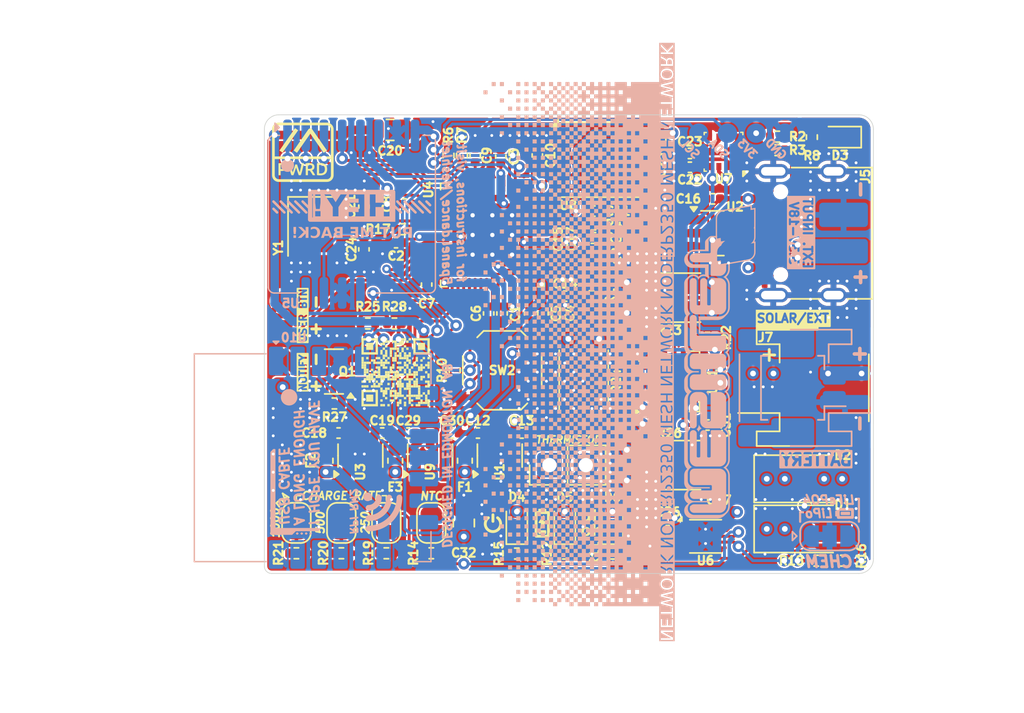
<source format=kicad_pcb>
(kicad_pcb (version 20241229) (generator "pcbnew") (generator_version "9.0")
  (layers (0 "F.Cu" signal) (4 "In1.Cu" signal) (6 "In2.Cu" signal) (2 "B.Cu" signal) (13 "F.Paste" user) (15 "B.Paste" user) (5 "F.SilkS" user "F.Silkscreen") (7 "B.SilkS" user "B.Silkscreen") (1 "F.Mask" user) (3 "B.Mask" user) (25 "Edge.Cuts" user))
  (net 0 "")
  (net 1 "XIN")
  (net 2 "GND")
  (net 3 "Net-(U1-VI)")
  (net 4 "+3V3")
  (net 5 "+1V1")
  (net 6 "Net-(U4-VREG_AVDD)")
  (net 7 "VBUS_INA")
  (net 8 "Net-(U3-VI)")
  (net 9 "Net-(C24-Pad2)")
  (net 10 "BMS_INA")
  (net 11 "VBUS_OUT")
  (net 12 "BATT")
  (net 13 "BMS_OUT")
  (net 14 "Net-(D4-K)")
  (net 15 "USB D-")
  (net 16 "Net-(U9-VI)")
  (net 17 "Net-(D2-A)")
  (net 18 "Net-(D3-A)")
  (net 19 "USB D+")
  (net 20 "Net-(D6-K)")
  (net 21 "BATT_INA")
  (net 22 "SWCLK")
  (net 23 "GPS_RX")
  (net 24 "GPS_TX")
  (net 25 "USER_BTN")
  (net 26 "Net-(J5-CC1)")
  (net 27 "I2C_SDA")
  (net 28 "I2C_SCL")
  (net 29 "GP29")
  (net 30 "LORA_RF_SW")
  (net 31 "Net-(JP2-A)")
  (net 32 "Net-(JP2-B)")
  (net 34 "Net-(J5-CC2)")
  (net 35 "Net-(JP5-A)")
  (net 37 "GP19")
  (net 38 "Net-(Q1-G)")
  (net 39 "QSPI_SS")
  (net 40 "GP21")
  (net 41 "XOUT")
  (net 42 "GP16")
  (net 43 "USB_DP")
  (net 44 "GP18")
  (net 45 "GP4")
  (net 46 "USB_DN")
  (net 47 "INA_VPU")
  (net 48 "INA_PV")
  (net 49 "THERM")
  (net 50 "Net-(J14-Pin_2)")
  (net 51 "Net-(JP1-B)")
  (net 52 "NOTIFY")
  (net 53 "ISET")
  (net 54 "Net-(JP3-A)")
  (net 55 "Net-(JP4-A)")
  (net 56 "Net-(U4-VREG_LX)")
  (net 57 "Net-(U4-USB_DP)")
  (net 58 "Net-(U4-USB_DM)")
  (net 59 "HB")
  (net 60 "QSPI_SD0")
  (net 61 "QSPI_SD2")
  (net 62 "QSPI_SD3")
  (net 63 "QSPI_SCLK")
  (net 64 "QSPI_SD1")
  (net 65 "GP24")
  (net 66 "LORA_MISO")
  (net 67 "LORA_IRQ")
  (net 68 "LORA_MOSI")
  (net 69 "LORA_BUSY")
  (net 70 "LORA_RST")
  (net 71 "/Pi +3V3")
  (net 72 "SWDIO")
  (net 73 "Net-(R10-Pad1)")
  (net 74 "LORA_SCK")
  (net 75 "LORA_CS")
  (net 76 "Net-(U6-STAT1)")
  (net 77 "Net-(U6-STAT2)")
  (net 78 "Net-(U6-CE)")
  (net 79 "VSET")
  (net 80 "Net-(U10-DO)")
  (net 81 "Net-(U10-IRQ)")
  (net 84 "GP23")
  (net 89 "GP25")
  (net 96 "GPS_EN")
  (net 99 "/LoRa +3V3")
  (net 101 "Net-(D5-K)")
  (net 102 "USB_RAW")
  (footprint "Capacitor_SMD:C_0402_1005Metric" (layer "F.Cu") (at 140.417817 100.742262)
    (property "Reference" "C13")
    (property "Value" "1uF")
  )
  (footprint "Resistor_SMD:R_0402_1005Metric" (layer "F.Cu") (at 127.3625 98.679)
    (property "Reference" "R27")
    (property "Value" "10k")
  )
  (footprint "Resistor_SMD:R_0402_1005Metric" (layer "F.Cu") (at 140.084988 109.1522)
    (property "Reference" "R15")
    (property "Value" "10k")
  )
  (footprint "LED_SMD:LED_0603_1608Metric" (layer "F.Cu") (at 146.7485 107.012199 90)
    (property "Reference" "D6")
    (property "Value" "FLT")
  )
  (footprint "Capacitor_SMD:C_0402_1005Metric" (layer "F.Cu") (at 153.7716 84.3999 180)
    (property "Reference" "C16")
    (property "Value" "100nF")
  )
  (footprint "Resistor_SMD:R_0402_1005Metric" (layer "F.Cu") (at 129.6965 93.0982)
    (property "Reference" "R25")
    (property "Value" "470R")
  )
  (footprint "Capacitor_SMD:C_0402_1005Metric" (layer "F.Cu") (at 139.053101 92.398204 -90)
    (property "Reference" "C1")
    (property "Value" "100nF")
  )
  (footprint "Capacitor_SMD:C_0402_1005Metric" (layer "F.Cu") (at 133.7945 90.3816 -90)
    (property "Reference" "C7")
    (property "Value" "100nF")
  )
  (footprint "Jumper:SolderJumper-2_P1.3mm_Open_RoundedPad1.0x1.5mm" (layer "F.Cu") (at 124.714 107.012199 90)
    (property "Reference" "JP5" (hide yes))
    (property "Value" "SolderJumper_2_Open")
  )
  (footprint "Resistor_SMD:R_2512_6332Metric" (layer "F.Cu") (at 150.7152 102.98 180)
    (property "Reference" "R26")
    (property "Value" "PA2512FKF7W0R01E")
  )
  (footprint "Fuse:Fuse_0603_1608Metric" (layer "F.Cu") (at 136.4615 102.672762 90)
    (property "Reference" "F1")
    (property "Value" "6V 0.5A")
  )
  (footprint "Diode_SMD:D_SMA" (layer "F.Cu") (at 160.1393 107.432599)
    (property "Reference" "D1")
    (property "Value" "SS34")
  )
  (footprint "Resistor_SMD:R_0402_1005Metric" (layer "F.Cu") (at 136.2583 81.3816 -90)
    (property "Reference" "R7")
    (property "Value" "10k")
  )
  (footprint "Resistor_SMD:R_0402_1005Metric" (layer "F.Cu") (at 162.814001 109.647499)
    (property "Reference" "R16")
    (property "Value" "13k")
  )
  (footprint "Capacitor_SMD:C_0402_1005Metric" (layer "F.Cu") (at 137.370816 100.742262 180)
    (property "Reference" "C12")
    (property "Value" "1uF")
  )
  (footprint "Capacitor_SMD:C_0402_1005Metric" (layer "F.Cu") (at 132.516501 100.742262 180)
    (property "Reference" "C29")
    (property "Value" "1uF")
  )
  (footprint "Resistor_SMD:R_0402_1005Metric" (layer "F.Cu") (at 132.160451 86.522203)
    (property "Reference" "R17")
    (property "Value" "1k")
  )
  (footprint "Resistor_SMD:R_2512_6332Metric" (layer "F.Cu") (at 150.7152 91.296)
    (property "Reference" "R23")
    (property "Value" "PA2512FKF7W0R01E")
  )
  (footprint "Package_LGA:Bosch_LGA-8_2.5x2.5mm_P0.65mm_ClockwisePinNumbering" (layer "F.Cu") (at 154.4955 81.1233 180)
    (property "Reference" "U7")
    (property "Value" "BME280")
  )
  (footprint "Capacitor_SMD:C_0402_1005Metric" (layer "F.Cu") (at 141.906701 92.398204 -90)
    (property "Reference" "C4")
    (property "Value" "100nF")
  )
  (footprint "Resistor_SMD:R_0402_1005Metric" (layer "F.Cu") (at 131.5473 93.0982)
    (property "Reference" "R28")
    (property "Value" "10k")
  )
  (footprint "Resistor_SMD:R_0402_1005Metric" (layer "F.Cu") (at 153.3822 94.09 180)
    (property "Reference" "R22")
    (property "Value" "10k")
  )
  (footprint "Capacitor_SMD:C_0402_1005Metric" (layer "F.Cu") (at 145.4277 85.2551)
    (property "Reference" "C11")
    (property "Value" "100nF")
  )
  (footprint "Resistor_SMD:R_0402_1005Metric" (layer "F.Cu") (at 130.983999 109.132198 180)
    (property "Reference" "R19")
    (property "Value" "300")
  )
  (footprint "Resistor_SMD:R_0402_1005Metric" (layer "F.Cu") (at 158.242 80.0608 180)
    (property "Reference" "R2")
    (property "Value" "5.1k")
  )
  (footprint "Capacitor_SMD:C_0402_1005Metric" (layer "F.Cu") (at 150.6015 107.550099 180)
    (property "Reference" "C28")
    (property "Value" "22uF")
  )
  (footprint "Resistor_SMD:R_0402_1005Metric" (layer "F.Cu") (at 124.714 109.132198 180)
    (property "Reference" "R21")
    (property "Value" "1.2k")
  )
  (footprint "Resistor_SMD:R_0402_1005Metric" (layer "F.Cu") (at 145.428591 86.188501 180)
    (property "Reference" "R4")
    (property "Value" "27R")
  )
  (footprint "Resistor_SMD:R_0402_1005Metric" (layer "F.Cu") (at 135.318499 81.3816 -90)
    (property "Reference" "R6")
    (property "Value" "10k")
  )
  (footprint "Capacitor_SMD:C_0402_1005Metric" (layer "F.Cu") (at 129.422301 84.941005 -90)
    (property "Reference" "C21")
    (property "Value" "15pF")
  )
  (footprint "Diode_SMD:D_SMA" (layer "F.Cu") (at 160.1393 103.9368)
    (property "Reference" "D2")
    (property "Value" "SS34")
  )
  (footprint "Capacitor_SMD:C_0402_1005Metric" (layer "F.Cu") (at 152.3313 106.243599)
    (property "Reference" "C26")
    (property "Value" "22uF")
  )
  (footprint "Capacitor_SMD:C_0402_1005Metric" (layer "F.Cu") (at 132.2565 84.763203 180)
    (property "Reference" "C8")
    (property "Value" "100nF")
  )
  (footprint "Connector_PinHeader_2.54mm:PinHeader_1x02_P2.54mm_Vertical" (layer "F.Cu") (at 142.3543 102.98 90)
    (property "Reference" "J13" (hide yes))
    (property "Value" "Thermistor Pins")
  )
  (footprint "Capacitor_SMD:C_0402_1005Metric" (layer "F.Cu") (at 135.5565 100.742262)
    (property "Reference" "C30")
    (property "Value" "1uF")
  )
  (footprint "Capacitor_SMD:C_0402_1005Metric" (layer "F.Cu") (at 154.1601 106.243599 180)
    (property "Reference" "C27")
    (property "Value" "22uF")
  )
  (footprint "Fuse:Fuse_0603_1608Metric" (layer "F.Cu") (at 131.606501 102.672762 90)
    (property "Reference" "F3")
    (property "Value" "6V 0.5A")
  )
  (footprint "RP2350 Components:L_pol_2016" (layer "F.Cu") (at 145.536899 88.922201 -90)
    (property "Reference" "L1")
    (property "Value" "3.3u")
  )
  (footprint "RP2350_60QFN_minimal:RP2350-QFN-60-1EP_7x7_P0.4mm_EP3.4x3.4mm_ThermalVias" (layer "F.Cu") (at 138.3758 86.9222 -90)
    (property "Reference" "U4")
    (property "Value" "RP2350_60QFN")
  )
  (footprint "Connector_USB:USB_C_Receptacle_G-Switch_GT-USB-7010ASV" (layer "F.Cu") (at 161.0868 86.8002 90)
    (property "Reference" "J5")
    (property "Value" "USB_C_Receptacle_USB2.0_16P")
  )
  (footprint "Resistor_SMD:R_0402_1005Metric" (layer "F.Cu") (at 134.118999 109.132198)
    (property "Reference" "R14")
    (property "Value" "10k")
  )
  (footprint "RP2350 Components:C_0402_1005Metric_small_pads" (layer "F.Cu") (at 142.963002 88.922231 -90)
    (property "Reference" "C15")
    (property "Value" "4.7uF")
  )
  (footprint "LED_SMD:LED_0603_1608Metric" (layer "F.Cu") (at 162.6108 80.0946 180)
    (property "Reference" "D3")
    (property "Value" "HB")
  )
  (footprint "Package_TO_SOT_SMD:SOT-23-6" (layer "F.Cu") (at 153.7208 86.8002)
    (property "Reference" "U2")
    (property "Value" "USBLC6-2SC6")
  )
  (footprint "Capacitor_SMD:C_0402_1005Metric" (layer "F.Cu") (at 141.512702 81.374601 90)
    (property "Reference" "C10")
    (property "Value" "100nF")
  )
  (footprint "Package_SON:WSON-8-1EP_6x5mm_P1.27mm_EP3.4x4.3mm" (layer "F.Cu") (at 146.2024 81.6737)
    (property "Reference" "U8")
    (property "Value" "W25Q32JVZP")
  )
  (footprint "LED_SMD:LED_0603_1608Metric" (layer "F.Cu") (at 143.430629 107.012199 90)
    (property "Reference" "D5")
    (property "Value" "CHG")
  )
  (footprint "Resistor_SMD:R_0402_1005Metric" (layer "F.Cu") (at 158.242 81.0006)
    (property "Reference" "R3")
    (property "Value" "5.1k")
  )
  (footprint "Fuse:Fuse_0603_1608Metric" (layer "F.Cu") (at 126.7508 102.672762 90)
    (property "Reference" "F2")
    (property "Value" "6V 0.5A")
  )
  (footprint "Capacitor_SMD:C_0402_1005Metric" (layer "F.Cu") (at 138.965802 81.4561 90)
    (property "Reference" "C3")
    (property "Value" "100nF")
  )
  (footprint "Capacitor_SMD:C_0402_1005Metric" (layer "F.Cu") (at 131.6609 87.4606 180)
    (property "Reference" "C2")
    (property "Value" "4.7uF")
  )
  (footprint "Capacitor_SMD:C_0402_1005Metric" (layer "F.Cu") (at 150.113997 80.248701 -90)
    (property "Reference" "C25")
    (property "Value" "100nF")
  )
  (footprint "Jumper:SolderJumper-2_P1.3mm_Bridged_RoundedPad1.0x1.5mm" (layer "F.Cu") (at 127.848999 107.012199 90)
    (property "Reference" "JP4" (hide yes))
    (property "Value" "SolderJumper_2_Bridged")
  )
  (footprint "Capacitor_SMD:C_0402_1005Metric" (layer "F.Cu") (at 130.6979 100.742262)
    (property "Reference" "C19")
    (property "Value" "1uF")
  )
  (footprint "Resistor_SMD:R_0402_1005Metric" (layer "F.Cu") (at 146.7485 109.1522 180)
    (property "Reference" "R11")
    (property "Value" "10k")
  )
  (footprint "Connector_PinHeader_2.00mm:PinHeader_1x02_P2.00mm_Vertical" (layer "F.Cu") (at 123.7615 97.5388 180)
    (property "Reference" "J14" (hide yes))
    (property "Value" "Ext. Notif. Header")
  )
  (footprint "Crystal:Crystal_SMD_3225-4Pin_3.2x2.5mm" (layer "F.Cu") (at 125.840902 86.325305 -90)
    (property "Reference" "Y1")
    (property "Value" "12.000MHz")
  )
  (footprint "Button_Switch_SMD:SW_Push_1P1T_XKB_TS-1187A" (layer "F.Cu") (at 139.0657 96.3682)
    (property "Reference" "SW2")
    (property "Value" "BOOTSEL")
  )
  (footprint "Capacitor_SMD:C_0402_1005Metric" (layer "F.Cu") (at 129.422301 87.925502 90)
    (property "Reference" "C24")
    (property "Value" "15pF")
  )
  (footprint "Capacitor_SMD:C_0402_1005Metric" (layer "F.Cu") (at 152.148901 81.2339 180)
    (property "Reference" "C23")
    (property "Value" "100nF")
  )
  (footprint "Resistor_SMD:R_0402_1005Metric" (layer "F.Cu") (at 160.655 80.0946 -90)
    (property "Reference" "R8")
    (property "Value" "10k")
  )
  (footprint "Package_DFN_QFN:Texas_RGV0016A_VQFN-16-1EP_4x4mm_P0.65mm_EP2.1x2.1mm" (layer "F.Cu") (at 150.7152 97.138 90)
    (property "Reference" "U11")
    (property "Value" "INA3221")
  )
  (footprint "Connector_JST:JST_PH_S2B-PH-SM4-TB_1x02-1MP_P2.00mm_Horizontal" (layer "F.Cu") (at 160.1168 97.586799 90)
    (property "Reference" "J7")
    (property "Value" "Ext. Power Header")
  )
  (footprint "Capacitor_SMD:C_0402_1005Metric" (layer "F.Cu") (at 152.1489 82.1991 180)
    (property "Reference" "C22")
    (property "Value" "100nF")
  )
  (footprint "Package_TO_SOT_SMD:SOT-23-3" (layer "F.Cu") (at 138.893415 102.317062 90)
    (property "Reference" "U1")
    (property "Value" "XC6206PxxxMR")
  )
  (footprint "Capacitor_SMD:C_0805_2012Metric" (layer "F.Cu") (at 136.3853 107.0186 -90)
    (property "Reference" "C32")
    (property "Value" "47uF")
  )
  (footprint "Package_TO_SOT_SMD:SOT-23-3" (layer "F.Cu") (at 129.1765 102.317062 90)
    (property "Reference" "U3")
    (property "Value" "XC6206PxxxMR")
  )
  (footprint "Resistor_SMD:R_0402_1005Metric" (layer "F.Cu") (at 145.2866 91.189403 180)
    (property "Reference" "R1")
    (property "Value" "33R")
  )
  (footprint "Capacitor_SMD:C_0402_1005Metric" (layer "F.Cu") (at 153.3822 100.186 180)
    (property "Reference" "C31")
    (property "Value" "100nF")
  )
  (footprint "Capacitor_SMD:C_0805_2012Metric" (layer "F.Cu") (at 131.2465 79.5909 180)
    (property "Reference" "C20")
    (property "Value" "47uF")
  )
  (footprint "Package_DFN_QFN:Texas_DLH0010A_WSON-10-1EP_2.2x2mm_P0.4mm_EP0.9x1.5mm_ThermalVias" (layer "F.Cu") (at 153.2431 107.9501)
    (property "Reference" "U6")
    (property "Value" "BQ25185")
  )
  (footprint "Capacitor_SMD:C_0402_1005Metric" (layer "F.Cu") (at 140.9793 92.398201 -90)
    (property "Reference" "C5")
    (property "Value" "100nF")
  )
  (footprint "Capacitor_SMD:C_0402_1005Metric" (layer "F.Cu") (at 143.455801 91.189404 180)
    (property "Reference" "C14")
    (property "Value" "4.7uF")
  )
  (footprint "Resistor_SMD:R_0402_1005Metric" (layer "F.Cu") (at 150.583601 108.6268)
    (property "Reference" "R13")
    (property "Value" "10k")
  )
  (footprint "Capacitor_SMD:C_0402_1005Metric" (layer "F.Cu") (at 138.120401 92.398202 -90)
    (property "Reference" "C6")
    (property "Value" "100nF")
  )
  (footprint "Capacitor_SMD:C_0402_1005Metric" (layer "F.Cu") (at 137.17871 81.3746 90)
    (property "Reference" "C9")
    (property "Value" "100nF")
  )
  (footprint "Resistor_SMD:R_0402_1005Metric" (layer "F.Cu") (at 135.7503 96.3676 -90)
    (property "Reference" "R10")
    (property "Value" "1k")
  )
  (footprint "Resistor_SMD:R_0402_1005Metric" (layer "F.Cu") (at 143.430629 109.1522 180)
    (property "Reference" "R12")
    (property "Value" "10k")
  )
  (footprint "Connector_PinHeader_2.00mm:PinHeader_1x02_P2.00mm_Vertical" (layer "F.Cu") (at 123.7615 91.5388)
    (property "Reference" "J2" (hide yes))
    (property "Value" "User Btn Header")
  )
  (footprint "Resistor_SMD:R_0402_1005Metric" (layer "F.Cu") (at 145.428591 87.128302 180)
    (property "Reference" "R5")
    (property "Value" "27R")
  )
  (footprint "LED_SMD:LED_0603_1608Metric" (layer "F.Cu") (at 140.084988 107.012199 90)
    (property "Reference" "D4")
    (property "Value" "PV")
  )
  (footprint "Resistor_SMD:R_0402_1005Metric" (layer "F.Cu") (at 160.9598 109.647499)
    (property "Reference" "R18")
    (property "Value" "5.1k")
  )
  (footprint "Jumper:SolderJumper-2_P1.3mm_Bridged_RoundedPad1.0x1.5mm" (layer "F.Cu") (at 134.118999 107.012199 -90)
    (property "Reference" "JP1" (hide yes))
    (property "Value" "TS")
  )
  (footprint "Package_TO_SOT_SMD:SOT-23-3" (layer "F.Cu") (at 134.036501 102.317062 90)
    (property "Reference" "U9")
    (property "Value" "XC6206PxxxMR")
  )
  (footprint "Resistor_SMD:R_2512_6332Metric" (layer "F.Cu") (at 144.7462 97.138 90)
    (property "Reference" "R24")
    (property "Value" "PA2512FKF7W0R01E")
  )
  (footprint "Package_TO_SOT_SMD:SOT-23" (layer "F.Cu") (at 127.3325 96.4513 180)
    (property "Reference" "Q1")
    (property "Value" "AO3400A")
  )
  (footprint "Capacitor_SMD:C_0402_1005Metric" (layer "F.Cu") (at 127.6525 100.742262 180)
    (property "Reference" "C18")
    (property "Value" "1uF")
  )
  (footprint "Resistor_SMD:R_0402_1005Metric" (layer "F.Cu") (at 127.848999 109.132198 180)
    (property "Reference" "R20")
    (property "Value" "600")
  )
  (footprint "RP2350 Components:C_0402_1005Metric_small_pads" (layer "F.Cu") (at 143.902802 88.922231 -90)
    (property "Reference" "C17")
    (property "Value" "4.7uF")
  )
  (footprint "Jumper:SolderJumper-2_P1.3mm_Open_RoundedPad1.0x1.5mm" (layer "F.Cu") (at 130.983999 107.012199 90)
    (property "Reference" "JP3" (hide yes))
    (property "Value" "SolderJumper_2_Open")
  )
  (footprint "Connector_PinHeader_2.54mm:PinHeader_1x02_P2.54mm_Vertical" (layer "B.Cu") (at 162.8648 85.5175 180)
    (property "Reference" "J9" (hide yes))
    (property "Value" "Ext. Power Header")
  )
  (footprint "Connector_PinHeader_2.00mm:PinHeader_1x04_P2.00mm_Vertical" (layer "B.Cu") (at 152.7688 79.8195 -90)
    (property "Reference" "J6" (hide yes))
    (property "Value" "STEMMA QT I2C")
  )
  (footprint "Connector_JST:JST_PH_S2B-PH-SM4-TB_1x02-1MP_P2.00mm_Horizontal" (layer "B.Cu") (at 160.1168 97.5868 90)
    (property "Reference" "J4" (hide yes))
    (property "Value" "Batt. Header (JST-PH 2.0)")
  )
  (footprint "Jumper:SolderJumper-3_P1.3mm_Bridged12_RoundedPad1.0x1.5mm" (layer "B.Cu") (at 161.8869 107.933)
    (property "Reference" "JP2" (hide yes))
    (property "Value" "Chemistry Select")
  )
  (footprint "RM2:Radio Module 2" (layer "B.Cu") (at 117.3465 102.4639 -90)
    (property "Reference" "U10")
    (property "Value" "~")
  )
  (footprint "Wio-SX1262:Wio-SX1262" (layer "B.Cu") (at 122.7659 79.971)
    (property "Reference" "U5")
    (property "Value" "Wio-SX1262")
  )
  (footprint "Connector_Molex:Molex_PicoBlade_53261-0271_1x02-1MP_P1.25mm_Horizontal" (layer "B.Cu") (at 159.8168 97.5868 90)
    (property "Reference" "J3" (hide yes))
    (property "Value" "Batt. Header (Picoblade 1.25)")
  )
  (gr_poly (pts (xy 132.204815 97.403747) (xy 132.04059 97.403747) (xy 132.04059 97.239526) (xy 132.204815 97.239526)) (fill yes) (layer "F.SilkS"))
  (gr_poly (pts (xy 133.354382 98.224868) (xy 133.190162 98.224868) (xy 133.190162 98.060648) (xy 133.354382 98.060648)) (fill yes) (layer "F.SilkS"))
  (gr_poly (pts (xy 132.369035 95.925729) (xy 132.204815 95.925729) (xy 132.204815 95.761504) (xy 132.369035 95.761504)) (fill yes) (layer "F.SilkS"))
  (gr_poly (pts (xy 133.682833 98.717539) (xy 133.518608 98.717539) (xy 133.518608 98.553319) (xy 133.682833 98.553319)) (fill yes) (layer "F.SilkS"))
  (gr_poly (pts (xy 132.04059 94.611936) (xy 131.876369 94.611936) (xy 131.876369 94.447711) (xy 132.04059 94.447711)) (fill yes) (layer "F.SilkS"))
  (gr_poly (pts (xy 131.383689 96.582625) (xy 131.219468 96.582625) (xy 131.219468 96.4184) (xy 131.383689 96.4184)) (fill yes) (layer "F.SilkS"))
  (gr_poly (pts (xy 132.04059 95.925729) (xy 131.876369 95.925729) (xy 131.876369 95.761504) (xy 132.04059 95.761504)) (fill yes) (layer "F.SilkS"))
  (gr_poly (pts (xy 131.219468 96.911076) (xy 131.055243 96.911076) (xy 131.055243 96.746855) (xy 131.219468 96.746855)) (fill yes) (layer "F.SilkS"))
  (gr_poly (pts (xy 133.847058 98.553319) (xy 133.682833 98.553319) (xy 133.682833 98.389094) (xy 133.847058 98.389094)) (fill yes) (layer "F.SilkS"))
  (gr_arc (start 138.738788 106.653141) (mid 138.4173 107.617606) (end 138.095812 106.653141) (stroke (width 0.2)) (layer "F.SilkS"))
  (gr_poly (pts (xy 130.398342 95.925729) (xy 130.234121 95.925729) (xy 130.234121 95.761504) (xy 130.398342 95.761504)) (fill yes) (layer "F.SilkS"))
  (gr_poly (pts (xy 133.354382 98.717539) (xy 133.190162 98.717539) (xy 133.190162 98.553319) (xy 133.354382 98.553319)) (fill yes) (layer "F.SilkS"))
  (gr_poly (pts (xy 133.518603 98.553319) (xy 133.354382 98.553319) (xy 133.354382 98.389094) (xy 133.518603 98.389094)) (fill yes) (layer "F.SilkS"))
  (gr_poly (pts (xy 133.190162 95.761504) (xy 133.025937 95.761504) (xy 133.025937 95.597283) (xy 133.190162 95.597283)) (fill yes) (layer "F.SilkS"))
  (gr_line (start 124.714 105.1136) (end 125.0061 105.1136) (stroke (width 0.1)) (layer "F.SilkS"))
  (gr_poly (pts (xy 130.726797 95.925729) (xy 130.562572 95.925729) (xy 130.562572 95.761504) (xy 130.726797 95.761504)) (fill yes) (layer "F.SilkS"))
  (gr_poly (pts (xy 131.055243 94.28349) (xy 130.891018 94.28349) (xy 130.891018 94.119265) (xy 131.055243 94.119265)) (fill yes) (layer "F.SilkS"))
  (gr_poly (pts (xy 133.518603 96.254175) (xy 133.354382 96.254175) (xy 133.354382 96.089954) (xy 133.518603 96.089954)) (fill yes) (layer "F.SilkS"))
  (gr_poly (pts (xy 131.383689 95.433058) (xy 131.219468 95.433058) (xy 131.219468 95.268837) (xy 131.383689 95.268837)) (fill yes) (layer "F.SilkS"))
  (gr_poly (pts (xy 132.861711 97.567972) (xy 132.697491 97.567972) (xy 132.697491 97.403747) (xy 132.861711 97.403747)) (fill yes) (layer "F.SilkS"))
  (gr_poly (pts (xy 124.347196 82.078476) (xy 124.381261 82.248338) (xy 124.417178 82.409602) (xy 124.434773 82.481635) (xy 124.453757 82.553271) (xy 124.500654 82.422368) (xy 124.547486 82.282337) (xy 124.591803 82.14072) (xy 124.631424 82.004261) (xy 124.762856 82.004261) (xy 124.804263 82.141249) (xy 124.849904 82.283661) (xy 124.897397 82.423626) (xy 124.943037 82.553337) (xy 124.961624 82.482032) (xy 124.978359 82.410264) (xy 125.012424 82.24953) (xy 125.045961 82.079733) (xy 125.076983 81.909276) (xy 125.235336 81.909276) (xy 125.213839 82.019805) (xy 125.191151 82.130071) (xy 125.166412 82.239873) (xy 125.140483 82.34941) (xy 125.114091 82.451076) (xy 125.086177 82.552345) (xy 125.05575 82.652953) (xy 125.023802 82.753032) (xy 124.876165 82.753032) (xy 124.827217 82.619946) (xy 124.780121 82.486265) (xy 124.735935 82.35146) (xy 124.693536 82.216126) (xy 124.649152 82.356619) (xy 124.602122 82.496121) (xy 124.556482 82.624841) (xy 124.509452 82.753031) (xy 124.363071 82.753031) (xy 124.330726 82.653019) (xy 124.300034 82.552477) (xy 124.272121 82.451141) (xy 124.245927 82.349409) (xy 124.220262 82.239806) (xy 124.195722 82.129938) (xy 124.173166 82.019739) (xy 124.151735 81.909209) (xy 124.316108 81.909209)) (fill yes) (layer "F.SilkS"))
  (gr_poly (pts (xy 131.876365 98.224868) (xy 131.712139 98.224868) (xy 131.712139 98.060648) (xy 131.876365 98.060648)) (fill yes) (layer "F.SilkS"))
  (gr_poly (pts (xy 134.011279 96.746851) (xy 133.847063 96.746851) (xy 133.847063 96.582625) (xy 134.011279 96.582625)) (fill yes) (layer "F.SilkS"))
  (gr_poly (pts (xy 130.726797 95.268832) (xy 130.562572 95.268832) (xy 130.562572 95.104607) (xy 130.726797 95.104607)) (fill yes) (layer "F.SilkS"))
  (gr_poly (pts (xy 130.891018 95.597283) (xy 130.726797 95.597283) (xy 130.726797 95.433058) (xy 130.891018 95.433058)) (fill yes) (layer "F.SilkS"))
  (gr_poly (pts (xy 130.891018 94.447711) (xy 130.726797 94.447711) (xy 130.726797 94.28349) (xy 130.891018 94.28349)) (fill yes) (layer "F.SilkS"))
  (gr_poly (pts (xy 132.861711 96.746851) (xy 132.697491 96.746851) (xy 132.697491 96.582625) (xy 132.861711 96.582625)) (fill yes) (layer "F.SilkS"))
  (gr_poly (pts (xy 132.861711 96.254175) (xy 132.697491 96.254175) (xy 132.697491 96.089954) (xy 132.861711 96.089954)) (fill yes) (layer "F.SilkS"))
  (gr_poly (pts (xy 131.547914 96.089954) (xy 131.383689 96.089954) (xy 131.383689 95.925729) (xy 131.547914 95.925729)) (fill yes) (layer "F.SilkS"))
  (gr_line (start 130.983999 105.4438) (end 130.983999 105.1136) (stroke (width 0.1)) (layer "F.SilkS"))
  (gr_rect (start 156.8068 92.1978) (end 161.9122 93.29) (stroke (width 0.12)) (fill no) (layer "F.SilkS"))
  (gr_poly (pts (xy 130.069896 97.075296) (xy 129.905671 97.075296) (xy 129.905671 96.911076) (xy 130.069896 96.911076)) (fill yes) (layer "F.SilkS"))
  (gr_poly (pts (xy 129.413 97.567972) (xy 129.248779 97.567972) (xy 129.248779 97.403747) (xy 129.413 97.403747)) (fill yes) (layer "F.SilkS"))
  (gr_poly (pts (xy 132.04059 98.060648) (xy 131.876369 98.060648) (xy 131.876369 97.896423) (xy 132.04059 97.896423)) (fill yes) (layer "F.SilkS"))
  (gr_poly (pts (xy 131.876365 98.881765) (xy 131.712139 98.881765) (xy 131.712139 98.717544) (xy 131.876365 98.717544)) (fill yes) (layer "F.SilkS"))
  (gr_poly (pts (xy 131.055243 96.746851) (xy 130.891018 96.746851) (xy 130.891018 96.582625) (xy 131.055243 96.582625)) (fill yes) (layer "F.SilkS"))
  (gr_poly (pts (xy 131.547914 96.582625) (xy 131.383689 96.582625) (xy 131.383689 96.4184) (xy 131.547914 96.4184)) (fill yes) (layer "F.SilkS"))
  (gr_poly (pts (xy 131.712139 94.940387) (xy 131.547919 94.940387) (xy 131.547919 94.776166) (xy 131.712139 94.776166)) (fill yes) (layer "F.SilkS"))
  (gr_poly (pts (xy 133.518603 95.761504) (xy 133.354382 95.761504) (xy 133.354382 95.597283) (xy 133.518603 95.597283)) (fill yes) (layer "F.SilkS"))
  (gr_poly (pts (xy 133.682833 96.911076) (xy 133.518608 96.911076) (xy 133.518608 96.746855) (xy 133.682833 96.746855)) (fill yes) (layer "F.SilkS"))
  (gr_poly (pts (xy 132.861711 98.224868) (xy 132.697491 98.224868) (xy 132.697491 98.060648) (xy 132.861711 98.060648)) (fill yes) (layer "F.SilkS"))
  (gr_poly (pts (xy 131.876365 95.925729) (xy 131.712139 95.925729) (xy 131.712139 95.761504) (xy 131.876365 95.761504)) (fill yes) (layer "F.SilkS"))
  (gr_poly (pts (xy 130.726797 96.089954) (xy 130.562572 96.089954) (xy 130.562572 95.925729) (xy 130.726797 95.925729)) (fill yes) (layer "F.SilkS"))
  (gr_poly (pts (xy 131.383689 95.104612) (xy 131.219468 95.104612) (xy 131.219468 94.940387) (xy 131.383689 94.940387)) (fill yes) (layer "F.SilkS"))
  (gr_poly (pts (xy 125.693077 79.487256) (xy 125.701202 79.487944) (xy 125.709306 79.489028) (xy 125.717377 79.490511) (xy 125.725397 79.492395) (xy 125.733354 79.494683) (xy 125.741232 79.497377) (xy 125.749016 79.500481) (xy 125.756692 79.503998) (xy 125.764245 79.507929) (xy 125.77166 79.512277) (xy 125.778922 79.517045) (xy 125.781985 79.519224) (xy 125.784998 79.521469) (xy 125.787958 79.523778) (xy 125.790866 79.526151) (xy 125.793719 79.528587) (xy 125.796517 79.531084) (xy 125.799258 79.533643) (xy 125.801941 79.536261) (xy 125.804566 79.538938) (xy 125.80713 79.541673) (xy 125.809633 79.544465) (xy 125.812074 79.547313) (xy 125.814451 79.550217) (xy 125.816763 79.553174) (xy 125.81901 79.556184) (xy 125.821189 79.559247) (xy 126.844598 81.027948) (xy 126.613881 81.188749) (xy 125.682945 79.852802) (xy 124.754919 81.190932) (xy 124.523871 81.03066) (xy 125.544038 79.559511) (xy 125.549168 79.552505) (xy 125.554588 79.545839) (xy 125.560283 79.539515) (xy 125.566239 79.533535) (xy 125.572441 79.527903) (xy 125.578874 79.522622) (xy 125.585524 79.517693) (xy 125.592375 79.51312) (xy 125.599414 79.508905) (xy 125.606624 79.505052) (xy 125.613992 79.501562) (xy 125.621502 79.498438) (xy 125.629141 79.495684) (xy 125.636892 79.493301) (xy 125.644741 79.491292) (xy 125.652675 79.489661) (xy 125.660677 79.48841) (xy 125.668733 79.487541) (xy 125.676828 79.487057) (xy 125.684948 79.486961)) (fill yes) (layer "F.SilkS"))
  (gr_poly (pts (xy 133.847058 97.567972) (xy 133.682833 97.567972) (xy 133.682833 97.403747) (xy 133.847058 97.403747)) (fill yes) (layer "F.SilkS"))
  (gr_poly (pts (xy 133.847058 97.239521) (xy 133.682833 97.239521) (xy 133.682833 97.075296) (xy 133.847058 97.075296)) (fill yes) (layer "F.SilkS"))
  (gr_poly (pts (xy 133.518603 96.911076) (xy 133.354382 96.911076) (xy 133.354382 96.746855) (xy 133.518603 96.746855)) (fill yes) (layer "F.SilkS"))
  (gr_poly (pts (xy 134.011279 97.567972) (xy 133.847063 97.567972) (xy 133.847063 97.403747) (xy 134.011279 97.403747)) (fill yes) (layer "F.SilkS"))
  (gr_poly (pts (xy 132.533261 94.447711) (xy 132.36904 94.447711) (xy 132.36904 94.28349) (xy 132.533261 94.28349)) (fill yes) (layer "F.SilkS"))
  (gr_poly (pts (xy 131.055243 98.060648) (xy 130.891018 98.060648) (xy 130.891018 97.896423) (xy 131.055243 97.896423)) (fill yes) (layer "F.SilkS"))
  (gr_poly (pts (xy 130.234126 97.403747) (xy 130.069901 97.403747) (xy 130.069901 97.239526) (xy 130.234126 97.239526)) (fill yes) (layer "F.SilkS"))
  (gr_poly (pts (xy 129.413 95.761504) (xy 129.248779 95.761504) (xy 129.248779 95.597283) (xy 129.413 95.597283)) (fill yes) (layer "F.SilkS"))
  (gr_poly (pts (xy 130.069896 96.911076) (xy 129.905671 96.911076) (xy 129.905671 96.746855) (xy 130.069896 96.746855)) (fill yes) (layer "F.SilkS"))
  (gr_poly (pts (xy 131.055243 94.776161) (xy 130.891018 94.776161) (xy 130.891018 94.611936) (xy 131.055243 94.611936)) (fill yes) (layer "F.SilkS"))
  (gr_poly (pts (xy 130.726797 94.611936) (xy 130.562572 94.611936) (xy 130.562572 94.447711) (xy 130.726797 94.447711)) (fill yes) (layer "F.SilkS"))
  (gr_poly (pts (xy 129.74145 96.582625) (xy 129.577225 96.582625) (xy 129.577225 96.4184) (xy 129.74145 96.4184)) (fill yes) (layer "F.SilkS"))
  (gr_poly (pts (xy 129.74145 95.597283) (xy 129.577225 95.597283) (xy 129.577225 95.433058) (xy 129.74145 95.433058)) (fill yes) (layer "F.SilkS"))
  (gr_poly (pts (xy 134.011279 96.911076) (xy 133.847063 96.911076) (xy 133.847063 96.746855) (xy 134.011279 96.746855)) (fill yes) (layer "F.SilkS"))
  (gr_poly (pts (xy 133.025932 96.089954) (xy 132.861711 96.089954) (xy 132.861711 95.925729) (xy 133.025932 95.925729)) (fill yes) (layer "F.SilkS"))
  (gr_poly (pts (xy 133.354382 97.567972) (xy 133.190162 97.567972) (xy 133.190162 97.403747) (xy 133.354382 97.403747)) (fill yes) (layer "F.SilkS"))
  (gr_poly (pts (xy 131.712139 94.611936) (xy 131.547919 94.611936) (xy 131.547919 94.447711) (xy 131.712139 94.447711)) (fill yes) (layer "F.SilkS"))
  (gr_poly (pts (xy 131.547914 95.597283) (xy 131.383689 95.597283) (xy 131.383689 95.433058) (xy 131.547914 95.433058)) (fill yes) (layer "F.SilkS"))
  (gr_poly (pts (xy 131.712139 98.389089) (xy 131.547919 98.389089) (xy 131.547919 98.224868) (xy 131.712139 98.224868)) (fill yes) (layer "F.SilkS"))
  (gr_poly (pts (xy 133.025932 97.403747) (xy 132.861711 97.403747) (xy 132.861711 97.239526) (xy 133.025932 97.239526)) (fill yes) (layer "F.SilkS"))
  (gr_poly (pts (xy 131.055243 98.389089) (xy 130.891018 98.389089) (xy 130.891018 98.224868) (xy 131.055243 98.224868)) (fill yes) (layer "F.SilkS"))
  (gr_poly (pts (xy 130.234126 96.746851) (xy 130.069901 96.746851) (xy 130.069901 96.582625) (xy 130.234126 96.582625)) (fill yes) (layer "F.SilkS"))
  (gr_poly (pts (xy 131.712139 97.896418) (xy 131.547919 97.896418) (xy 131.547919 97.732197) (xy 131.712139 97.732197)) (fill yes) (layer "F.SilkS"))
  (gr_poly (pts (xy 131.383689 96.254175) (xy 131.219468 96.254175) (xy 131.219468 96.089954) (xy 131.383689 96.089954)) (fill yes) (layer "F.SilkS"))
  (gr_poly (pts (xy 129.577225 97.239521) (xy 129.413 97.239521) (xy 129.413 97.075296) (xy 129.577225 97.075296)) (fill yes) (layer "F.SilkS"))
  (gr_poly (pts (xy 130.726797 97.239521) (xy 130.562572 97.239521) (xy 130.562572 97.075296) (xy 130.726797 97.075296)) (fill yes) (layer "F.SilkS"))
  (gr_poly (pts (xy 131.383689 97.075296) (xy 131.219468 97.075296) (xy 131.219468 96.911076) (xy 131.383689 96.911076)) (fill yes) (layer "F.SilkS"))
  (gr_poly (pts (xy 131.547914 97.567972) (xy 131.383689 97.567972) (xy 131.383689 97.403747) (xy 131.547914 97.403747)) (fill yes) (layer "F.SilkS"))
  (gr_poly (pts (xy 129.577225 96.089954) (xy 129.413 96.089954) (xy 129.413 95.925729) (xy 129.577225 95.925729)) (fill yes) (layer "F.SilkS"))
  (gr_poly (pts (xy 131.876365 98.060648) (xy 131.712139 98.060648) (xy 131.712139 97.896423) (xy 131.876365 97.896423)) (fill yes) (layer "F.SilkS"))
  (gr_poly (pts (xy 131.383689 98.224868) (xy 131.219468 98.224868) (xy 131.219468 98.060648) (xy 131.383689 98.060648)) (fill yes) (layer "F.SilkS"))
  (gr_poly (pts (xy 132.697486 96.746851) (xy 132.533261 96.746851) (xy 132.533261 96.582625) (xy 132.697486 96.582625)) (fill yes) (layer "F.SilkS"))
  (gr_poly (pts (xy 129.905671 97.239521) (xy 129.74145 97.239521) (xy 129.74145 97.075296) (xy 129.905671 97.075296)) (fill yes) (layer "F.SilkS"))
  (gr_poly (pts (xy 131.055243 95.433058) (xy 130.891018 95.433058) (xy 130.891018 95.268837) (xy 131.055243 95.268837)) (fill yes) (layer "F.SilkS"))
  (gr_poly (pts (xy 132.04059 95.597283) (xy 131.876369 95.597283) (xy 131.876369 95.433058) (xy 132.04059 95.433058)) (fill yes) (layer "F.SilkS"))
  (gr_poly (pts (xy 133.354382 97.732197) (xy 133.190162 97.732197) (xy 133.190162 97.567977) (xy 133.354382 97.567977)) (fill yes) (layer "F.SilkS"))
  (gr_poly (pts (xy 132.533261 98.224868) (xy 132.36904 98.224868) (xy 132.36904 98.060648) (xy 132.533261 98.060648)) (fill yes) (layer "F.SilkS"))
  (gr_poly (pts (xy 133.682833 95.597283) (xy 133.518608 95.597283) (xy 133.518608 95.433058) (xy 133.682833 95.433058)) (fill yes) (layer "F.SilkS"))
  (gr_poly (pts (xy 131.712139 97.075296) (xy 131.547919 97.075296) (xy 131.547919 96.911076) (xy 131.712139 96.911076)) (fill yes) (layer "F.SilkS"))
  (gr_poly (pts (xy 132.369035 94.776161) (xy 132.204815 94.776161) (xy 132.204815 94.611936) (xy 132.369035 94.611936)) (fill yes) (layer "F.SilkS"))
  (gr_poly (pts (xy 132.04059 97.075296) (xy 131.876369 97.075296) (xy 131.876369 96.911076) (xy 132.04059 96.911076)) (fill yes) (layer "F.SilkS"))
  (gr_poly (pts (xy 132.697486 98.389089) (xy 132.533261 98.389089) (xy 132.533261 98.224868) (xy 132.697486 98.224868)) (fill yes) (layer "F.SilkS"))
  (gr_poly (pts (xy 134.011279 95.268837) (xy 132.861711 95.268837) (xy 132.861711 95.104607) (xy 133.025937 95.104607) (xy 133.847063 95.104607) (xy 133.847063 94.28349) (xy 133.025937 94.28349) (xy 133.025937 95.104607) (xy 132.861711 95.104607) (xy 132.861711 94.119265) (xy 134.011279 94.119265)) (fill yes) (layer "F.SilkS"))
  (gr_poly (pts (xy 131.055243 96.582625) (xy 130.891018 96.582625) (xy 130.891018 96.4184) (xy 131.055243 96.4184)) (fill yes) (layer "F.SilkS"))
  (gr_poly (pts (xy 131.219468 94.447711) (xy 131.055243 94.447711) (xy 131.055243 94.28349) (xy 131.219468 94.28349)) (fill yes) (layer "F.SilkS"))
  (gr_poly (pts (xy 130.891018 94.28349) (xy 130.726797 94.28349) (xy 130.726797 94.119265) (xy 130.891018 94.119265)) (fill yes) (layer "F.SilkS"))
  (gr_poly (pts (xy 132.204815 95.597283) (xy 132.04059 95.597283) (xy 132.04059 95.433058) (xy 132.204815 95.433058)) (fill yes) (layer "F.SilkS"))
  (gr_poly (pts (xy 132.369035 96.4184) (xy 132.204815 96.4184) (xy 132.204815 96.254175) (xy 132.369035 96.254175)) (fill yes) (layer "F.SilkS"))
  (gr_poly (pts (xy 132.04059 98.717539) (xy 131.876369 98.717539) (xy 131.876369 98.553319) (xy 132.04059 98.553319)) (fill yes) (layer "F.SilkS"))
  (gr_poly (pts (xy 132.697486 95.433058) (xy 132.533261 95.433058) (xy 132.533261 95.268837) (xy 132.697486 95.268837)) (fill yes) (layer "F.SilkS"))
  (gr_poly (pts (xy 132.04059 95.433058) (xy 131.876369 95.433058) (xy 131.876369 95.268837) (xy 132.04059 95.268837)) (fill yes) (layer "F.SilkS"))
  (gr_poly (pts (xy 132.204815 95.104612) (xy 132.04059 95.104612) (xy 132.04059 94.940387) (xy 132.204815 94.940387)) (fill yes) (layer "F.SilkS"))
  (gr_poly (pts (xy 131.547914 97.403747) (xy 131.383689 97.403747) (xy 131.383689 97.239526) (xy 131.547914 97.239526)) (fill yes) (layer "F.SilkS"))
  (gr_poly (pts (xy 130.891018 96.911076) (xy 130.726797 96.911076) (xy 130.726797 96.746855) (xy 130.891018 96.746855)) (fill yes) (layer "F.SilkS"))
  (gr_poly (pts (xy 131.383689 95.268832) (xy 131.219468 95.268832) (xy 131.219468 95.104607) (xy 131.383689 95.104607)) (fill yes) (layer "F.SilkS"))
  (gr_poly (pts (xy 133.025932 97.567972) (xy 132.861711 97.567972) (xy 132.861711 97.403747) (xy 133.025932 97.403747)) (fill yes) (layer "F.SilkS"))
  (gr_poly (pts (xy 132.533261 95.433058) (xy 132.36904 95.433058) (xy 132.36904 95.268837) (xy 132.533261 95.268837)) (fill yes) (layer "F.SilkS"))
  (gr_poly (pts (xy 124.837138 79.617521) (xy 123.746724 81.179819) (xy 123.531022 81.029271) (xy 124.62137 79.467039)) (fill yes) (layer "F.SilkS"))
  (gr_poly (pts (xy 131.876365 95.104612) (xy 131.712139 95.104612) (xy 131.712139 94.940387) (xy 131.876365 94.940387)) (fill yes) (layer "F.SilkS"))
  (gr_poly (pts (xy 130.891018 94.940387) (xy 130.726797 94.940387) (xy 130.726797 94.776166) (xy 130.891018 94.776166)) (fill yes) (layer "F.SilkS"))
  (gr_poly (pts (xy 131.547914 95.761504) (xy 131.383689 95.761504) (xy 131.383689 95.597283) (xy 131.547914 95.597283)) (fill yes) (layer "F.SilkS"))
  (gr_poly (pts (xy 130.562567 96.582625) (xy 130.398342 96.582625) (xy 130.398342 96.4184) (xy 130.562567 96.4184)) (fill yes) (layer "F.SilkS"))
  (gr_poly (pts (xy 133.190162 97.403747) (xy 133.025937 97.403747) (xy 133.025937 97.239526) (xy 133.190162 97.239526)) (fill yes) (layer "F.SilkS"))
  (gr_poly (pts (xy 131.383689 98.060648) (xy 131.219468 98.060648) (xy 131.219468 97.896423) (xy 131.383689 97.896423)) (fill yes) (layer "F.SilkS"))
  (gr_poly (pts (xy 132.04059 96.746851) (xy 131.876369 96.746851) (xy 131.876369 96.582625) (xy 132.04059 96.582625)) (fill yes) (layer "F.SilkS"))
  (gr_poly (pts (xy 131.712139 95.433058) (xy 131.547919 95.433058) (xy 131.547919 95.268837) (xy 131.712139 95.268837)) (fill yes) (layer "F.SilkS"))
  (gr_poly (pts (xy 130.891018 95.433058) (xy 130.726797 95.433058) (xy 130.726797 95.268837) (xy 130.891018 95.268837)) (fill yes) (layer "F.SilkS"))
  (gr_poly (pts (xy 132.697486 97.239521) (xy 132.533261 97.239521) (xy 132.533261 97.075296) (xy 132.697486 97.075296)) (fill yes) (layer "F.SilkS"))
  (gr_poly (pts (xy 125.670443 81.903983) (xy 125.706559 81.907555) (xy 125.742013 81.913773) (xy 125.776607 81.923497) (xy 125.810342 81.936395) (xy 125.843481 81.951542) (xy 125.876355 81.967881) (xy 125.898382 81.988584) (xy 125.919085 82.00995) (xy 125.937077 82.032637) (xy 125.94475 82.04461) (xy 125.951298 82.057177) (xy 125.95659 82.070274) (xy 125.96089 82.083967) (xy 125.966975 82.112476) (xy 125.970679 82.142175) (xy 125.973193 82.172404) (xy 125.967173 82.212356) (xy 125.95917 82.250919) (xy 125.953878 82.269307) (xy 125.94733 82.28677) (xy 125.939326 82.303042) (xy 125.929603 82.318189) (xy 125.918027 82.33208) (xy 125.904798 82.344647) (xy 125.89018 82.356289) (xy 125.874371 82.366938) (xy 125.840041 82.386584) (xy 125.803925 82.404774) (xy 125.830582 82.438442) (xy 125.856247 82.472904) (xy 125.886674 82.516031) (xy 125.91591 82.559952) (xy 125.945808 82.607577) (xy 125.974317 82.656128) (xy 126.000312 82.704018) (xy 126.024456 82.753163) (xy 125.852742 82.753163) (xy 125.8284 82.708713) (xy 125.802801 82.664925) (xy 125.748628 82.578472) (xy 125.722037 82.53852) (xy 125.694521 82.499296) (xy 125.64458 82.432886) (xy 125.615344 82.434275) (xy 125.517977 82.434275) (xy 125.517977 82.75323) (xy 125.364585 82.75323) (xy 125.364585 82.037135) (xy 125.517712 82.037135) (xy 125.517712 82.309921) (xy 125.584718 82.309921) (xy 125.634129 82.308532) (xy 125.683342 82.303902) (xy 125.701796 82.300462) (xy 125.71992 82.29603) (xy 125.737449 82.289614) (xy 125.754581 82.281941) (xy 125.767479 82.273475) (xy 125.779253 82.263883) (xy 125.789109 82.252242) (xy 125.797774 82.239542) (xy 125.80452 82.223203) (xy 125.809415 82.206534) (xy 125.811664 82.189072) (xy 125.812458 82.171411) (xy 125.811598 82.154346) (xy 125.809283 82.137677) (xy 125.804388 82.121537) (xy 125.79784 82.105795) (xy 125.789373 82.093094) (xy 125.779782 82.081453) (xy 125.768339 82.07173) (xy 125.755771 82.062734) (xy 125.740227 82.055061) (xy 125.724286 82.048512) (xy 125.690684 82.040046) (xy 125.649409 82.035019) (xy 125.607869 82.033497) (xy 125.562758 82.034357) (xy 125.517712 82.037135) (xy 125.364585 82.037135) (xy 125.364585 81.921711) (xy 125.423852 81.911392) (xy 125.483846 81.905373) (xy 125.540401 81.902396) (xy 125.597021 81.901139)) (fill yes) (layer "F.SilkS"))
  (gr_poly (pts (xy 131.547914 97.896418) (xy 131.383689 97.896418) (xy 131.383689 97.732197) (xy 131.547914 97.732197)) (fill yes) (layer "F.SilkS"))
  (gr_poly (pts (xy 133.025932 96.582625) (xy 132.861711 96.582625) (xy 132.861711 96.4184) (xy 133.025932 96.4184)) (fill yes) (layer "F.SilkS"))
  (gr_poly (pts (xy 130.726797 96.911076) (xy 130.562572 96.911076) (xy 130.562572 96.746855) (xy 130.726797 96.746855)) (fill yes) (layer "F.SilkS"))
  (gr_poly (pts (xy 129.577225 97.567972) (xy 129.413 97.567972) (xy 129.413 97.403747) (xy 129.577225 97.403747)) (fill yes) (layer "F.SilkS"))
  (gr_poly (pts (xy 132.533261 94.940387) (xy 132.36904 94.940387) (xy 132.36904 94.776166) (xy 132.533261 94.776166)) (fill yes) (layer "F.SilkS"))
  (gr_poly (pts (xy 132.697486 95.761504) (xy 132.533261 95.761504) (xy 132.533261 95.597283) (xy 132.697486 95.597283)) (fill yes) (layer "F.SilkS"))
  (gr_poly (pts (xy 131.219468 96.582625) (xy 131.055243 96.582625) (xy 131.055243 96.4184) (xy 131.219468 96.4184)) (fill yes) (layer "F.SilkS"))
  (gr_poly (pts (xy 132.204815 94.447711) (xy 132.04059 94.447711) (xy 132.04059 94.28349) (xy 132.204815 94.28349)) (fill yes) (layer "F.SilkS"))
  (gr_poly (pts (xy 129.905671 96.911076) (xy 129.74145 96.911076) (xy 129.74145 96.746855) (xy 129.905671 96.746855)) (fill yes) (layer "F.SilkS"))
  (gr_poly (pts (xy 133.847058 98.389089) (xy 133.682833 98.389089) (xy 133.682833 98.224868) (xy 133.847058 98.224868)) (fill yes) (layer "F.SilkS"))
  (gr_poly (pts (xy 134.011279 97.239521) (xy 133.847063 97.239521) (xy 133.847063 97.075296) (xy 134.011279 97.075296)) (fill yes) (layer "F.SilkS"))
  (gr_poly (pts (xy 130.562567 97.403747) (xy 130.398342 97.403747) (xy 130.398342 97.239526) (xy 130.562567 97.239526)) (fill yes) (layer "F.SilkS"))
  (gr_poly (pts (xy 132.697486 95.925729) (xy 132.533261 95.925729) (xy 132.533261 95.761504) (xy 132.697486 95.761504)) (fill yes) (layer "F.SilkS"))
  (gr_poly (pts (xy 134.011279 95.597283) (xy 133.847063 95.597283) (xy 133.847063 95.433058) (xy 134.011279 95.433058)) (fill yes) (layer "F.SilkS"))
  (gr_poly (pts (xy 131.055243 97.896418) (xy 130.891018 97.896418) (xy 130.891018 97.732197) (xy 131.055243 97.732197)) (fill yes) (layer "F.SilkS"))
  (gr_poly (pts (xy 132.697486 97.732197) (xy 132.533261 97.732197) (xy 132.533261 97.567977) (xy 132.697486 97.567977)) (fill yes) (layer "F.SilkS"))
  (gr_poly (pts (xy 132.204815 94.940387) (xy 132.04059 94.940387) (xy 132.04059 94.776166) (xy 132.204815 94.776166)) (fill yes) (layer "F.SilkS"))
  (gr_poly (pts (xy 131.547914 94.447711) (xy 131.383689 94.447711) (xy 131.383689 94.28349) (xy 131.547914 94.28349)) (fill yes) (layer "F.SilkS"))
  (gr_rect (start 141.633828 107.57347) (end 142.081828 107.731268) (stroke (width 0.1)) (fill yes) (layer "F.SilkS"))
  (gr_poly (pts (xy 132.369035 97.732197) (xy 132.204815 97.732197) (xy 132.204815 97.567977) (xy 132.369035 97.567977)) (fill yes) (layer "F.SilkS"))
  (gr_poly (pts (xy 130.891018 97.075296) (xy 130.726797 97.075296) (xy 130.726797 96.911076) (xy 130.891018 96.911076)) (fill yes) (layer "F.SilkS"))
  (gr_poly (pts (xy 133.190162 97.075296) (xy 133.025937 97.075296) (xy 133.025937 96.911076) (xy 133.190162 96.911076)) (fill yes) (layer "F.SilkS"))
  (gr_poly (pts (xy 132.369035 95.597283) (xy 132.204815 95.597283) (xy 132.204815 95.433058) (xy 132.369035 95.433058)) (fill yes) (layer "F.SilkS"))
  (gr_poly (pts (xy 132.533261 97.732197) (xy 132.36904 97.732197) (xy 132.36904 97.567977) (xy 132.533261 97.567977)) (fill yes) (layer "F.SilkS"))
  (gr_rect (start 141.629228 106.07487) (end 142.086428 106.293011) (stroke (width 0.1)) (fill yes) (layer "F.SilkS"))
  (gr_poly (pts (xy 132.369035 94.28349) (xy 132.204815 94.28349) (xy 132.204815 94.119265) (xy 132.369035 94.119265)) (fill yes) (layer "F.SilkS"))
  (gr_poly (pts (xy 130.398342 96.582625) (xy 130.234121 96.582625) (xy 130.234121 96.4184) (xy 130.398342 96.4184)) (fill yes) (layer "F.SilkS"))
  (gr_poly (pts (xy 131.383689 96.4184) (xy 131.219468 96.4184) (xy 131.219468 96.254175) (xy 131.383689 96.254175)) (fill yes) (layer "F.SilkS"))
  (gr_poly (pts (xy 131.876365 97.403747) (xy 131.712139 97.403747) (xy 131.712139 97.239526) (xy 131.876365 97.239526)) (fill yes) (layer "F.SilkS"))
  (gr_rect (start 141.426028 106.293011) (end 142.289628 107.939529) (stroke (width 0.2)) (fill no) (layer "F.SilkS"))
  (gr_poly (pts (xy 130.069896 95.761504) (xy 129.905671 95.761504) (xy 129.905671 95.597283) (xy 130.069896 95.597283)) (fill yes) (layer "F.SilkS"))
  (gr_poly (pts (xy 133.682833 98.060648) (xy 133.518608 98.060648) (xy 133.518608 97.896423) (xy 133.682833 97.896423)) (fill yes) (layer "F.SilkS"))
  (gr_poly (pts (xy 132.04059 96.4184) (xy 131.876369 96.4184) (xy 131.876369 96.254175) (xy 132.04059 96.254175)) (fill yes) (layer "F.SilkS"))
  (gr_poly (pts (xy 130.891018 98.881765) (xy 130.726797 98.881765) (xy 130.726797 98.717544) (xy 130.891018 98.717544)) (fill yes) (layer "F.SilkS"))
  (gr_poly (pts (xy 131.876365 96.746851) (xy 131.712139 96.746851) (xy 131.712139 96.582625) (xy 131.876365 96.582625)) (fill yes) (layer "F.SilkS"))
  (gr_poly (pts (xy 130.398342 96.254175) (xy 130.234121 96.254175) (xy 130.234121 96.089954) (xy 130.398342 96.089954)) (fill yes) (layer "F.SilkS"))
  (gr_poly (pts (xy 126.862834 79.083673) (xy 126.88664 79.085483) (xy 126.9101 79.088464) (xy 126.933185 79.092587) (xy 126.955864 79.097821) (xy 126.978109 79.104138) (xy 126.99989 79.111508) (xy 127.021178 79.119902) (xy 127.041943 79.12929) (xy 127.062156 79.139642) (xy 127.081787 79.15093) (xy 127.100806 79.163123) (xy 127.119185 79.176193) (xy 127.136894 79.190109) (xy 127.153904 79.204843) (xy 127.170184 79.220365) (xy 127.185706 79.236645) (xy 127.20044 79.253655) (xy 127.214356 79.271364) (xy 127.227426 79.289743) (xy 127.239619 79.308762) (xy 127.250907 79.328393) (xy 127.261259 79.348606) (xy 127.270647 79.369371) (xy 127.279041 79.390659) (xy 127.286411 79.41244) (xy 127.292728 79.434685) (xy 127.297962 79.457364) (xy 127.302085 79.480449) (xy 127.305066 79.503909) (xy 127.306876 79.527715) (xy 127.307486 79.551838) (xy 127.307486 82.751114) (xy 127.306876 82.775237) (xy 127.305066 82.799043) (xy 127.302084 82.822503) (xy 127.297962 82.845588) (xy 127.292727 82.868267) (xy 127.28641 82.890512) (xy 127.27904 82.912293) (xy 127.270647 82.933581) (xy 127.261259 82.954346) (xy 127.250907 82.974559) (xy 127.239619 82.99419) (xy 127.227426 83.013209) (xy 127.214356 83.031588) (xy 127.20044 83.049297) (xy 127.185706 83.066306) (xy 127.170184 83.082587) (xy 127.153904 83.098109) (xy 127.136894 83.112843) (xy 127.119185 83.126759) (xy 127.100806 83.139829) (xy 127.081787 83.152022) (xy 127.062156 83.16331) (xy 127.041943 83.173662) (xy 127.021178 83.18305) (xy 126.99989 83.191443) (xy 126.978109 83.198813) (xy 126.955864 83.20513) (xy 126.933184 83.210365) (xy 126.9101 83.214487) (xy 126.88664 83.217469) (xy 126.862834 83.219279) (xy 126.838711 83.219889) (xy 123.484522 83.219889) (xy 123.460399 83.219279) (xy 123.436593 83.217469) (xy 123.413133 83.214487) (xy 123.390048 83.210365) (xy 123.367369 83.20513) (xy 123.345123 83.198813) (xy 123.323342 83.191443) (xy 123.302054 83.18305) (xy 123.28129 83.173662) (xy 123.261077 83.16331) (xy 123.241446 83.152022) (xy 123.222426 83.139829) (xy 123.204047 83.126759) (xy 123.186338 83.112843) (xy 123.169329 83.098109) (xy 123.153049 83.082587) (xy 123.137527 83.066306) (xy 123.122793 83.049297) (xy 123.108876 83.031588) (xy 123.095807 83.013209) (xy 123.083613 82.99419) (xy 123.072326 82.974559) (xy 123.061973 82.954346) (xy 123.052586 82.933581) (xy 123.044192 82.912293) (xy 123.036822 82.890512) (xy 123.030505 82.868267) (xy 123.02527 82.845588) (xy 123.021148 82.822503) (xy 123.018167 82.799043) (xy 123.016356 82.775237) (xy 123.015746 82.751114) (xy 123.20327 82.751114) (xy 123.203636 82.765591) (xy 123.204722 82.779878) (xy 123.206511 82.793956) (xy 123.208985 82.807809) (xy 123.212126 82.821418) (xy 123.215916 82.834766) (xy 123.220338 82.847836) (xy 123.225375 82.860609) (xy 123.231008 82.873068) (xy 123.23722 82.885195) (xy 123.243992 82.896973) (xy 123.251309 82.908384) (xy 123.259151 82.919411) (xy 123.267501 82.930035) (xy 123.276341 82.940239) (xy 123.285654 82.950006) (xy 123.295423 82.959317) (xy 123.305628 82.968156) (xy 123.316253 82.976504) (xy 123.32728 82.984344) (xy 123.338692 82.991658) (xy 123.35047 82.998429) (xy 123.362597 83.004639) (xy 123.375055 83.01027) (xy 123.387826 83.015304) (xy 123.400894 83.019725) (xy 123.41424 83.023514) (xy 123.427846 83.026653) (xy 123.441695 83.029126) (xy 123.455769 83.030914) (xy 123.470051 83.032) (xy 123.484522 83.032365) (xy 126.838711 83.032365) (xy 126.853188 83.032) (xy 126.867475 83.030914) (xy 126.881553 83.029126) (xy 126.895406 83.026653) (xy 126.909015 83.023514) (xy 126.922364 83.019725) (xy 126.935433 83.015304) (xy 126.948206 83.01027) (xy 126.960665 83.004639) (xy 126.972792 82.998429) (xy 126.98457 82.991658) (xy 126.995982 82.984344) (xy 127.007008 82.976504) (xy 127.017632 82.968156) (xy 127.027836 82.959317) (xy 127.037603 82.950006) (xy 127.046915 82.940239) (xy 127.055753 82.930035) (xy 127.064102 82.919411) (xy 127.071942 82.908384) (xy 127.079256 82.896973) (xy 127.086027 82.885195) (xy 127.092236 82.873068) (xy 127.097867 82.860609) (xy 127.102902 82.847836) (xy 127.107322 82.834766) (xy 127.111111 82.821418) (xy 127.114251 82.807809) (xy 127.116723 82.793956) (xy 127.118511 82.779878) (xy 127.119597 82.765591) (xy 127.119963 82.751114) (xy 127.119963 81.62809) (xy 123.20327 81.62809) (xy 123.20327 82.751114) (xy 123.015746 82.751114) (xy 123.015746 79.551838) (xy 123.20327 79.551838) (xy 123.20327 81.440632) (xy 127.119963 81.440632) (xy 127.119963 79.551838) (xy 127.119597 79.537361) (xy 127.118511 79.523074) (xy 127.116723 79.508996) (xy 127.11425 79.495143) (xy 127.111111 79.481534) (xy 127.107322 79.468186) (xy 127.102901 79.455116) (xy 127.097867 79.442343) (xy 127.092236 79.429884) (xy 127.086026 79.417757) (xy 127.079255 79.405979) (xy 127.071941 79.394568) (xy 127.064101 79.383541) (xy 127.055753 79.372917) (xy 127.046914 79.362713) (xy 127.037603 79.352946) (xy 127.027836 79.343634) (xy 127.017632 79.334796) (xy 127.007008 79.326448) (xy 126.995981 79.318608) (xy 126.98457 79.311293) (xy 126.972792 79.304523) (xy 126.960665 79.298313) (xy 126.948206 79.292682) (xy 126.935433 79.287647) (xy 126.922363 79.283227) (xy 126.909015 79.279438) (xy 126.895406 79.276298) (xy 126.881553 79.273826) (xy 126.867474 79.272038) (xy 126.853188 79.270952) (xy 126.838711 79.270586) (xy 123.484522 79.270586) (xy 123.470051 79.270952) (xy 123.455769 79.272038) (xy 123.441695 79.273826) (xy 123.427846 79.276298) (xy 123.41424 79.279438) (xy 123.400894 79.283227) (xy 123.387826 79.287647) (xy 123.375055 79.292682) (xy 123.362597 79.298313) (xy 123.35047 79.304523) (xy 123.338692 79.311293) (xy 123.32728 79.318608) (xy 123.316253 79.326448) (xy 123.305628 79.334796) (xy 123.295423 79.343634) (xy 123.285654 79.352946) (xy 123.276341 79.362713) (xy 123.267501 79.372917) (xy 123.259151 79.383541) (xy 123.251309 79.394568) (xy 123.243992 79.405979) (xy 123.23722 79.417757) (xy 123.231008 79.429884) (xy 123.225375 79.442343) (xy 123.220338 79.455116) (xy 123.215916 79.468186) (xy 123.212126 79.481534) (xy 123.208985 79.495143) (xy 123.206511 79.508996) (xy 123.204722 79.523074) (xy 123.203636 79.537361) (xy 123.20327 79.551838) (xy 123.015746 79.551838) (xy 123.016356 79.527715) (xy 123.018167 79.503909) (xy 123.021148 79.480449) (xy 123.02527 79.457364) (xy 123.030505 79.434685) (xy 123.036822 79.41244) (xy 123.044192 79.390659) (xy 123.052585 79.369371) (xy 123.061973 79.348606) (xy 123.072326 79.328393) (xy 123.083613 79.308762) (xy 123.095807 79.289743) (xy 123.108876 79.271364) (xy 123.122793 79.253655) (xy 123.137527 79.236645) (xy 123.153049 79.220365) (xy 123.169329 79.204843) (xy 123.186338 79.190109) (xy 123.204047 79.176193) (xy 123.222426 79.163123) (xy 123.241446 79.15093) (xy 123.261077 79.139642) (xy 123.28129 79.12929) (xy 123.302054 79.119902) (xy 123.323342 79.111508) (xy 123.345123 79.104138) (xy 123.367369 79.097821) (xy 123.390048 79.092587) (xy 123.413133 79.088464) (xy 123.436593 79.085483) (xy 123.460399 79.083673) (xy 123.484522 79.083063) (xy 126.838711 79.083063)) (stroke (width 0.001871)) (fill yes) (layer "F.SilkS"))
  (gr_poly (pts (xy 131.055243 95.925729) (xy 130.891018 95.925729) (xy 130.891018 95.761504) (xy 131.055243 95.761504)) (fill yes) (layer "F.SilkS"))
  (gr_poly (pts (xy 132.204815 97.567972) (xy 132.04059 97.567972) (xy 132.04059 97.403747) (xy 132.204815 97.403747)) (fill yes) (layer "F.SilkS"))
  (gr_poly (pts (xy 131.547914 98.553319) (xy 131.383689 98.553319) (xy 131.383689 98.389094) (xy 131.547914 98.389094)) (fill yes) (layer "F.SilkS"))
  (gr_poly (pts (xy 133.190162 98.224868) (xy 133.025937 98.224868) (xy 133.025937 98.060648) (xy 133.190162 98.060648)) (fill yes) (layer "F.SilkS"))
  (gr_poly (pts (xy 131.547914 98.224868) (xy 131.383689 98.224868) (xy 131.383689 98.060648) (xy 131.547914 98.060648)) (fill yes) (layer "F.SilkS"))
  (gr_poly (pts (xy 130.726797 95.104612) (xy 130.562572 95.104612) (xy 130.562572 94.940387) (xy 130.726797 94.940387)) (fill yes) (layer "F.SilkS"))
  (gr_poly (pts (xy 131.712139 98.224868) (xy 131.547919 98.224868) (xy 131.547919 98.060648) (xy 131.712139 98.060648)) (fill yes) (layer "F.SilkS"))
  (gr_poly (pts (xy 132.369035 98.881765) (xy 132.204815 98.881765) (xy 132.204815 98.717544) (xy 132.369035 98.717544)) (fill yes) (layer "F.SilkS"))
  (gr_poly (pts (xy 132.04059 97.567972) (xy 131.876369 97.567972) (xy 131.876369 97.403747) (xy 132.04059 97.403747)) (fill yes) (layer "F.SilkS"))
  (gr_poly (pts (xy 129.577225 96.582625) (xy 129.413 96.582625) (xy 129.413 96.4184) (xy 129.577225 96.4184)) (fill yes) (layer "F.SilkS"))
  (gr_poly (pts (xy 131.219468 97.403747) (xy 131.055243 97.403747) (xy 131.055243 97.239526) (xy 131.219468 97.239526)) (fill yes) (layer "F.SilkS"))
  (gr_poly (pts (xy 132.04059 97.239521) (xy 131.876369 97.239521) (xy 131.876369 97.075296) (xy 132.04059 97.075296)) (fill yes) (layer "F.SilkS"))
  (gr_poly (pts (xy 131.876365 94.611936) (xy 131.712139 94.611936) (xy 131.712139 94.447711) (xy 131.876365 94.447711)) (fill yes) (layer "F.SilkS"))
  (gr_poly (pts (xy 133.518603 96.4184) (xy 133.354382 96.4184) (xy 133.354382 96.254175) (xy 133.518603 96.254175)) (fill yes) (layer "F.SilkS"))
  (gr_poly (pts (xy 132.204815 94.28349) (xy 132.04059 94.28349) (xy 132.04059 94.119265) (xy 132.204815 94.119265)) (fill yes) (layer "F.SilkS"))
  (gr_poly (pts (xy 131.712139 95.268832) (xy 131.547919 95.268832) (xy 131.547919 95.104607) (xy 131.712139 95.104607)) (fill yes) (layer "F.SilkS"))
  (gr_poly (pts (xy 130.234126 97.075296) (xy 130.069901 97.075296) (xy 130.069901 96.911076) (xy 130.234126 96.911076)) (fill yes) (layer "F.SilkS"))
  (gr_poly (pts (xy 133.190162 98.389089) (xy 133.025937 98.389089) (xy 133.025937 98.224868) (xy 133.190162 98.224868)) (fill yes) (layer "F.SilkS"))
  (gr_rect (start 124.78 95.2) (end 125.52 97.8) (stroke (width 0.1)) (fill no) (layer "F.SilkS"))
  (gr_poly (pts (xy 132.04059 94.447711) (xy 131.876369 94.447711) (xy 131.876369 94.28349) (xy 132.04059 94.28349)) (fill yes) (layer "F.SilkS"))
  (gr_poly (pts (xy 129.74145 96.911076) (xy 129.577225 96.911076) (xy 129.577225 96.746855) (xy 129.74145 96.746855)) (fill yes) (layer "F.SilkS"))
  (gr_poly (pts (xy 130.726797 97.896418) (xy 130.562572 97.896418) (xy 130.562572 97.732197) (xy 130.726797 97.732197)) (fill yes) (layer "F.SilkS"))
  (gr_poly (pts (xy 130.726797 98.881765) (xy 130.562572 98.881765) (xy 130.562572 98.717544) (xy 130.726797 98.717544)) (fill yes) (layer "F.SilkS"))
  (gr_poly (pts (xy 133.190162 96.746851) (xy 133.025937 96.746851) (xy 133.025937 96.582625) (xy 133.190162 96.582625)) (fill yes) (layer "F.SilkS"))
  (gr_line (start 124.714 105.4438) (end 124.714 105.1136) (stroke (width 0.1)) (layer "F.SilkS"))
  (gr_line (start 130.983999 105.1136) (end 130.6957 105.1136) (stroke (width 0.1)) (layer "F.SilkS"))
  (gr_poly (pts (xy 130.891018 95.925729) (xy 130.726797 95.925729) (xy 130.726797 95.761504) (xy 130.891018 95.761504)) (fill yes) (layer "F.SilkS"))
  (gr_poly (pts (xy 133.025932 97.239521) (xy 132.861711 97.239521) (xy 132.861711 97.075296) (xy 133.025932 97.075296)) (fill yes) (layer "F.SilkS"))
  (gr_poly (pts (xy 132.04059 98.553319) (xy 131.876369 98.553319) (xy 131.876369 98.389094) (xy 132.04059 98.389094)) (fill yes) (layer "F.SilkS"))
  (gr_poly (pts (xy 130.891018 96.089954) (xy 130.726797 96.089954) (xy 130.726797 95.925729) (xy 130.891018 95.925729)) (fill yes) (layer "F.SilkS"))
  (gr_poly (pts (xy 131.712139 94.447711) (xy 131.547919 94.447711) (xy 131.547919 94.28349) (xy 131.712139 94.28349)) (fill yes) (layer "F.SilkS"))
  (gr_poly (pts (xy 134.011279 96.254175) (xy 133.847063 96.254175) (xy 133.847063 96.089954) (xy 134.011279 96.089954)) (fill yes) (layer "F.SilkS"))
  (gr_poly (pts (xy 129.577225 97.075296) (xy 129.413 97.075296) (xy 129.413 96.911076) (xy 129.577225 96.911076)) (fill yes) (layer "F.SilkS"))
  (gr_poly (pts (xy 130.562567 95.925729) (xy 130.398342 95.925729) (xy 130.398342 95.761504) (xy 130.562567 95.761504)) (fill yes) (layer "F.SilkS"))
  (gr_poly (pts (xy 131.547914 96.911076) (xy 131.383689 96.911076) (xy 131.383689 96.746855) (xy 131.547914 96.746855)) (fill yes) (layer "F.SilkS"))
  (gr_poly (pts (xy 130.398342 95.268837) (xy 129.248779 95.268837) (xy 129.248779 95.104617) (xy 129.413 95.104617) (xy 130.234121 95.104617) (xy 130.234126 95.104617) (xy 130.234126 94.28349) (xy 129.413 94.28349) (xy 129.413 95.104617) (xy 129.248779 95.104617) (xy 129.248779 94.119265) (xy 130.398342 94.119265)) (fill yes) (layer "F.SilkS"))
  (gr_poly (pts (xy 132.697486 97.075296) (xy 132.533261 97.075296) (xy 132.533261 96.911076) (xy 132.697486 96.911076)) (fill yes) (layer "F.SilkS"))
  (gr_poly (pts (xy 133.354382 96.254175) (xy 133.190162 96.254175) (xy 133.190162 96.089954) (xy 133.354382 96.089954)) (fill yes) (layer "F.SilkS"))
  (gr_poly (pts (xy 132.04059 94.28349) (xy 131.876369 94.28349) (xy 131.876369 94.119265) (xy 132.04059 94.119265)) (fill yes) (layer "F.SilkS"))
  (gr_poly (pts (xy 133.354382 96.4184) (xy 133.190162 96.4184) (xy 133.190162 96.254175) (xy 133.354382 96.254175)) (fill yes) (layer "F.SilkS"))
  (gr_poly (pts (xy 132.04059 98.224868) (xy 131.876369 98.224868) (xy 131.876369 98.060648) (xy 132.04059 98.060648)) (fill yes) (layer "F.SilkS"))
  (gr_poly (pts (xy 134.011279 98.717539) (xy 133.847063 98.717539) (xy 133.847063 98.553319) (xy 134.011279 98.553319)) (fill yes) (layer "F.SilkS"))
  (gr_poly (pts (xy 130.726797 97.732197) (xy 130.562572 97.732197) (xy 130.562572 97.567977) (xy 130.726797 97.567977)) (fill yes) (layer "F.SilkS"))
  (gr_poly (pts (xy 132.204815 96.254175) (xy 132.04059 96.254175) (xy 132.04059 96.089954) (xy 132.204815 96.089954)) (fill yes) (layer "F.SilkS"))
  (gr_poly (pts (xy 131.219468 97.732197) (xy 131.055243 97.732197) (xy 131.055243 97.567977) (xy 131.219468 97.567977)) (fill yes) (layer "F.SilkS"))
  (gr_poly (pts (xy 130.726797 97.075296) (xy 130.562572 97.075296) (xy 130.562572 96.911076) (xy 130.726797 96.911076)) (fill yes) (layer "F.SilkS"))
  (gr_poly (pts (xy 131.383689 97.896418) (xy 131.219468 97.896418) (xy 131.219468 97.732197) (xy 131.383689 97.732197)) (fill yes) (layer "F.SilkS"))
  (gr_poly (pts (xy 132.204815 94.611936) (xy 132.04059 94.611936) (xy 132.04059 94.447711) (xy 132.204815 94.447711)) (fill yes) (layer "F.SilkS"))
  (gr_poly (pts (xy 130.562567 97.567972) (xy 130.398342 97.567972) (xy 130.398342 97.403747) (xy 130.562567 97.403747)) (fill yes) (layer "F.SilkS"))
  (gr_poly (pts (xy 130.891018 96.254175) (xy 130.726797 96.254175) (xy 130.726797 96.089954) (xy 130.891018 96.089954)) (fill yes) (layer "F.SilkS"))
  (gr_poly (pts (xy 130.069896 94.940387) (xy 129.577225 94.940387) (xy 129.577225 94.447716) (xy 130.069896 94.447716)) (fill yes) (layer "F.SilkS"))
  (gr_rect (start 156.8068 93.299101) (end 161.0614 93.526799) (stroke (width 0.12)) (fill yes) (layer "F.SilkS"))
  (gr_poly (pts (xy 130.069896 97.567972) (xy 129.905671 97.567972) (xy 129.905671 97.403747) (xy 130.069896 97.403747)) (fill yes) (layer "F.SilkS"))
  (gr_poly (pts (xy 132.533261 97.403747) (xy 132.36904 97.403747) (xy 132.36904 97.239526) (xy 132.533261 97.239526)) (fill yes) (layer "F.SilkS"))
  (gr_poly (pts (xy 132.204815 96.746851) (xy 132.04059 96.746851) (xy 132.04059 96.582625) (xy 132.204815 96.582625)) (fill yes) (layer "F.SilkS"))
  (gr_poly (pts (xy 132.861711 97.075296) (xy 132.697491 97.075296) (xy 132.697491 96.911076) (xy 132.861711 96.911076)) (fill yes) (layer "F.SilkS"))
  (gr_poly (pts (xy 130.234126 97.567972) (xy 130.069901 97.567972) (xy 130.069901 97.403747) (xy 130.234126 97.403747)) (fill yes) (layer "F.SilkS"))
  (gr_poly (pts (xy 132.369035 96.089954) (xy 132.204815 96.089954) (xy 132.204815 95.925729) (xy 132.369035 95.925729)) (fill yes) (layer "F.SilkS"))
  (gr_poly (pts (xy 132.697486 97.567972) (xy 132.533261 97.567972) (xy 132.533261 97.403747) (xy 132.697486 97.403747)) (fill yes) (layer "F.SilkS"))
  (gr_poly (pts (xy 132.533261 95.761504) (xy 132.36904 95.761504) (xy 132.36904 95.597283) (xy 132.533261 95.597283)) (fill yes) (layer "F.SilkS"))
  (gr_line (start 138.4173 106.903992) (end 138.4173 106.446792) (stroke (width 0.2)) (layer "F.SilkS"))
  (gr_poly (pts (xy 133.025932 95.925729) (xy 132.861711 95.925729) (xy 132.861711 95.761504) (xy 133.025932 95.761504)) (fill yes) (layer "F.SilkS"))
  (gr_poly (pts (xy 131.876365 97.239521) (xy 131.712139 97.239521) (xy 131.712139 97.075296) (xy 131.876365 97.075296)) (fill yes) (layer "F.SilkS"))
  (gr_poly (pts (xy 132.204815 98.224868) (xy 132.04059 98.224868) (xy 132.04059 98.060648) (xy 132.204815 98.060648)) (fill yes) (layer "F.SilkS"))
  (gr_poly (pts (xy 132.533261 97.567972) (xy 132.36904 97.567972) (xy 132.36904 97.403747) (xy 132.533261 97.403747)) (fill yes) (layer "F.SilkS"))
  (gr_poly (pts (xy 129.905671 96.746851) (xy 129.74145 96.746851) (xy 129.74145 96.582625) (xy 129.905671 96.582625)) (fill yes) (layer "F.SilkS"))
  (gr_poly (pts (xy 131.876365 96.582625) (xy 131.712139 96.582625) (xy 131.712139 96.4184) (xy 131.876365 96.4184)) (fill yes) (layer "F.SilkS"))
  (gr_poly (pts (xy 130.234126 95.761504) (xy 130.069901 95.761504) (xy 130.069901 95.597283) (xy 130.234126 95.597283)) (fill yes) (layer "F.SilkS"))
  (gr_poly (pts (xy 129.413 95.925729) (xy 129.248779 95.925729) (xy 129.248779 95.761504) (xy 129.413 95.761504)) (fill yes) (layer "F.SilkS"))
  (gr_poly (pts (xy 131.876365 94.940387) (xy 131.712139 94.940387) (xy 131.712139 94.776166) (xy 131.876365 94.776166)) (fill yes) (layer "F.SilkS"))
  (gr_poly (pts (xy 132.861711 98.881765) (xy 132.697491 98.881765) (xy 132.697491 98.717544) (xy 132.861711 98.717544)) (fill yes) (layer "F.SilkS"))
  (gr_poly (pts (xy 129.413 96.254175) (xy 129.248779 96.254175) (xy 129.248779 96.089954) (xy 129.413 96.089954)) (fill yes) (layer "F.SilkS"))
  (gr_poly (pts (xy 130.069896 96.4184) (xy 129.905671 96.4184) (xy 129.905671 96.254175) (xy 130.069896 96.254175)) (fill yes) (layer "F.SilkS"))
  (gr_poly (pts (xy 131.383689 98.553319) (xy 131.219468 98.553319) (xy 131.219468 98.389094) (xy 131.383689 98.389094)) (fill yes) (layer "F.SilkS"))
  (gr_poly (pts (xy 130.891018 94.611936) (xy 130.726797 94.611936) (xy 130.726797 94.447711) (xy 130.891018 94.447711)) (fill yes) (layer "F.SilkS"))
  (gr_poly (pts (xy 134.011279 98.553319) (xy 133.847063 98.553319) (xy 133.847063 98.389094) (xy 134.011279 98.389094)) (fill yes) (layer "F.SilkS"))
  (gr_poly (pts (xy 133.190162 95.597283) (xy 133.025937 95.597283) (xy 133.025937 95.433058) (xy 133.190162 95.433058)) (fill yes) (layer "F.SilkS"))
  (gr_poly (pts (xy 130.726797 97.403747) (xy 130.562572 97.403747) (xy 130.562572 97.239526) (xy 130.726797 97.239526)) (fill yes) (layer "F.SilkS"))
  (gr_poly (pts (xy 130.726797 94.28349) (xy 130.562572 94.28349) (xy 130.562572 94.119265) (xy 130.726797 94.119265)) (fill yes) (layer "F.SilkS"))
  (gr_poly (pts (xy 131.876365 94.28349) (xy 131.712139 94.28349) (xy 131.712139 94.119265) (xy 131.876365 94.119265)) (fill yes) (layer "F.SilkS"))
  (gr_poly (pts (xy 131.876365 98.717539) (xy 131.712139 98.717539) (xy 131.712139 98.553319) (xy 131.876365 98.553319)) (fill yes) (layer "F.SilkS"))
  (gr_poly (pts (xy 131.219468 95.597283) (xy 131.055243 95.597283) (xy 131.055243 95.433058) (xy 131.219468 95.433058)) (fill yes) (layer "F.SilkS"))
  (gr_poly (pts (xy 133.682833 96.254175) (xy 133.518608 96.254175) (xy 133.518608 96.089954) (xy 133.682833 96.089954)) (fill yes) (layer "F.SilkS"))
  (gr_poly (pts (xy 134.011279 98.060648) (xy 133.847063 98.060648) (xy 133.847063 97.896423) (xy 134.011279 97.896423)) (fill yes) (layer "F.SilkS"))
  (gr_poly (pts (xy 131.055243 94.447711) (xy 130.891018 94.447711) (xy 130.891018 94.28349) (xy 131.055243 94.28349)) (fill yes) (layer "F.SilkS"))
  (gr_poly (pts (xy 130.398342 97.239521) (xy 130.234121 97.239521) (xy 130.234121 97.075296) (xy 130.398342 97.075296)) (fill yes) (layer "F.SilkS"))
  (gr_poly (pts (xy 132.697486 96.582625) (xy 132.533261 96.582625) (xy 132.533261 96.4184) (xy 132.697486 96.4184)) (fill yes) (layer "F.SilkS"))
  (gr_poly (pts (xy 132.697486 98.553319) (xy 132.533261 98.553319) (xy 132.533261 98.389094) (xy 132.697486 98.389094)) (fill yes) (layer "F.SilkS"))
  (gr_poly (pts (xy 134.011279 98.881765) (xy 133.847063 98.881765) (xy 133.847063 98.717544) (xy 134.011279 98.717544)) (fill yes) (layer "F.SilkS"))
  (gr_poly (pts (xy 133.354382 98.060648) (xy 133.190162 98.060648) (xy 133.190162 97.896423) (xy 133.354382 97.896423)) (fill yes) (layer "F.SilkS"))
  (gr_poly (pts (xy 133.025932 98.224868) (xy 132.861711 98.224868) (xy 132.861711 98.060648) (xy 133.025932 98.060648)) (fill yes) (layer "F.SilkS"))
  (gr_poly (pts (xy 133.518603 97.075296) (xy 133.354382 97.075296) (xy 133.354382 96.911076) (xy 133.518603 96.911076)) (fill yes) (layer "F.SilkS"))
  (gr_poly (pts (xy 131.876365 96.254175) (xy 131.712139 96.254175) (xy 131.712139 96.089954) (xy 131.876365 96.089954)) (fill yes) (layer "F.SilkS"))
  (gr_poly (pts (xy 133.518603 96.089954) (xy 133.354382 96.089954) (xy 133.354382 95.925729) (xy 133.518603 95.925729)) (fill yes) (layer "F.SilkS"))
  (gr_poly (pts (xy 132.04059 97.896418) (xy 131.876369 97.896418) (xy 131.876369 97.732197) (xy 132.04059 97.732197)) (fill yes) (layer "F.SilkS"))
  (gr_poly (pts (xy 129.577225 95.925729) (xy 129.413 95.925729) (xy 129.413 95.761504) (xy 129.577225 95.761504)) (fill yes) (layer "F.SilkS"))
  (gr_poly (pts (xy 134.011279 95.925729) (xy 133.847063 95.925729) (xy 133.847063 95.761504) (xy 134.011279 95.761504)) (fill yes) (layer "F.SilkS"))
  (gr_poly (pts (xy 130.562567 96.911076) (xy 130.398342 96.911076) (xy 130.398342 96.746855) (xy 130.562567 96.746855)) (fill yes) (layer "F.SilkS"))
  (gr_poly (pts (xy 130.398342 98.881765) (xy 129.248779 98.881765) (xy 129.248779 98.717544) (xy 129.413 98.717544) (xy 130.234121 98.717544) (xy 130.234126 98.717544) (xy 130.234126 97.896423) (xy 129.413 97.896423) (xy 129.413 98.717544) (xy 129.248779 98.717544) (xy 129.248779 97.732197) (xy 130.398342 97.732197)) (fill yes) (layer "F.SilkS"))
  (gr_poly (pts (xy 131.547914 97.075296) (xy 131.383689 97.075296) (xy 131.383689 96.911076) (xy 131.547914 96.911076)) (fill yes) (layer "F.SilkS"))
  (gr_poly (pts (xy 132.04059 95.268832) (xy 131.876369 95.268832) (xy 131.876369 95.104607) (xy 132.04059 95.104607)) (fill yes) (layer "F.SilkS"))
  (gr_poly (pts (xy 134.011279 97.403747) (xy 133.847063 97.403747) (xy 133.847063 97.239526) (xy 134.011279 97.239526)) (fill yes) (layer "F.SilkS"))
  (gr_poly (pts (xy 131.219468 98.881765) (xy 131.055243 98.881765) (xy 131.055243 98.717544) (xy 131.219468 98.717544)) (fill yes) (layer "F.SilkS"))
  (gr_poly (pts (xy 131.547914 96.254175) (xy 131.383689 96.254175) (xy 131.383689 96.089954) (xy 131.547914 96.089954)) (fill yes) (layer "F.SilkS"))
  (gr_poly (pts (xy 132.861711 98.553319) (xy 132.697491 98.553319) (xy 132.697491 98.389094) (xy 132.861711 98.389094)) (fill yes) (layer "F.SilkS"))
  (gr_poly (pts (xy 130.234126 95.925729) (xy 130.069901 95.925729) (xy 130.069901 95.761504) (xy 130.234126 95.761504)) (fill yes) (layer "F.SilkS"))
  (gr_poly (pts (xy 130.069896 98.553319) (xy 129.577225 98.553319) (xy 129.577225 98.060653) (xy 130.069896 98.060653)) (fill yes) (layer "F.SilkS"))
  (gr_poly (pts (xy 130.562567 96.746851) (xy 130.398342 96.746851) (xy 130.398342 96.582625) (xy 130.562567 96.582625)) (fill yes) (layer "F.SilkS"))
  (gr_poly (pts (xy 132.697486 98.060648) (xy 132.533261 98.060648) (xy 132.533261 97.896423) (xy 132.697486 97.896423)) (fill yes) (layer "F.SilkS"))
  (gr_poly (pts (xy 133.025932 96.911076) (xy 132.861711 96.911076) (xy 132.861711 96.746855) (xy 133.025932 96.746855)) (fill yes) (layer "F.SilkS"))
  (gr_poly (pts (xy 131.876365 95.433058) (xy 131.712139 95.433058) (xy 131.712139 95.268837) (xy 131.876365 95.268837)) (fill yes) (layer "F.SilkS"))
  (gr_poly (pts (xy 133.354382 98.389089) (xy 133.190162 98.389089) (xy 133.190162 98.224868) (xy 133.354382 98.224868)) (fill yes) (layer "F.SilkS"))
  (gr_poly (pts (xy 131.219468 96.746851) (xy 131.055243 96.746851) (xy 131.055243 96.582625) (xy 131.219468 96.582625)) (fill yes) (layer "F.SilkS"))
  (gr_poly (pts (xy 132.533261 96.911076) (xy 132.36904 96.911076) (xy 132.36904 96.746855) (xy 132.533261 96.746855)) (fill yes) (layer "F.SilkS"))
  (gr_poly (pts (xy 131.055243 97.732197) (xy 130.891018 97.732197) (xy 130.891018 97.567977) (xy 131.055243 97.567977)) (fill yes) (layer "F.SilkS"))
  (gr_poly (pts (xy 131.876365 96.911076) (xy 131.712139 96.911076) (xy 131.712139 96.746855) (xy 131.876365 96.746855)) (fill yes) (layer "F.SilkS"))
  (gr_poly (pts (xy 133.190162 96.089954) (xy 133.025937 96.089954) (xy 133.025937 95.925729) (xy 133.190162 95.925729)) (fill yes) (layer "F.SilkS"))
  (gr_poly (pts (xy 132.369035 96.582625) (xy 132.204815 96.582625) (xy 132.204815 96.4184) (xy 132.369035 96.4184)) (fill yes) (layer "F.SilkS"))
  (gr_poly (pts (xy 130.562567 96.254175) (xy 130.398342 96.254175) (xy 130.398342 96.089954) (xy 130.562567 96.089954)) (fill yes) (layer "F.SilkS"))
  (gr_poly (pts (xy 131.712139 95.597283) (xy 131.547919 95.597283) (xy 131.547919 95.433058) (xy 131.712139 95.433058)) (fill yes) (layer "F.SilkS"))
  (gr_poly (pts (xy 130.562567 95.597283) (xy 130.398342 95.597283) (xy 130.398342 95.433058) (xy 130.562567 95.433058)) (fill yes) (layer "F.SilkS"))
  (gr_poly (pts (xy 132.369035 95.268832) (xy 132.204815 95.268832) (xy 132.204815 95.104607) (xy 132.369035 95.104607)) (fill yes) (layer "F.SilkS"))
  (gr_poly (pts (xy 129.577225 96.746851) (xy 129.413 96.746851) (xy 129.413 96.582625) (xy 129.577225 96.582625)) (fill yes) (layer "F.SilkS"))
  (gr_poly (pts (xy 133.025932 96.746851) (xy 132.861711 96.746851) (xy 132.861711 96.582625) (xy 133.025932 96.582625)) (fill yes) (layer "F.SilkS"))
  (gr_poly (pts (xy 131.547914 94.940387) (xy 131.383689 94.940387) (xy 131.383689 94.776166) (xy 131.547914 94.776166)) (fill yes) (layer "F.SilkS"))
  (gr_poly (pts (xy 133.847058 96.582625) (xy 133.682833 96.582625) (xy 133.682833 96.4184) (xy 133.847058 96.4184)) (fill yes) (layer "F.SilkS"))
  (gr_poly (pts (xy 132.04059 97.732197) (xy 131.876369 97.732197) (xy 131.876369 97.567977) (xy 132.04059 97.567977)) (fill yes) (layer "F.SilkS"))
  (gr_poly (pts (xy 129.74145 97.075296) (xy 129.577225 97.075296) (xy 129.577225 96.911076) (xy 129.74145 96.911076)) (fill yes) (layer "F.SilkS"))
  (gr_poly (pts (xy 133.190162 96.582625) (xy 133.025937 96.582625) (xy 133.025937 96.4184) (xy 133.190162 96.4184)) (fill yes) (layer "F.SilkS"))
  (gr_poly (pts (xy 131.876365 97.567972) (xy 131.712139 97.567972) (xy 131.712139 97.403747) (xy 131.876365 97.403747)) (fill yes) (layer "F.SilkS"))
  (gr_poly (pts (xy 131.712139 96.582625) (xy 131.547919 96.582625) (xy 131.547919 96.4184) (xy 131.712139 96.4184)) (fill yes) (layer "F.SilkS"))
  (gr_poly (pts (xy 132.369035 97.075296) (xy 132.204815 97.075296) (xy 132.204815 96.911076) (xy 132.369035 96.911076)) (fill yes) (layer "F.SilkS"))
  (gr_poly (pts (xy 131.055243 96.254175) (xy 130.891018 96.254175) (xy 130.891018 96.089954) (xy 131.055243 96.089954)) (fill yes) (layer "F.SilkS"))
  (gr_poly (pts (xy 132.369035 98.389089) (xy 132.204815 98.389089) (xy 132.204815 98.224868) (xy 132.369035 98.224868)) (fill yes) (layer "F.SilkS"))
  (gr_poly (pts (xy 133.847058 96.089954) (xy 133.682833 96.089954) (xy 133.682833 95.925729) (xy 133.847058 95.925729)) (fill yes) (layer "F.SilkS"))
  (gr_poly (pts (xy 132.697486 98.717539) (xy 132.533261 98.717539) (xy 132.533261 98.553319) (xy 132.697486 98.553319)) (fill yes) (layer "F.SilkS"))
  (gr_poly (pts (xy 129.74145 96.4184) (xy 129.577225 96.4184) (xy 129.577225 96.254175) (xy 129.74145 96.254175)) (fill yes) (layer "F.SilkS"))
  (gr_poly (pts (xy 130.398342 95.597283) (xy 130.234121 95.597283) (xy 130.234121 95.433058) (xy 130.398342 95.433058)) (fill yes) (layer "F.SilkS"))
  (gr_poly (pts (xy 130.234126 96.582625) (xy 130.069901 96.582625) (xy 130.069901 96.4184) (xy 130.234126 96.4184)) (fill yes) (layer "F.SilkS"))
  (gr_poly (pts (xy 129.413 97.239521) (xy 129.248779 97.239521) (xy 129.248779 97.075296) (xy 129.413 97.075296)) (fill yes) (layer "F.SilkS"))
  (gr_poly (pts (xy 130.398342 96.911076) (xy 130.234121 96.911076) (xy 130.234121 96.746855) (xy 130.398342 96.746855)) (fill yes) (layer "F.SilkS"))
  (gr_poly (pts (xy 129.413 95.597283) (xy 129.248779 95.597283) (xy 129.248779 95.433058) (xy 129.413 95.433058)) (fill yes) (layer "F.SilkS"))
  (gr_poly (pts (xy 131.712139 95.761504) (xy 131.547919 95.761504) (xy 131.547919 95.597283) (xy 131.712139 95.597283)) (fill yes) (layer "F.SilkS"))
  (gr_poly (pts (xy 130.726797 95.761504) (xy 130.562572 95.761504) (xy 130.562572 95.597283) (xy 130.726797 95.597283)) (fill yes) (layer "F.SilkS"))
  (gr_poly (pts (xy 126.4337 81.902661) (xy 126.482383 81.906828) (xy 126.530537 81.915096) (xy 126.578361 81.925944) (xy 126.618776 81.940033) (xy 126.638553 81.947905) (xy 126.657736 81.956901) (xy 126.676124 81.967219) (xy 126.69405 81.978861) (xy 126.728644 82.003864) (xy 126.75841 82.033299) (xy 126.7723 82.048644) (xy 126.785066 82.064983) (xy 126.796444 82.082247) (xy 126.806696 82.100172) (xy 126.825415 82.137611) (xy 126.840629 82.184641) (xy 126.847045 82.208321) (xy 126.852006 82.232266) (xy 126.85538 82.256607) (xy 126.85743 82.281081) (xy 126.859414 82.330889) (xy 126.857364 82.379705) (xy 126.855314 82.403914) (xy 126.85194 82.427859) (xy 126.846979 82.451539) (xy 126.840563 82.474955) (xy 126.825416 82.521323) (xy 126.80663 82.559026) (xy 126.796312 82.57715) (xy 126.784935 82.594612) (xy 126.772168 82.611149) (xy 126.758278 82.626627) (xy 126.728644 82.656525) (xy 126.693984 82.682256) (xy 126.676059 82.694096) (xy 126.657538 82.704745) (xy 126.638289 82.714138) (xy 126.618379 82.722406) (xy 126.5777 82.737024) (xy 126.529479 82.748468) (xy 126.480994 82.757133) (xy 126.431782 82.761432) (xy 126.382305 82.763152) (xy 126.324427 82.761895) (xy 126.266616 82.758853) (xy 126.204769 82.752436) (xy 126.143651 82.741192) (xy 126.143651 82.037268) (xy 126.296976 82.037268) (xy 126.296976 82.626561) (xy 126.332232 82.628347) (xy 126.391896 82.629008) (xy 126.455329 82.625238) (xy 126.486087 82.62074) (xy 126.515787 82.613266) (xy 126.544031 82.601822) (xy 126.570952 82.586807) (xy 126.597014 82.569345) (xy 126.622679 82.550559) (xy 126.640406 82.526085) (xy 126.657008 82.501148) (xy 126.671428 82.475418) (xy 126.68254 82.448562) (xy 126.689949 82.420318) (xy 126.694447 82.391082) (xy 126.698747 82.330823) (xy 126.694778 82.270564) (xy 126.690412 82.241261) (xy 126.683334 82.212951) (xy 126.672486 82.185963) (xy 126.658331 82.1601) (xy 126.641993 82.135097) (xy 126.624464 82.110425) (xy 126.598866 82.091904) (xy 126.572804 82.07464) (xy 126.545949 82.059823) (xy 126.517705 82.048711) (xy 126.488138 82.041435) (xy 126.457446 82.037135) (xy 126.394277 82.033563) (xy 126.345594 82.034093) (xy 126.296976 82.037268) (xy 126.143651 82.037268) (xy 126.143651 81.921777) (xy 126.205365 81.910532) (xy 126.267806 81.904712) (xy 126.326279 81.902066) (xy 126.384752 81.901074)) (fill yes) (layer "F.SilkS"))
  (gr_poly (pts (xy 133.682833 94.940382) (xy 133.190162 94.940382) (xy 133.190162 94.447711) (xy 133.682833 94.447711)) (fill yes) (layer "F.SilkS"))
  (gr_poly (pts (xy 129.74145 97.567972) (xy 129.577225 97.567972) (xy 129.577225 97.403747) (xy 129.74145 97.403747)) (fill yes) (layer "F.SilkS"))
  (gr_poly (pts (xy 132.369035 98.717539) (xy 132.204815 98.717539) (xy 132.204815 98.553319) (xy 132.369035 98.553319)) (fill yes) (layer "F.SilkS"))
  (gr_poly (pts (xy 129.905671 97.075296) (xy 129.74145 97.075296) (xy 129.74145 96.911076) (xy 129.905671 96.911076)) (fill yes) (layer "F.SilkS"))
  (gr_poly (pts (xy 134.011279 97.896418) (xy 133.847063 97.896418) (xy 133.847063 97.732197) (xy 134.011279 97.732197)) (fill yes) (layer "F.SilkS"))
  (gr_poly (pts (xy 130.562567 96.4184) (xy 130.398342 96.4184) (xy 130.398342 96.254175) (xy 130.562567 96.254175)) (fill yes) (layer "F.SilkS"))
  (gr_poly (pts (xy 132.04059 97.403747) (xy 131.876369 97.403747) (xy 131.876369 97.239526) (xy 132.04059 97.239526)) (fill yes) (layer "F.SilkS"))
  (gr_poly (pts (xy 131.055243 95.761504) (xy 130.891018 95.761504) (xy 130.891018 95.597283) (xy 131.055243 95.597283)) (fill yes) (layer "F.SilkS"))
  (gr_poly (pts (xy 132.533261 96.089954) (xy 132.36904 96.089954) (xy 132.36904 95.925729) (xy 132.533261 95.925729)) (fill yes) (layer "F.SilkS"))
  (gr_poly (pts (xy 132.697486 95.268832) (xy 132.533261 95.268832) (xy 132.533261 95.104607) (xy 132.697486 95.104607)) (fill yes) (layer "F.SilkS"))
  (gr_poly (pts (xy 131.712139 98.060648) (xy 131.547919 98.060648) (xy 131.547919 97.896423) (xy 131.712139 97.896423)) (fill yes) (layer "F.SilkS"))
  (gr_poly (pts (xy 130.069896 96.746851) (xy 129.905671 96.746851) (xy 129.905671 96.582625) (xy 130.069896 96.582625)) (fill yes) (layer "F.SilkS"))
  (gr_poly (pts (xy 131.219468 95.925729) (xy 131.055243 95.925729) (xy 131.055243 95.761504) (xy 131.219468 95.761504)) (fill yes) (layer "F.SilkS"))
  (gr_poly (pts (xy 131.055243 95.268832) (xy 130.891018 95.268832) (xy 130.891018 95.104607) (xy 131.055243 95.104607)) (fill yes) (layer "F.SilkS"))
  (gr_poly (pts (xy 129.577225 96.4184) (xy 129.413 96.4184) (xy 129.413 96.254175) (xy 129.577225 96.254175)) (fill yes) (layer "F.SilkS"))
  (gr_poly (pts (xy 133.518603 98.717539) (xy 133.354382 98.717539) (xy 133.354382 98.553319) (xy 133.518603 98.553319)) (fill yes) (layer "F.SilkS"))
  (gr_poly (pts (xy 132.697486 96.4184) (xy 132.533261 96.4184) (xy 132.533261 96.254175) (xy 132.697486 96.254175)) (fill yes) (layer "F.SilkS"))
  (gr_poly (pts (xy 130.726797 98.553319) (xy 130.562572 98.553319) (xy 130.562572 98.389094) (xy 130.726797 98.389094)) (fill yes) (layer "F.SilkS"))
  (gr_poly (pts (xy 132.04059 96.254175) (xy 131.876369 96.254175) (xy 131.876369 96.089954) (xy 132.04059 96.089954)) (fill yes) (layer "F.SilkS"))
  (gr_poly (pts (xy 131.055243 95.104612) (xy 130.891018 95.104612) (xy 130.891018 94.940387) (xy 131.055243 94.940387)) (fill yes) (layer "F.SilkS"))
  (gr_poly (pts (xy 132.697486 97.403747) (xy 132.533261 97.403747) (xy 132.533261 97.239526) (xy 132.697486 97.239526)) (fill yes) (layer "F.SilkS"))
  (gr_poly (pts (xy 131.712139 94.776161) (xy 131.547919 94.776161) (xy 131.547919 94.611936) (xy 131.712139 94.611936)) (fill yes) (layer "F.SilkS"))
  (gr_poly (pts (xy 133.847058 98.717539) (xy 133.682833 98.717539) (xy 133.682833 98.553319) (xy 133.847058 98.553319)) (fill yes) (layer "F.SilkS"))
  (gr_poly (pts (xy 129.577225 96.254175) (xy 129.413 96.254175) (xy 129.413 96.089954) (xy 129.577225 96.089954)) (fill yes) (layer "F.SilkS"))
  (gr_poly (pts (xy 141.94962 106.537056) (xy 141.645038 106.9809) (xy 141.8209 106.9809) (xy 141.764742 107.374006) (xy 142.070488 106.9301) (xy 141.893472 106.9301)) (stroke (width 0.1)) (fill yes) (layer "F.SilkS"))
  (gr_poly (pts (xy 132.697486 97.896418) (xy 132.533261 97.896418) (xy 132.533261 97.732197) (xy 132.697486 97.732197)) (fill yes) (layer "F.SilkS"))
  (gr_poly (pts (xy 130.891018 98.060648) (xy 130.726797 98.060648) (xy 130.726797 97.896423) (xy 130.891018 97.896423)) (fill yes) (layer "F.SilkS"))
  (gr_poly (pts (xy 129.905671 95.925729) (xy 129.74145 95.925729) (xy 129.74145 95.761504) (xy 129.905671 95.761504)) (fill yes) (layer "F.SilkS"))
  (gr_poly (pts (xy 123.776423 81.903852) (xy 123.81287 81.90749) (xy 123.848655 81.913641) (xy 123.883513 81.923365) (xy 123.917579 81.936329) (xy 123.951114 81.951476) (xy 123.98432 81.967748) (xy 124.006743 81.988981) (xy 124.027778 82.010875) (xy 124.046166 82.034159) (xy 124.053905 82.046528) (xy 124.06052 82.059426) (xy 124.065878 82.07292) (xy 124.070177 82.087009) (xy 124.076196 82.11618) (xy 124.0799 82.146541) (xy 124.082282 82.177563) (xy 124.08076 82.210437) (xy 124.076593 82.242716) (xy 124.067862 82.27407) (xy 124.056154 82.304761) (xy 124.041073 82.329897) (xy 124.023809 82.353114) (xy 124.003039 82.373156) (xy 123.98002 82.391347) (xy 123.951181 82.407618) (xy 123.921481 82.421707) (xy 123.89026 82.432159) (xy 123.858246 82.440625) (xy 123.8175 82.447703) (xy 123.77649 82.452994) (xy 123.735281 82.455574) (xy 123.693873 82.456566) (xy 123.61721 82.456566) (xy 123.61721 82.753627) (xy 123.463818 82.753627) (xy 123.463818 82.037136) (xy 123.617211 82.037136) (xy 123.617211 82.324473) (xy 123.691492 82.324473) (xy 123.735347 82.323216) (xy 123.757109 82.321629) (xy 123.778606 82.318851) (xy 123.799773 82.314353) (xy 123.820609 82.308334) (xy 123.861818 82.293517) (xy 123.888937 82.27063) (xy 123.900248 82.258129) (xy 123.90898 82.24404) (xy 123.914734 82.228495) (xy 123.918306 82.211628) (xy 123.921614 82.175909) (xy 123.920688 82.157918) (xy 123.918174 82.140323) (xy 123.912882 82.123191) (xy 123.905805 82.106523) (xy 123.896941 82.093426) (xy 123.886953 82.081586) (xy 123.874981 82.071663) (xy 123.86195 82.062667) (xy 123.846075 82.054994) (xy 123.829803 82.048446) (xy 123.795606 82.03998) (xy 123.754662 82.034953) (xy 123.713453 82.033365) (xy 123.665299 82.034093) (xy 123.617211 82.037136) (xy 123.463818 82.037136) (xy 123.463818 81.921579) (xy 123.522886 81.911062) (xy 123.58255 81.905241) (xy 123.642478 81.902264) (xy 123.702406 81.901074)) (fill yes) (layer "F.SilkS"))
  (gr_poly (pts (xy 133.190162 97.239521) (xy 133.025937 97.239521) (xy 133.025937 97.075296) (xy 133.190162 97.075296)) (fill yes) (layer "F.SilkS"))
  (gr_poly (pts (xy 132.533261 96.254175) (xy 132.36904 96.254175) (xy 132.36904 96.089954) (xy 132.533261 96.089954)) (fill yes) (layer "F.SilkS"))
  (gr_rect (start 124.78 90.66) (end 125.52 94.42) (stroke (width 0.1)) (fill no) (layer "F.SilkS"))
  (gr_poly (pts (xy 131.383689 94.940387) (xy 131.219468 94.940387) (xy 131.219468 94.776166) (xy 131.383689 94.776166)) (fill yes) (layer "F.SilkS"))
  (gr_poly (pts (xy 131.055243 96.911076) (xy 130.891018 96.911076) (xy 130.891018 96.746855) (xy 131.055243 96.746855)) (fill yes) (layer "F.SilkS"))
  (gr_poly (pts (xy 131.219468 97.075296) (xy 131.055243 97.075296) (xy 131.055243 96.911076) (xy 131.219468 96.911076)) (fill yes) (layer "F.SilkS"))
  (gr_poly (pts (xy 133.354382 98.881765) (xy 133.190162 98.881765) (xy 133.190162 98.717544) (xy 133.354382 98.717544)) (fill yes) (layer "F.SilkS"))
  (gr_poly (pts (xy 132.369035 95.433058) (xy 132.204815 95.433058) (xy 132.204815 95.268837) (xy 132.369035 95.268837)) (fill yes) (layer "F.SilkS"))
  (gr_poly (pts (xy 132.533261 96.746851) (xy 132.36904 96.746851) (xy 132.36904 96.582625) (xy 132.533261 96.582625)) (fill yes) (layer "F.SilkS"))
  (gr_poly (pts (xy 133.190162 98.881765) (xy 133.025937 98.881765) (xy 133.025937 98.717544) (xy 133.190162 98.717544)) (fill yes) (layer "F.SilkS"))
  (gr_poly (pts (xy 129.413 96.089954) (xy 129.248779 96.089954) (xy 129.248779 95.925729) (xy 129.413 95.925729)) (fill yes) (layer "F.SilkS"))
  (gr_poly (pts (xy 129.74145 95.925729) (xy 129.577225 95.925729) (xy 129.577225 95.761504) (xy 129.74145 95.761504)) (fill yes) (layer "F.SilkS"))
  (gr_poly (pts (xy 132.533261 97.075296) (xy 132.36904 97.075296) (xy 132.36904 96.911076) (xy 132.533261 96.911076)) (fill yes) (layer "F.SilkS"))
  (gr_poly (pts (xy 132.533261 95.597283) (xy 132.36904 95.597283) (xy 132.36904 95.433058) (xy 132.533261 95.433058)) (fill yes) (layer "F.SilkS"))
  (gr_poly (pts (xy 132.697486 94.28349) (xy 132.533261 94.28349) (xy 132.533261 94.119265) (xy 132.697486 94.119265)) (fill yes) (layer "F.SilkS"))
  (gr_poly (pts (xy 133.354382 97.896418) (xy 133.190162 97.896418) (xy 133.190162 97.732197) (xy 133.354382 97.732197)) (fill yes) (layer "F.SilkS"))
  (gr_poly (pts (xy 134.011279 96.089954) (xy 133.847063 96.089954) (xy 133.847063 95.925729) (xy 134.011279 95.925729)) (fill yes) (layer "F.SilkS"))
  (gr_poly (pts (xy 131.712139 96.911076) (xy 131.547919 96.911076) (xy 131.547919 96.746855) (xy 131.712139 96.746855)) (fill yes) (layer "F.SilkS"))
  (gr_poly (pts (xy 131.712139 96.746851) (xy 131.547919 96.746851) (xy 131.547919 96.582625) (xy 131.712139 96.582625)) (fill yes) (layer "F.SilkS"))
  (gr_poly (pts (xy 130.891018 97.896418) (xy 130.726797 97.896418) (xy 130.726797 97.732197) (xy 130.891018 97.732197)) (fill yes) (layer "F.SilkS"))
  (gr_poly (pts (xy 133.190162 97.567972) (xy 133.025937 97.567972) (xy 133.025937 97.403747) (xy 133.190162 97.403747)) (fill yes) (layer "F.SilkS"))
  (gr_poly (pts (xy 130.891018 98.224868) (xy 130.726797 98.224868) (xy 130.726797 98.060648) (xy 130.891018 98.060648)) (fill yes) (layer "F.SilkS"))
  (gr_poly (pts (xy 133.847058 98.224868) (xy 133.682833 98.224868) (xy 133.682833 98.060648) (xy 133.847058 98.060648)) (fill yes) (layer "F.SilkS"))
  (gr_poly (pts (xy 130.398342 97.567972) (xy 130.234121 97.567972) (xy 130.234121 97.403747) (xy 130.398342 97.403747)) (fill yes) (layer "F.SilkS"))
  (gr_poly (pts (xy 132.697486 98.224868) (xy 132.533261 98.224868) (xy 132.533261 98.060648) (xy 132.697486 98.060648)) (fill yes) (layer "F.SilkS"))
  (gr_poly (pts (xy 133.518603 98.224868) (xy 133.354382 98.224868) (xy 133.354382 98.060648) (xy 133.518603 98.060648)) (fill yes) (layer "F.SilkS"))
  (gr_poly (pts (xy 143.184563 105.683049) (xy 143.184563 105.968799) (xy 143.470313 105.968799) (xy 143.470313 105.683049)) (fill yes) (layer "B.SilkS"))
  (gr_poly (pts (xy 142.613063 82.82305) (xy 142.613063 83.108802) (xy 142.898813 83.108802) (xy 142.898813 82.82305)) (fill yes) (layer "B.SilkS"))
  (gr_poly (pts (xy 143.470313 109.397799) (xy 143.470313 109.683549) (xy 143.756063 109.683549) (xy 143.756064 109.397799)) (fill yes) (layer "B.SilkS"))
  (gr_poly (pts (xy 146.042063 81.108551) (xy 146.042063 80.8228) (xy 145.756313 80.8228) (xy 145.756313 81.108551) (xy 145.470563 81.108551) (xy 145.470563 80.8228) (xy 145.184813 80.8228) (xy 145.184813 81.108551) (xy 144.899063 81.108551) (xy 144.899063 81.394302) (xy 145.184813 81.394302) (xy 145.184812 81.680049) (xy 145.470563 81.680049) (xy 145.470563 81.394302) (xy 145.756313 81.394302) (xy 145.756313 81.680049) (xy 146.042063 81.680049) (xy 146.042063 81.394302) (xy 146.327813 81.394302) (xy 146.327813 81.108551)) (fill yes) (layer "B.SilkS"))
  (gr_poly (pts (xy 144.899063 111.398049) (xy 144.899063 111.112299) (xy 144.613312 111.112299) (xy 144.613313 111.398049) (xy 144.327563 111.398049) (xy 144.327563 111.683799) (xy 144.613313 111.683799) (xy 144.613313 111.969549) (xy 144.899063 111.969549) (xy 144.899063 111.683799) (xy 145.184812 111.683799) (xy 145.184813 111.398049)) (fill yes) (layer "B.SilkS"))
  (gr_poly (pts (xy 143.470313 93.967299) (xy 143.470313 94.25305) (xy 143.756063 94.25305) (xy 143.756063 93.967299)) (fill yes) (layer "B.SilkS"))
  (gr_poly (pts (xy 141.184313 77.393803) (xy 141.184313 77.67955) (xy 141.470064 77.67955) (xy 141.470063 77.393803)) (fill yes) (layer "B.SilkS"))
  (gr_line (start 123.1138 84.587387) (end 123.8758 85.349388) (stroke (width 0.175)) (layer "B.SilkS"))
  (gr_line (start 133.2738 84.587387) (end 134.0358 85.349388) (stroke (width 0.175)) (layer "B.SilkS"))
  (gr_poly (pts (xy 140.612813 100.2538) (xy 140.612813 100.53955) (xy 140.898563 100.53955) (xy 140.898563 100.2538)) (fill yes) (layer "B.SilkS"))
  (gr_poly (pts (xy 143.756063 91.967051) (xy 143.756064 92.2528) (xy 144.041812 92.2528) (xy 144.041813 91.967051)) (fill yes) (layer "B.SilkS"))
  (gr_poly (pts (xy 144.041812 91.681301) (xy 144.041813 91.967051) (xy 144.327563 91.96705) (xy 144.327563 91.681301)) (fill yes) (layer "B.SilkS"))
  (gr_poly (pts (xy 142.898813 101.396799) (xy 142.898813 101.68255) (xy 143.184563 101.68255) (xy 143.184563 101.3968)) (fill yes) (layer "B.SilkS"))
  (gr_poly (pts (xy 143.756064 105.683049) (xy 143.756063 105.968799) (xy 144.041813 105.968799) (xy 144.041812 105.683049)) (fill yes) (layer "B.SilkS"))
  (gr_poly (pts (xy 142.327313 80.251299) (xy 142.327313 80.53705) (xy 142.613063 80.53705) (xy 142.613063 80.2513)) (fill yes) (layer "B.SilkS"))
  (gr_poly (pts (xy 143.470312 111.112299) (xy 143.470313 111.398049) (xy 143.756063 111.398049) (xy 143.756063 111.112299)) (fill yes) (layer "B.SilkS"))
  (gr_poly (pts (xy 143.470313 80.251299) (xy 143.470312 80.53705) (xy 143.756063 80.53705) (xy 143.756063 80.2513)) (fill yes) (layer "B.SilkS"))
  (gr_poly (pts (xy 143.184564 89.10955) (xy 143.184563 89.3953) (xy 143.470313 89.3953) (xy 143.470312 89.10955)) (fill yes) (layer "B.SilkS"))
  (gr_poly (pts (xy 141.755813 83.108801) (xy 141.755813 83.39455) (xy 142.041563 83.39455) (xy 142.041563 83.108801)) (fill yes) (layer "B.SilkS"))
  (gr_poly (pts (xy 138.898313 89.9668) (xy 138.898313 90.252551) (xy 139.184063 90.252551) (xy 139.184063 89.9668)) (fill yes) (layer "B.SilkS"))
  (gr_poly (pts (xy 140.041313 110.540799) (xy 140.041313 110.826549) (xy 140.327063 110.826549) (xy 140.327062 110.540799)) (fill yes) (layer "B.SilkS"))
  (gr_poly (pts (xy 142.613063 86.25205) (xy 142.613063 86.5378) (xy 142.898813 86.5378) (xy 142.898813 86.25205)) (fill yes) (layer "B.SilkS"))
  (gr_poly (pts (xy 142.041563 103.397051) (xy 142.041563 103.6828) (xy 142.327313 103.6828) (xy 142.327313 103.39705)) (fill yes) (layer "B.SilkS"))
  (gr_poly (pts (xy 143.470313 77.9653) (xy 143.470313 78.251051) (xy 143.756063 78.251051) (xy 143.756063 77.9653)) (fill yes) (layer "B.SilkS"))
  (gr_poly (pts (xy 142.327313 77.393803) (xy 142.327313 77.67955) (xy 142.613064 77.67955) (xy 142.613063 77.393803)) (fill yes) (layer "B.SilkS"))
  (gr_poly (pts (xy 141.184313 88.252301) (xy 141.184313 88.53805) (xy 141.470063 88.538049) (xy 141.470063 88.2523)) (fill yes) (layer "B.SilkS"))
  (gr_poly (pts (xy 146.042063 111.969549) (xy 146.042063 111.683799) (xy 145.756313 111.683799) (xy 145.756313 111.969549) (xy 145.470563 111.969549) (xy 145.470563 111.683799) (xy 145.184812 111.683799) (xy 145.184813 111.969549) (xy 144.899063 111.969549) (xy 144.899063 112.255299) (xy 145.184813 112.255299) (xy 145.184813 112.541049) (xy 145.470563 112.541049) (xy 145.470563 112.255299) (xy 145.756313 112.2553) (xy 145.756313 112.541049) (xy 146.042063 112.541049) (xy 146.042063 112.255299) (xy 146.327813 112.255299) (xy 146.327813 111.969549)) (fill yes) (layer "B.SilkS"))
  (gr_poly (pts (xy 140.612813 85.966301) (xy 140.612813 86.25205) (xy 140.898563 86.25205) (xy 140.898563 85.966301)) (fill yes) (layer "B.SilkS"))
  (gr_poly (pts (xy 141.755813 84.8233) (xy 141.755813 85.10905) (xy 142.041563 85.10905) (xy 142.041563 84.8233)) (fill yes) (layer "B.SilkS"))
  (gr_poly (pts (xy 144.041813 81.9658) (xy 144.041813 82.251551) (xy 144.327563 82.25155) (xy 144.327564 81.9658)) (fill yes) (layer "B.SilkS"))
  (gr_poly (pts (xy 141.184313 103.6828) (xy 141.184313 103.968549) (xy 141.470063 103.968549) (xy 141.470063 103.6828)) (fill yes) (layer "B.SilkS"))
  (gr_poly (pts (xy 141.184313 97.396299) (xy 141.184313 97.68205) (xy 141.470063 97.68205) (xy 141.470063 97.396298)) (fill yes) (layer "B.SilkS"))
  (gr_poly (pts (xy 140.041313 101.9683) (xy 140.041313 102.25405) (xy 140.327063 102.25405) (xy 140.327063 101.9683)) (fill yes) (layer "B.SilkS"))
  (gr_poly (pts (xy 140.612813 78.536802) (xy 140.612813 78.822549) (xy 140.898563 78.822549) (xy 140.898563 78.536803)) (fill yes) (layer "B.SilkS"))
  (gr_poly (pts (xy 144.899063 81.680049) (xy 144.899063 81.394302) (xy 144.613313 81.394302) (xy 144.613313 81.680049) (xy 144.327563 81.680049) (xy 144.327564 81.9658) (xy 144.613312 81.9658) (xy 144.613313 82.25155) (xy 144.899063 82.251551) (xy 144.899063 81.9658) (xy 145.184813 81.9658) (xy 145.184812 81.680049)) (fill yes) (layer "B.SilkS"))
  (gr_poly (pts (xy 140.612813 81.9658) (xy 140.612813 82.25155) (xy 140.898563 82.25155) (xy 140.898563 81.965799)) (fill yes) (layer "B.SilkS"))
  (gr_poly (pts (xy 141.184313 111.112299) (xy 141.184313 111.398049) (xy 141.470063 111.398049) (xy 141.470063 111.112299)) (fill yes) (layer "B.SilkS"))
  (gr_poly (pts (xy 140.041313 97.396299) (xy 140.041313 97.68205) (xy 140.327063 97.68205) (xy 140.327063 97.396298)) (fill yes) (layer "B.SilkS"))
  (gr_poly (pts (xy 141.184313 83.6803) (xy 141.184313 83.966051) (xy 141.470063 83.966051) (xy 141.470063 83.680301)) (fill yes) (layer "B.SilkS"))
  (gr_poly (pts (xy 143.470313 79.679801) (xy 143.470312 79.965552) (xy 143.756063 79.965552) (xy 143.756064 79.679801)) (fill yes) (layer "B.SilkS"))
  (gr_poly (pts (xy 141.755813 79.679801) (xy 141.755813 79.965552) (xy 142.041564 79.965552) (xy 142.041563 79.679801)) (fill yes) (layer "B.SilkS"))
  (gr_poly (pts (xy 143.756064 90.82405) (xy 143.756063 91.1098) (xy 144.041813 91.1098) (xy 144.041812 90.82405)) (fill yes) (layer "B.SilkS"))
  (gr_poly (pts (xy 141.755813 89.3953) (xy 141.755813 89.681049) (xy 142.041563 89.681049) (xy 142.041563 89.3953)) (fill yes) (layer "B.SilkS"))
  (gr_poly (pts (xy 141.755813 83.6803) (xy 141.755813 83.966051) (xy 142.041564 83.966051) (xy 142.041563 83.6803)) (fill yes) (layer "B.SilkS"))
  (gr_poly (pts (xy 144.041813 101.9683) (xy 144.041813 102.25405) (xy 144.327564 102.25405) (xy 144.327563 101.9683)) (fill yes) (layer "B.SilkS"))
  (gr_poly (pts (xy 143.470312 88.823801) (xy 143.470312 89.10955) (xy 143.756063 89.10955) (xy 143.756063 88.823801)) (fill yes) (layer "B.SilkS"))
  (gr_poly (pts (xy 144.041813 101.396799) (xy 144.041812 101.68255) (xy 144.327563 101.68255) (xy 144.327564 101.396799)) (fill yes) (layer "B.SilkS"))
  (gr_line (start 132.7658 84.587387) (end 133.5278 85.349387) (stroke (width 0.175)) (layer "B.SilkS"))
  (gr_poly (pts (xy 142.613063 91.39555) (xy 142.613063 91.681302) (xy 142.898813 91.681301) (xy 142.898813 91.39555)) (fill yes) (layer "B.SilkS"))
  (gr_poly (pts (xy 140.612813 87.1093) (xy 140.612813 87.395051) (xy 140.898563 87.395052) (xy 140.898563 87.1093)) (fill yes) (layer "B.SilkS"))
  (gr_poly (pts (xy 139.469813 79.1083) (xy 139.469813 79.39405) (xy 139.755563 79.394051) (xy 139.755563 79.1083)) (fill yes) (layer "B.SilkS"))
  (gr_poly (pts (xy 141.184313 80.251299) (xy 141.184313 80.53705) (xy 141.470063 80.53705) (xy 141.470063 80.2513)) (fill yes) (layer "B.SilkS"))
  (gr_poly (pts (xy 142.327313 110.540799) (xy 142.327313 110.826549) (xy 142.613063 110.826549) (xy 142.613064 110.540799)) (fill yes) (layer "B.SilkS"))
  (gr_poly (pts (xy 144.327564 91.39555) (xy 144.327563 91.681301) (xy 144.613313 91.681301) (xy 144.613313 91.395551)) (fill yes) (layer "B.SilkS"))
  (gr_poly (pts (xy 143.756063 80.53705) (xy 143.756063 80.8228) (xy 144.041813 80.8228) (xy 144.041813 80.53705)) (fill yes) (layer "B.SilkS"))
  (gr_poly (pts (xy 142.041563 105.683049) (xy 142.041563 105.968799) (xy 142.327313 105.968799) (xy 142.327313 105.683049)) (fill yes) (layer "B.SilkS"))
  (gr_poly (pts (xy 143.756063 79.39405) (xy 143.756064 79.679801) (xy 144.041812 79.679801) (xy 144.041813 79.39405)) (fill yes) (layer "B.SilkS"))
  (gr_poly (pts (xy 144.899063 107.969049) (xy 144.899063 107.683299) (xy 144.613313 107.683299) (xy 144.613313 107.969049) (xy 144.327563 107.969049) (xy 144.327563 108.254799) (xy 144.613313 108.254799) (xy 144.613313 108.54055) (xy 144.899063 108.540549) (xy 144.899063 108.254799) (xy 145.184813 108.254799) (xy 145.184813 107.96905)) (fill yes) (layer "B.SilkS"))
  (gr_poly (pts (xy 144.041812 109.397799) (xy 144.041813 109.683549) (xy 144.327563 109.683549) (xy 144.327563 109.397799)) (fill yes) (layer "B.SilkS"))
  (gr_poly (pts (xy 141.184313 112.255299) (xy 141.184313 112.541049) (xy 141.470063 112.541049) (xy 141.470063 112.255299)) (fill yes) (layer "B.SilkS"))
  (gr_poly (pts (xy 140.612813 102.539799) (xy 140.612813 102.825549) (xy 140.898563 102.825549) (xy 140.898563 102.5398)) (fill yes) (layer "B.SilkS"))
  (gr_poly (pts (xy 142.613063 111.398049) (xy 142.613064 111.683799) (xy 142.898813 111.683799) (xy 142.898813 111.398049)) (fill yes) (layer "B.SilkS"))
  (gr_poly (pts (xy 144.041812 111.683799) (xy 144.041813 111.969549) (xy 144.327563 111.969549) (xy 144.327563 111.683799)) (fill yes) (layer "B.SilkS"))
  (gr_poly (pts (xy 142.327313 76.822301) (xy 142.327313 77.108052) (xy 142.613063 77.108052) (xy 142.613063 76.822301)) (fill yes) (layer "B.SilkS"))
  (gr_poly (pts (xy 140.041313 76.2508) (xy 140.041313 76.53655) (xy 140.327063 76.536549) (xy 140.327063 76.250801)) (fill yes) (layer "B.SilkS"))
  (gr_poly (pts (xy 144.327564 87.96655) (xy 144.327563 88.252301) (xy 144.613313 88.252301) (xy 144.613312 87.96655)) (fill yes) (layer "B.SilkS"))
  (gr_poly (pts (xy 142.613063 83.966051) (xy 142.613063 84.2518) (xy 142.898813 84.2518) (xy 142.898813 83.966051)) (fill yes) (layer "B.SilkS"))
  (gr_poly (pts (xy 142.327313 85.394801) (xy 142.327313 85.68055) (xy 142.613063 85.68055) (xy 142.613063 85.394801)) (fill yes) (layer "B.SilkS"))
  (gr_poly (pts (xy 144.899063 112.541049) (xy 144.899063 112.255299) (xy 144.613312 112.255299) (xy 144.613313 112.541049) (xy 144.327563 112.541049) (xy 144.327563 112.826799) (xy 144.613313 112.826799) (xy 144.899063 112.826799) (xy 145.184813 112.8268) (xy 145.184813 112.541049)) (fill yes) (layer "B.SilkS"))
  (gr_poly (pts (xy 143.184563 109.112049) (xy 143.184563 109.397799) (xy 143.470313 109.397799) (xy 143.470313 109.112049)) (fill yes) (layer "B.SilkS"))
  (gr_poly (pts (xy 142.041563 106.826049) (xy 142.041563 107.111799) (xy 142.327313 107.111799) (xy 142.327313 106.826049)) (fill yes) (layer "B.SilkS"))
  (gr_poly (pts (xy 139.469813 76.822301) (xy 139.469813 77.108052) (xy 139.755563 77.108052) (xy 139.755563 76.8223)) (fill yes) (layer "B.SilkS"))
  (gr_poly (pts (xy 143.470313 103.1113) (xy 143.470312 103.39705) (xy 143.756063 103.39705) (xy 143.756063 103.1113)) (fill yes) (layer "B.SilkS"))
  (gr_poly (pts (xy 143.184563 82.25155) (xy 143.184563 82.537302) (xy 143.470313 82.537302) (xy 143.470313 82.25155)) (fill yes) (layer "B.SilkS"))
  (gr_poly (pts (xy 140.612813 105.968799) (xy 140.612813 106.254549) (xy 140.898563 106.25455) (xy 140.898563 105.968799)) (fill yes) (layer "B.SilkS"))
  (gr_poly (pts (xy 141.755813 81.9658) (xy 141.755813 82.25155) (xy 142.041563 82.25155) (xy 142.041563 81.965799)) (fill yes) (layer "B.SilkS"))
  (gr_poly (pts (xy 140.612813 109.969299) (xy 140.612813 110.255049) (xy 140.898563 110.255049) (xy 140.898563 109.969298)) (fill yes) (layer "B.SilkS"))
  (gr_poly (pts (xy 131.4595 83.920583) (xy 125.6683 83.920584) (xy 125.6683 85.850984) (xy 131.4595 85.850983)) (stroke (width 0.3)) (fill no) (layer "B.SilkS"))
  (gr_poly (pts (xy 140.041313 85.966301) (xy 140.041313 86.25205) (xy 140.327063 86.25205) (xy 140.327063 85.966301)) (fill yes) (layer "B.SilkS"))
  (gr_poly (pts (xy 144.327563 101.68255) (xy 144.327563 101.9683) (xy 144.613313 101.9683) (xy 144.613313 101.68255)) (fill yes) (layer "B.SilkS"))
  (gr_poly (pts (xy 143.470312 86.5378) (xy 143.470313 86.823551) (xy 143.756063 86.823552) (xy 143.756063 86.5378)) (fill yes) (layer "B.SilkS"))
  (gr_poly (pts (xy 144.041813 91.1098) (xy 144.041813 91.39555) (xy 144.327564 91.39555) (xy 144.327563 91.109799)) (fill yes) (layer "B.SilkS"))
  (gr_poly (pts (xy 144.899063 96.53905) (xy 144.899063 96.2533) (xy 144.613312 96.2533) (xy 144.613313 96.53905) (xy 144.327563 96.53905) (xy 144.327564 96.824799) (xy 144.613313 96.824799) (xy 144.613313 97.11055) (xy 144.899063 97.11055) (xy 144.899063 96.824799) (xy 145.184813 96.824799) (xy 145.184813 96.53905)) (fill yes) (layer "B.SilkS"))
  (gr_poly (pts (xy 143.756063 111.969549) (xy 143.756063 112.255299) (xy 144.041813 112.255299) (xy 144.041813 111.969549)) (fill yes) (layer "B.SilkS"))
  (gr_poly (pts (xy 141.184313 92.2528) (xy 141.184313 92.538549) (xy 141.470063 92.538548) (xy 141.470063 92.2528)) (fill yes) (layer "B.SilkS"))
  (gr_poly (pts (xy 144.899063 80.53705) (xy 144.899063 80.251299) (xy 144.613313 80.251299) (xy 144.613313 80.537051) (xy 144.327564 80.53705) (xy 144.327564 80.8228) (xy 144.613313 80.8228) (xy 144.613313 81.108551) (xy 144.899063 81.108551) (xy 144.899063 80.8228) (xy 145.184813 80.8228) (xy 145.184813 80.53705)) (fill yes) (layer "B.SilkS"))
  (gr_poly (pts (xy 140.041313 107.111799) (xy 140.041313 107.397549) (xy 140.327063 107.397549) (xy 140.327063 107.111799)) (fill yes) (layer "B.SilkS"))
  (gr_poly (pts (xy 141.184313 108.826299) (xy 141.184313 109.112049) (xy 141.470063 109.11205) (xy 141.470063 108.826299)) (fill yes) (layer "B.SilkS"))
  (gr_poly (pts (xy 145.184813 98.5393) (xy 145.184813 98.82505) (xy 145.470563 98.82505) (xy 145.470563 98.5393)) (fill yes) (layer "B.SilkS"))
  (gr_poly (pts (xy 142.327313 89.9668) (xy 142.327313 90.252551) (xy 142.613063 90.252551) (xy 142.613063 89.9668)) (fill yes) (layer "B.SilkS"))
  (gr_poly (pts (xy 138.898313 102.539799) (xy 138.898313 102.825549) (xy 139.184063 102.825549) (xy 139.184063 102.539799)) (fill yes) (layer "B.SilkS"))
  (gr_poly (pts (xy 144.899063 98.82505) (xy 144.899063 98.5393) (xy 144.613313 98.539301) (xy 144.613312 98.82505) (xy 144.327564 98.82505) (xy 144.327563 99.1108) (xy 144.613313 99.1108) (xy 144.613313 99.39655) (xy 144.899063 99.39655) (xy 144.899063 99.110801) (xy 145.184813 99.110801) (xy 145.184813 98.82505)) (fill yes) (layer "B.SilkS"))
  (gr_poly (pts (xy 142.898813 109.397799) (xy 142.898813 109.683549) (xy 143.184563 109.683549) (xy 143.184563 109.397799)) (fill yes) (layer "B.SilkS"))
  (gr_poly (pts (xy 144.327563 77.67955) (xy 144.327563 77.9653) (xy 144.613313 77.9653) (xy 144.613313 77.67955)) (fill yes) (layer "B.SilkS"))
  (gr_poly (pts (xy 143.756063 89.10955) (xy 143.756063 89.3953) (xy 144.041813 89.3953) (xy 144.041813 89.10955)) (fill yes) (layer "B.SilkS"))
  (gr_poly (pts (xy 141.184313 84.8233) (xy 141.184313 85.10905) (xy 141.470063 85.10905) (xy 141.470063 84.823301)) (fill yes) (layer "B.SilkS"))
  (gr_poly (pts (xy 141.755813 88.252301) (xy 141.755813 88.53805) (xy 142.041563 88.53805) (xy 142.041563 88.252301)) (fill yes) (layer "B.SilkS"))
  (gr_poly (pts (xy 138.898313 109.397799) (xy 138.898313 109.683549) (xy 139.184063 109.683549) (xy 139.184062 109.397799)) (fill yes) (layer "B.SilkS"))
  (gr_poly (pts (xy 142.898813 86.5378) (xy 142.898813 86.823551) (xy 143.184563 86.823551) (xy 143.184563 86.537801)) (fill yes) (layer "B.SilkS"))
  (gr_poly (pts (xy 143.184563 94.82455) (xy 143.184564 95.1103) (xy 143.470312 95.1103) (xy 143.470313 94.82455)) (fill yes) (layer "B.SilkS"))
  (gr_poly (pts (xy 152.958892 100.412357) (xy 152.941985 100.39791) (xy 152.925599 100.382889) (xy 152.909752 100.367309) (xy 152.894466 100.351186) (xy 152.879756 100.334533) (xy 152.865637 100.317368) (xy 152.852129 100.299703) (xy 152.83925 100.281555) (xy 152.827017 100.262937) (xy 152.815448 100.243867) (xy 152.804558 100.224355) (xy 152.79437 100.204423) (xy 152.784896 100.184081) (xy 152.776157 100.163346) (xy 152.768168 100.142231) (xy 152.768168 100.17257) (xy 152.767473 100.195756) (xy 152.76541 100.218585) (xy 152.762024 100.241019) (xy 152.757353 100.263014) (xy 152.751438 100.284529) (xy 152.744318 100.305524) (xy 152.736035 100.325955) (xy 152.726629 100.345784) (xy 152.71614 100.364966) (xy 152.704606 100.383466) (xy 152.692072 100.401235) (xy 152.678575 100.418236) (xy 152.664154 100.434426) (xy 152.648853 100.449764) (xy 152.63271 100.46421) (xy 152.615769 100.477722) (xy 152.627234 100.486733) (xy 152.638342 100.496162) (xy 152.649077 100.505995) (xy 152.65943 100.516219) (xy 152.669388 100.526827) (xy 152.678939 100.5378) (xy 152.688072 100.54913) (xy 152.696775 100.560802) (xy 152.705035 100.572806) (xy 152.71284 100.585126) (xy 152.720179 100.597754) (xy 152.727042 100.610676) (xy 152.733413 100.623879) (xy 152.739284 100.63735) (xy 152.744639 100.651076) (xy 152.74947 100.665047) (xy 152.75677 100.644735) (xy 152.765151 100.624965) (xy 152.774576 100.605772) (xy 152.785012 100.5872) (xy 152.796426 100.569281) (xy 152.808778 100.552057) (xy 152.822037 100.535562) (xy 152.836166 100.519836) (xy 152.85113 100.504916) (xy 152.866895 100.490838) (xy 152.883421 100.477646) (xy 152.90068 100.465371) (xy 152.918632 100.454051) (xy 152.937245 100.443728) (xy 152.956482 100.434438) (xy 152.976307 100.426217)) (fill yes) (layer "B.SilkS"))
  (gr_poly (pts (xy 142.898813 81.394302) (xy 142.898813 81.680049) (xy 143.184563 81.680049) (xy 143.184563 81.394302)) (fill yes) (layer "B.SilkS"))
  (gr_poly (pts (xy 140.612813 76.2508) (xy 140.612813 76.53655) (xy 140.898563 76.53655) (xy 140.898563 76.2508)) (fill yes) (layer "B.SilkS"))
  (gr_poly (pts (xy 143.470312 107.683299) (xy 143.470313 107.969049) (xy 143.756063 107.96905) (xy 143.756063 107.683299)) (fill yes) (layer "B.SilkS"))
  (gr_poly (pts (xy 144.327563 82.25155) (xy 144.327563 82.537302) (xy 144.613313 82.537302) (xy 144.613313 82.25155)) (fill yes) (layer "B.SilkS"))
  (gr_poly (pts (xy 143.470313 76.2508) (xy 143.470313 76.53655) (xy 143.756064 76.53655) (xy 143.756063 76.250801)) (fill yes) (layer "B.SilkS"))
  (gr_poly (pts (xy 143.470313 100.8253) (xy 143.470313 101.111049) (xy 143.756063 101.111049) (xy 143.756063 100.8253)) (fill yes) (layer "B.SilkS"))
  (gr_poly (pts (xy 140.612813 99.1108) (xy 140.612813 99.39655) (xy 140.898563 99.39655) (xy 140.898563 99.1108)) (fill yes) (layer "B.SilkS"))
  (gr_poly (pts (xy 142.898813 87.6808) (xy 142.898813 87.96655) (xy 143.184564 87.96655) (xy 143.184563 87.680801)) (fill yes) (layer "B.SilkS"))
  (gr_poly (pts (xy 142.327313 109.969299) (xy 142.327313 110.255049) (xy 142.613063 110.255049) (xy 142.613063 109.969299)) (fill yes) (layer "B.SilkS"))
  (gr_poly (pts (xy 142.041563 109.112049) (xy 142.041563 109.397799) (xy 142.327313 109.397799) (xy 142.327313 109.112049)) (fill yes) (layer "B.SilkS"))
  (gr_line (start 133.7818 84.587387) (end 134.0358 84.841386) (stroke (width 0.175)) (layer "B.SilkS"))
  (gr_poly (pts (xy 143.756063 98.253549) (xy 143.756063 98.5393) (xy 144.041813 98.5393) (xy 144.041813 98.253549)) (fill yes) (layer "B.SilkS"))
  (gr_poly (pts (xy 142.898813 98.5393) (xy 142.898813 98.82505) (xy 143.184564 98.82505) (xy 143.184563 98.539301)) (fill yes) (layer "B.SilkS"))
  (gr_poly (pts (xy 143.184563 99.39655) (xy 143.184563 99.682299) (xy 143.470313 99.682299) (xy 143.470313 99.39655)) (fill yes) (layer "B.SilkS"))
  (gr_poly (pts (xy 140.612813 92.8243) (xy 140.612813 93.110051) (xy 140.898563 93.110051) (xy 140.898563 92.824299)) (fill yes) (layer "B.SilkS"))
  (gr_poly (pts (xy 143.470312 103.6828) (xy 143.470312 103.968549) (xy 143.756063 103.968549) (xy 143.756063 103.6828)) (fill yes) (layer "B.SilkS"))
  (gr_poly (pts (xy 144.041813 87.6808) (xy 144.041813 87.96655) (xy 144.327564 87.96655) (xy 144.327563 87.680801)) (fill yes) (layer "B.SilkS"))
  (gr_poly (pts (xy 142.327313 86.5378) (xy 142.327313 86.823551) (xy 142.613063 86.823552) (xy 142.613063 86.5378)) (fill yes) (layer "B.SilkS"))
  (gr_poly (pts (xy 144.041813 76.822301) (xy 144.041812 77.108052) (xy 144.327563 77.108052) (xy 144.327564 76.822301)) (fill yes) (layer "B.SilkS"))
  (gr_poly (pts (xy 141.184313 102.539799) (xy 141.184313 102.825549) (xy 141.470063 102.825549) (xy 141.470063 102.539799)) (fill yes) (layer "B.SilkS"))
  (gr_poly (pts (xy 139.469813 101.9683) (xy 139.469813 102.25405) (xy 139.755563 102.254051) (xy 139.755563 101.9683)) (fill yes) (layer "B.SilkS"))
  (gr_poly (pts (xy 143.470312 96.2533) (xy 143.470313 96.53905) (xy 143.756063 96.53905) (xy 143.756063 96.2533)) (fill yes) (layer "B.SilkS"))
  (gr_poly (pts (xy 138.326814 103.6828) (xy 138.326814 103.968549) (xy 138.612562 103.968549) (xy 138.612562 103.6828)) (fill yes) (layer "B.SilkS"))
  (gr_poly (pts (xy 141.755813 87.6808) (xy 141.755813 87.96655) (xy 142.041563 87.966549) (xy 142.041563 87.680801)) (fill yes) (layer "B.SilkS"))
  (gr_poly (pts (xy 143.756063 86.25205) (xy 143.756063 86.5378) (xy 144.041813 86.5378) (xy 144.041812 86.25205)) (fill yes) (layer "B.SilkS"))
  (gr_poly (pts (xy 142.327313 82.537301) (xy 142.327313 82.82305) (xy 142.613063 82.82305) (xy 142.613063 82.537301)) (fill yes) (layer "B.SilkS"))
  (gr_poly (pts (xy 143.184563 103.397051) (xy 143.184563 103.6828) (xy 143.470312 103.6828) (xy 143.470312 103.39705)) (fill yes) (layer "B.SilkS"))
  (gr_poly (pts (xy 144.899063 94.25305) (xy 144.899063 93.967299) (xy 144.613313 93.967299) (xy 144.613313 94.25305) (xy 144.327563 94.25305) (xy 144.327563 94.538802) (xy 144.613313 94.538802) (xy 144.613313 94.82455) (xy 144.899063 94.82455) (xy 144.899063 94.538801) (xy 145.184813 94.538801) (xy 145.184813 94.25305)) (fill yes) (layer "B.SilkS"))
  (gr_poly (pts (xy 142.613063 94.25305) (xy 142.613063 94.538801) (xy 142.898813 94.538801) (xy 142.898813 94.25305)) (fill yes) (layer "B.SilkS"))
  (gr_poly (pts (xy 141.184313 107.683299) (xy 141.184313 107.969049) (xy 141.470063 107.96905) (xy 141.470063 107.683299)) (fill yes) (layer "B.SilkS"))
  (gr_poly (pts (xy 142.898813 80.8228) (xy 142.898813 81.108551) (xy 143.184563 81.108551) (xy 143.184563 80.8228)) (fill yes) (layer "B.SilkS"))
  (gr_poly (pts (xy 142.327313 79.1083) (xy 142.327313 79.39405) (xy 142.613063 79.39405) (xy 142.613063 79.1083)) (fill yes) (layer "B.SilkS"))
  (gr_poly (pts (xy 141.755813 98.5393) (xy 141.755813 98.82505) (xy 142.041563 98.825049) (xy 142.041563 98.539301)) (fill yes) (layer "B.SilkS"))
  (gr_poly (pts (xy 142.327313 107.683299) (xy 142.327313 107.969049) (xy 142.613063 107.96905) (xy 142.613063 107.683299)) (fill yes) (layer "B.SilkS"))
  (gr_poly (pts (xy 143.470313 81.394302) (xy 143.470313 81.680049) (xy 143.756064 81.680049) (xy 143.756063 81.394302)) (fill yes) (layer "B.SilkS"))
  (gr_poly (pts (xy 143.756063 78.251051) (xy 143.756063 78.536802) (xy 144.041813 78.536802) (xy 144.041813 78.251051)) (fill yes) (layer "B.SilkS"))
  (gr_line (start 123.1138 85.095387) (end 123.3678 85.349387) (stroke (width 0.175)) (layer "B.SilkS"))
  (gr_poly (pts (xy 142.613063 107.96905) (xy 142.613063 108.254799) (xy 142.898813 108.254799) (xy 142.898813 107.969049)) (fill yes) (layer "B.SilkS"))
  (gr_poly (pts (xy 142.898813 85.966301) (xy 142.898813 86.25205) (xy 143.184563 86.25205) (xy 143.184563 85.966301)) (fill yes) (layer "B.SilkS"))
  (gr_poly (pts (xy 141.184313 88.823801) (xy 141.184313 89.10955) (xy 141.470063 89.10955) (xy 141.470063 88.823801)) (fill yes) (layer "B.SilkS"))
  (gr_poly (pts (xy 142.327313 103.1113) (xy 142.327313 103.39705) (xy 142.613063 103.39705) (xy 142.613063 103.1113)) (fill yes) (layer "B.SilkS"))
  (gr_poly (pts (xy 142.898813 77.393803) (xy 142.898813 77.67955) (xy 143.184563 77.67955) (xy 143.184563 77.393803)) (fill yes) (layer "B.SilkS"))
  (gr_poly (pts (xy 145.470563 81.680049) (xy 145.470563 81.9658) (xy 145.756313 81.965799) (xy 145.756313 81.680049)) (fill yes) (layer "B.SilkS"))
  (gr_poly (pts (xy 153.419395 100.55463) (xy 153.424984 100.562219) (xy 153.430365 100.569909) (xy 153.435532 100.577697) (xy 153.440474 100.585584) (xy 153.445186 100.59357) (xy 153.449657 100.601659) (xy 153.45388 100.609843) (xy 153.457849 100.61813) (xy 153.457849 100.615307) (xy 153.457996 100.607317) (xy 153.458433 100.599473) (xy 153.459152 100.591767) (xy 153.460142 100.584174) (xy 153.461398 100.576681) (xy 153.462909 100.569269) (xy 153.464669 100.561924) (xy 153.466668 100.554629)) (fill yes) (layer "B.SilkS"))
  (gr_poly (pts (xy 146.042063 95.967549) (xy 146.042063 95.6818) (xy 145.756313 95.6818) (xy 145.756313 95.967549) (xy 145.470563 95.967549) (xy 145.470563 95.6818) (xy 145.184812 95.6818) (xy 145.184813 95.96755) (xy 144.899063 95.967549) (xy 144.899063 96.2533) (xy 145.184813 96.2533) (xy 145.184813 96.53905) (xy 145.470563 96.53905) (xy 145.470563 96.2533) (xy 145.756313 96.253301) (xy 145.756313 96.53905) (xy 146.042063 96.53905) (xy 146.042063 96.2533) (xy 146.327813 96.2533) (xy 146.327813 95.96755)) (fill yes) (layer "B.SilkS"))
  (gr_poly (pts (xy 140.041313 78.536802) (xy 140.041313 78.822549) (xy 140.327063 78.822549) (xy 140.327063 78.536802)) (fill yes) (layer "B.SilkS"))
  (gr_poly (pts (xy 143.184563 77.108052) (xy 143.184563 77.393803) (xy 143.470312 77.393803) (xy 143.470313 77.108052)) (fill yes) (layer "B.SilkS"))
  (gr_poly (pts (xy 142.898813 83.108802) (xy 142.898813 83.39455) (xy 143.184563 83.39455) (xy 143.184563 83.108801)) (fill yes) (layer "B.SilkS"))
  (gr_poly (pts (xy 143.756063 103.39705) (xy 143.756063 103.6828) (xy 144.041813 103.6828) (xy 144.041813 103.39705)) (fill yes) (layer "B.SilkS"))
  (gr_circle (center 129.679701 105.192361) (end 129.859306 105.371965) (stroke (width 0.1)) (fill yes) (layer "B.SilkS"))
  (gr_poly (pts (xy 140.041313 85.394801) (xy 140.041313 85.68055) (xy 140.327063 85.68055) (xy 140.327063 85.394801)) (fill yes) (layer "B.SilkS"))
  (gr_poly (pts (xy 144.041813 79.1083) (xy 144.041813 79.39405) (xy 144.327564 79.39405) (xy 144.327563 79.1083)) (fill yes) (layer "B.SilkS"))
  (gr_poly (pts (xy 142.613063 79.39405) (xy 142.613064 79.679801) (xy 142.898813 79.679801) (xy 142.898813 79.39405)) (fill yes) (layer "B.SilkS"))
  (gr_poly (pts (xy 142.327313 78.536802) (xy 142.327313 78.822549) (xy 142.613063 78.822549) (xy 142.613063 78.536802)) (fill yes) (layer "B.SilkS"))
  (gr_poly (pts (xy 141.755813 82.537301) (xy 141.755813 82.82305) (xy 142.041563 82.82305) (xy 142.041563 82.537302)) (fill yes) (layer "B.SilkS"))
  (gr_poly (pts (xy 142.041563 104.540049) (xy 142.041563 104.825799) (xy 142.327313 104.8258) (xy 142.327313 104.540049)) (fill yes) (layer "B.SilkS"))
  (gr_poly (pts (xy 143.756063 107.96905) (xy 143.756064 108.254799) (xy 144.041812 108.254799) (xy 144.041813 107.96905)) (fill yes) (layer "B.SilkS"))
  (gr_poly (pts (xy 140.612813 105.397299) (xy 140.612813 105.683049) (xy 140.898563 105.683049) (xy 140.898563 105.397299)) (fill yes) (layer "B.SilkS"))
  (gr_poly (pts (xy 143.470312 102.539799) (xy 143.470312 102.825549) (xy 143.756063 102.825549) (xy 143.756063 102.539799)) (fill yes) (layer "B.SilkS"))
  (gr_poly (pts (xy 144.041813 86.5378) (xy 144.041812 86.823551) (xy 144.327563 86.823551) (xy 144.327563 86.537801)) (fill yes) (layer "B.SilkS"))
  (gr_poly (pts (xy 142.327313 93.967299) (xy 142.327313 94.25305) (xy 142.613063 94.25305) (xy 142.613063 93.967299)) (fill yes) (layer "B.SilkS"))
  (gr_poly (pts (xy 140.612813 89.3953) (xy 140.612813 89.681049) (xy 140.898563 89.681049) (xy 140.898563 89.3953)) (fill yes) (layer "B.SilkS"))
  (gr_poly (pts (xy 141.755813 103.6828) (xy 141.755813 103.968549) (xy 142.041563 103.968548) (xy 142.041563 103.6828)) (fill yes) (layer "B.SilkS"))
  (gr_poly (pts (xy 142.898813 81.9658) (xy 142.898813 82.251551) (xy 143.184563 82.25155) (xy 143.184564 81.9658)) (fill yes) (layer "B.SilkS"))
  (gr_poly (pts (xy 139.469813 88.252301) (xy 139.469813 88.53805) (xy 139.755563 88.53805) (xy 139.755563 88.252301)) (fill yes) (layer "B.SilkS"))
  (gr_poly (pts (xy 142.898813 88.252301) (xy 142.898813 88.53805) (xy 143.184563 88.53805) (xy 143.184563 88.252301)) (fill yes) (layer "B.SilkS"))
  (gr_poly (pts (xy 144.041813 85.394801) (xy 144.041813 85.68055) (xy 144.327563 85.68055) (xy 144.327563 85.394801)) (fill yes) (layer "B.SilkS"))
  (gr_poly (pts (xy 142.327313 84.2518) (xy 142.327313 84.537551) (xy 142.613064 84.537551) (xy 142.613063 84.2518)) (fill yes) (layer "B.SilkS"))
  (gr_poly (pts (xy 142.898813 96.824799) (xy 142.898813 97.11055) (xy 143.184563 97.11055) (xy 143.184563 96.824799)) (fill yes) (layer "B.SilkS"))
  (gr_poly (pts (xy 142.898813 76.822301) (xy 142.898813 77.108052) (xy 143.184563 77.108052) (xy 143.184564 76.822301)) (fill yes) (layer "B.SilkS"))
  (gr_poly (pts (xy 138.898313 101.396799) (xy 138.898313 101.68255) (xy 139.184062 101.68255) (xy 139.184063 101.396799)) (fill yes) (layer "B.SilkS"))
  (gr_poly (pts (xy 139.469813 106.5403) (xy 139.469813 106.826049) (xy 139.755563 106.826049) (xy 139.755563 106.5403)) (fill yes) (layer "B.SilkS"))
  (gr_poly (pts (xy 142.613063 108.540549) (xy 142.613063 108.826299) (xy 142.898813 108.826299) (xy 142.898813 108.540549)) (fill yes) (layer "B.SilkS"))
  (gr_poly (pts (xy 143.470313 97.396299) (xy 143.470312 97.68205) (xy 143.756063 97.68205) (xy 143.756064 97.396299)) (fill yes) (layer "B.SilkS"))
  (gr_poly (pts (xy 140.041313 112.255299) (xy 140.041313 112.541049) (xy 140.327063 112.541049) (xy 140.327063 112.255299)) (fill yes) (layer "B.SilkS"))
  (gr_poly (pts (xy 143.756063 109.683549) (xy 143.756063 109.969299) (xy 144.041813 109.969299) (xy 144.041813 109.683549)) (fill yes) (layer "B.SilkS"))
  (gr_poly (pts (xy 142.327313 97.396299) (xy 142.327313 97.68205) (xy 142.613063 97.68205) (xy 142.613063 97.396298)) (fill yes) (layer "B.SilkS"))
  (gr_poly (pts (xy 143.470313 110.540799) (xy 143.470313 110.826549) (xy 143.756063 110.826549) (xy 143.756064 110.540799)) (fill yes) (layer "B.SilkS"))
  (gr_poly (pts (xy 141.184313 83.108801) (xy 141.184313 83.39455) (xy 141.470063 83.39455) (xy 141.470063 83.108802)) (fill yes) (layer "B.SilkS"))
  (gr_poly (pts (xy 140.612813 104.8258) (xy 140.612813 105.11155) (xy 140.898563 105.11155) (xy 140.898563 104.825799)) (fill yes) (layer "B.SilkS"))
  (gr_poly (pts (xy 143.184563 77.67955) (xy 143.184563 77.9653) (xy 143.470313 77.9653) (xy 143.470313 77.67955)) (fill yes) (layer "B.SilkS"))
  (gr_poly (pts (xy 141.755813 89.9668) (xy 141.755813 90.252551) (xy 142.041563 90.252551) (xy 142.041563 89.9668)) (fill yes) (layer "B.SilkS"))
  (gr_poly (pts (xy 142.041563 88.53805) (xy 142.041563 88.8238) (xy 142.327313 88.823801) (xy 142.327313 88.53805)) (fill yes) (layer "B.SilkS"))
  (gr_poly (pts (xy 143.184563 91.96705) (xy 143.184563 92.2528) (xy 143.470313 92.2528) (xy 143.470313 91.96705)) (fill yes) (layer "B.SilkS"))
  (gr_poly (pts (xy 141.184313 111.683799) (xy 141.184313 111.969549) (xy 141.470063 111.969549) (xy 141.470063 111.6838)) (fill yes) (layer "B.SilkS"))
  (gr_poly (pts (xy 144.327563 92.538549) (xy 144.327564 92.8243) (xy 144.613312 92.8243) (xy 144.613313 92.538549)) (fill yes) (layer "B.SilkS"))
  (gr_poly (pts (xy 143.756063 94.82455) (xy 143.756063 95.1103) (xy 144.041813 95.1103) (xy 144.041813 94.82455)) (fill yes) (layer "B.SilkS"))
  (gr_poly (pts (xy 144.041813 90.5383) (xy 144.041812 90.82405) (xy 144.327563 90.82405) (xy 144.327563 90.5383)) (fill yes) (layer "B.SilkS"))
  (gr_poly (pts (xy 142.898813 91.681301) (xy 142.898813 91.96705) (xy 143.184563 91.96705) (xy 143.184563 91.681301)) (fill yes) (layer "B.SilkS"))
  (gr_poly (pts (xy 143.184564 79.965552) (xy 143.184563 80.251299) (xy 143.470313 80.251299) (xy 143.470312 79.965552)) (fill yes) (layer "B.SilkS"))
  (gr_poly (pts (xy 142.898813 84.2518) (xy 142.898813 84.537551) (xy 143.184563 84.537551) (xy 143.184564 84.2518)) (fill yes) (layer "B.SilkS"))
  (gr_poly (pts (xy 142.898813 91.109799) (xy 142.898813 91.39555) (xy 143.184563 91.395551) (xy 143.184563 91.109799)) (fill yes) (layer "B.SilkS"))
  (gr_poly (pts (xy 142.327313 95.1103) (xy 142.327313 95.396049) (xy 142.613063 95.396049) (xy 142.613063 95.1103)) (fill yes) (layer "B.SilkS"))
  (gr_poly (pts (xy 141.755813 101.9683) (xy 141.755813 102.25405) (xy 142.041563 102.254051) (xy 142.041563 101.9683)) (fill yes) (layer "B.SilkS"))
  (gr_poly (pts (xy 143.756063 109.11205) (xy 143.756064 109.397799) (xy 144.041812 109.397799) (xy 144.041813 109.11205)) (fill yes) (layer "B.SilkS"))
  (gr_poly (pts (xy 140.612813 111.683799) (xy 140.612813 111.969549) (xy 140.898563 111.969549) (xy 140.898563 111.683799)) (fill yes) (layer "B.SilkS"))
  (gr_poly (pts (xy 143.756063 82.251551) (xy 143.756063 82.537301) (xy 144.041813 82.537301) (xy 144.041813 82.251551)) (fill yes) (layer "B.SilkS"))
  (gr_poly (pts (xy 145.470563 79.39405) (xy 145.470563 79.679801) (xy 145.756313 79.679801) (xy 145.756313 79.394051)) (fill yes) (layer "B.SilkS"))
  (gr_poly (pts (xy 144.899063 101.111049) (xy 144.899063 100.8253) (xy 144.613313 100.8253) (xy 144.613313 101.111049) (xy 144.327563 101.111049) (xy 144.327564 101.396799) (xy 144.613312 101.396799) (xy 144.613313 101.68255) (xy 144.899063 101.68255) (xy 144.899063 101.396799) (xy 145.184813 101.396799) (xy 145.184813 101.111049)) (fill yes) (layer "B.SilkS"))
  (gr_poly (pts (xy 140.612813 111.112299) (xy 140.612813 111.398049) (xy 140.898563 111.398049) (xy 140.898563 111.1123)) (fill yes) (layer "B.SilkS"))
  (gr_poly (pts (xy 142.898813 100.8253) (xy 142.898813 101.111049) (xy 143.184563 101.111049) (xy 143.184563 100.8253)) (fill yes) (layer "B.SilkS"))
  (gr_poly (pts (xy 140.041313 93.3958) (xy 140.041313 93.68155) (xy 140.327063 93.68155) (xy 140.327063 93.395799)) (fill yes) (layer "B.SilkS"))
  (gr_poly (pts (xy 140.041313 76.822301) (xy 140.041313 77.108052) (xy 140.327063 77.108052) (xy 140.327063 76.822301)) (fill yes) (layer "B.SilkS"))
  (gr_poly (pts (xy 142.898813 100.2538) (xy 142.898813 100.53955) (xy 143.184563 100.53955) (xy 143.184563 100.2538)) (fill yes) (layer "B.SilkS"))
  (gr_poly (pts (xy 138.326813 89.9668) (xy 138.326813 90.252551) (xy 138.612563 90.252551) (xy 138.612563 89.9668)) (fill yes) (layer "B.SilkS"))
  (gr_poly (pts (xy 143.184563 86.25205) (xy 143.184563 86.537801) (xy 143.470312 86.5378) (xy 143.470313 86.25205)) (fill yes) (layer "B.SilkS"))
  (gr_poly (pts (xy 144.899063 86.25205) (xy 144.899063 85.966301) (xy 144.613313 85.966301) (xy 144.613313 86.25205) (xy 144.327563 86.25205) (xy 144.327563 86.537801) (xy 144.613313 86.537801) (xy 144.613313 86.823551) (xy 144.899063 86.823551) (xy 144.899063 86.5378) (xy 145.184813 86.5378) (xy 145.184813 86.25205)) (fill yes) (layer "B.SilkS"))
  (gr_poly (pts (xy 145.184813 83.108802) (xy 145.184813 83.39455) (xy 145.470563 83.39455) (xy 145.470563 83.108801)) (fill yes) (layer "B.SilkS"))
  (gr_poly (pts (xy 141.184313 86.5378) (xy 141.184313 86.823551) (xy 141.470063 86.823552) (xy 141.470063 86.5378)) (fill yes) (layer "B.SilkS"))
  (gr_poly (pts (xy 140.041313 105.397299) (xy 140.041313 105.683049) (xy 140.327062 105.683049) (xy 140.327063 105.397299)) (fill yes) (layer "B.SilkS"))
  (gr_poly (pts (xy 143.470313 84.8233) (xy 143.470313 85.10905) (xy 143.756063 85.10905) (xy 143.756064 84.8233)) (fill yes) (layer "B.SilkS"))
  (gr_poly (pts (xy 141.755813 99.1108) (xy 141.755813 99.39655) (xy 142.041563 99.39655) (xy 142.041563 99.1108)) (fill yes) (layer "B.SilkS"))
  (gr_poly (pts (xy 141.755813 80.251299) (xy 141.755813 80.53705) (xy 142.041563 80.537051) (xy 142.041563 80.251299)) (fill yes) (layer "B.SilkS"))
  (gr_poly (pts (xy 139.469813 89.3953) (xy 139.469813 89.681049) (xy 139.755563 89.681049) (xy 139.755563 89.3953)) (fill yes) (layer "B.SilkS"))
  (gr_poly (pts (xy 140.612813 88.252301) (xy 140.612813 88.53805) (xy 140.898563 88.53805) (xy 140.898563 88.252301)) (fill yes) (layer "B.SilkS"))
  (gr_poly (pts (xy 140.041313 77.9653) (xy 140.041313 78.251051) (xy 140.327063 78.251051) (xy 140.327063 77.9653)) (fill yes) (layer "B.SilkS"))
  (gr_poly (pts (xy 140.041313 91.681301) (xy 140.041313 91.96705) (xy 140.327063 91.967051) (xy 140.327063 91.681302)) (fill yes) (layer "B.SilkS"))
  (gr_poly (pts (xy 142.327313 92.2528) (xy 142.327313 92.538549) (xy 142.613064 92.538549) (xy 142.613063 92.2528)) (fill yes) (layer "B.SilkS"))
  (gr_poly (pts (xy 145.184813 96.824799) (xy 145.184813 97.11055) (xy 145.470563 97.11055) (xy 145.470563 96.824799)) (fill yes) (layer "B.SilkS"))
  (gr_poly (pts (xy 143.756063 97.68205) (xy 143.756063 97.967801) (xy 144.041813 97.967801) (xy 144.041813 97.68205)) (fill yes) (layer "B.SilkS"))
  (gr_poly (pts (xy 142.898813 84.8233) (xy 142.898813 85.10905) (xy 143.184563 85.10905) (xy 143.184563 84.8233)) (fill yes) (layer "B.SilkS"))
  (gr_poly (pts (xy 126.3015 107.4166) (xy 123.2027 107.4166) (xy 123.2027 101.904801) (xy 123.121746 101.9048) (xy 122.948701 102.0826) (xy 122.9487 107.7976) (xy 124.396501 107.7976) (xy 124.650499 107.543602) (xy 126.218951 107.543602) (xy 126.3015 107.46105)) (stroke (width 0.1)) (fill yes) (layer "B.SilkS"))
  (gr_poly (pts (xy 142.898813 111.112299) (xy 142.898813 111.398049) (xy 143.184563 111.398049) (xy 143.184564 111.112299)) (fill yes) (layer "B.SilkS"))
  (gr_poly (pts (xy 140.612813 79.679801) (xy 140.612813 79.965552) (xy 140.898562 79.965552) (xy 140.898563 79.679801)) (fill yes) (layer "B.SilkS"))
  (gr_poly (pts (xy 143.184563 83.39455) (xy 143.184563 83.6803) (xy 143.470313 83.6803) (xy 143.470313 83.39455)) (fill yes) (layer "B.SilkS"))
  (gr_poly (pts (xy 145.184813 82.537301) (xy 145.184813 82.82305) (xy 145.470563 82.82305) (xy 145.470563 82.537301)) (fill yes) (layer "B.SilkS"))
  (gr_poly (pts (xy 140.041313 79.1083) (xy 140.041313 79.39405) (xy 140.327063 79.39405) (xy 140.327063 79.1083)) (fill yes) (layer "B.SilkS"))
  (gr_poly (pts (xy 143.184563 104.540049) (xy 143.184564 104.8258) (xy 143.470312 104.8258) (xy 143.470313 104.540049)) (fill yes) (layer "B.SilkS"))
  (gr_rect (start 158.9786 84.2518) (end 160.8328 89.2556) (stroke (width 0.12)) (fill no) (layer "B.SilkS"))
  (gr_poly (pts (xy 141.184313 89.9668) (xy 141.184313 90.252551) (xy 141.470063 90.252551) (xy 141.470063 89.9668)) (fill yes) (layer "B.SilkS"))
  (gr_poly (pts (xy 143.756063 103.968549) (xy 143.756063 104.254299) (xy 144.041813 104.254299) (xy 144.041813 103.968549)) (fill yes) (layer "B.SilkS"))
  (gr_poly (pts (xy 141.184313 105.397299) (xy 141.184313 105.683049) (xy 141.470063 105.68305) (xy 141.470063 105.397299)) (fill yes) (layer "B.SilkS"))
  (gr_poly (pts (xy 140.612813 101.396799) (xy 140.612813 101.68255) (xy 140.898563 101.68255) (xy 140.898563 101.3968)) (fill yes) (layer "B.SilkS"))
  (gr_poly (pts (xy 141.470063 106.254549) (xy 141.470063 106.540301) (xy 141.755813 106.5403) (xy 141.755813 106.254549)) (fill yes) (layer "B.SilkS"))
  (gr_poly (pts (xy 144.041813 95.1103) (xy 144.041813 95.396049) (xy 144.327564 95.396049) (xy 144.327564 95.1103)) (fill yes) (layer "B.SilkS"))
  (gr_poly (pts (xy 137.755313 104.254299) (xy 137.755314 104.540049) (xy 138.041062 104.540049) (xy 138.041063 104.254299)) (fill yes) (layer "B.SilkS"))
  (gr_poly (pts (xy 142.898813 92.8243) (xy 142.898813 93.110051) (xy 143.184563 93.110051) (xy 143.184564 92.8243)) (fill yes) (layer "B.SilkS"))
  (gr_poly (pts (xy 140.041313 91.109799) (xy 140.041313 91.39555) (xy 140.327063 91.39555) (xy 140.327063 91.1098)) (fill yes) (layer "B.SilkS"))
  (gr_line (start 123.6218 84.587387) (end 124.3838 85.349387) (stroke (width 0.175)) (layer "B.SilkS"))
  (gr_poly (pts (xy 145.470563 85.10905) (xy 145.470563 85.394801) (xy 145.756313 85.394801) (xy 145.756313 85.10905)) (fill yes) (layer "B.SilkS"))
  (gr_poly (pts (xy 144.041812 88.252301) (xy 144.041812 88.53805) (xy 144.327563 88.53805) (xy 144.327563 88.252301)) (fill yes) (layer "B.SilkS"))
  (gr_poly (pts (xy 142.327313 106.5403) (xy 142.327313 106.826049) (xy 142.613063 106.82605) (xy 142.613064 106.5403)) (fill yes) (layer "B.SilkS"))
  (gr_poly (pts (xy 143.470313 92.2528) (xy 143.470313 92.538549) (xy 143.756064 92.538549) (xy 143.756064 92.2528)) (fill yes) (layer "B.SilkS"))
  (gr_poly (pts (xy 146.042063 84.537551) (xy 146.042063 84.2518) (xy 145.756312 84.2518) (xy 145.756313 84.537551) (xy 145.470563 84.537551) (xy 145.470563 84.2518) (xy 145.184813 84.2518) (xy 145.184812 84.537551) (xy 144.899063 84.537551) (xy 144.899063 84.8233) (xy 145.184812 84.8233) (xy 145.184813 85.10905) (xy 145.470563 85.10905) (xy 145.470563 84.8233) (xy 145.756313 84.8233) (xy 145.756313 85.10905) (xy 146.042063 85.10905) (xy 146.042063 84.8233) (xy 146.327813 84.823301) (xy 146.327812 84.537551)) (fill yes) (layer "B.SilkS"))
  (gr_poly (pts (xy 141.184313 106.5403) (xy 141.184313 106.826049) (xy 141.470063 106.82605) (xy 141.470063 106.540301)) (fill yes) (layer "B.SilkS"))
  (gr_poly (pts (xy 143.470312 80.8228) (xy 143.470313 81.108551) (xy 143.756063 81.108551) (xy 143.756063 80.8228)) (fill yes) (layer "B.SilkS"))
  (gr_poly (pts (xy 144.041812 106.5403) (xy 144.041812 106.826049) (xy 144.327563 106.826049) (xy 144.327563 106.5403)) (fill yes) (layer "B.SilkS"))
  (gr_poly (pts (xy 144.899063 102.25405) (xy 144.899063 101.9683) (xy 144.613313 101.9683) (xy 144.613312 102.25405) (xy 144.327564 102.25405) (xy 144.327563 102.5398) (xy 144.613313 102.5398) (xy 144.613312 102.825549) (xy 144.899063 102.825549) (xy 144.899063 102.539799) (xy 145.184813 102.539799) (xy 145.184813 102.25405)) (fill yes) (layer "B.SilkS"))
  (gr_poly (pts (xy 154.681355 103.687074) (xy 154.679482 103.66248) (xy 154.676394 103.63825) (xy 154.672126 103.614402) (xy 154.666708 103.590974) (xy 154.660168 103.567994) (xy 154.652537 103.545492) (xy 154.643848 103.5235) (xy 154.634132 103.502048) (xy 154.623414 103.481168) (xy 154.611729 103.460889) (xy 154.599108 103.441239) (xy 154.585581 103.422254) (xy 154.571176 103.403959) (xy 154.555927 103.386391) (xy 154.539863 103.369573) (xy 154.523012 103.353544) (xy 154.50541 103.338326) (xy 154.487084 103.323954) (xy 154.468064 103.31046) (xy 154.448384 103.297871) (xy 154.428071 103.28622) (xy 154.407156 103.275537) (xy 154.385672 103.265851) (xy 154.363646 103.257196) (xy 154.341111 103.2496) (xy 154.318098 103.243093) (xy 154.294637 103.237706) (xy 154.270756 103.23347) (xy 154.24649 103.230419) (xy 154.221866 103.228576) (xy 154.196917 103.227977) (xy 152.460898 103.227977) (xy 152.444562 103.22839) (xy 152.42844 103.229614) (xy 152.41255 103.231627) (xy 152.396917 103.234416) (xy 152.381558 103.237953) (xy 152.36649 103.242223) (xy 152.351739 103.247206) (xy 152.337322 103.252882) (xy 152.323258 103.25923) (xy 152.309567 103.26623) (xy 152.296272 103.273864) (xy 152.283389 103.282114) (xy 152.270942 103.290957) (xy 152.258948 103.300372) (xy 152.247427 103.31034) (xy 152.236399 103.320848) (xy 152.225888 103.331866) (xy 152.215906 103.343379) (xy 152.20648 103.355369) (xy 152.197627 103.367814) (xy 152.189369 103.380695) (xy 152.181722 103.393992) (xy 152.174711 103.407684) (xy 152.168352 103.421752) (xy 152.162667 103.436177) (xy 152.157674 103.45094) (xy 152.153396 103.466019) (xy 152.14985 103.481395) (xy 152.147057 103.49705) (xy 152.145038 103.512961) (xy 152.143812 103.529109) (xy 152.143399 103.545478) (xy 152.143399 104.058063) (xy 152.143812 104.074432) (xy 152.145038 104.090581) (xy 152.147057 104.106494) (xy 152.14985 104.122146) (xy 152.153396 104.137522) (xy 152.157676 104.152602) (xy 152.162667 104.167365) (xy 152.168352 104.181789) (xy 152.17471 104.195857) (xy 152.181722 104.209552) (xy 152.189368 104.222846) (xy 152.197628 104.235728) (xy 152.206481 104.248173) (xy 152.215907 104.260162) (xy 152.225888 104.271675) (xy 152.236399 104.282694) (xy 152.247427 104.293201) (xy 152.258948 104.30317) (xy 152.270942 104.312584) (xy 152.283389 104.321428) (xy 152.296272 104.329677) (xy 152.309567 104.337309) (xy 152.323258 104.344312) (xy 152.337321 104.350659) (xy 152.35174 104.356335) (xy 152.366491 104.361318) (xy 152.381556 104.365589) (xy 152.396918 104.369128) (xy 152.41255 104.371912) (xy 152.428439 104.373927) (xy 152.444562 104.375152) (xy 152.460899 104.375564) (xy 153.619068 104.375564) (xy 153.622283 104.376291) (xy 153.625446 104.37715) (xy 153.628554 104.37814) (xy 153.6316 104.379254) (xy 153.634588 104.380489) (xy 153.637505 104.381844) (xy 153.640356 104.383316) (xy 153.643134 104.384902) (xy 153.648461 104.3884) (xy 153.653461 104.39232) (xy 153.658105 104.396633) (xy 153.662371 104.401316) (xy 153.664353 104.403789) (xy 153.666234 104.406348) (xy 153.668004 104.408986) (xy 153.669662 104.411703) (xy 153.671207 104.414494) (xy 153.672637 104.417356) (xy 153.673943 104.42029) (xy 153.675127 104.423288) (xy 153.676183 104.426349) (xy 153.67711 104.429471) (xy 153.677902 104.432648) (xy 153.678556 104.435882) (xy 153.679072 104.439166) (xy 153.679444 104.442498) (xy 153.679669 104.445876) (xy 153.679746 104.449294) (xy 153.679746 104.669075) (xy 153.679646 104.672985) (xy 153.679355 104.676846) (xy 153.678875 104.680648) (xy 153.67821 104.684388) (xy 153.677366 104.688061) (xy 153.676347 104.691662) (xy 153.675162 104.695189) (xy 153.673808 104.698636) (xy 153.672297 104.701997) (xy 153.67063 104.705269) (xy 153.668815 104.708443) (xy 153.666853 104.711521) (xy 153.664752 104.714493) (xy 153.662516 104.717359) (xy 153.660148 104.720108) (xy 153.657652 104.72274) (xy 153.655039 104.725251) (xy 153.652307 104.727631) (xy 153.649465 104.729882) (xy 153.646517 104.731994) (xy 153.643468 104.733961) (xy 153.640322 104.735786) (xy 153.637082 104.737458) (xy 153.633758 104.738973) (xy 153.630351 104.74033) (xy 153.626866 104.741518) (xy 153.623307 104.74254) (xy 153.619683 104.743385) (xy 153.615996 104.74405) (xy 153.61225 104.744532) (xy 153.60845 104.744823) (xy 153.604604 104.744922) (xy 152.443259 104.744922) (xy 152.427516 104.745327) (xy 152.411983 104.746537) (xy 152.396679 104.748525) (xy 152.381629 104.751271) (xy 152.366846 104.75476) (xy 152.352356 104.758968) (xy 152.338177 104.763876) (xy 152.32433 104.769462) (xy 152.310833 104.77571) (xy 152.297707 104.782593) (xy 152.284973 104.7901) (xy 152.272653 104.798203) (xy 152.260763 104.806885) (xy 152.249326 104.816127) (xy 152.238361 104.825906) (xy 152.227889 104.836203) (xy 152.217928 104.846998) (xy 152.208501 104.858272) (xy 152.199628 104.870005) (xy 152.191326 104.882176) (xy 152.183619 104.894762) (xy 152.176524 104.907746) (xy 152.170064 104.921109) (xy 152.164255 104.934827) (xy 152.159123 104.948883) (xy 152.154684 104.963256) (xy 152.150958 104.977923) (xy 152.147968 104.992871) (xy 152.145731 105.008071) (xy 152.14427 105.02351) (xy 152.143602 105.039165) (xy 152.14375 105.055013) (xy 152.144666 105.07015) (xy 152.146338 105.085055) (xy 152.148746 105.099712) (xy 152.151875 105.114106) (xy 152.155699 105.128219) (xy 152.160202 105.142036) (xy 152.165363 105.155538) (xy 152.171162 105.168714) (xy 152.177582 105.181542) (xy 152.184599 105.194009) (xy 152.192193 105.206094) (xy 152.200349 105.217789) (xy 152.209044 105.229071) (xy 152.218256 105.239926) (xy 152.22797 105.250337) (xy 152.238163 105.260286) (xy 152.248816 105.26976) (xy 152.259909 105.278742) (xy 152.271422 105.287213) (xy 152.283336 105.295162) (xy 152.295632 105.302566) (xy 152.308287 105.309413) (xy 152.321282 105.315685) (xy 152.334598 105.321366) (xy 152.348218 105.326441) (xy 152.362117 105.330892) (xy 152.376278 105.334702) (xy 152.390682 105.337857) (xy 152.405305 105.34034) (xy 152.420134 105.342133) (xy 152.435142 105.343219) (xy 152.450315 105.343586) (xy 153.604604 105.343586) (xy 153.608451 105.343685) (xy 153.61225 105.343977) (xy 153.615997 105.344458) (xy 153.619683 105.345123) (xy 153.623308 105.345969) (xy 153.626866 105.346988) (xy 153.630349 105.348179) (xy 153.633758 105.349535) (xy 153.637082 105.35105) (xy 153.640322 105.352722) (xy 153.643468 105.354547) (xy 153.646517 105.356515) (xy 153.649467 105.358627) (xy 153.652307 105.360875) (xy 153.655039 105.363258) (xy 153.657652 105.365766) (xy 153.660147 105.3684) (xy 153.662516 105.371149) (xy 153.664752 105.374013) (xy 153.666855 105.376987) (xy 153.668815 105.380063) (xy 153.670632 105.38324) (xy 153.672298 105.386511) (xy 153.673808 105.389873) (xy 153.675161 105.393319) (xy 153.676347 105.396844) (xy 153.677366 105.400447) (xy 153.678211 105.40412) (xy 153.678875 105.40786) (xy 153.679354 105.411662) (xy 153.679647 105.415523) (xy 153.679746 105.419434) (xy 153.679746 105.639214) (xy 153.679647 105.643061) (xy 153.679355 105.64686) (xy 153.678875 105.650604) (xy 153.67821 105.654293) (xy 153.677366 105.657919) (xy 153.676347 105.661476) (xy 153.675162 105.664959) (xy 153.67381 105.668368) (xy 153.672297 105.671692) (xy 153.67063 105.67493) (xy 153.668815 105.678078) (xy 153.666853 105.681127) (xy 153.664752 105.684075) (xy 153.662514 105.686917) (xy 153.660146 105.689647) (xy 153.657653 105.692264) (xy 153.655039 105.694755) (xy 153.652309 105.697124) (xy 153.649467 105.699362) (xy 153.646517 105.701463) (xy 153.643468 105.703425) (xy 153.640322 105.705241) (xy 153.637082 105.706907) (xy 153.633758 105.70842) (xy 153.63035 105.709772) (xy 153.626866 105.710957) (xy 153.623309 105.711976) (xy 153.619683 105.71282) (xy 153.615995 105.713483) (xy 153.61225 105.713965) (xy 153.608451 105.714257) (xy 153.604604 105.714356) (xy 152.442906 105.714357) (xy 152.427163 105.714762) (xy 152.41163 105.71597) (xy 152.396326 105.717959) (xy 152.381276 105.720706) (xy 152.366494 105.724194) (xy 152.352004 105.728401) (xy 152.337824 105.73331) (xy 152.323975 105.738895) (xy 152.310479 105.745143) (xy 152.297355 105.752028) (xy 152.284622 105.759531) (xy 152.272299 105.767637) (xy 152.260411 105.776317) (xy 152.248972 105.78556) (xy 152.238007 105.79534) (xy 152.227536 105.805638) (xy 152.217576 105.816433) (xy 152.208148 105.827706) (xy 152.199275 105.839439) (xy 152.190973 105.851607) (xy 152.183265 105.864196) (xy 152.176171 105.877181) (xy 152.169711 105.890541) (xy 152.163903 105.904261) (xy 152.15877 105.918316) (xy 152.15433 105.932689) (xy 152.150605 105.947357) (xy 152.147614 105.962304) (xy 152.145379 105.977503) (xy 152.143918 105.992942) (xy 152.143249 106.008596) (xy 152.143399 106.024448) (xy 152.144312 106.039585) (xy 152.145985 106.054497) (xy 152.148394 106.069164) (xy 152.15152 106.08357) (xy 152.155346 106.0977) (xy 152.159849 106.111534) (xy 152.16501 106.12506) (xy 152.17081 106.138256) (xy 152.177228 106.151112) (xy 152.184245 106.163605) (xy 152.19184 106.175721) (xy 152.199995 106.187444) (xy 152.208691 106.198756) (xy 152.217905 106.209644) (xy 152.227616 106.220088) (xy 152.237809 106.230072) (xy 152.248463 106.239581) (xy 152.259555 106.248593) (xy 152.27107 106.257098) (xy 152.282983 106.265077) (xy 152.295277 106.272513) (xy 152.307932 106.279389) (xy 152.320928 106.285687) (xy 152.334245 106.291394) (xy 152.347863 106.296492) (xy 152.361763 106.300964) (xy 152.375925 106.304796) (xy 152.390328 106.307966) (xy 152.404952 106.31046) (xy 152.41978 106.312262) (xy 152.43479 106.313357) (xy 152.449961 106.313724) (xy 154.196918 106.313726) (xy 154.221897 106.313093) (xy 154.246548 106.311222) (xy 154.270838 106.30814) (xy 154.294738 106.303879) (xy 154.318215 106.298466) (xy 154.341243 106.291936) (xy 154.363787 106.284315) (xy 154.385819 106.275636) (xy 154.407308 106.265927) (xy 154.428225 106.255222) (xy 154.448538 106.24355) (xy 154.468219 106.230939) (xy 154.487234 106.217421) (xy 154.505555 106.203027) (xy 154.523153 106.187789) (xy 154.539994 106.171732) (xy 154.55605 106.15489) (xy 154.571289 106.137293) (xy 154.585685 106.118971) (xy 154.599202 106.099957) (xy 154.611812 106.080276) (xy 154.623484 106.059962) (xy 154.634191 106.039047) (xy 154.643898 106.017557) (xy 154.652578 105.995525) (xy 154.660197 105.972979) (xy 154.666728 105.949953) (xy 154.67214 105.926477) (xy 154.676404 105.902576) (xy 154.679484 105.878285) (xy 154.681358 105.853635) (xy 154.681987 105.828655) (xy 154.681986 103.711988)) (fill yes) (layer "B.SilkS"))
  (gr_poly (pts (xy 138.898313 77.393803) (xy 138.898313 77.67955) (xy 139.184062 77.67955) (xy 139.184063 77.393803)) (fill yes) (layer "B.SilkS"))
  (gr_poly (pts (xy 143.184563 89.681049) (xy 143.184563 89.9668) (xy 143.470313 89.9668) (xy 143.470313 89.681049)) (fill yes) (layer "B.SilkS"))
  (gr_poly (pts (xy 141.184313 103.1113) (xy 141.184313 103.39705) (xy 141.470063 103.39705) (xy 141.470063 103.1113)) (fill yes) (layer "B.SilkS"))
  (gr_poly (pts (xy 142.327313 101.396799) (xy 142.327313 101.68255) (xy 142.613063 101.682551) (xy 142.613063 101.396799)) (fill yes) (layer "B.SilkS"))
  (gr_poly (pts (xy 138.326814 104.8258) (xy 138.326813 105.11155) (xy 138.612563 105.11155) (xy 138.612562 104.8258)) (fill yes) (layer "B.SilkS"))
  (gr_poly (pts (xy 144.041812 79.679801) (xy 144.041813 79.965552) (xy 144.327564 79.965552) (xy 144.327563 79.679801)) (fill yes) (layer "B.SilkS"))
  (gr_poly (pts (xy 142.327313 108.826299) (xy 142.327313 109.112049) (xy 142.613063 109.11205) (xy 142.613063 108.826299)) (fill yes) (layer "B.SilkS"))
  (gr_poly (pts (xy 144.041813 107.683299) (xy 144.041813 107.96905) (xy 144.327563 107.969049) (xy 144.327564 107.683299)) (fill yes) (layer "B.SilkS"))
  (gr_poly (pts (xy 144.041813 83.108802) (xy 144.041813 83.39455) (xy 144.327563 83.39455) (xy 144.327563 83.108801)) (fill yes) (layer "B.SilkS"))
  (gr_poly (pts (xy 145.184812 83.6803) (xy 145.184813 83.966051) (xy 145.470563 83.966051) (xy 145.470563 83.6803)) (fill yes) (layer "B.SilkS"))
  (gr_poly (pts (xy 143.184563 76.53655) (xy 143.184564 76.822301) (xy 143.470312 76.822301) (xy 143.470313 76.53655)) (fill yes) (layer "B.SilkS"))
  (gr_poly (pts (xy 140.612813 93.967299) (xy 140.612813 94.25305) (xy 140.898563 94.25305) (xy 140.898563 93.967299)) (fill yes) (layer "B.SilkS"))
  (gr_poly (pts (xy 142.898813 101.9683) (xy 142.898813 102.25405) (xy 143.184563 102.254051) (xy 143.184563 101.9683)) (fill yes) (layer "B.SilkS"))
  (gr_poly (pts (xy 143.470313 88.252301) (xy 143.470313 88.53805) (xy 143.756064 88.53805) (xy 143.756064 88.252301)) (fill yes) (layer "B.SilkS"))
  (gr_poly (pts (xy 145.470563 80.53705) (xy 145.470563 80.8228) (xy 145.756313 80.8228) (xy 145.756313 80.537051)) (fill yes) (layer "B.SilkS"))
  (gr_poly (pts (xy 142.898813 89.9668) (xy 142.898813 90.252551) (xy 143.184563 90.252551) (xy 143.184563 89.9668)) (fill yes) (layer "B.SilkS"))
  (gr_poly (pts (xy 141.184313 76.822301) (xy 141.184313 77.108052) (xy 141.470063 77.108052) (xy 141.470063 76.822301)) (fill yes) (layer "B.SilkS"))
  (gr_poly (pts (xy 142.041563 78.251051) (xy 142.041563 78.536803) (xy 142.327313 78.536802) (xy 142.327313 78.251051)) (fill yes) (layer "B.SilkS"))
  (gr_poly (pts (xy 140.041313 102.539799) (xy 140.041313 102.825549) (xy 140.327063 102.825549) (xy 140.327063 102.539799)) (fill yes) (layer "B.SilkS"))
  (gr_poly (pts (xy 144.327563 81.108551) (xy 144.327563 81.394302) (xy 144.613313 81.394302) (xy 144.613313 81.108551)) (fill yes) (layer "B.SilkS"))
  (gr_poly (pts (xy 144.041813 77.393803) (xy 144.041812 77.67955) (xy 144.327563 77.67955) (xy 144.327563 77.393803)) (fill yes) (layer "B.SilkS"))
  (gr_poly (pts (xy 140.041313 105.968799) (xy 140.041313 106.254549) (xy 140.327063 106.254549) (xy 140.327063 105.968799)) (fill yes) (layer "B.SilkS"))
  (gr_poly (pts (xy 143.756064 99.39655) (xy 143.756064 99.682299) (xy 144.041812 99.682299) (xy 144.041812 99.39655)) (fill yes) (layer "B.SilkS"))
  (gr_poly (pts (xy 142.327313 93.3958) (xy 142.327313 93.68155) (xy 142.613063 93.68155) (xy 142.613064 93.3958)) (fill yes) (layer "B.SilkS"))
  (gr_poly (pts (xy 143.756064 81.680049) (xy 143.756063 81.9658) (xy 144.041813 81.9658) (xy 144.041812 81.680049)) (fill yes) (layer "B.SilkS"))
  (gr_poly (pts (xy 143.184563 105.11155) (xy 143.184563 105.397299) (xy 143.470313 105.397299) (xy 143.470313 105.11155)) (fill yes) (layer "B.SilkS"))
  (gr_poly (pts (xy 141.755813 88.823801) (xy 141.755813 89.10955) (xy 142.041564 89.10955) (xy 142.041563 88.8238)) (fill yes) (layer "B.SilkS"))
  (gr_poly (pts (xy 141.184313 91.681301) (xy 141.184313 91.96705) (xy 141.470063 91.967051) (xy 141.470063 91.681302)) (fill yes) (layer "B.SilkS"))
  (gr_poly (pts (xy 142.327313 92.8243) (xy 142.327313 93.110051) (xy 142.613063 93.110051) (xy 142.613063 92.8243)) (fill yes) (layer "B.SilkS"))
  (gr_poly (pts (xy 140.612813 107.111799) (xy 140.612813 107.397549) (xy 140.898563 107.39755) (xy 140.898563 107.111799)) (fill yes) (layer "B.SilkS"))
  (gr_poly (pts (xy 143.756063 95.396049) (xy 143.756064 95.6818) (xy 144.041812 95.6818) (xy 144.041813 95.396049)) (fill yes) (layer "B.SilkS"))
  (gr_poly (pts (xy 140.041313 98.5393) (xy 140.041313 98.82505) (xy 140.327063 98.82505) (xy 140.327063 98.5393)) (fill yes) (layer "B.SilkS"))
  (gr_poly (pts (xy 140.612813 87.6808) (xy 140.612813 87.96655) (xy 140.898563 87.966549) (xy 140.898563 87.680801)) (fill yes) (layer "B.SilkS"))
  (gr_poly (pts (xy 141.755813 104.8258) (xy 141.755813 105.11155) (xy 142.041563 105.11155) (xy 142.041563 104.825799)) (fill yes) (layer "B.SilkS"))
  (gr_poly (pts (xy 139.469813 100.8253) (xy 139.469813 101.111049) (xy 139.755563 101.111049) (xy 139.755563 100.8253)) (fill yes) (layer "B.SilkS"))
  (gr_poly (pts (xy 143.470313 89.3953) (xy 143.470313 89.681049) (xy 143.756063 89.681049) (xy 143.756063 89.3953)) (fill yes) (layer "B.SilkS"))
  (gr_poly (pts (xy 141.184313 108.254799) (xy 141.184313 108.540549) (xy 141.470063 108.540549) (xy 141.470063 108.254799)) (fill yes) (layer "B.SilkS"))
  (gr_poly (pts (xy 141.470063 86.823552) (xy 141.470063 87.109301) (xy 141.755813 87.1093) (xy 141.755813 86.823551)) (fill yes) (layer "B.SilkS"))
  (gr_poly (pts (xy 142.613063 97.68205) (xy 142.613063 97.967801) (xy 142.898813 97.9678) (xy 142.898813 97.68205)) (fill yes) (layer "B.SilkS"))
  (gr_poly (pts (xy 141.755813 79.1083) (xy 141.755813 79.39405) (xy 142.041563 79.394051) (xy 142.041563 79.1083)) (fill yes) (layer "B.SilkS"))
  (gr_poly (pts (xy 143.184563 97.11055) (xy 143.184563 97.396299) (xy 143.470313 97.396299) (xy 143.470313 97.11055)) (fill yes) (layer "B.SilkS"))
  (gr_poly (pts (xy 141.470063 101.682551) (xy 141.470063 101.9683) (xy 141.755813 101.9683) (xy 141.755813 101.68255)) (fill yes) (layer "B.SilkS"))
  (gr_poly (pts (xy 144.041813 109.969299) (xy 144.041813 110.255049) (xy 144.327563 110.255049) (xy 144.327564 109.969299)) (fill yes) (layer "B.SilkS"))
  (gr_poly (pts (xy 143.470313 79.1083) (xy 143.470312 79.39405) (xy 143.756063 79.39405) (xy 143.756063 79.1083)) (fill yes) (layer "B.SilkS"))
  (gr_poly (pts (xy 142.898813 108.826299) (xy 142.898813 109.11205) (xy 143.184563 109.112049) (xy 143.184564 108.826299)) (fill yes) (layer "B.SilkS"))
  (gr_poly (pts (xy 144.899063 110.255049) (xy 144.899063 109.969299) (xy 144.613312 109.969299) (xy 144.613313 110.255049) (xy 144.327563 110.255049) (xy 144.327563 110.540799) (xy 144.613313 110.540799) (xy 144.613313 110.826549) (xy 144.899063 110.826549) (xy 144.899063 110.540799) (xy 145.184812 110.540799) (xy 145.184813 110.255049)) (fill yes) (layer "B.SilkS"))
  (gr_poly (pts (xy 145.470563 96.53905) (xy 145.470563 96.824799) (xy 145.756313 96.824799) (xy 145.756313 96.53905)) (fill yes) (layer "B.SilkS"))
  (gr_poly (pts (xy 144.041813 104.8258) (xy 144.041813 105.11155) (xy 144.327563 105.11155) (xy 144.327564 104.8258)) (fill yes) (layer "B.SilkS"))
  (gr_poly (pts (xy 144.041812 83.6803) (xy 144.041813 83.966051) (xy 144.327564 83.966051) (xy 144.327563 83.6803)) (fill yes) (layer "B.SilkS"))
  (gr_poly (pts (xy 143.756063 94.25305) (xy 143.756063 94.538801) (xy 144.041813 94.538801) (xy 144.041813 94.25305)) (fill yes) (layer "B.SilkS"))
  (gr_poly (pts (xy 142.613064 88.53805) (xy 142.613063 88.823801) (xy 142.898813 88.823801) (xy 142.898813 88.53805)) (fill yes) (layer "B.SilkS"))
  (gr_line (start 132.2578 84.587387) (end 133.0198 85.349387) (stroke (width 0.175)) (layer "B.SilkS"))
  (gr_poly (pts (xy 141.184313 95.6818) (xy 141.184313 95.967549) (xy 141.470063 95.96755) (xy 141.470063 95.681801)) (fill yes) (layer "B.SilkS"))
  (gr_poly (pts (xy 138.326813 76.2508) (xy 138.326813 76.53655) (xy 138.612563 76.53655) (xy 138.612563 76.2508)) (fill yes) (layer "B.SilkS"))
  (gr_poly (pts (xy 137.755314 88.252301) (xy 137.755314 88.53805) (xy 138.041062 88.53805) (xy 138.041062 88.252301)) (fill yes) (layer "B.SilkS"))
  (gr_poly (pts (xy 141.470063 91.39555) (xy 141.470063 91.681302) (xy 141.755813 91.681301) (xy 141.755813 91.39555)) (fill yes) (layer "B.SilkS"))
  (gr_poly (pts (xy 143.184563 85.68055) (xy 143.184563 85.966301) (xy 143.470313 85.966301) (xy 143.470312 85.68055)) (fill yes) (layer "B.SilkS"))
  (gr_poly (pts (xy 144.899063 87.395051) (xy 144.899063 87.109301) (xy 144.613313 87.1093) (xy 144.613313 87.395052) (xy 144.327563 87.395052) (xy 144.327563 87.680801) (xy 144.613313 87.680801) (xy 144.613312 87.96655) (xy 144.899063 87.96655) (xy 144.899063 87.6808) (xy 145.184813 87.6808) (xy 145.184813 87.395051)) (fill yes) (layer "B.SilkS"))
  (gr_poly (pts (xy 143.470313 104.254299) (xy 143.470313 104.540049) (xy 143.756064 104.540049) (xy 143.756063 104.254299)) (fill yes) (layer "B.SilkS"))
  (gr_poly (pts (xy 142.041563 102.254051) (xy 142.041563 102.5398) (xy 142.327313 102.539799) (xy 142.327313 102.25405)) (fill yes) (layer "B.SilkS"))
  (gr_rect (start 158.4452 101.979) (end 163.4268 103.1514) (stroke (width 0.12)) (fill no) (layer "B.SilkS"))
  (gr_poly (pts (xy 140.612813 95.6818) (xy 140.612813 95.967549) (xy 140.898563 95.967549) (xy 140.898563 95.6818)) (fill yes) (layer "B.SilkS"))
  (gr_poly (pts (xy 141.755813 92.8243) (xy 141.755813 93.110051) (xy 142.041563 93.110051) (xy 142.041563 92.824299)) (fill yes) (layer "B.SilkS"))
  (gr_poly (pts (xy 156.640257 87.387197) (xy 156.650167 87.369281) (xy 156.659523 87.351003) (xy 156.668309 87.332373) (xy 156.676516 87.313407) (xy 156.68413 87.294119) (xy 156.691145 87.274528) (xy 156.697542 87.254647) (xy 156.703317 87.234488) (xy 156.708452 87.21407) (xy 156.71294 87.193409) (xy 156.716772 87.172513) (xy 156.719929 87.151406) (xy 156.722406 87.130095) (xy 156.724188 87.108598) (xy 156.725267 87.086934) (xy 156.725629 87.065109) (xy 156.725629 86.861557) (xy 156.725629 86.350736) (xy 156.72069 86.351444) (xy 156.721915 86.341903) (xy 156.72295 86.332327) (xy 156.723802 86.322721) (xy 156.724482 86.31308) (xy 156.724996 86.303406) (xy 156.725354 86.293698) (xy 156.72556 86.283957) (xy 156.725629 86.274185) (xy 156.725629 85.537583) (xy 156.725629 85.02747) (xy 156.470923 85.07285) (xy 156.470924 84.817566) (xy 155.967861 84.906468) (xy 155.487027 84.991133) (xy 155.466257 84.995055) (xy 155.445765 84.999661) (xy 155.425558 85.004941) (xy 155.405651 85.010877) (xy 155.38605 85.017456) (xy 155.366768 85.024657) (xy 155.347814 85.032471) (xy 155.329202 85.040875) (xy 155.310941 85.04986) (xy 155.293042 85.059408) (xy 155.275517 85.069504) (xy 155.258377 85.080133) (xy 155.241629 85.091278) (xy 155.22529 85.102924) (xy 155.209364 85.115055) (xy 155.193868 85.12766) (xy 155.193868 85.042991) (xy 154.69116 85.131187) (xy 154.465382 85.171049) (xy 154.437744 85.176539) (xy 154.410613 85.183199) (xy 154.384009 85.190997) (xy 154.357957 85.199906) (xy 154.332483 85.209897) (xy 154.307611 85.220941) (xy 154.283367 85.233009) (xy 154.259773 85.24607) (xy 154.236855 85.260094) (xy 154.214635 85.275055) (xy 154.193141 85.290918) (xy 154.172395 85.307661) (xy 154.152423 85.325249) (xy 154.133249 85.343655) (xy 154.114896 85.36285) (xy 154.097391 85.382803) (xy 154.080757 85.403486) (xy 154.065017 85.424869) (xy 154.0502 85.446925) (xy 154.036326 85.469621) (xy 154.023422 85.49293) (xy 154.01151 85.516821) (xy 154.00062 85.541268) (xy 153.990769 85.566238) (xy 153.981986 85.591703) (xy 153.974295 85.617632) (xy 153.96772 85.644) (xy 153.962287 85.670773) (xy 153.958016 85.697926) (xy 153.954935 85.725424) (xy 153.953069 85.753244) (xy 153.952442 85.781355) (xy 153.952442 86.773717) (xy 153.952444 87.283835) (xy 154.207148 87.238328) (xy 154.207148 87.49409) (xy 154.315097 87.474689) (xy 154.305757 87.488942) (xy 154.296793 87.503393) (xy 154.288215 87.518048) (xy 154.280041 87.532897) (xy 154.272279 87.547945) (xy 154.264942 87.563192) (xy 154.258045 87.578635) (xy 154.251599 87.594281) (xy 154.218295 87.615816) (xy 154.186567 87.639345) (xy 154.156493 87.664772) (xy 154.128153 87.692003) (xy 154.101628 87.72094) (xy 154.076993 87.751485) (xy 154.054329 87.783541) (xy 154.033714 87.817014) (xy 154.01523 87.851805) (xy 153.998954 87.887818) (xy 153.984962 87.924956) (xy 153.97334 87.963125) (xy 153.964163 88.002223) (xy 153.957508 88.042161) (xy 153.953458 88.082836) (xy 153.95209 88.124153) (xy 153.952089 88.351693) (xy 153.952089 88.862162) (xy 154.207501 88.817713) (xy 154.207501 89.072418) (xy 154.300634 89.056091) (xy 154.300634 88.961644) (xy 154.300635 88.705881) (xy 154.045577 88.751389) (xy 154.045577 88.351692) (xy 154.045577 88.12415) (xy 154.045903 88.10553) (xy 154.046878 88.087051) (xy 154.048489 88.068725) (xy 154.050729 88.050562) (xy 154.053583 88.032577) (xy 154.057047 88.014781) (xy 154.061105 87.997188) (xy 154.06575 87.979808) (xy 154.070975 87.962656) (xy 154.076764 87.945742) (xy 154.083111 87.929077) (xy 154.090001 87.912678) (xy 154.097432 87.896553) (xy 154.105385 87.880715) (xy 154.113858 87.865178) (xy 154.122834 87.849954) (xy 154.132308 87.835054) (xy 154.142269 87.820488) (xy 154.152703 87.806274) (xy 154.163606 87.792423) (xy 154.174964 87.778942) (xy 154.186765 87.765848) (xy 154.199005 87.753153) (xy 154.211668 87.740867) (xy 154.224749 87.729006) (xy 154.238235 87.717577) (xy 154.252113 87.706598) (xy 154.266381 87.696076) (xy 154.281021 87.686028) (xy 154.296028 87.676463) (xy 154.311389 87.667395) (xy 154.327093 87.658837) (xy 154.33589 87.634369) (xy 154.345853 87.610466) (xy 154.356953 87.587164) (xy 154.369157 87.564503) (xy 154.382432 87.542512) (xy 154.396751 87.521232) (xy 154.412079 87.500699) (xy 154.428384 87.480947) (xy 154.445636 87.462015) (xy 154.463804 87.443936) (xy 154.482855 87.426749) (xy 154.50276 87.410492) (xy 154.523483 87.395193) (xy 154.544998 87.380898) (xy 154.567269 87.367637) (xy 154.590266 87.355448) (xy 154.592597 87.348958) (xy 154.594897 87.342703) (xy 154.596064 87.339649) (xy 154.597259 87.336644) (xy 154.5985 87.333679) (xy 154.599791 87.330753) (xy 154.300634 87.383315) (xy 154.300636 87.127553) (xy 154.045577 87.173061) (xy 154.045577 86.773366) (xy 154.045577 85.781001) (xy 154.046108 85.757105) (xy 154.04769 85.733456) (xy 154.050302 85.710084) (xy 154.053923 85.687006) (xy 154.058529 85.664251) (xy 154.064106 85.641844) (xy 154.070629 85.619807) (xy 154.078075 85.598169) (xy 154.08643 85.57695) (xy 154.095667 85.556176) (xy 154.105771 85.535874) (xy 154.116716 85.516068) (xy 154.128484 85.496782) (xy 154.141054 85.47804) (xy 154.154407 85.459868) (xy 154.168519 85.442291) (xy 154.183371 85.42533) (xy 154.198944 85.409017) (xy 154.215214 85.39337) (xy 154.232164 85.378417) (xy 154.249769 85.36418) (xy 154.268011 85.35069) (xy 154.28687 85.337967) (xy 154.306322 85.326033) (xy 154.326353 85.314918) (xy 154.346934 85.304643) (xy 154.368051 85.295237) (xy 154.389677 85.286721) (xy 154.411799 85.279123) (xy 154.43439 85.272464) (xy 154.457432 85.266769) (xy 154.480903 85.262065) (xy 154.706681 85.222905) (xy 155.100028 85.153761) (xy 155.100028 85.416229) (xy 155.11306 85.384764) (xy 155.128031 85.354326) (xy 155.144873 85.324998) (xy 155.163517 85.296863) (xy 155.183893 85.270003) (xy 155.205933 85.244498) (xy 155.229565 85.220439) (xy 155.254721 85.197905) (xy 155.281333 85.176975) (xy 155.309332 85.157741) (xy 155.338647 85.140276) (xy 155.369211 85.124673) (xy 155.40095 85.111011) (xy 155.433799 85.099372) (xy 155.467689 85.089841) (xy 155.502548 85.082499) (xy 155.983386 84.997483) (xy 156.376732 84.927985) (xy 156.376732 85.183394) (xy 156.632142 85.137886) (xy 156.632142 85.537584) (xy 156.632142 86.274184) (xy 156.631992 86.286917) (xy 156.631535 86.299582) (xy 156.630782 86.312175) (xy 156.629733 86.324692) (xy 156.628394 86.337135) (xy 156.626767 86.349498) (xy 156.624855 86.361779) (xy 156.622661 86.373977) (xy 156.620193 86.386085) (xy 156.617451 86.398108) (xy 156.614436 86.410038) (xy 156.611159 86.421871) (xy 156.607618 86.433609) (xy 156.603816 86.445247) (xy 156.599762 86.456781) (xy 156.595454 86.468212) (xy 156.632142 86.461508) (xy 156.632142 86.861558) (xy 156.632142 87.06511) (xy 156.631861 87.082977) (xy 156.631016 87.100717) (xy 156.62962 87.118324) (xy 156.627678 87.135783) (xy 156.6252 87.153089) (xy 156.622192 87.170232) (xy 156.618663 87.187201) (xy 156.614621 87.203985) (xy 156.605025 87.236963) (xy 156.593466 87.269092) (xy 156.580011 87.300293) (xy 156.564719 87.33049) (xy 156.547653 87.3596) (xy 156.528878 87.387552) (xy 156.508452 87.414265) (xy 156.486441 87.43966) (xy 156.462907 87.463667) (xy 156.437911 87.486199) (xy 156.411517 87.507186) (xy 156.383788 87.526545) (xy 156.632144 87.483505) (xy 156.632144 87.882497) (xy 156.632144 88.109687) (xy 156.63161 88.133516) (xy 156.63003 88.157102) (xy 156.627419 88.180413) (xy 156.6238 88.203433) (xy 156.619195 88.226131) (xy 156.613621 88.248487) (xy 156.607104 88.270471) (xy 156.599661 88.292061) (xy 156.591314 88.313234) (xy 156.582083 88.333962) (xy 156.571992 88.354225) (xy 156.56106 88.373992) (xy 156.549305 88.393244) (xy 156.536753 88.411953) (xy 156.523422 88.430096) (xy 156.509333 88.447648) (xy 156.494507 88.464583) (xy 156.478964 88.480878) (xy 156.462726 88.496506) (xy 156.445815 88.511448) (xy 156.42825 88.525672) (xy 156.410053 88.539157) (xy 156.391242 88.551877) (xy 156.371843 88.563812) (xy 156.351873 88.57493) (xy 156.331353 88.585212) (xy 156.310307 88.59463) (xy 156.288751 88.603159) (xy 156.266709 88.610779) (xy 156.244201 88.617462) (xy 156.221249 88.623183) (xy 156.197875 88.627917) (xy 154.693982 88.892148) (xy 154.300634 88.961644) (xy 154.300634 89.056091) (xy 154.710563 88.984226) (xy 156.214453 88.718584) (xy 156.241992 88.713129) (xy 156.269029 88.706509) (xy 156.295539 88.698752) (xy 156.321499 88.689887) (xy 156.346883 88.679943) (xy 156.371667 88.668952) (xy 156.395828 88.656938) (xy 156.41934 88.64393) (xy 156.44218 88.629964) (xy 156.464322 88.615061) (xy 156.485743 88.599255) (xy 156.506417 88.582571) (xy 156.526322 88.565043) (xy 156.545432 88.546695) (xy 156.56372 88.52756) (xy 156.581166 88.507665) (xy 156.597744 88.487038) (xy 156.61343 88.465713) (xy 156.628198 88.443712) (xy 156.642025 88.421069) (xy 156.654887 88.397808) (xy 156.666757 88.373966) (xy 156.677613 88.349564) (xy 156.687429 88.324634) (xy 156.696183 88.299207) (xy 156.703848 88.273311) (xy 156.710403 88.246973) (xy 156.715819 88.220224) (xy 156.720074 88.19309) (xy 156.723145 88.165605) (xy 156.725004 88.137795) (xy 156.725629 88.109689) (xy 156.725629 87.882499) (xy 156.725629 87.371677)) (fill yes) (layer "B.SilkS"))
  (gr_poly (pts (xy 141.755813 107.683299) (xy 141.755813 107.969049) (xy 142.041563 107.969049) (xy 142.041563 107.683299)) (fill yes) (layer "B.SilkS"))
  (gr_poly (pts (xy 142.613063 90.824051) (xy 142.613063 91.1098) (xy 142.898813 91.109799) (xy 142.898813 90.82405)) (fill yes) (layer "B.SilkS"))
  (gr_poly (pts (xy 143.470313 99.682299) (xy 143.470312 99.96805) (xy 143.756063 99.96805) (xy 143.756064 99.682299)) (fill yes) (layer "B.SilkS"))
  (gr_poly (pts (xy 142.613063 77.108052) (xy 142.613063 77.393803) (xy 142.898813 77.393803) (xy 142.898813 77.108052)) (fill yes) (layer "B.SilkS"))
  (gr_poly (pts (xy 142.327313 102.539799) (xy 142.327313 102.825549) (xy 142.613063 102.825549) (xy 142.613063 102.539799)) (fill yes) (layer "B.SilkS"))
  (gr_rect (start 162.3314 106.2101) (end 162.4584 106.5149) (stroke (width 0.1)) (fill yes) (layer "B.SilkS"))
  (gr_poly (pts (xy 141.470063 89.10955) (xy 141.470063 89.3953) (xy 141.755813 89.3953) (xy 141.755813 89.10955)) (fill yes) (layer "B.SilkS"))
  (gr_poly (pts (xy 142.898813 106.5403) (xy 142.898813 106.826049) (xy 143.184563 106.826049) (xy 143.184563 106.5403)) (fill yes) (layer "B.SilkS"))
  (gr_poly (pts (xy 142.898813 80.251299) (xy 142.898813 80.53705) (xy 143.184563 80.537051) (xy 143.184563 80.251299)) (fill yes) (layer "B.SilkS"))
  (gr_poly (pts (xy 143.184563 81.108551) (xy 143.184563 81.394302) (xy 143.470313 81.394302) (xy 143.470313 81.108551)) (fill yes) (layer "B.SilkS"))
  (gr_poly (pts (xy 143.756063 110.255049) (xy 143.756064 110.540799) (xy 144.041812 110.540799) (xy 144.041813 110.255049)) (fill yes) (layer "B.SilkS"))
  (gr_poly (pts (xy 141.184313 87.1093) (xy 141.184313 87.395051) (xy 141.470063 87.395051) (xy 141.470063 87.109301)) (fill yes) (layer "B.SilkS"))
  (gr_poly (pts (xy 140.041313 87.1093) (xy 140.041313 87.395051) (xy 140.327063 87.395051) (xy 140.327063 87.109301)) (fill yes) (layer "B.SilkS"))
  (gr_poly (pts (xy 137.755313 107.683299) (xy 137.755313 107.96905) (xy 138.041062 107.969049) (xy 138.041063 107.683299)) (fill yes) (layer "B.SilkS"))
  (gr_poly (pts (xy 142.613063 99.96805) (xy 142.613063 100.2538) (xy 142.898813 100.2538) (xy 142.898813 99.96805)) (fill yes) (layer "B.SilkS"))
  (gr_poly (pts (xy 154.932706 103.685906) (xy 154.931336 103.659928) (xy 154.929061 103.634079) (xy 154.925884 103.608378) (xy 154.921811 103.582848) (xy 154.91685 103.557512) (xy 154.911005 103.53239) (xy 154.904281 103.507509) (xy 154.896686 103.482889) (xy 154.888224 103.458551) (xy 154.878901 103.434517) (xy 154.868723 103.41081) (xy 154.857694 103.387454) (xy 154.845822 103.364467) (xy 154.833113 103.341876) (xy 154.819572 103.3197) (xy 154.811998 103.308059) (xy 154.804227 103.296555) (xy 154.79626 103.285197) (xy 154.788102 103.273987) (xy 154.779751 103.262933) (xy 154.771208 103.252037) (xy 154.762475 103.241312) (xy 154.753557 103.230756) (xy 154.744451 103.220377) (xy 154.735162 103.210184) (xy 154.72569 103.20018) (xy 154.716036 103.19037) (xy 154.706202 103.18076) (xy 154.696189 103.171354) (xy 154.686 103.162164) (xy 154.675637 103.15319) (xy 154.696191 103.134747) (xy 154.706201 103.125284) (xy 154.716036 103.115657) (xy 154.72569 103.105861) (xy 154.735162 103.095898) (xy 154.744451 103.085758) (xy 154.753557 103.075446) (xy 154.762475 103.064954) (xy 154.771208 103.054282) (xy 154.779751 103.04343) (xy 154.788102 103.03239) (xy 154.79626 103.021162) (xy 154.804227 103.009744) (xy 154.811997 102.998134) (xy 154.819572 102.986324) (xy 154.833113 102.964036) (xy 154.845824 102.941369) (xy 154.857694 102.918342) (xy 154.868723 102.894973) (xy 154.878901 102.871278) (xy 154.888224 102.847277) (xy 154.896686 102.822987) (xy 154.904281 102.798427) (xy 154.911005 102.773615) (xy 154.91685 102.74857) (xy 154.921811 102.723308) (xy 154.925883 102.697847) (xy 154.929061 102.672207) (xy 154.931338 102.646405) (xy 154.932706 102.62046) (xy 154.933165 102.594389) (xy 154.933165 101.025232) (xy 154.932109 100.985714) (xy 154.928969 100.946578) (xy 154.923786 100.907892) (xy 154.916601 100.869727) (xy 154.907454 100.832155) (xy 154.896385 100.795238) (xy 154.883437 100.759046) (xy 154.868652 100.723651) (xy 154.852064 100.689119) (xy 154.833721 100.655522) (xy 154.813662 100.622926) (xy 154.791926 100.591398) (xy 154.768557 100.56101) (xy 154.743591 100.53183) (xy 154.717074 100.503927) (xy 154.689042 100.477367) (xy 154.717074 100.450811) (xy 154.743591 100.422906) (xy 154.768557 100.393724) (xy 154.791926 100.363338) (xy 154.813662 100.331813) (xy 154.833721 100.299214) (xy 154.852064 100.265617) (xy 154.868652 100.231086) (xy 154.883437 100.19569) (xy 154.896385 100.159501) (xy 154.907454 100.122583) (xy 154.916601 100.085009) (xy 154.923787 100.046845) (xy 154.928969 100.008161) (xy 154.932108 99.969023) (xy 154.933165 99.929505) (xy 154.933165 98.361405) (xy 154.932306 98.325627) (xy 154.929744 98.290152) (xy 154.925507 98.255035) (xy 154.919621 98.220325) (xy 154.912113 98.186068) (xy 154.903009 98.152323) (xy 154.892334 98.119132) (xy 154.880117 98.08655) (xy 154.866381 98.054622) (xy 154.851154 98.023405) (xy 154.834465 97.992946) (xy 154.816334 97.963293) (xy 154.796793 97.934499) (xy 154.775867 97.906612) (xy 154.753582 97.879681) (xy 154.729965 97.853762) (xy 154.744697 97.840815) (xy 154.758992 97.82738) (xy 154.77284 97.813466) (xy 154.786232 97.799081) (xy 154.799163 97.784232) (xy 154.811623 97.768928) (xy 154.823601 97.753178) (xy 154.835093 97.736991) (xy 154.846775 97.71914) (xy 154.85774 97.700919) (xy 154.867986 97.682348) (xy 154.877503 97.663449) (xy 154.886289 97.644237) (xy 154.894338 97.624737) (xy 154.901645 97.604968) (xy 154.908205 97.584945) (xy 154.914013 97.564689) (xy 154.919064 97.544223) (xy 154.923351 97.523567) (xy 154.92687 97.502737) (xy 154.929616 97.481753) (xy 154.931584 97.460636) (xy 154.932769 97.439405) (xy 154.933165 97.418078) (xy 154.933165 96.968643) (xy 154.932818 96.948765) (xy 154.931788 96.929091) (xy 154.930077 96.909625) (xy 154.927697 96.89037) (xy 154.924655 96.871327) (xy 154.92096 96.852505) (xy 154.916623 96.833906) (xy 154.911646 96.815536) (xy 154.90958 96.808499) (xy 154.90736 96.801539) (xy 154.904995 96.794653) (xy 154.902495 96.787831) (xy 154.897135 96.774374) (xy 154.891361 96.76112) (xy 154.885257 96.748032) (xy 154.878902 96.735068) (xy 154.865784 96.70935) (xy 154.864889 96.707551) (xy 154.864051 96.705733) (xy 154.863263 96.703898) (xy 154.862511 96.702051) (xy 154.859698 96.69462) (xy 154.858281 96.690939) (xy 154.857536 96.689121) (xy 154.856755 96.687323) (xy 154.855929 96.68555) (xy 154.855048 96.683806) (xy 154.854103 96.682095) (xy 154.853084 96.68042) (xy 154.843504 96.66473) (xy 154.833422 96.649408) (xy 154.822853 96.634463) (xy 154.81181 96.619903) (xy 154.800303 96.605734) (xy 154.788344 96.591961) (xy 154.775948 96.578593) (xy 154.763127 96.565636) (xy 154.749892 96.553097) (xy 154.736255 96.540981) (xy 154.72223 96.529297) (xy 154.707827 96.51805) (xy 154.693063 96.507248) (xy 154.677947 96.496894) (xy 154.662493 96.487003) (xy 154.646709 96.477574) (xy 154.65306 96.469814) (xy 154.662558 96.461777) (xy 154.671761 96.453543) (xy 154.680711 96.445108) (xy 154.689441 96.436476) (xy 154.697987 96.427645) (xy 154.706389 96.418615) (xy 154.714684 96.409388) (xy 154.722909 96.399964) (xy 154.732818 96.391617) (xy 154.742449 96.382992) (xy 154.751826 96.374112) (xy 154.760964 96.364993) (xy 154.769889 96.355662) (xy 154.778622 96.346136) (xy 154.787178 96.336438) (xy 154.795581 96.326586) (xy 154.801337 96.319756) (xy 154.806959 96.31296) (xy 154.809721 96.309544) (xy 154.812448 96.306096) (xy 154.815144 96.30261) (xy 154.817807 96.299068) (xy 154.824205 96.290317) (xy 154.83044 96.281512) (xy 154.83651 96.272633) (xy 154.842412 96.26366) (xy 154.848151 96.25457) (xy 154.853724 96.245342) (xy 154.859131 96.235958) (xy 154.864373 96.226396) (xy 154.868348 96.218941) (xy 154.872096 96.211389) (xy 154.875654 96.203743) (xy 154.879058 96.196013) (xy 154.882348 96.1882) (xy 154.885557 96.180311) (xy 154.891889 96.164308) (xy 154.894724 96.156942) (xy 154.897633 96.149639) (xy 154.903444 96.135071) (xy 154.90623 96.127732) (xy 154.908856 96.120304) (xy 154.91127 96.112754) (xy 154.912376 96.108921) (xy 154.91341 96.10504) (xy 154.917702 96.088025) (xy 154.921558 96.070838) (xy 154.92493 96.053478) (xy 154.927784 96.035942) (xy 154.930077 96.018223) (xy 154.931765 96.000317) (xy 154.932808 95.982221) (xy 154.933165 95.96393) (xy 154.933165 95.514492) (xy 154.932839 95.49546) (xy 154.931866 95.476478) (xy 154.930254 95.457563) (xy 154.928006 95.438727) (xy 154.925131 95.419988) (xy 154.921631 95.401365) (xy 154.917516 95.382867) (xy 154.912792 95.364517) (xy 154.907463 95.346329) (xy 154.901539 95.328316) (xy 154.895023 95.310496) (xy 154.887922 95.292887) (xy 154.880241 95.275502) (xy 154.871989 95.258359) (xy 154.86317 95.241474) (xy 154.853791 95.224862) (xy 154.844846 95.210427) (xy 154.835484 95.196241) (xy 154.825718 95.182321) (xy 154.815557 95.16868) (xy 154.805018 95.15534) (xy 154.794109 95.142311) (xy 154.782847 95.129615) (xy 154.771241 95.117263) (xy 154.782848 95.105131) (xy 154.794109 95.092576) (xy 154.805018 95.07963) (xy 154.815559 95.066332) (xy 154.825718 95.052721) (xy 154.835484 95.038831) (xy 154.844846 95.024703) (xy 154.853791 95.010371) (xy 154.863228 94.993701) (xy 154.87209 94.976772) (xy 154.880373 94.959597) (xy 154.88807 94.942192) (xy 154.895178 94.924571) (xy 154.901693 94.906743) (xy 154.907611 94.888728) (xy 154.912924 94.87054) (xy 154.917631 94.852189) (xy 154.921724 94.833691) (xy 154.925201 94.815059) (xy 154.928054 94.796307) (xy 154.930284 94.777452) (xy 154.931883 94.758503) (xy 154.932844 94.739479) (xy 154.933165 94.72039) (xy 154.933165 94.029297) (xy 154.93274 94.012468) (xy 154.931478 93.99586) (xy 154.929397 93.979492) (xy 154.926522 93.963387) (xy 154.922873 93.947566) (xy 154.918467 93.932046) (xy 154.91333 93.916853) (xy 154.907478 93.902002) (xy 154.900935 93.887515) (xy 154.893719 93.873414) (xy 154.885851 93.859719) (xy 154.877354 93.84645) (xy 154.868247 93.833628) (xy 154.858551 93.821275) (xy 154.848286 93.809409) (xy 154.837473 93.798053) (xy 154.826136 93.787224) (xy 154.814289 93.776947) (xy 154.801957 93.767238) (xy 154.78916 93.758121) (xy 154.775919 93.749615) (xy 154.762253 93.741741) (xy 154.748186 93.734517) (xy 154.733735 93.727972) (xy 154.718923 93.722115) (xy 154.703769 93.716973) (xy 154.688296 93.712568) (xy 154.672522 93.708915) (xy 154.656471 93.706041) (xy 154.640159 93.703961) (xy 154.623612 93.702698) (xy 154.606846 93.702274) (xy 152.879292 93.702274) (xy 152.879292 92.858076) (xy 154.056866 92.858075) (xy 154.097908 92.85692) (xy 154.138319 92.853499) (xy 154.178047 92.847876) (xy 154.217039 92.840116) (xy 154.255237 92.830285) (xy 154.292597 92.818451) (xy 154.329059 92.804671) (xy 154.364577 92.789019) (xy 154.39909 92.771555) (xy 154.432553 92.752345) (xy 154.464909 92.731455) (xy 154.496107 92.708949) (xy 154.526092 92.684892) (xy 154.554814 92.659352) (xy 154.582221 92.632391) (xy 154.608257 92.604076) (xy 154.61767 92.595807) (xy 154.626871 92.587398) (xy 154.635882 92.578856) (xy 154.644726 92.570163) (xy 154.653419 92.561325) (xy 154.661984 92.552332) (xy 154.670443 92.543182) (xy 154.678812 92.533873) (xy 154.678845 92.533872) (xy 154.678876 92.533868) (xy 154.678903 92.533863) (xy 154.678929 92.533856) (xy 154.678953 92.533849) (xy 154.678977 92.533839) (xy 154.678997 92.533827) (xy 154.679016 92.533815) (xy 154.679033 92.533804) (xy 154.679051 92.533791) (xy 154.679067 92.533774) (xy 154.679079 92.533759) (xy 154.679091 92.533745) (xy 154.679102 92.533728) (xy 154.679113 92.533711) (xy 154.679121 92.533697) (xy 154.679129 92.53368) (xy 154.679136 92.533663) (xy 154.679146 92.53363) (xy 154.679155 92.5336) (xy 154.679159 92.533575) (xy 154.679163 92.533552) (xy 154.679165 92.533535) (xy 154.679166 92.533518) (xy 154.693171 92.520802) (xy 154.706869 92.507783) (xy 154.720253 92.494459) (xy 154.733317 92.480821) (xy 154.746047 92.466875) (xy 154.758441 92.452606) (xy 154.770486 92.438017) (xy 154.782175 92.4231) (xy 154.782308 92.422906) (xy 154.782441 92.42272) (xy 154.7827 92.422368) (xy 154.783192 92.421733) (xy 154.783414 92.421443) (xy 154.783517 92.421303) (xy 154.783614 92.421166) (xy 154.783706 92.421029) (xy 154.783793 92.420895) (xy 154.78387 92.420763) (xy 154.78394 92.420629) (xy 154.794444 92.406375) (xy 154.804533 92.391913) (xy 154.814226 92.377235) (xy 154.823539 92.362333) (xy 154.832488 92.347201) (xy 154.841089 92.331829) (xy 154.849361 92.316207) (xy 154.857318 92.300334) (xy 154.864725 92.286222) (xy 154.871247 92.271588) (xy 154.877338 92.256799) (xy 154.883032 92.241859) (xy 154.888362 92.22678) (xy 154.893362 92.211568) (xy 154.898063 92.196232) (xy 154.9025 92.180778) (xy 154.906708 92.165218) (xy 154.907694 92.161794) (xy 154.908774 92.158396) (xy 154.911072 92.151638) (xy 154.912217 92.148263) (xy 154.913306 92.14488) (xy 154.914303 92.141481) (xy 154.914757 92.139772) (xy 154.915174 92.138056) (xy 154.919071 92.119056) (xy 154.922543 92.099894) (xy 154.925561 92.080578) (xy 154.928094 92.061107) (xy 154.930114 92.041485) (xy 154.931593 92.021723) (xy 154.932504 92.001818) (xy 154.932813 91.981776) (xy 154.932813 90.413324) (xy 154.932354 90.387305) (xy 154.930985 90.361381) (xy 154.928709 90.335575) (xy 154.925536 90.309912) (xy 154.921471 90.28441) (xy 154.916515 90.259095) (xy 154.910682 90.233989) (xy 154.903972 90.20911) (xy 154.896396 90.184486) (xy 154.887957 90.160135) (xy 154.878664 90.136081) (xy 154.86852 90.112344) (xy 154.85753 90.088952) (xy 154.845708 90.065919) (xy 154.833052 90.043274) (xy 154.819571 90.021036) (xy 154.812058 90.009348) (xy 154.804343 89.997836) (xy 154.796424 89.986497) (xy 154.788305 89.975329) (xy 154.779988 89.964336) (xy 154.771476 89.953518) (xy 154.762765 89.942872) (xy 154.753866 89.932401) (xy 154.744774 89.922102) (xy 154.735497 89.911979) (xy 154.726033 89.902028) (xy 154.716382 89.89225) (xy 154.706553 89.882646) (xy 154.696541 89.873217) (xy 154.686355 89.86396) (xy 154.675991 89.854878) (xy 154.686416 89.845663) (xy 154.696659 89.836279) (xy 154.706717 89.826721) (xy 154.716588 89.816999) (xy 154.726269 89.807111) (xy 154.735762 89.797058) (xy 154.745064 89.786847) (xy 154.754175 89.776474) (xy 154.763089 89.765944) (xy 154.77181 89.75526) (xy 154.780329 89.744423) (xy 154.788653 89.733435) (xy 154.796774 89.7223) (xy 154.804695 89.711015) (xy 154.812411 89.699586) (xy 154.819922 89.688015) (xy 154.833404 89.665787) (xy 154.846058 89.643162) (xy 154.857883 89.620166) (xy 154.86887 89.596816) (xy 154.879014 89.573135) (xy 154.88831 89.549142) (xy 154.896749 89.524855) (xy 154.904325 89.500294) (xy 154.911034 89.475482) (xy 154.916869 89.450439) (xy 154.921822 89.425184) (xy 154.925889 89.399736) (xy 154.929063 89.374117) (xy 154.931338 89.348345) (xy 154.932706 89.322446) (xy 154.933165 89.296432) (xy 154.933165 88.850169) (xy 154.821334 88.869923) (xy 154.821334 89.296433) (xy 154.820923 89.319221) (xy 154.819704 89.34181) (xy 154.817686 89.364182) (xy 154.814886 89.386321) (xy 154.811317 89.408218) (xy 154.806996 89.429856) (xy 154.801932 89.451219) (xy 154.796144 89.472298) (xy 154.789643 89.493072) (xy 154.782443 89.513533) (xy 154.774561 89.533665) (xy 154.766007 89.553452) (xy 154.7568 89.572881) (xy 154.746949 89.591939) (xy 154.736472 89.61061) (xy 154.725379 89.628881) (xy 154.713688 89.646739) (xy 154.701412 89.664165) (xy 154.688564 89.681151) (xy 154.67516 89.697679) (xy 154.661211 89.713736) (xy 154.646733 89.729309) (xy 154.631741 89.74438) (xy 154.616249 89.75894) (xy 154.600269 89.772971) (xy 154.583816 89.786463) (xy 154.566906 89.799397) (xy 154.549551 89.81176) (xy 154.531765 89.823539) (xy 154.513563 89.834719) (xy 154.494959 89.845289) (xy 154.475965 89.855233) (xy 154.513563 89.875737) (xy 154.549551 89.898689) (xy 154.583816 89.923971) (xy 154.616249 89.951468) (xy 154.646735 89.981074) (xy 154.67516 90.012674) (xy 154.701413 90.046154) (xy 154.72538 90.081406) (xy 154.74695 90.118315) (xy 154.766007 90.156771) (xy 154.782443 90.196659) (xy 154.796144 90.237869) (xy 154.806996 90.280288) (xy 154.814886 90.323803) (xy 154.819703 90.368304) (xy 154.821334 90.41368) (xy 154.821336 91.982129) (xy 154.820518 92.014182) (xy 154.818101 92.045828) (xy 154.814118 92.077024) (xy 154.808611 92.107729) (xy 154.80162 92.137903) (xy 154.793184 92.16751) (xy 154.783344 92.196508) (xy 154.772139 92.224856) (xy 154.759607 92.252516) (xy 154.745791 92.279446) (xy 154.730726 92.30561) (xy 154.714457 92.330961) (xy 154.697021 92.35547) (xy 154.678458 92.379087) (xy 154.658808 92.401777) (xy 154.638112 92.423498) (xy 154.616404 92.444211) (xy 154.593732 92.463878) (xy 154.57013 92.482458) (xy 154.54564 92.499911) (xy 154.520301 92.516195) (xy 154.494153 92.531271) (xy 154.467236 92.545102) (xy 154.439591 92.557648) (xy 154.411255 92.568865) (xy 154.382266 92.578718) (xy 154.35267 92.587162) (xy 154.322502 92.594161) (xy 154.291803 92.599672) (xy 154.260613 92.603661) (xy 154.22897 92.606082) (xy 154.196917 92.606898) (xy 152.741356 92.606898) (xy 152.744507 92.615336) (xy 152.747471 92.623843) (xy 152.75025 92.632419) (xy 152.752838 92.641059) (xy 152.755235 92.649758) (xy 152.757436 92.658512) (xy 152.759439 92.66732) (xy 152.761244 92.676175) (xy 152.762845 92.685079) (xy 152.764243 92.694022) (xy 152.765431 92.703003) (xy 152.766411 92.71202) (xy 152.767176 92.721069) (xy 152.767724 92.730144) (xy 152.768057 92.739244) (xy 152.768168 92.748364) (xy 152.768168 93.814104) (xy 154.606846 93.814104) (xy 154.617859 93.814384) (xy 154.62873 93.815215) (xy 154.639447 93.816583) (xy 154.649992 93.818474) (xy 154.660357 93.820876) (xy 154.670525 93.823775) (xy 154.680481 93.827156) (xy 154.690217 93.831006) (xy 154.699713 93.83531) (xy 154.70896 93.840057) (xy 154.717941 93.845235) (xy 154.726646 93.850826) (xy 154.735057 93.856822) (xy 154.743164 93.863202) (xy 154.750952 93.869958) (xy 154.758407 93.877075) (xy 154.765517 93.88454) (xy 154.772265 93.892337) (xy 154.778641 93.900455) (xy 154.784631 93.908879) (xy 154.790217 93.917596) (xy 154.795391 93.926594) (xy 154.800136 93.935857) (xy 154.804441 93.945372) (xy 154.808287 93.955126) (xy 154.811667 93.965103) (xy 154.814564 93.975295) (xy 154.816964 93.985682) (xy 154.818855 93.996256) (xy 154.820223 94.007001) (xy 154.821054 94.017902) (xy 154.821334 94.028947) (xy 154.821335 94.720037) (xy 154.821064 94.735852) (xy 154.820255 94.751536) (xy 154.818918 94.767081) (xy 154.817063 94.78248) (xy 154.8147 94.797724) (xy 154.811834 94.812801) (xy 154.808473 94.827705) (xy 154.804632 94.842424) (xy 154.800316 94.856951) (xy 154.795535 94.871276) (xy 154.790297 94.885387) (xy 154.784611 94.899283) (xy 154.778486 94.912948) (xy 154.771932 94.926373) (xy 154.764957 94.939552) (xy 154.757571 94.952473) (xy 154.749781 94.965131) (xy 154.741595 94.977511) (xy 154.733024 94.989612) (xy 154.72408 95.001417) (xy 154.714766 95.012919) (xy 154.705094 95.024111) (xy 154.695071 95.034981) (xy 154.684709 95.045524) (xy 154.674016 95.055729) (xy 154.662999 95.065586) (xy 154.651668 95.075085) (xy 154.640034 95.084217) (xy 154.6281 95.092976) (xy 154.615882 95.10135) (xy 154.603385 95.109334) (xy 154.590617 95.116912) (xy 154.615882 95.132532) (xy 154.640033 95.14971) (xy 154.662998 95.168371) (xy 154.684709 95.188449) (xy 154.705094 95.209869) (xy 154.72408 95.232565) (xy 154.741595 95.256459) (xy 154.75757 95.281482) (xy 154.771932 95.307565) (xy 154.784611 95.334636) (xy 154.795535 95.362621) (xy 154.804632 95.39145) (xy 154.811833 95.421055) (xy 154.817063 95.451359) (xy 154.820255 95.482294) (xy 154.821334 95.513785) (xy 154.821334 95.963227) (xy 154.82074 95.986701) (xy 154.81897 96.009871) (xy 154.816061 96.032711) (xy 154.812034 96.05519) (xy 154.806925 96.077282) (xy 154.800758 96.098952) (xy 154.793566 96.12018) (xy 154.785374 96.140928) (xy 154.77621 96.161172) (xy 154.766109 96.180878) (xy 154.755095 96.200025) (xy 154.7432 96.218578) (xy 154.730451 96.236509) (xy 154.716876 96.25379) (xy 154.702504 96.27039) (xy 154.687367 96.286283) (xy 154.671493 96.301437) (xy 154.654906 96.315823) (xy 154.637642 96.329413) (xy 154.619728 96.342179) (xy 154.601189 96.354091) (xy 154.582059 96.365119) (xy 154.562364 96.375237) (xy 154.542133 96.384411) (xy 154.521397 96.392614) (xy 154.500181 96.399816) (xy 154.478518 96.405994) (xy 154.456435 96.411112) (xy 154.433963 96.415144) (xy 154.411128 96.418058) (xy 154.387958 96.419831) (xy 154.364487 96.420426) (xy 153.454322 96.420426) (xy 153.45432 96.511442) (xy 154.364487 96.511443) (xy 154.387958 96.512039) (xy 154.411127 96.513803) (xy 154.433962 96.51671) (xy 154.456435 96.520727) (xy 154.478518 96.525828) (xy 154.500181 96.531987) (xy 154.521395 96.539172) (xy 154.542133 96.547353) (xy 154.562364 96.556506) (xy 154.582059 96.566597) (xy 154.601191 96.577599) (xy 154.619728 96.589484) (xy 154.637642 96.602225) (xy 154.654907 96.615789) (xy 154.671491 96.63015) (xy 154.687367 96.645276) (xy 154.702504 96.661146) (xy 154.716876 96.677723) (xy 154.730449 96.694982) (xy 154.7432 96.712896) (xy 154.755095 96.73143) (xy 154.76611 96.750563) (xy 154.776212 96.77026) (xy 154.785374 96.790496) (xy 154.793564 96.811239) (xy 154.80076 96.832465) (xy 154.806925 96.854142) (xy 154.812036 96.876242) (xy 154.816059 96.898733) (xy 154.81897 96.921593) (xy 154.820738 96.944786) (xy 154.821335 96.968291) (xy 154.821334 97.417728) (xy 154.820996 97.435441) (xy 154.819992 97.452985) (xy 154.818328 97.470346) (xy 154.816023 97.487513) (xy 154.813087 97.504477) (xy 154.809532 97.521218) (xy 154.805371 97.537731) (xy 154.800613 97.554002) (xy 154.795275 97.570014) (xy 154.789365 97.58576) (xy 154.782898 97.601229) (xy 154.775886 97.616402) (xy 154.76834 97.631272) (xy 154.760271 97.645825) (xy 154.751695 97.66005) (xy 154.742621 97.673934) (xy 154.733061 97.687463) (xy 154.723032 97.700628) (xy 154.71254 97.713414) (xy 154.7016 97.725811) (xy 154.690225 97.737803) (xy 154.678425 97.749381) (xy 154.666216 97.760532) (xy 154.653605 97.771246) (xy 154.640608 97.781507) (xy 154.627236 97.791301) (xy 154.613502 97.80062) (xy 154.599418 97.809453) (xy 154.584994 97.817785) (xy 154.570244 97.825602) (xy 154.555181 97.832895) (xy 154.539817 97.839651) (xy 154.570944 97.861547) (xy 154.600634 97.88525) (xy 154.628809 97.910677) (xy 154.655391 97.937745) (xy 154.680303 97.966377) (xy 154.70346 97.99649) (xy 154.72479 98.028005) (xy 154.744209 98.060843) (xy 154.761638 98.094918) (xy 154.777002 98.130153) (xy 154.79022 98.16647) (xy 154.801211 98.203784) (xy 154.809895 98.242016) (xy 154.816197 98.281082) (xy 154.820036 98.320907) (xy 154.821334 98.361409) (xy 154.821336 99.929507) (xy 154.820952 99.951511) (xy 154.819818 99.973328) (xy 154.81794 99.994944) (xy 154.815332 100.01635) (xy 154.81201 100.037532) (xy 154.807982 100.058474) (xy 154.803262 100.079167) (xy 154.797863 100.099594) (xy 154.791798 100.119746) (xy 154.785079 100.139609) (xy 154.777719 100.159169) (xy 154.769728 100.178415) (xy 154.761121 100.197331) (xy 154.751912 100.21591) (xy 154.742109 100.234131) (xy 154.731728 100.251989) (xy 154.720782 100.269466) (xy 154.709281 100.28655) (xy 154.697238 100.303233) (xy 154.684668 100.319494) (xy 154.67158 100.335324) (xy 154.657988 100.350714) (xy 154.643907 100.365647) (xy 154.629346 100.380108) (xy 154.614318 100.394087) (xy 154.59884 100.407575) (xy 154.582916 100.420552) (xy 154.566567 100.433006) (xy 154.5498 100.444931) (xy 154.532631 100.456308) (xy 154.51507 100.467124) (xy 154.497132 100.47737) (xy 154.53263 100.498432) (xy 154.566567 100.521733) (xy 154.598839 100.547167) (xy 154.629346 100.574632) (xy 154.657988 100.604025) (xy 154.684668 100.635245) (xy 154.709281 100.668189) (xy 154.73173 100.702751) (xy 154.751913 100.738831) (xy 154.769728 100.776324) (xy 154.785078 100.81513) (xy 154.797864 100.855146) (xy 154.807981 100.896265) (xy 154.815332 100.938389) (xy 154.819817 100.981414) (xy 154.821336 101.025234) (xy 154.821334 102.594037) (xy 154.820922 102.616795) (xy 154.819699 102.639357) (xy 154.817676 102.661705) (xy 154.814871 102.683826) (xy 154.811293 102.705706) (xy 154.806959 102.72733) (xy 154.801883 102.748683) (xy 154.796077 102.769752) (xy 154.789558 102.790525) (xy 154.78234 102.81098) (xy 154.774435 102.831112) (xy 154.765858 102.850901) (xy 154.756623 102.870334) (xy 154.746745 102.889396) (xy 154.736238 102.908075) (xy 154.725113 102.926354) (xy 154.71339 102.944218) (xy 154.701077 102.961656) (xy 154.688191 102.978652) (xy 154.674745 102.99519) (xy 154.660755 103.011259) (xy 154.646233 103.026843) (xy 154.631196 103.041926) (xy 154.615655 103.056496) (xy 154.599625 103.070537) (xy 154.583119 103.084036) (xy 154.566154 103.096977) (xy 154.54874 103.109351) (xy 154.530897 103.121136) (xy 154.512633 103.132321) (xy 154.493964 103.142894) (xy 154.474906 103.152836) (xy 154.512633 103.173235) (xy 154.54874 103.19612) (xy 154.583119 103.221374) (xy 154.615653 103.248879) (xy 154.646233 103.278519) (xy 154.674745 103.310172) (xy 154.701077 103.343724) (xy 154.725113 103.379055) (xy 154.746747 103.416047) (xy 154.76586 103.454585) (xy 154.78234 103.494547) (xy 154.796078 103.535821) (xy 154.806958 103.578282) (xy 154.814869 103.621817) (xy 154.819699 103.666308) (xy 154.821336 103.711636) (xy 154.821334 105.828302) (xy 154.820519 105.860419) (xy 154.818101 105.892115) (xy 154.814118 105.923351) (xy 154.808611 105.954089) (xy 154.801622 105.98429) (xy 154.793184 106.013915) (xy 154.783344 106.042921) (xy 154.772139 106.071274) (xy 154.759607 106.09893) (xy 154.745791 106.125852) (xy 154.730726 106.152001) (xy 154.714457 106.177335) (xy 154.697021 106.20182) (xy 154.678458 106.22541) (xy 154.658807 106.248069) (xy 154.63811 106.269759) (xy 154.616405 106.290441) (xy 154.593732 106.310071) (xy 154.57013 106.328613) (xy 154.54564 106.346029) (xy 154.520303 106.362276) (xy 154.494155 106.377316) (xy 154.467236 106.391111) (xy 154.439589 106.403622) (xy 154.411253 106.414808) (xy 154.382267 106.42463) (xy 154.352671 106.433048) (xy 154.322502 106.440026) (xy 154.291803 106.44552) (xy 154.260613 106.449494) (xy 154.22897 106.451905) (xy 154.196917 106.452718) (xy 152.450315 106.452719) (xy 152.428947 106.452221) (xy 152.407726 106.450733) (xy 152.386679 106.448265) (xy 152.365842 106.444832) (xy 152.345242 106.440441) (xy 152.324909 106.435102) (xy 152.304874 106.428828) (xy 152.285171 106.421632) (xy 152.265826 106.41352) (xy 152.246872 106.404505) (xy 152.228338 106.394597) (xy 152.210255 106.383813) (xy 152.192654 106.372155) (xy 152.175566 106.359637) (xy 152.159019 106.346272) (xy 152.143046 106.332069) (xy 152.127346 106.316799) (xy 152.112533 106.300905) (xy 152.098618 106.284417) (xy 152.08561 106.267368) (xy 152.073517 106.249783) (xy 152.062356 106.231697) (xy 152.052132 106.213138) (xy 152.042857 106.194131) (xy 152.03454 106.174717) (xy 152.027193 106.154915) (xy 152.020827 106.13476) (xy 152.01545 106.114284) (xy 152.011073 106.093512) (xy 152.007709 106.072478) (xy 152.005364 106.051212) (xy 152.00405 106.029738) (xy 152.004021 106.027639) (xy 152.003941 106.025573) (xy 152.003698 106.021537) (xy 152.003456 106.017635) (xy 152.003375 106.015732) (xy 152.003346 106.013864) (xy 152.00392 105.99128) (xy 152.005622 105.968987) (xy 152.008427 105.947018) (xy 152.012307 105.925392) (xy 152.01723 105.904145) (xy 152.023171 105.883301) (xy 152.030103 105.862891) (xy 152.037994 105.842937) (xy 152.046821 105.823472) (xy 152.056551 105.804522) (xy 152.067158 105.786114) (xy 152.078616 105.768278) (xy 152.090893 105.75104) (xy 152.103965 105.734428) (xy 152.117801 105.718474) (xy 152.132373 105.703199) (xy 152.147655 105.688634) (xy 152.16362 105.674809) (xy 152.180235 105.661746) (xy 152.197477 105.649479) (xy 152.215314 105.638033) (xy 152.233722 105.627437) (xy 152.252669 105.617715) (xy 152.272129 105.608904) (xy 152.292073 105.601022) (xy 152.312476 105.5941) (xy 152.333306 105.588165) (xy 152.354536 105.583251) (xy 152.376141 105.579378) (xy 152.398089 105.576575) (xy 152.420353 105.574875) (xy 152.442906 105.574302) (xy 153.539693 105.574303) (xy 153.539693 105.483287) (xy 152.450315 105.483286) (xy 152.428947 105.482787) (xy 152.407726 105.481298) (xy 152.386679 105.478829) (xy 152.365842 105.475385) (xy 152.34524 105.470984) (xy 152.324909 105.465632) (xy 152.304874 105.459337) (xy 152.285171 105.452109) (xy 152.265826 105.443962) (xy 152.246872 105.4349) (xy 152.228338 105.424938) (xy 152.210256 105.414081) (xy 152.192654 105.402343) (xy 152.175566 105.389732) (xy 152.159019 105.376258) (xy 152.143046 105.361931) (xy 152.127346 105.346785) (xy 152.112533 105.330996) (xy 152.098616 105.314601) (xy 152.085608 105.297625) (xy 152.073517 105.280101) (xy 152.062356 105.262054) (xy 152.052132 105.243517) (xy 152.042857 105.224522) (xy 152.034542 105.205097) (xy 152.027193 105.185272) (xy 152.020827 105.165078) (xy 152.01545 105.144542) (xy 152.011073 105.123698) (xy 152.007708 105.102571) (xy 152.005364 105.081195) (xy 152.00405 105.059599) (xy 152.004022 105.057731) (xy 152.003942 105.055829) (xy 152.003698 105.051925) (xy 152.003457 105.047891) (xy 152.003377 105.045824) (xy 152.003346 105.043724) (xy 152.00392 105.021204) (xy 152.005622 104.998972) (xy 152.008427 104.977057) (xy 152.012307 104.955487) (xy 152.017231 104.93429) (xy 152.023171 104.91349) (xy 152.030102 104.893121) (xy 152.037994 104.873207) (xy 152.046821 104.853776) (xy 152.05655 104.834859) (xy 152.067158 104.816481) (xy 152.078616 104.798674) (xy 152.090894 104.781461) (xy 152.103965 104.76487) (xy 152.117801 104.748934) (xy 152.132373 104.733676) (xy 152.147655 104.719127) (xy 152.163619 104.705314) (xy 152.180235 104.692266) (xy 152.197477 104.680009) (xy 152.215315 104.668572) (xy 152.233722 104.657981) (xy 152.252669 104.648266) (xy 152.27213 104.639457) (xy 152.292073 104.63158) (xy 152.312476 104.62466) (xy 152.333306 104.618731) (xy 152.354536 104.613816) (xy 152.376141 104.609943) (xy 152.398089 104.607143) (xy 152.420355 104.605443) (xy 152.442906 104.604868) (xy 153.539693 104.604869) (xy 153.539693 104.515265) (xy 152.460899 104.515262) (xy 152.437393 104.514666) (xy 152.414192 104.512896) (xy 152.391324 104.50998) (xy 152.36882 104.505948) (xy 152.346705 104.50083) (xy 152.325009 104.494655) (xy 152.303763 104.487448) (xy 152.282994 104.479242) (xy 152.262733 104.470063) (xy 152.243008 104.459948) (xy 152.223847 104.448915) (xy 152.20528 104.436998) (xy 152.187336 104.424227) (xy 152.170045 104.41063) (xy 152.153435 104.396238) (xy 152.137533 104.381077) (xy 152.122371 104.365177) (xy 152.107979 104.348566) (xy 152.094381 104.331274) (xy 152.081611 104.31333) (xy 152.069695 104.294763) (xy 152.058664 104.275603) (xy 152.048544 104.255876) (xy 152.039368 104.235617) (xy 152.031162 104.214848) (xy 152.023956 104.1936) (xy 152.01778 104.171906) (xy 152.012662 104.149792) (xy 152.008628 104.127284) (xy 152.005715 104.104416) (xy 152.003942 104.081217) (xy 152.003346 104.057709) (xy 152.003346 103.545123) (xy 152.003695 103.527115) (xy 152.004731 103.509281) (xy 152.006443 103.491633) (xy 152.008816 103.474188) (xy 152.011837 103.456957) (xy 152.015496 103.439949) (xy 152.019779 103.423183) (xy 152.024673 103.40667) (xy 152.030165 103.39042) (xy 152.036241 103.37445) (xy 152.042888 103.358773) (xy 152.050097 103.343398) (xy 152.057851 103.328343) (xy 152.066139 103.313619) (xy 152.074947 103.299239) (xy 152.084265 103.285214) (xy 152.094077 103.271561) (xy 152.104369 103.258288) (xy 152.115133 103.245414) (xy 152.126352 103.232949) (xy 152.138018 103.220906) (xy 152.15011 103.209297) (xy 152.162623 103.198137) (xy 152.175539 103.187439) (xy 152.18885 103.177216) (xy 152.202539 103.167479) (xy 152.216594 103.158243) (xy 152.231003 103.14952) (xy 152.245754 103.141324) (xy 152.260831 103.133667) (xy 152.276222 103.126563) (xy 152.291919 103.120026) (xy 152.260133 103.09829) (xy 152.229788 103.074679) (xy 152.200966 103.049272) (xy 152.173755 103.022158) (xy 152.148235 102.993416) (xy 152.124493 102.963131) (xy 152.102613 102.931384) (xy 152.082677 102.898261) (xy 152.064773 102.863844) (xy 152.048981 102.828216) (xy 152.035388 102.791461) (xy 152.024076 102.753662) (xy 152.015134 102.7149) (xy 152.00864 102.675261) (xy 152.004685 102.634827) (xy 152.003346 102.593681) (xy 152.003346 100.782169) (xy 152.004043 100.759106) (xy 152.006105 100.736383) (xy 152.009495 100.714046) (xy 152.014172 100.692133) (xy 152.020098 100.670685) (xy 152.027234 100.649747) (xy 152.035539 100.629361) (xy 152.044974 100.609572) (xy 152.0555 100.590416) (xy 152.067081 100.571939) (xy 152.079672 100.554185) (xy 152.093239 100.537196) (xy 152.107739 100.521011) (xy 152.123134 100.505676) (xy 152.139384 100.49123) (xy 152.156453 100.477721) (xy 152.139384 100.464213) (xy 152.123134 100.449777) (xy 152.107739 100.434454) (xy 152.093239 100.418282) (xy 152.079673 100.401303) (xy 152.067081 100.383553) (xy 152.0555 100.365078) (xy 152.044974 100.345913) (xy 152.035537 100.326098) (xy 152.027233 100.305675) (xy 152.020098 100.284681) (xy 152.014171 100.26316) (xy 152.009496 100.241146) (xy 152.006105 100.218684) (xy 152.004043 100.195812) (xy 152.003346 100.172568) (xy 152.004051 98.361758) (xy 152.004377 98.341397) (xy 152.005349 98.321197) (xy 152.006955 98.301167) (xy 152.009188 98.281319) (xy 152.012036 98.26166) (xy 152.015489 98.242204) (xy 152.019536 98.222958) (xy 152.024171 98.203935) (xy 152.02938 98.185142) (xy 152.035158 98.166593) (xy 152.048366 98.130257) (xy 152.063718 98.095009) (xy 152.081134 98.060928) (xy 152.100535 98.028097) (xy 152.12184 97.996594) (xy 152.14497 97.9665) (xy 152.169847 97.937897) (xy 152.196388 97.910866) (xy 152.224516 97.885484) (xy 152.254153 97.861837) (xy 152.285217 97.840001) (xy 152.254851 97.825953) (xy 152.225733 97.809804) (xy 152.19796 97.791651) (xy 152.171633 97.771595) (xy 152.146846 97.749733) (xy 152.1237 97.726161) (xy 152.102294 97.700978) (xy 152.082722 97.674284) (xy 152.065084 97.646176) (xy 152.049481 97.616752) (xy 152.03601 97.586111) (xy 152.024767 97.554351) (xy 152.015851 97.521568) (xy 152.009363 97.487863) (xy 152.005395 97.453336) (xy 152.004053 97.418078) (xy 152.004051 96.968639) (xy 152.004647 96.945138) (xy 152.006411 96.921943) (xy 152.009318 96.899085) (xy 152.013336 96.87659) (xy 152.018439 96.854492) (xy 152.024596 96.832816) (xy 152.031781 96.811589) (xy 152.039964 96.790846) (xy 152.049114 96.770609) (xy 152.059206 96.75091) (xy 152.070207 96.73178) (xy 152.082094 96.713246) (xy 152.094832 96.695334) (xy 152.108396 96.678073) (xy 152.122757 96.661496) (xy 152.137887 96.645626) (xy 152.153756 96.630499) (xy 152.170332 96.616139) (xy 152.187591 96.602575) (xy 152.205505 96.589834) (xy 152.224039 96.57795) (xy 152.243171 96.566947) (xy 152.262869 96.556856) (xy 152.283105 96.547706) (xy 152.30385 96.539522) (xy 152.325073 96.532337) (xy 152.34675 96.526181) (xy 152.36885 96.521077) (xy 152.391343 96.517058) (xy 152.414201 96.514152) (xy 152.437395 96.512386) (xy 152.460898 96.511792) (xy 152.772401 96.511792) (xy 152.772401 96.420776) (xy 152.460898 96.420776) (xy 152.437395 96.420181) (xy 152.414201 96.41841) (xy 152.391343 96.415494) (xy 152.36885 96.411463) (xy 152.34675 96.406344) (xy 152.325073 96.400169) (xy 152.30385 96.392964) (xy 152.283105 96.384758) (xy 152.262869 96.375584) (xy 152.243171 96.365471) (xy 152.22404 96.354443) (xy 152.205505 96.342529) (xy 152.187591 96.329766) (xy 152.170332 96.316174) (xy 152.153754 96.301788) (xy 152.137887 96.286633) (xy 152.122757 96.27074) (xy 152.108398 96.25414) (xy 152.094832 96.23686) (xy 152.082095 96.218929) (xy 152.070207 96.200375) (xy 152.059206 96.181228) (xy 152.049116 96.161521) (xy 152.039964 96.141278) (xy 152.031783 96.12053) (xy 152.024598 96.099302) (xy 152.018439 96.077629) (xy 152.013338 96.055539) (xy 152.009318 96.033061) (xy 152.006412 96.01022) (xy 152.004647 95.987048) (xy 152.004053 95.963577) (xy 152.004051 95.514139) (xy 152.004415 95.495835) (xy 152.005489 95.477714) (xy 152.007264 95.459786) (xy 152.009729 95.442066) (xy 152.012865 95.42457) (xy 152.016662 95.40731) (xy 152.021106 95.390296) (xy 152.026183 95.373546) (xy 152.031879 95.35707) (xy 152.038181 95.340884) (xy 152.045078 95.325001) (xy 152.052552 95.309436) (xy 152.06059 95.2942) (xy 152.069182 95.279309) (xy 152.078312 95.264777) (xy 152.087969 95.250612) (xy 152.098135 95.236835) (xy 152.108801 95.223454) (xy 152.11995 95.210483) (xy 152.131572 95.197941) (xy 152.143652 95.185833) (xy 152.156172 95.17418) (xy 152.169126 95.162995) (xy 152.182497 95.152288) (xy 152.19627 95.142071) (xy 152.210434 95.132363) (xy 152.224975 95.123177) (xy 152.239878 95.11452) (xy 152.255131 95.106413) (xy 152.270722 95.098866) (xy 152.286634 95.091896) (xy 152.302855 95.085513) (xy 152.269966 95.06381) (xy 152.238562 95.040167) (xy 152.208732 95.014668) (xy 152.180562 94.987397) (xy 152.154142 94.958439) (xy 152.129557 94.92788) (xy 152.106896 94.895803) (xy 152.086249 94.862293) (xy 152.067701 94.827437) (xy 152.051343 94.791315) (xy 152.037258 94.754018) (xy 152.025538 94.715627) (xy 152.016271 94.676224) (xy 152.00954 94.6359) (xy 152.005439 94.594735) (xy 152.004052 94.552819) (xy 152.004053 92.741657) (xy 152.004504 92.722936) (xy 152.005856 92.704353) (xy 152.008098 92.685942) (xy 152.011218 92.667724) (xy 152.015204 92.649726) (xy 152.02005 92.631977) (xy 152.025744 92.614503) (xy 152.032274 92.597328) (xy 152.039631 92.58048) (xy 152.047805 92.563985) (xy 152.056784 92.547868) (xy 152.06656 92.532159) (xy 152.07712 92.516879) (xy 152.088457 92.502061) (xy 152.100558 92.487725) (xy 152.113413 92.473901) (xy 152.121332 92.466181) (xy 152.129471 92.458636) (xy 152.137815 92.451284) (xy 152.146354 92.444135) (xy 152.155075 92.437201) (xy 152.163966 92.430493) (xy 152.173012 92.424025) (xy 152.182205 92.417807) (xy 152.162066 92.39635) (xy 152.14295 92.373939) (xy 152.124892 92.35061) (xy 152.107934 92.326406) (xy 152.092113 92.301362) (xy 152.077467 92.275516) (xy 152.064034 92.248909) (xy 152.051852 92.221576) (xy 152.040961 92.193556) (xy 152.031399 92.164889) (xy 152.023202 92.135615) (xy 152.016411 92.105765) (xy 152.011061 92.075382) (xy 152.007194 92.044507) (xy 152.004845 92.013173) (xy 152.004053 91.981421) (xy 152.004053 90.170966) (xy 152.004548 90.151307) (xy 152.00602 90.131907) (xy 152.008446 90.112786) (xy 152.0118 90.093965) (xy 152.016059 90.075475) (xy 152.021199 90.057337) (xy 152.027197 90.039578) (xy 152.034026 90.022215) (xy 152.041666 90.005279) (xy 152.050092 89.988792) (xy 152.059278 89.972779) (xy 152.0692 89.957263) (xy 152.079839 89.942268) (xy 152.091165 89.927817) (xy 152.103159 89.913937) (xy 152.115794 89.900652) (xy 152.129046 89.887983) (xy 152.142894 89.875958) (xy 152.157312 89.864598) (xy 152.172275 89.853928) (xy 152.187762 89.843976) (xy 152.203747 89.834758) (xy 152.220205 89.826306) (xy 152.237118 89.818641) (xy 152.254453 89.811788) (xy 152.272195 89.805768) (xy 152.290313 89.80061) (xy 152.308787 89.796333) (xy 152.327591 89.792967) (xy 152.346705 89.790532) (xy 152.3661 89.789055) (xy 152.385757 89.788557) (xy 152.401587 89.788878) (xy 152.417255 89.789839) (xy 152.432747 89.791421) (xy 152.448049 89.793615) (xy 152.463152 89.796411) (xy 152.47804 89.799791) (xy 152.492704 89.803745) (xy 152.507129 89.808262) (xy 152.521303 89.813327) (xy 152.535216 89.81893) (xy 152.548851 89.825058) (xy 152.5622 89.831697) (xy 152.575248 89.838836) (xy 152.587981 89.846462) (xy 152.60039 89.854562) (xy 152.612461 89.863125) (xy 152.624182 89.872137) (xy 152.63554 89.881587) (xy 152.646521 89.891459) (xy 152.657117 89.901745) (xy 152.667312 89.912431) (xy 152.677095 89.923502) (xy 152.68645 89.93495) (xy 152.695368 89.946762) (xy 152.703837 89.958922) (xy 152.711845 89.971417) (xy 152.719375 89.984239) (xy 152.726419 89.997373) (xy 152.732964 90.01081) (xy 152.738995 90.024531) (xy 152.744502 90.038527) (xy 152.74947 90.052787) (xy 152.75983 90.02453) (xy 152.772318 89.997375) (xy 152.786833 89.971418) (xy 152.803271 89.946761) (xy 152.821525 89.923503) (xy 152.841497 89.901745) (xy 152.86308 89.881587) (xy 152.886173 89.863125) (xy 152.910672 89.846462) (xy 152.93647 89.831697) (xy 152.963471 89.81893) (xy 152.991565 89.808262) (xy 153.020652 89.799791) (xy 153.050627 89.793615) (xy 153.065916 89.791422) (xy 153.081388 89.789837) (xy 153.097031 89.788878) (xy 153.112831 89.788555) (xy 153.127024 89.788817) (xy 153.14109 89.789593) (xy 153.155015 89.790875) (xy 153.168794 89.792659) (xy 153.182416 89.794926) (xy 153.195873 89.797673) (xy 153.209155 89.800891) (xy 153.222253 89.804568) (xy 153.235159 89.808698) (xy 153.247863 89.813267) (xy 153.260357 89.818271) (xy 153.27263 89.823699) (xy 153.284673 89.82954) (xy 153.29648 89.835785) (xy 153.308037 89.842426) (xy 153.319338 89.849453) (xy 153.330375 89.85686) (xy 153.341137 89.864634) (xy 153.351614 89.872765) (xy 153.361799 89.881246) (xy 153.371681 89.890068) (xy 153.381253 89.899222) (xy 153.390504 89.908696) (xy 153.399425 89.918483) (xy 153.40801 89.928572) (xy 153.416244 89.938958) (xy 153.424122 89.949627) (xy 153.431635 89.960572) (xy 153.438774 89.971784) (xy 153.445529 89.983254) (xy 153.45189 89.99497) (xy 153.45785 90.006925) (xy 153.457849 90.003399) (xy 153.458119 89.992616) (xy 153.458923 89.981967) (xy 153.460244 89.971473) (xy 153.462071 89.961142) (xy 153.464389 89.950989) (xy 153.467187 89.941028) (xy 153.470451 89.931269) (xy 153.474164 89.921729) (xy 153.478317 89.912421) (xy 153.482894 89.903358) (xy 153.487883 89.894556) (xy 153.49327 89.886021) (xy 153.49904 89.877775) (xy 153.505183 89.869827) (xy 153.511683 89.862189) (xy 153.518528 89.854878) (xy 153.511625 89.847435) (xy 153.505081 89.83967) (xy 153.49891 89.831595) (xy 153.493121 89.823228) (xy 153.487727 89.814585) (xy 153.482739 89.805676) (xy 153.47817 89.796528) (xy 153.474031 89.787144) (xy 153.470335 89.777549) (xy 153.467095 89.767752) (xy 153.464319 89.757771) (xy 153.462021 89.747623) (xy 153.460215 89.73732) (xy 153.458909 89.726881) (xy 153.458114 89.71632) (xy 153.457849 89.705653) (xy 153.457849 88.968348) (xy 152.460899 88.968348) (xy 152.437397 88.967751) (xy 152.414201 88.965984) (xy 152.391341 88.963072) (xy 152.368848 88.959049) (xy 152.346751 88.953937) (xy 152.325073 88.94777) (xy 152.30385 88.940574) (xy 152.283105 88.932382) (xy 152.262869 88.923216) (xy 152.24317 88.913113) (xy 152.224038 88.902094) (xy 152.205503 88.890195) (xy 152.187591 88.877439) (xy 152.170332 88.863858) (xy 152.153753 88.84948) (xy 152.137886 88.834337) (xy 152.122757 88.818451) (xy 152.108398 88.801859) (xy 152.094832 88.784582) (xy 152.082092 88.766655) (xy 152.070207 88.748104) (xy 152.059206 88.728958) (xy 152.049114 88.709245) (xy 152.039964 88.688996) (xy 152.03178 88.66824) (xy 152.024595 88.647005) (xy 152.018437 88.62532) (xy 152.013336 88.60321) (xy 152.009318 88.580712) (xy 152.006411 88.557849) (xy 152.004647 88.534651) (xy 152.00405 88.511146) (xy 152.004646 88.487678) (xy 152.006412 88.464511) (xy 152.009317 88.441682) (xy 152.013336 88.419214) (xy 152.018437 88.397141) (xy 152.024595 88.375487) (xy 152.031781 88.354283) (xy 152.039964 88.333557) (xy 152.049114 88.313339) (xy 152.059206 88.293657) (xy 152.070207 88.274541) (xy 152.082092 88.256018) (xy 152.094832 88.238119) (xy 152.108398 88.220871) (xy 152.122756 88.204302) (xy 152.137885 88.188443) (xy 152.153753 88.173322) (xy 152.170332 88.158969) (xy 152.187591 88.14541) (xy 152.205502 88.132676) (xy 152.224038 88.120795) (xy 152.243171 88.109795) (xy 152.262868 88.099709) (xy 152.283105 88.090559) (xy 152.30385 88.082379) (xy 152.325073 88.075196) (xy 152.346749 88.069038) (xy 152.368849 88.063937) (xy 152.391341 88.059919) (xy 152.414201 88.057012) (xy 152.437395 88.055246) (xy 152.460898 88.054652) (xy 153.457849 88.054652) (xy 153.457849 87.316994) (xy 153.458127 87.305984) (xy 153.458959 87.295114) (xy 153.460326 87.284403) (xy 153.462219 87.273862) (xy 153.464621 87.263507) (xy 153.467518 87.253349) (xy 153.470898 87.243402) (xy 153.474748 87.233678) (xy 153.479055 87.224195) (xy 153.483804 87.214962) (xy 153.48898 87.205996) (xy 153.494571 87.197306) (xy 153.500566 87.18891) (xy 153.506947 87.18082) (xy 153.513702 87.173047) (xy 153.520819 87.165611) (xy 153.528283 87.158518) (xy 153.536081 87.151785) (xy 153.544199 87.145426) (xy 153.552623 87.139453) (xy 153.56134 87.133881) (xy 153.570337 87.128722) (xy 153.5796 87.12399) (xy 153.589114 87.119698) (xy 153.598868 87.115861) (xy 153.608848 87.112494) (xy 153.619038 87.109606) (xy 153.629427 87.107213) (xy 153.640001 87.105328) (xy 153.650745 87.103966) (xy 153.661645 87.103136) (xy 153.672691 87.102858) (xy 154.045575 87.102858) (xy 154.045575 86.990674) (xy 153.673042 86.990675) (xy 153.66594 86.990781) (xy 153.658917 86.991092) (xy 153.65197 86.991604) (xy 153.645096 86.992302) (xy 153.638293 86.99318) (xy 153.631556 86.994229) (xy 153.624885 86.99544) (xy 153.618273 86.996805) (xy 153.611721 86.998315) (xy 153.605222 86.999961) (xy 153.592378 87.003624) (xy 153.579716 87.007726) (xy 153.56721 87.012195) (xy 153.557656 87.015601) (xy 153.553029 87.017318) (xy 153.548469 87.019075) (xy 153.543959 87.020899) (xy 153.539478 87.022813) (xy 153.535005 87.024844) (xy 153.530521 87.027013) (xy 153.527697 87.0285) (xy 153.524911 87.030049) (xy 153.522159 87.031654) (xy 153.51944 87.033312) (xy 153.514088 87.036768) (xy 153.508825 87.040373) (xy 153.503627 87.044096) (xy 153.498473 87.047899) (xy 153.488188 87.055585) (xy 153.482879 87.059458) (xy 153.47767 87.063398) (xy 153.472556 87.067408) (xy 153.46754 87.071495) (xy 153.462617 87.075661) (xy 153.45779 87.079909) (xy 153.453054 87.084241) (xy 153.448412 87.088658) (xy 153.443859 87.09317) (xy 153.439397 87.097775) (xy 153.435025 87.102477) (xy 153.43074 87.107281) (xy 153.426541 87.112185) (xy 153.422429 87.117199) (xy 153.418401 87.122319) (xy 153.414456 87.127554) (xy 153.414103 87.127907) (xy 153.409063 87.131649) (xy 153.404128 87.135465) (xy 153.399295 87.139361) (xy 153.394558 87.143335) (xy 153.389918 87.147391) (xy 153.385367 87.151526) (xy 153.380908 87.155746) (xy 153.376532 87.160053) (xy 153.372243 87.164447) (xy 153.36803 87.168928) (xy 153.363893 87.173498) (xy 153.359832 87.17816) (xy 153.35584 87.182918) (xy 153.351916 87.187766) (xy 153.348053 87.192714) (xy 153.344253 87.197757) (xy 153.329275 87.209304) (xy 153.31493 87.221575) (xy 153.301265 87.234544) (xy 153.288323 87.248194) (xy 153.276153 87.2625) (xy 153.264799 87.277442) (xy 153.254308 87.292999) (xy 153.244727 87.309145) (xy 153.2361 87.325866) (xy 153.228474 87.343134) (xy 153.221896 87.360928) (xy 153.216411 87.379228) (xy 153.212064 87.398013) (xy 153.208902 87.417259) (xy 153.206971 87.436943) (xy 153.206317 87.457048) (xy 153.206319 87.942471) (xy 152.461956 87.942471) (xy 152.446146 87.942716) (xy 152.430471 87.943434) (xy 152.414928 87.94461) (xy 152.399516 87.946218) (xy 152.384235 87.948243) (xy 152.369088 87.950658) (xy 152.354073 87.953444) (xy 152.339189 87.956581) (xy 152.337743 87.95693) (xy 152.336309 87.957304) (xy 152.333484 87.958131) (xy 152.330701 87.959032) (xy 152.327944 87.959977) (xy 152.322471 87.961891) (xy 152.319728 87.962799) (xy 152.316964 87.963637) (xy 152.304726 87.967032) (xy 152.292618 87.970611) (xy 152.280632 87.974397) (xy 152.268767 87.978409) (xy 152.257017 87.982672) (xy 152.245378 87.987202) (xy 152.233847 87.992024) (xy 152.222421 87.997153) (xy 152.220847 87.997977) (xy 152.21929 87.998851) (xy 152.216158 88.00068) (xy 152.214551 88.001603) (xy 152.212897 88.00251) (xy 152.211173 88.003384) (xy 152.210282 88.003804) (xy 152.209367 88.00421) (xy 152.197033 88.010573) (xy 152.184894 88.017228) (xy 152.172954 88.024163) (xy 152.161213 88.031373) (xy 152.149671 88.038845) (xy 152.138327 88.046574) (xy 152.127181 88.054551) (xy 152.116234 88.06277) (xy 152.116103 88.062839) (xy 152.115969 88.062916) (xy 152.115838 88.063002) (xy 152.115705 88.063095) (xy 152.115573 88.063194) (xy 152.11544 88.063295) (xy 152.11531 88.063404) (xy 152.115177 88.06352) (xy 152.114912 88.063759) (xy 152.114648 88.06401) (xy 152.114382 88.064271) (xy 152.114117 88.064535) (xy 152.102242 88.073942) (xy 152.090685 88.083649) (xy 152.079436 88.093654) (xy 152.068476 88.103956) (xy 152.057801 88.114556) (xy 152.047393 88.125454) (xy 152.037243 88.136649) (xy 152.027335 88.148143) (xy 152.01814 88.156177) (xy 152.009084 88.164407) (xy 152.000166 88.172829) (xy 151.991395 88.181435) (xy 151.982773 88.190222) (xy 151.974303 88.199189) (xy 151.96599 88.208329) (xy 151.957838 88.217636) (xy 151.935134 88.237797) (xy 151.913493 88.259086) (xy 151.892974 88.281463) (xy 151.873627 88.304879) (xy 151.855513 88.329296) (xy 151.838682 88.354666) (xy 151.823192 88.380945) (xy 151.809098 88.408094) (xy 151.796455 88.436064) (xy 151.785316 88.464813) (xy 151.775741 88.494297) (xy 151.767783 88.524474) (xy 151.761499 88.555295) (xy 151.756941 88.586718) (xy 151.754165 88.618704) (xy 151.753226 88.651202) (xy 151.753967 88.680427) (xy 151.756162 88.709271) (xy 151.75978 88.737702) (xy 151.764783 88.765683) (xy 151.771134 88.793172) (xy 151.778798 88.820141) (xy 151.787741 88.846553) (xy 151.797923 88.872366) (xy 151.809313 88.897551) (xy 151.821873 88.922067) (xy 151.835565 88.945883) (xy 151.850354 88.968956) (xy 151.866207 88.991256) (xy 151.883086 89.012746) (xy 151.900958 89.033389) (xy 151.919782 89.053149) (xy 151.939526 89.07199) (xy 151.96015 89.089875) (xy 151.981625 89.106771) (xy 152.00391 89.12264) (xy 152.026969 89.137445) (xy 152.050768 89.151154) (xy 152.075272 89.163725) (xy 152.100443 89.175127) (xy 152.126245 89.185323) (xy 152.152645 89.194274) (xy 152.179605 89.201949) (xy 152.207088 89.208308) (xy 152.235061 89.213318) (xy 152.263487 89.216939) (xy 152.292329 89.219138) (xy 152.321551 89.21988) (xy 153.207024 89.21988) (xy 153.207024 89.688367) (xy 153.183983 89.684019) (xy 153.172421 89.682049) (xy 153.16081 89.680299) (xy 153.149133 89.678829) (xy 153.137373 89.677701) (xy 153.125513 89.676982) (xy 153.113536 89.676727) (xy 153.093626 89.677115) (xy 153.073854 89.678276) (xy 153.054236 89.680205) (xy 153.034792 89.682899) (xy 153.01553 89.686356) (xy 152.996471 89.690567) (xy 152.97763 89.69553) (xy 152.959021 89.701245) (xy 152.940659 89.7077) (xy 152.922562 89.714898) (xy 152.904743 89.72283) (xy 152.88722 89.731495) (xy 152.870005 89.740886) (xy 152.853117 89.751003) (xy 152.83657 89.761837) (xy 152.820378 89.773387) (xy 152.810953 89.78063) (xy 152.801719 89.788065) (xy 152.792677 89.795694) (xy 152.783822 89.803506) (xy 152.775148 89.811501) (xy 152.766652 89.819673) (xy 152.758328 89.828018) (xy 152.750175 89.836536) (xy 152.742124 89.827916) (xy 152.733848 89.819523) (xy 152.72536 89.811345) (xy 152.716661 89.803374) (xy 152.707767 89.7956) (xy 152.69868 89.788015) (xy 152.689414 89.780614) (xy 152.679972 89.773387) (xy 152.663778 89.761897) (xy 152.647219 89.751103) (xy 152.630314 89.741018) (xy 152.613078 89.731645) (xy 152.595527 89.722987) (xy 152.577678 89.715052) (xy 152.559549 89.707848) (xy 152.541155 89.701378) (xy 152.522513 89.695644) (xy 152.50364 89.690661) (xy 152.48455 89.686426) (xy 152.465264 89.68295) (xy 152.445795 89.680236) (xy 152.426161 89.67829) (xy 152.406377 89.677117) (xy 152.386462 89.676727) (xy 152.37265 89.676954) (xy 152.358983 89.677613) (xy 152.345442 89.678679) (xy 152.332002 89.680123) (xy 152.318646 89.681912) (xy 152.305351 89.684019) (xy 152.292097 89.686417) (xy 152.278865 89.689072) (xy 152.276248 89.689782) (xy 152.273677 89.690568) (xy 152.271132 89.691412) (xy 152.26859 89.692293) (xy 152.263436 89.694084) (xy 152.260783 89.694951) (xy 152.25805 89.695775) (xy 152.247519 89.698671) (xy 152.237087 89.701795) (xy 152.226766 89.705153) (xy 152.216554 89.708742) (xy 152.206461 89.71256) (xy 152.196485 89.716612) (xy 152.186635 89.720894) (xy 152.176912 89.725411) (xy 152.175223 89.72622) (xy 152.173583 89.72706) (xy 152.171976 89.727922) (xy 152.170387 89.728805) (xy 152.167189 89.730619) (xy 152.165549 89.731541) (xy 152.163859 89.732465) (xy 152.153227 89.738006) (xy 152.142764 89.743784) (xy 152.132476 89.749797) (xy 152.122364 89.756058) (xy 152.112434 89.762567) (xy 152.10269 89.769327) (xy 152.093137 89.776341) (xy 152.083779 89.78362) (xy 152.08272 89.784418) (xy 152.082191 89.784827) (xy 152.081662 89.78525) (xy 152.081134 89.785689) (xy 152.080603 89.786149) (xy 152.080074 89.786634) (xy 152.079545 89.787146) (xy 152.069591 89.795348) (xy 152.05984 89.803815) (xy 152.050295 89.812545) (xy 152.040961 89.821543) (xy 152.031841 89.830801) (xy 152.022942 89.840328) (xy 152.014265 89.850117) (xy 152.005814 89.86017) (xy 151.996273 89.868108) (xy 151.986958 89.876299) (xy 151.977866 89.88474) (xy 151.968994 89.893421) (xy 151.960336 89.902332) (xy 151.951889 89.911466) (xy 151.943649 89.920816) (xy 151.935611 89.930373) (xy 151.915304 89.947891) (xy 151.895956 89.966423) (xy 151.877613 89.985927) (xy 151.860327 90.00637) (xy 151.844143 90.02771) (xy 151.829114 90.049915) (xy 151.815283 90.072941) (xy 151.802703 90.096751) (xy 151.791421 90.121313) (xy 151.781485 90.146583) (xy 151.772945 90.172529) (xy 151.76585 90.199109) (xy 151.760244 90.226283) (xy 151.756183 90.25402) (xy 151.753709 90.282276) (xy 151.752873 90.31102) (xy 151.752873 92.12183) (xy 151.753421 92.150391) (xy 151.755058 92.178782) (xy 151.757771 92.206974) (xy 151.76155 92.234945) (xy 151.766383 92.262667) (xy 151.772257 92.290125) (xy 151.779166 92.317283) (xy 151.787092 92.344124) (xy 151.796028 92.370621) (xy 151.805962 92.396753) (xy 151.816883 92.422491) (xy 151.828776 92.447813) (xy 151.841634 92.472694) (xy 151.855441 92.497112) (xy 151.870192 92.521041) (xy 151.88587 92.544458) (xy 151.870192 92.561851) (xy 151.855441 92.579886) (xy 151.841632 92.598523) (xy 151.828776 92.617736) (xy 151.816881 92.63749) (xy 151.805963 92.657754) (xy 151.79603 92.678494) (xy 151.787092 92.69968) (xy 151.779166 92.72128) (xy 151.772259 92.74326) (xy 151.766383 92.765592) (xy 151.76155 92.788238) (xy 151.757771 92.811172) (xy 151.755058 92.834358) (xy 151.753421 92.857765) (xy 151.752873 92.88136) (xy 151.752873 94.692521) (xy 151.753257 94.716453) (xy 151.754409 94.740347) (xy 151.756323 94.76418) (xy 151.759003 94.787926) (xy 151.762441 94.811566) (xy 151.76664 94.835075) (xy 151.771593 94.858431) (xy 151.777303 94.881609) (xy 151.783766 94.904592) (xy 151.790976 94.927353) (xy 151.798936 94.949871) (xy 151.807642 94.97212) (xy 151.817091 94.994081) (xy 151.827284 95.015729) (xy 151.838216 95.037044) (xy 151.849887 95.058001) (xy 151.855926 95.068339) (xy 151.862136 95.078582) (xy 151.875061 95.098778) (xy 151.888639 95.118559) (xy 151.902848 95.137904) (xy 151.91767 95.156783) (xy 151.933082 95.175177) (xy 151.949064 95.193055) (xy 151.965597 95.210398) (xy 151.957978 95.216678) (xy 151.950469 95.223082) (xy 151.943067 95.229609) (xy 151.935777 95.236263) (xy 151.928599 95.243038) (xy 151.921533 95.249937) (xy 151.91458 95.256961) (xy 151.907743 95.264107) (xy 151.901021 95.271381) (xy 151.894416 95.278778) (xy 151.887929 95.286297) (xy 151.881561 95.293942) (xy 151.875311 95.301708) (xy 151.869185 95.309601) (xy 151.863179 95.317616) (xy 151.857295 95.325757) (xy 151.844782 95.34408) (xy 151.833042 95.362789) (xy 151.822082 95.381865) (xy 151.811903 95.40129) (xy 151.802512 95.421043) (xy 151.793913 95.441103) (xy 151.786112 95.461457) (xy 151.779111 95.482079) (xy 151.772916 95.502958) (xy 151.767535 95.524067) (xy 151.762965 95.545391) (xy 151.759218 95.566907) (xy 151.756294 95.588602) (xy 151.754201 95.61045) (xy 151.752941 95.63244) (xy 151.752521 95.654546) (xy 151.752519 96.103631) (xy 151.752859 96.123292) (xy 151.753866 96.142777) (xy 151.755529 96.162074) (xy 151.757839 96.181178) (xy 151.760786 96.200076) (xy 151.764355 96.218755) (xy 151.768537 96.237209) (xy 151.773317 96.255425) (xy 151.778688 96.273394) (xy 151.78464 96.291109) (xy 151.791157 96.308554) (xy 151.798229 96.325721) (xy 151.805846 96.342599) (xy 151.813996 96.359181) (xy 151.822668 96.375454) (xy 151.831852 96.39141) (xy 151.841533 96.407037) (xy 151.851704 96.422324) (xy 151.862348 96.437261) (xy 151.873461 96.451842) (xy 151.885025 96.46605) (xy 151.897035 96.479881) (xy 151.909474 96.493321) (xy 151.922333 96.506362) (xy 151.935601 96.518989) (xy 151.949268 96.5312) (xy 151.96332 96.542976) (xy 151.977745 96.554314) (xy 151.992537 96.565202) (xy 152.007679 96.575626) (xy 152.023164 96.58558) (xy 152.038976 96.595051) (xy 152.032979 96.60246) (xy 152.02348 96.61051) (xy 152.014272 96.61878) (xy 152.005308 96.627258) (xy 151.996554 96.635928) (xy 151.987966 96.644781) (xy 151.9795 96.653806) (xy 151.971116 96.662986) (xy 151.962776 96.672311) (xy 151.939486 96.692416) (xy 151.917279 96.713676) (xy 151.896212 96.736051) (xy 151.876346 96.759495) (xy 151.857735 96.783967) (xy 151.840439 96.809424) (xy 151.824515 96.83582) (xy 151.810023 96.863118) (xy 151.797019 96.89127) (xy 151.785559 96.920235) (xy 151.775705 96.94997) (xy 151.767513 96.980433) (xy 151.761041 97.01158) (xy 151.756347 97.043368) (xy 151.753487 97.075755) (xy 151.75252 97.108697) (xy 151.752521 97.557781) (xy 151.752912 97.579159) (xy 151.754086 97.600424) (xy 151.756036 97.621555) (xy 151.758759 97.642535) (xy 151.762253 97.663353) (xy 151.766509 97.683987) (xy 151.771528 97.704424) (xy 151.777303 97.724645) (xy 151.783829 97.744634) (xy 151.791106 97.764378) (xy 151.799125 97.783853) (xy 151.807884 97.803049) (xy 151.81738 97.821949) (xy 151.827606 97.840532) (xy 151.838563 97.858786) (xy 151.850239 97.876692) (xy 151.85587 97.8849) (xy 151.861646 97.892983) (xy 151.867563 97.900943) (xy 151.873618 97.908779) (xy 151.879805 97.916493) (xy 151.886126 97.924088) (xy 151.892573 97.931562) (xy 151.899143 97.938914) (xy 151.905833 97.946147) (xy 151.912641 97.953261) (xy 151.91956 97.960253) (xy 151.926589 97.967131) (xy 151.933722 97.973889) (xy 151.940957 97.98053) (xy 151.95572 97.993463) (xy 151.932104 98.019321) (xy 151.909816 98.046195) (xy 151.88889 98.074035) (xy 151.869352 98.10279) (xy 151.851223 98.132408) (xy 151.834532 98.162841) (xy 151.819305 98.194035) (xy 151.805568 98.225942) (xy 151.793351 98.258512) (xy 151.782677 98.291688) (xy 151.773572 98.325429) (xy 151.766065 98.359677) (xy 151.760178 98.394386) (xy 151.755942 98.429501) (xy 151.75338 98.464976) (xy 151.75252 98.500756) (xy 151.751814 100.312269) (xy 151.752031 100.326761) (xy 151.752673 100.341257) (xy 151.753745 100.355737) (xy 151.755244 100.37019) (xy 151.757168 100.384603) (xy 151.759517 100.398962) (xy 151.762289 100.413248) (xy 151.765485 100.427453) (xy 151.769102 100.441555) (xy 151.773139 100.455543) (xy 151.777597 100.469406) (xy 151.782474 100.483125) (xy 151.787766 100.496687) (xy 151.793477 100.510077) (xy 151.799603 100.523278) (xy 151.806143 100.536284) (xy 151.811481 100.546829) (xy 151.817167 100.557297) (xy 151.823183 100.567661) (xy 151.829513 100.57791) (xy 151.836142 100.588028) (xy 151.843051 100.597999) (xy 151.850225 100.6078) (xy 151.857648 100.617423) (xy 151.850328 100.626812) (xy 151.843201 100.63645) (xy 151.836298 100.646321) (xy 151.829646 100.656403) (xy 151.823277 100.666685) (xy 151.817217 100.677152) (xy 151.811495 100.687784) (xy 151.806143 100.698562) (xy 151.799661 100.711616) (xy 151.793578 100.724841) (xy 151.787898 100.73823) (xy 151.782622 100.751769) (xy 151.777754 100.765455) (xy 151.773295 100.77927) (xy 151.769249 100.793209) (xy 151.765618 100.807261) (xy 151.762404 100.821417) (xy 151.759609 100.835665) (xy 151.757238 100.849999) (xy 151.755292 100.864404) (xy 151.753774 100.878875) (xy 151.752687 100.8934) (xy 151.752033 100.90797) (xy 151.751814 100.922576) (xy 151.751816 102.733382) (xy 151.752195 102.756909) (xy 151.75333 102.780372) (xy 151.755215 102.80376) (xy 151.757844 102.827052) (xy 151.761216 102.85023) (xy 151.765321 102.873276) (xy 151.770156 102.896172) (xy 151.775717 102.9189) (xy 151.781995 102.941444) (xy 151.788989 102.96378) (xy 151.796691 102.985897) (xy 151.805095 103.007772) (xy 151.814199 103.029389) (xy 151.823998 103.050731) (xy 151.834483 103.071776) (xy 151.845654 103.092511) (xy 151.851562 103.102851) (xy 151.857641 103.113097) (xy 151.87031 103.133301) (xy 151.883648 103.15311) (xy 151.897644 103.172504) (xy 151.912286 103.191468) (xy 151.927559 103.209986) (xy 151.943452 103.22804) (xy 151.959953 103.245616) (xy 151.952401 103.251902) (xy 151.944956 103.258329) (xy 151.937623 103.264891) (xy 151.930402 103.271583) (xy 151.923295 103.278409) (xy 151.916303 103.285361) (xy 151.909428 103.292437) (xy 151.90267 103.299635) (xy 151.896034 103.306956) (xy 151.889519 103.314392) (xy 151.883126 103.321943) (xy 151.876858 103.329603) (xy 151.870716 103.337377) (xy 151.864702 103.345258) (xy 151.858816 103.353241) (xy 151.853061 103.361327) (xy 151.841055 103.37944) (xy 151.829771 103.397915) (xy 151.819223 103.416735) (xy 151.809412 103.43588) (xy 151.800349 103.455333) (xy 151.792037 103.475074) (xy 151.784485 103.495091) (xy 151.777701 103.51536) (xy 151.771687 103.535865) (xy 151.766457 103.556585) (xy 151.762011 103.577507) (xy 151.758358 103.59861) (xy 151.755505 103.619874) (xy 151.75346 103.641287) (xy 151.752226 103.662826) (xy 151.751814 103.684471) (xy 151.751816 104.197764) (xy 151.752144 104.217192) (xy 151.753127 104.236445) (xy 151.754752 104.255515) (xy 151.757006 104.27439) (xy 151.759879 104.293061) (xy 151.763363 104.311517) (xy 151.767443 104.329749) (xy 151.77211 104.347751) (xy 151.777353 104.365507) (xy 151.783161 104.383012) (xy 151.789522 104.400254) (xy 151.796426 104.417224) (xy 151.803861 104.433911) (xy 151.811817 104.450308) (xy 151.820285 104.466406) (xy 151.829249 104.482191) (xy 151.838703 104.497656) (xy 151.848631 104.51279) (xy 151.859029 104.527587) (xy 151.869878 104.542032) (xy 151.881172 104.556119) (xy 151.8929 104.569837) (xy 151.905048 104.583177) (xy 151.91761 104.596126) (xy 151.930569 104.608681) (xy 151.94392 104.620826) (xy 151.957646 104.632555) (xy 151.971741 104.643855) (xy 151.98619 104.654719) (xy 152.000986 104.665139) (xy 152.016117 104.6751) (xy 152.031568 104.684598) (xy 152.027336 104.68989) (xy 152.017836 104.697939) (xy 152.008637 104.70621) (xy 151.999702 104.714687) (xy 151.990997 104.723358) (xy 151.982492 104.732211) (xy 151.974153 104.741235) (xy 151.965947 104.750414) (xy 151.957838 104.759739) (xy 151.93506 104.77936) (xy 151.913332 104.8001) (xy 151.892712 104.821906) (xy 151.87326 104.844747) (xy 151.855028 104.868576) (xy 151.838081 104.893348) (xy 151.822473 104.919028) (xy 151.80826 104.945565) (xy 151.795502 104.97292) (xy 151.784259 105.001053) (xy 151.774587 105.029922) (xy 151.766544 105.059479) (xy 151.760188 105.089686) (xy 151.755575 105.120498) (xy 151.752765 105.151878) (xy 151.751816 105.183777) (xy 151.752521 105.203885) (xy 151.754109 105.230887) (xy 151.757014 105.257628) (xy 151.761217 105.284076) (xy 151.766704 105.310188) (xy 151.773457 105.335931) (xy 151.781462 105.361266) (xy 151.790702 105.386156) (xy 151.80116 105.41057) (xy 151.812823 105.434465) (xy 151.825671 105.457808) (xy 151.839691 105.480559) (xy 151.854864 105.502684) (xy 151.871179 105.524145) (xy 151.888615 105.544906) (xy 151.907158 105.56493) (xy 151.926793 105.584182) (xy 151.932716 105.589534) (xy 151.938712 105.594757) (xy 151.950914 105.604816) (xy 151.96338 105.614418) (xy 151.976094 105.623604) (xy 151.989039 105.632425) (xy 152.002199 105.640934) (xy 152.015558 105.649177) (xy 152.029098 105.657205) (xy 152.028366 105.657944) (xy 152.028038 105.658285) (xy 152.027732 105.658615) (xy 152.027442 105.658949) (xy 152.027302 105.659117) (xy 152.027164 105.659289) (xy 152.02703 105.659464) (xy 152.026894 105.659645) (xy 152.026761 105.659832) (xy 152.026628 105.660027) (xy 152.017102 105.668064) (xy 152.007821 105.6763) (xy 151.998774 105.684734) (xy 151.989939 105.693366) (xy 151.981306 105.702196) (xy 151.972852 105.711225) (xy 151.964566 105.720452) (xy 151.956425 105.729878) (xy 151.93378 105.749433) (xy 151.912185 105.770105) (xy 151.891693 105.791851) (xy 151.872366 105.814633) (xy 151.854258 105.838405) (xy 151.837426 105.86313) (xy 151.821927 105.888762) (xy 151.807818 105.915263) (xy 151.795156 105.942589) (xy 151.783999 105.970705) (xy 151.774402 105.999562) (xy 151.766422 106.029122) (xy 151.760116 106.059344) (xy 151.755542 106.090184) (xy 151.752755 106.121606) (xy 151.751815 106.153565) (xy 151.751845 106.155945) (xy 151.751926 106.158342) (xy 151.752168 106.163221) (xy 151.75241 106.168296) (xy 151.752489 106.170941) (xy 151.75252 106.173673) (xy 151.754109 106.200674) (xy 151.757014 106.227415) (xy 151.761217 106.253857) (xy 151.766702 106.279964) (xy 151.773457 106.305695) (xy 151.781461 106.331014) (xy 151.790701 106.355885) (xy 151.80116 106.380268) (xy 151.812823 106.404126) (xy 151.825671 106.427421) (xy 151.839689 106.450116) (xy 151.854864 106.472171) (xy 151.871177 106.493551) (xy 151.888615 106.514219) (xy 151.907158 106.534134) (xy 151.926793 106.553262) (xy 151.946795 106.571118) (xy 151.967494 106.587906) (xy 151.988848 106.603613) (xy 152.010826 106.618228) (xy 152.033393 106.631738) (xy 152.056514 106.644134) (xy 152.080156 106.655403) (xy 152.104285 106.665532) (xy 152.128863 106.674513) (xy 152.153855 106.682334) (xy 152.179231 106.688984) (xy 152.204952 106.694448) (xy 152.230987 106.698718) (xy 152.257297 106.701784) (xy 152.283853 106.703631) (xy 152.310616 106.704249) (xy 154.057218 106.70425) (xy 154.098265 106.703095) (xy 154.138688 106.699674) (xy 154.178432 106.694054) (xy 154.217445 106.686297) (xy 154.255674 106.676471) (xy 154.293061 106.664642) (xy 154.329556 106.650878) (xy 154.365105 106.635239) (xy 154.399654 106.617791) (xy 154.433146 106.598607) (xy 154.465533 106.577744) (xy 154.496757 106.555273) (xy 154.526766 106.531259) (xy 154.555506 106.505765) (xy 154.582922 106.478858) (xy 154.608964 106.450602) (xy 154.61814 106.442464) (xy 154.627159 106.434188) (xy 154.636019 106.42576) (xy 154.644725 106.417177) (xy 154.653283 106.408427) (xy 154.661696 106.399506) (xy 154.66997 106.390399) (xy 154.678106 106.381105) (xy 154.692594 106.368253) (xy 154.706693 106.355095) (xy 154.72041 106.341611) (xy 154.733758 106.327792) (xy 154.74674 106.313625) (xy 154.759368 106.299101) (xy 154.771647 106.284204) (xy 154.783587 106.268923) (xy 154.783588 106.268887) (xy 154.78359 106.268855) (xy 154.783595 106.268822) (xy 154.783602 106.268791) (xy 154.783611 106.268759) (xy 154.783619 106.268726) (xy 154.783631 106.268694) (xy 154.783643 106.268662) (xy 154.783655 106.268632) (xy 154.78367 106.268602) (xy 154.783684 106.268573) (xy 154.783699 106.268544) (xy 154.783714 106.268515) (xy 154.78373 106.268489) (xy 154.783764 106.268435) (xy 154.783796 106.268389) (xy 154.783829 106.268348) (xy 154.783858 106.268307) (xy 154.783885 106.268276) (xy 154.783926 106.268233) (xy 154.78394 106.268217) (xy 154.794473 106.253827) (xy 154.804644 106.239228) (xy 154.814449 106.224406) (xy 154.823892 106.209347) (xy 154.83297 106.194039) (xy 154.841684 106.178472) (xy 154.850036 106.162633) (xy 154.858023 106.146508) (xy 154.858848 106.14492) (xy 154.85972 106.143327) (xy 154.861551 106.140115) (xy 154.862475 106.138483) (xy 154.863382 106.136834) (xy 154.864254 106.13516) (xy 154.865079 106.133455) (xy 154.871615 106.118806) (xy 154.877745 106.10397) (xy 154.883497 106.088963) (xy 154.888891 106.073793) (xy 154.893956 106.058474) (xy 154.898714 106.043018) (xy 154.903193 106.027439) (xy 154.907414 106.011746) (xy 154.915527 105.984937) (xy 154.919423 105.965937) (xy 154.922895 105.946776) (xy 154.925913 105.927457) (xy 154.928447 105.907986) (xy 154.930468 105.888368) (xy 154.931946 105.868601) (xy 154.932856 105.848695) (xy 154.933165 105.828655) (xy 154.933165 103.711989)) (fill yes) (layer "B.SilkS"))
  (gr_poly (pts (xy 144.041813 94.538801) (xy 144.041813 94.82455) (xy 144.327563 94.82455) (xy 144.327563 94.538802)) (fill yes) (layer "B.SilkS"))
  (gr_poly (pts (xy 144.327564 79.965552) (xy 144.327563 80.251299) (xy 144.613313 80.251299) (xy 144.613312 79.965552)) (fill yes) (layer "B.SilkS"))
  (gr_poly (pts (xy 143.756063 108.540549) (xy 143.756063 108.826299) (xy 144.041813 108.826299) (xy 144.041813 108.540549)) (fill yes) (layer "B.SilkS"))
  (gr_poly (pts (xy 138.898313 88.823801) (xy 138.898313 89.10955) (xy 139.184063 89.10955) (xy 139.184063 88.823801)) (fill yes) (layer "B.SilkS"))
  (gr_poly (pts (xy 143.184563 78.822549) (xy 143.184563 79.1083) (xy 143.470313 79.1083) (xy 143.470313 78.822549)) (fill yes) (layer "B.SilkS"))
  (gr_poly (pts (xy 142.613063 101.682551) (xy 142.613063 101.9683) (xy 142.898813 101.9683) (xy 142.898813 101.68255)) (fill yes) (layer "B.SilkS"))
  (gr_poly (pts (xy 137.755313 105.397299) (xy 137.755314 105.683049) (xy 138.041062 105.683049) (xy 138.041063 105.397299)) (fill yes) (layer "B.SilkS"))
  (gr_poly (pts (xy 143.756064 84.537551) (xy 143.756064 84.8233) (xy 144.041812 84.8233) (xy 144.041812 84.537551)) (fill yes) (layer "B.SilkS"))
  (gr_poly (pts (xy 144.327563 109.683549) (xy 144.327564 109.969299) (xy 144.613312 109.969299) (xy 144.613313 109.683549)) (fill yes) (layer "B.SilkS"))
  (gr_poly (pts (xy 141.755813 85.394801) (xy 141.755813 85.68055) (xy 142.041563 85.68055) (xy 142.041563 85.394801)) (fill yes) (layer "B.SilkS"))
  (gr_poly (pts (xy 141.755813 81.394302) (xy 141.755813 81.680049) (xy 142.041563 81.680049) (xy 142.041563 81.394302)) (fill yes) (layer "B.SilkS"))
  (gr_poly (pts (xy 143.470313 94.538802) (xy 143.470313 94.82455) (xy 143.756063 94.82455) (xy 143.756063 94.538801)) (fill yes) (layer "B.SilkS"))
  (gr_poly (pts (xy 138.326814 88.823801) (xy 138.326814 89.10955) (xy 138.612562 89.10955) (xy 138.612562 88.823801)) (fill yes) (layer "B.SilkS"))
  (gr_poly (pts (xy 144.899063 83.39455) (xy 144.899063 83.6803) (xy 145.184812 83.6803) (xy 145.184813 83.39455)) (fill yes) (layer "B.SilkS"))
  (gr_poly (pts (xy 141.184313 109.969299) (xy 141.184313 110.255049) (xy 141.470063 110.255049) (xy 141.470063 109.969299)) (fill yes) (layer "B.SilkS"))
  (gr_poly (pts (xy 140.612813 89.9668) (xy 140.612813 90.252551) (xy 140.898563 90.252551) (xy 140.898563 89.9668)) (fill yes) (layer "B.SilkS"))
  (gr_poly (pts (xy 139.469813 105.397299) (xy 139.469813 105.683049) (xy 139.755563 105.683049) (xy 139.755563 105.397299)) (fill yes) (layer "B.SilkS"))
  (gr_poly (pts (xy 144.041813 80.8228) (xy 144.041813 81.108551) (xy 144.327563 81.108551) (xy 144.327564 80.8228)) (fill yes) (layer "B.SilkS"))
  (gr_poly (pts (xy 140.612813 110.540799) (xy 140.612813 110.826549) (xy 140.898563 110.826549) (xy 140.898563 110.540799)) (fill yes) (layer "B.SilkS"))
  (gr_poly (pts (xy 142.898813 93.3958) (xy 142.898813 93.68155) (xy 143.184563 93.68155) (xy 143.184563 93.3958)) (fill yes) (layer "B.SilkS"))
  (gr_poly (pts (xy 137.755313 89.3953) (xy 137.755313 89.681049) (xy 138.041063 89.681049) (xy 138.041063 89.3953)) (fill yes) (layer "B.SilkS"))
  (gr_poly (pts (xy 138.898313 107.111799) (xy 138.898313 107.397549) (xy 139.184063 107.397549) (xy 139.184063 107.111799)) (fill yes) (layer "B.SilkS"))
  (gr_poly (pts (xy 144.327563 99.39655) (xy 144.327563 99.682299) (xy 144.613313 99.682299) (xy 144.613313 99.39655)) (fill yes) (layer "B.SilkS"))
  (gr_poly (pts (xy 142.327313 87.6808) (xy 142.327313 87.96655) (xy 142.613063 87.96655) (xy 142.613063 87.6808)) (fill yes) (layer "B.SilkS"))
  (gr_poly (pts (xy 143.756063 85.10905) (xy 143.756063 85.394801) (xy 144.041813 85.394801) (xy 144.041813 85.10905)) (fill yes) (layer "B.SilkS"))
  (gr_poly (pts (xy 141.755813 108.826299) (xy 141.755813 109.112049) (xy 142.041563 109.112049) (xy 142.041563 108.826298)) (fill yes) (layer "B.SilkS"))
  (gr_poly (pts (xy 143.756063 107.397549) (xy 143.756063 107.683299) (xy 144.041813 107.683299) (xy 144.041813 107.397549)) (fill yes) (layer "B.SilkS"))
  (gr_poly (pts (xy 140.612813 92.2528) (xy 140.612813 92.538549) (xy 140.898563 92.538549) (xy 140.898563 92.2528)) (fill yes) (layer "B.SilkS"))
  (gr_poly (pts (xy 143.756063 97.11055) (xy 143.756064 97.396299) (xy 144.041812 97.396299) (xy 144.041813 97.11055)) (fill yes) (layer "B.SilkS"))
  (gr_poly (pts (xy 142.613064 76.53655) (xy 142.613063 76.822301) (xy 142.898813 76.822301) (xy 142.898813 76.53655)) (fill yes) (layer "B.SilkS"))
  (gr_poly (pts (xy 138.898313 79.679801) (xy 138.898313 79.965552) (xy 139.184063 79.965552) (xy 139.184062 79.679801)) (fill yes) (layer "B.SilkS"))
  (gr_poly (pts (xy 142.327313 79.679801) (xy 142.327313 79.965552) (xy 142.613063 79.965552) (xy 142.613064 79.679801)) (fill yes) (layer "B.SilkS"))
  (gr_poly (pts (xy 145.184813 97.967801) (xy 145.184813 98.253549) (xy 145.470563 98.253549) (xy 145.470563 97.9678)) (fill yes) (layer "B.SilkS"))
  (gr_poly (pts (xy 141.755813 112.255299) (xy 141.755813 112.541049) (xy 142.041563 112.541049) (xy 142.041563 112.2553)) (fill yes) (layer "B.SilkS"))
  (gr_poly (pts (xy 141.755813 78.536802) (xy 141.755813 78.822549) (xy 142.041563 78.822549) (xy 142.041563 78.536803)) (fill yes) (layer "B.SilkS"))
  (gr_poly (pts (xy 145.470563 98.82505) (xy 145.470563 99.1108) (xy 145.756313 99.1108) (xy 145.756313 98.825049)) (fill yes) (layer "B.SilkS"))
  (gr_poly (pts (xy 141.470064 77.67955) (xy 141.470063 77.9653) (xy 141.755813 77.9653) (xy 141.755813 77.67955)) (fill yes) (layer "B.SilkS"))
  (gr_poly (pts (xy 140.041313 101.396799) (xy 140.041313 101.68255) (xy 140.327063 101.682551) (xy 140.327063 101.396799)) (fill yes) (layer "B.SilkS"))
  (gr_poly (pts (xy 146.042063 82.25155) (xy 146.042063 81.9658) (xy 145.756313 81.965799) (xy 145.756313 82.25155) (xy 145.470563 82.25155) (xy 145.470563 82.537301) (xy 145.756313 82.537302) (xy 145.756313 82.82305) (xy 146.042063 82.82305) (xy 146.042063 82.537301) (xy 146.327813 82.537301) (xy 146.327813 82.251551)) (fill yes) (layer "B.SilkS"))
  (gr_poly (pts (xy 143.184563 101.68255) (xy 143.184563 101.9683) (xy 143.470313 101.9683) (xy 143.470313 101.68255)) (fill yes) (layer "B.SilkS"))
  (gr_poly (pts (xy 139.469813 92.8243) (xy 139.469813 93.110051) (xy 139.755563 93.110051) (xy 139.755563 92.824299)) (fill yes) (layer "B.SilkS"))
  (gr_poly (pts (xy 142.613063 93.68155) (xy 142.613063 93.967299) (xy 142.898813 93.967299) (xy 142.898813 93.68155)) (fill yes) (layer "B.SilkS"))
  (gr_poly (pts (xy 141.755813 102.539799) (xy 141.755813 102.825549) (xy 142.041563 102.825549) (xy 142.041563 102.5398)) (fill yes) (layer "B.SilkS"))
  (gr_poly (pts (xy 141.184313 85.394801) (xy 141.184313 85.68055) (xy 141.470063 85.68055) (xy 141.470063 85.394801)) (fill yes) (layer "B.SilkS"))
  (gr_poly (pts (xy 141.470063 87.96655) (xy 141.470063 88.2523) (xy 141.755813 88.252301) (xy 141.755813 87.96655)) (fill yes) (layer "B.SilkS"))
  (gr_poly (pts (xy 141.184313 96.824799) (xy 141.184313 97.11055) (xy 141.470063 97.11055) (xy 141.470063 96.824799)) (fill yes) (layer "B.SilkS"))
  (gr_poly (pts (xy 142.898813 87.1093) (xy 142.898813 87.395051) (xy 143.184563 87.395052) (xy 143.184563 87.1093)) (fill yes) (layer "B.SilkS"))
  (gr_poly (pts (xy 140.612813 93.3958) (xy 140.612813 93.68155) (xy 140.898563 93.68155) (xy 140.898563 93.3958)) (fill yes) (layer "B.SilkS"))
  (gr_poly (pts (xy 142.327313 91.109799) (xy 142.327313 91.39555) (xy 142.613063 91.39555) (xy 142.613063 91.1098)) (fill yes) (layer "B.SilkS"))
  (gr_poly (pts (xy 140.612813 84.2518) (xy 140.612813 84.537551) (xy 140.898563 84.537551) (xy 140.898563 84.251801)) (fill yes) (layer "B.SilkS"))
  (gr_poly (pts (xy 143.470312 109.969299) (xy 143.470313 110.255049) (xy 143.756063 110.255049) (xy 143.756063 109.969299)) (fill yes) (layer "B.SilkS"))
  (gr_poly (pts (xy 141.184313 77.9653) (xy 141.184313 78.251051) (xy 141.470063 78.251051) (xy 141.470063 77.9653)) (fill yes) (layer "B.SilkS"))
  (gr_poly (pts (xy 142.327313 80.8228) (xy 142.327313 81.108551) (xy 142.613063 81.108551) (xy 142.613063 80.8228)) (fill yes) (layer "B.SilkS"))
  (gr_poly (pts (xy 144.327563 84.537551) (xy 144.327563 84.8233) (xy 144.613313 84.8233) (xy 144.613313 84.537551)) (fill yes) (layer "B.SilkS"))
  (gr_poly (pts (xy 141.755813 97.9678) (xy 141.755813 98.253549) (xy 142.041563 98.253549) (xy 142.041563 97.9678)) (fill yes) (layer "B.SilkS"))
  (gr_poly (pts (xy 145.470563 95.396049) (xy 145.470563 95.6818) (xy 145.756313 95.6818) (xy 145.756313 95.39605)) (fill yes) (layer "B.SilkS"))
  (gr_poly (pts (xy 144.327563 76.53655) (xy 144.327564 76.822301) (xy 144.613312 76.822301) (xy 144.613313 76.53655)) (fill yes) (layer "B.SilkS"))
  (gr_poly (pts (xy 142.041563 90.82405) (xy 142.041563 91.109799) (xy 142.327313 91.109799) (xy 142.327313 90.82405)) (fill yes) (layer "B.SilkS"))
  (gr_poly (pts (xy 146.042063 99.39655) (xy 146.042063 99.1108) (xy 145.756313 99.1108) (xy 145.756313 99.39655) (xy 145.470563 99.39655) (xy 145.470563 99.1108) (xy 145.184813 99.110801) (xy 145.184812 99.39655) (xy 144.899063 99.39655) (xy 144.899063 99.682299) (xy 145.184812 99.682299) (xy 145.184813 99.96805) (xy 145.470563 99.96805) (xy 145.470563 99.682299) (xy 145.756313 99.682299) (xy 145.756312 99.96805) (xy 146.042063 99.96805) (xy 146.042063 99.682299) (xy 146.327812 99.682299) (xy 146.327813 99.396549)) (fill yes) (layer "B.SilkS"))
  (gr_poly (pts (xy 144.899063 77.108052) (xy 144.899063 76.822301) (xy 144.613312 76.822301) (xy 144.613313 77.108052) (xy 144.327563 77.108052) (xy 144.327563 77.393803) (xy 144.613313 77.393803) (xy 144.613313 77.67955) (xy 144.899063 77.67955) (xy 144.899063 77.393803) (xy 145.184813 77.393803) (xy 145.184813 77.108052)) (fill yes) (layer "B.SilkS"))
  (gr_poly (pts (xy 143.184563 86.823551) (xy 143.184563 87.1093) (xy 143.470313 87.1093) (xy 143.470313 86.823551)) (fill yes) (layer "B.SilkS"))
  (gr_poly (pts (xy 144.327563 97.11055) (xy 144.327563 97.396299) (xy 144.613313 97.396299) (xy 144.613313 97.11055)) (fill yes) (layer "B.SilkS"))
  (gr_poly (pts (xy 143.756064 76.53655) (xy 143.756063 76.822301) (xy 144.041813 76.822301) (xy 144.041812 76.53655)) (fill yes) (layer "B.SilkS"))
  (gr_poly (pts (xy 143.184563 102.825549) (xy 143.184563 103.1113) (xy 143.470313 103.1113) (xy 143.470312 102.825549)) (fill yes) (layer "B.SilkS"))
  (gr_poly (pts (xy 143.470312 96.824799) (xy 143.470313 97.11055) (xy 143.756063 97.11055) (xy 143.756063 96.824799)) (fill yes) (layer "B.SilkS"))
  (gr_poly (pts (xy 142.898813 78.536802) (xy 142.898813 78.822549) (xy 143.184563 78.822549) (xy 143.184563 78.536803)) (fill yes) (layer "B.SilkS"))
  (gr_poly (pts (xy 142.613063 103.968549) (xy 142.613063 104.254299) (xy 142.898813 104.254299) (xy 142.898813 103.968549)) (fill yes) (layer "B.SilkS"))
  (gr_poly (pts (xy 142.613063 98.82505) (xy 142.613063 99.110801) (xy 142.898813 99.110801) (xy 142.898813 98.82505)) (fill yes) (layer "B.SilkS"))
  (gr_poly (pts (xy 141.184313 87.6808) (xy 141.184313 87.96655) (xy 141.470063 87.96655) (xy 141.470063 87.6808)) (fill yes) (layer "B.SilkS"))
  (gr_poly (pts (xy 140.041313 92.2528) (xy 140.041313 92.538549) (xy 140.327063 92.538548) (xy 140.327063 92.2528)) (fill yes) (layer "B.SilkS"))
  (gr_poly (pts (xy 143.756063 82.82305) (xy 143.756063 83.108802) (xy 144.041813 83.108802) (xy 144.041813 82.82305)) (fill yes) (layer "B.SilkS"))
  (gr_poly (pts (xy 142.327313 107.111799) (xy 142.327313 107.397549) (xy 142.613063 107.397549) (xy 142.613063 107.111799)) (fill yes) (layer "B.SilkS"))
  (gr_poly (pts (xy 142.898813 79.679801) (xy 142.898813 79.965552) (xy 143.184564 79.965552) (xy 143.184563 79.679801)) (fill yes) (layer "B.SilkS"))
  (gr_poly (pts (xy 141.755813 100.8253) (xy 141.755813 101.111049) (xy 142.041563 101.111049) (xy 142.041563 100.8253)) (fill yes) (layer "B.SilkS"))
  (gr_poly (pts (xy 143.470312 112.255299) (xy 143.470313 112.541049) (xy 143.756063 112.541049) (xy 143.756063 112.255299)) (fill yes) (layer "B.SilkS"))
  (gr_poly (pts (xy 142.613063 102.825549) (xy 142.613063 103.1113) (xy 142.898813 103.1113) (xy 142.898813 102.825549)) (fill yes) (layer "B.SilkS"))
  (gr_poly (pts (xy 145.470563 112.541049) (xy 145.470563 112.826799) (xy 145.756313 112.826799) (xy 145.756313 112.541049)) (fill yes) (layer "B.SilkS"))
  (gr_poly (pts (xy 142.327313 77.9653) (xy 142.327313 78.251051) (xy 142.613063 78.251051) (xy 142.613063 77.9653)) (fill yes) (layer "B.SilkS"))
  (gr_poly (pts (xy 142.613063 78.251051) (xy 142.613063 78.536802) (xy 142.898813 78.536802) (xy 142.898813 78.251051)) (fill yes) (layer "B.SilkS"))
  (gr_poly (pts (xy 144.899063 82.251551) (xy 144.899063 82.537301) (xy 145.184813 82.537301) (xy 145.184813 82.251551)) (fill yes) (layer "B.SilkS"))
  (gr_poly (pts (xy 139.469813 90.5383) (xy 139.469813 90.82405) (xy 139.755563 90.82405) (xy 139.755563 90.5383)) (fill yes) (layer "B.SilkS"))
  (gr_poly (pts (xy 141.184313 93.3958) (xy 141.184313 93.68155) (xy 141.470063 93.68155) (xy 141.470063 93.395799)) (fill yes) (layer "B.SilkS"))
  (gr_poly (pts (xy 142.327313 96.2533) (xy 142.327313 96.53905) (xy 142.613063 96.53905) (xy 142.613063 96.2533)) (fill yes) (layer "B.SilkS"))
  (gr_poly (pts (xy 143.756063 90.252551) (xy 143.756063 90.5383) (xy 144.041813 90.5383) (xy 144.041813 90.252551)) (fill yes) (layer "B.SilkS"))
  (gr_poly (pts (xy 142.613064 104.540049) (xy 142.613063 104.8258) (xy 142.898813 104.8258) (xy 142.898813 104.540049)) (fill yes) (layer "B.SilkS"))
  (gr_poly (pts (xy 142.898813 82.537301) (xy 142.898813 82.82305) (xy 143.184563 82.82305) (xy 143.184563 82.537302)) (fill yes) (layer "B.SilkS"))
  (gr_poly (pts (xy 141.755813 107.111799) (xy 141.755813 107.397549) (xy 142.041563 107.39755) (xy 142.041563 107.111799)) (fill yes) (layer "B.SilkS"))
  (gr_poly (pts (xy 141.755813 111.112299) (xy 141.755813 111.398049) (xy 142.041563 111.398049) (xy 142.041564 111.112299)) (fill yes) (layer "B.SilkS"))
  (gr_poly (pts (xy 143.756064 100.53955) (xy 143.756063 100.8253) (xy 144.041813 100.8253) (xy 144.041812 100.53955)) (fill yes) (layer "B.SilkS"))
  (gr_poly (pts (xy 141.755813 84.2518) (xy 141.755813 84.537551) (xy 142.041563 84.537551) (xy 142.041563 84.251801)) (fill yes) (layer "B.SilkS"))
  (gr_poly (pts (xy 143.184563 95.967549) (xy 143.184564 96.2533) (xy 143.470312 96.2533) (xy 143.470313 95.967549)) (fill yes) (layer "B.SilkS"))
  (gr_poly (pts (xy 143.470312 101.396799) (xy 143.470313 101.68255) (xy 143.756064 101.68255) (xy 143.756063 101.396799)) (fill yes) (layer "B.SilkS"))
  (gr_poly (pts (xy 142.613063 78.822549) (xy 142.613063 79.1083) (xy 142.898813 79.1083) (xy 142.898813 78.822549)) (fill yes) (layer "B.SilkS"))
  (gr_poly (pts (xy 141.755813 85.966301) (xy 141.755813 86.25205) (xy 142.041563 86.25205) (xy 142.041563 85.966301)) (fill yes) (layer "B.SilkS"))
  (gr_poly (pts (xy 141.755813 92.2528) (xy 141.755813 92.538549) (xy 142.041563 92.538549) (xy 142.041563 92.2528)) (fill yes) (layer "B.SilkS"))
  (gr_poly (pts (xy 140.041313 111.112299) (xy 140.041313 111.398049) (xy 140.327063 111.398049) (xy 140.327063 111.112299)) (fill yes) (layer "B.SilkS"))
  (gr_poly (pts (xy 153.261704 97.874928) (xy 153.278069 97.888565) (xy 153.293948 97.90274) (xy 153.309331 97.917439) (xy 153.3242 97.932647) (xy 153.338546 97.948348) (xy 153.352354 97.964528) (xy 153.365609 97.981174) (xy 153.378297 97.998269) (xy 153.390409 98.015796) (xy 153.401928 98.033744) (xy 153.412838 98.052095) (xy 153.423132 98.070836) (xy 153.432794 98.089951) (xy 153.44181 98.109424) (xy 153.450166 98.129243) (xy 153.457848 98.149389) (xy 153.457849 97.951834) (xy 153.457914 97.94681) (xy 153.458107 97.941802) (xy 153.458428 97.936806) (xy 153.458868 97.93183) (xy 153.459428 97.926876) (xy 153.460101 97.921951) (xy 153.460884 97.917055) (xy 153.461772 97.91219) (xy 153.462767 97.907364) (xy 153.46386 97.902579) (xy 153.46505 97.897839) (xy 153.466332 97.893146) (xy 153.469159 97.88392) (xy 153.472311 97.874927)) (fill yes) (layer "B.SilkS"))
  (gr_poly (pts (xy 141.470063 78.822549) (xy 141.470063 79.1083) (xy 141.755813 79.1083) (xy 141.755813 78.822549)) (fill yes) (layer "B.SilkS"))
  (gr_poly (pts (xy 144.899063 85.10905) (xy 144.899063 84.8233) (xy 144.613313 84.8233) (xy 144.613313 85.10905) (xy 144.327563 85.10905) (xy 144.327563 85.394801) (xy 144.613313 85.394801) (xy 144.613313 85.68055) (xy 144.899063 85.68055) (xy 144.899063 85.394801) (xy 145.184813 85.394801) (xy 145.184813 85.10905)) (fill yes) (layer "B.SilkS"))
  (gr_poly (pts (xy 142.613063 101.111049) (xy 142.613063 101.396799) (xy 142.898813 101.396799) (xy 142.898813 101.111049)) (fill yes) (layer "B.SilkS"))
  (gr_poly (pts (xy 143.756063 112.541049) (xy 143.756064 112.826799) (xy 144.041812 112.826799) (xy 144.041813 112.541049)) (fill yes) (layer "B.SilkS"))
  (gr_poly (pts (xy 142.327313 103.6828) (xy 142.327313 103.968549) (xy 142.613063 103.968549) (xy 142.613063 103.6828)) (fill yes) (layer "B.SilkS"))
  (gr_poly (pts (xy 141.755813 110.540799) (xy 141.755813 110.826549) (xy 142.041563 110.826549) (xy 142.041563 110.540799)) (fill yes) (layer "B.SilkS"))
  (gr_poly (pts (xy 146.042063 83.39455) (xy 146.042063 83.108801) (xy 145.756313 83.108801) (xy 145.756313 83.39455) (xy 145.470563 83.39455) (xy 145.470563 83.6803) (xy 145.756313 83.6803) (xy 145.756312 83.966051) (xy 146.042063 83.966051) (xy 146.042063 83.6803) (xy 146.327812 83.6803) (xy 146.327813 83.39455)) (fill yes) (layer "B.SilkS"))
  (gr_poly (pts (xy 144.327563 94.82455) (xy 144.327564 95.1103) (xy 144.613312 95.1103) (xy 144.613313 94.82455)) (fill yes) (layer "B.SilkS"))
  (gr_poly (pts (xy 144.041813 77.9653) (xy 144.041813 78.251051) (xy 144.327563 78.251051) (xy 144.327563 77.9653)) (fill yes) (layer "B.SilkS"))
  (gr_poly (pts (xy 143.756064 104.540049) (xy 143.756063 104.8258) (xy 144.041813 104.8258) (xy 144.041812 104.540049)) (fill yes) (layer "B.SilkS"))
  (gr_poly (pts (xy 146.042063 79.965552) (xy 146.042063 79.679801) (xy 145.756313 79.679801) (xy 145.756312 79.965552) (xy 145.470563 79.965552) (xy 145.470563 79.679801) (xy 145.184812 79.679801) (xy 145.184813 79.965552) (xy 144.899063 79.965552) (xy 144.899063 80.251299) (xy 145.184813 80.2513) (xy 145.184813 80.53705) (xy 145.470563 80.53705) (xy 145.470563 80.251299) (xy 145.756313 80.251299) (xy 145.756313 80.537051) (xy 146.042063 80.53705) (xy 146.042063 80.251299) (xy 146.327813 80.2513) (xy 146.327813 79.965552)) (fill yes) (layer "B.SilkS"))
  (gr_poly (pts (xy 143.756063 106.254549) (xy 143.756064 106.5403) (xy 144.041812 106.5403) (xy 144.041813 106.254549)) (fill yes) (layer "B.SilkS"))
  (gr_poly (pts (xy 138.326813 105.968799) (xy 138.326814 106.254549) (xy 138.612562 106.254549) (xy 138.612563 105.968799)) (fill yes) (layer "B.SilkS"))
  (gr_poly (pts (xy 144.899063 97.11055) (xy 144.899063 97.396299) (xy 145.184813 97.396298) (xy 145.184813 97.11055)) (fill yes) (layer "B.SilkS"))
  (gr_poly (pts (xy 141.184313 101.9683) (xy 141.184313 102.25405) (xy 141.470063 102.25405) (xy 141.470063 101.9683)) (fill yes) (layer "B.SilkS"))
  (gr_poly (pts (xy 137.755314 106.5403) (xy 137.755314 106.826049) (xy 138.041062 106.826049) (xy 138.041062 106.5403)) (fill yes) (layer "B.SilkS"))
  (gr_poly (pts (xy 138.898313 78.536802) (xy 138.898313 78.822549) (xy 139.184063 78.822549) (xy 139.184063 78.536802)) (fill yes) (layer "B.SilkS"))
  (gr_poly (pts (xy 144.899063 91.96705) (xy 144.899063 91.681301) (xy 144.613313 91.681301) (xy 144.613313 91.96705) (xy 144.327563 91.96705) (xy 144.327563 92.2528) (xy 144.613313 92.2528) (xy 144.613313 92.538549) (xy 144.899063 92.538549) (xy 144.899063 92.2528) (xy 145.184813 92.2528) (xy 145.184813 91.967051)) (fill yes) (layer "B.SilkS"))
  (gr_poly (pts (xy 141.470063 90.252551) (xy 141.470063 90.5383) (xy 141.755813 90.5383) (xy 141.755813 90.252551)) (fill yes) (layer "B.SilkS"))
  (gr_poly (pts (xy 138.898313 105.968799) (xy 138.898313 106.254549) (xy 139.184063 106.254549) (xy 139.184063 105.968799)) (fill yes) (layer "B.SilkS"))
  (gr_poly (pts (xy 142.613063 93.110051) (xy 142.613064 93.3958) (xy 142.898813 93.3958) (xy 142.898813 93.110051)) (fill yes) (layer "B.SilkS"))
  (gr_poly (pts (xy 141.470063 92.538548) (xy 141.470063 92.8243) (xy 141.755813 92.8243) (xy 141.755813 92.538549)) (fill yes) (layer "B.SilkS"))
  (gr_poly (pts (xy 141.755813 80.8228) (xy 141.755813 81.108551) (xy 142.041563 81.108551) (xy 142.041563 80.8228)) (fill yes) (layer "B.SilkS"))
  (gr_poly (pts (xy 143.470312 95.1103) (xy 143.470312 95.396049) (xy 143.756063 95.396049) (xy 143.756063 95.1103)) (fill yes) (layer "B.SilkS"))
  (gr_line (start 125.1458 84.587387) (end 125.714098 85.155686) (stroke (width 0.175)) (layer "B.SilkS"))
  (gr_poly (pts (xy 141.184313 109.397799) (xy 141.184313 109.683549) (xy 141.470063 109.683549) (xy 141.470063 109.397798)) (fill yes) (layer "B.SilkS"))
  (gr_poly (pts (xy 143.470313 83.108801) (xy 143.470313 83.39455) (xy 143.756063 83.39455) (xy 143.756063 83.108802)) (fill yes) (layer "B.SilkS"))
  (gr_poly (pts (xy 143.756063 102.25405) (xy 143.756063 102.539799) (xy 144.041813 102.539799) (xy 144.041813 102.25405)) (fill yes) (layer "B.SilkS"))
  (gr_poly (pts (xy 143.184563 107.39755) (xy 143.184563 107.683299) (xy 143.470312 107.683299) (xy 143.470312 107.397549)) (fill yes) (layer "B.SilkS"))
  (gr_poly (pts (xy 143.756063 85.68055) (xy 143.756063 85.966301) (xy 144.041813 85.966301) (xy 144.041813 85.68055)) (fill yes) (layer "B.SilkS"))
  (gr_poly (pts (xy 143.184563 98.253549) (xy 143.184563 98.539301) (xy 143.470313 98.539301) (xy 143.470313 98.253549)) (fill yes) (layer "B.SilkS"))
  (gr_line (start 124.6378 84.587387) (end 125.3998 85.349387) (stroke (width 0.175)) (layer "B.SilkS"))
  (gr_poly (pts (xy 142.898813 76.250801) (xy 142.898813 76.53655) (xy 143.184563 76.53655) (xy 143.184563 76.2508)) (fill yes) (layer "B.SilkS"))
  (gr_poly (pts (xy 144.899063 98.253549) (xy 144.899063 98.5393) (xy 145.184813 98.5393) (xy 145.184813 98.253549)) (fill yes) (layer "B.SilkS"))
  (gr_poly (pts (xy 144.899063 93.110051) (xy 144.899063 92.8243) (xy 144.613312 92.8243) (xy 144.613313 93.110051) (xy 144.327563 93.110051) (xy 144.327563 93.3958) (xy 144.613313 93.3958) (xy 144.613313 93.68155) (xy 144.899063 93.68155) (xy 144.899063 93.3958) (xy 145.184812 93.3958) (xy 145.184813 93.110051)) (fill yes) (layer "B.SilkS"))
  (gr_poly (pts (xy 141.184313 89.3953) (xy 141.184313 89.681049) (xy 141.470063 89.681049) (xy 141.470063 89.3953)) (fill yes) (layer "B.SilkS"))
  (gr_poly (pts (xy 141.755813 105.397299) (xy 141.755813 105.683049) (xy 142.041563 105.683049) (xy 142.041563 105.397299)) (fill yes) (layer "B.SilkS"))
  (gr_poly (pts (xy 140.612813 100.8253) (xy 140.612813 101.111049) (xy 140.898563 101.111049) (xy 140.898563 100.8253)) (fill yes) (layer "B.SilkS"))
  (gr_poly (pts (xy 141.755813 95.6818) (xy 141.755813 95.967549) (xy 142.041563 95.967549) (xy 142.041563 95.6818)) (fill yes) (layer "B.SilkS"))
  (gr_poly (pts (xy 141.755813 77.393803) (xy 141.755813 77.67955) (xy 142.041563 77.67955) (xy 142.041563 77.393803)) (fill yes) (layer "B.SilkS"))
  (gr_poly (pts (xy 142.327313 89.3953) (xy 142.327313 89.681049) (xy 142.613063 89.681049) (xy 142.613063 89.3953)) (fill yes) (layer "B.SilkS"))
  (gr_poly (pts (xy 144.041812 95.6818) (xy 144.041812 95.967549) (xy 144.327563 95.967549) (xy 144.327563 95.6818)) (fill yes) (layer "B.SilkS"))
  (gr_poly (pts (xy 142.613063 95.396049) (xy 142.613064 95.6818) (xy 142.898813 95.6818) (xy 142.898813 95.396049)) (fill yes) (layer "B.SilkS"))
  (gr_poly (pts (xy 141.184313 93.967299) (xy 141.184313 94.25305) (xy 141.470063 94.25305) (xy 141.470063 93.967299)) (fill yes) (layer "B.SilkS"))
  (gr_poly (pts (xy 140.041313 108.826299) (xy 140.041313 109.112049) (xy 140.327063 109.11205) (xy 140.327063 108.826299)) (fill yes) (layer "B.SilkS"))
  (gr_poly (pts (xy 142.041563 107.969049) (xy 142.041563 108.254799) (xy 142.327313 108.254799) (xy 142.327313 107.969049)) (fill yes) (layer "B.SilkS"))
  (gr_poly (pts (xy 142.898813 95.1103) (xy 142.898813 95.396049) (xy 143.184564 95.396049) (xy 143.184564 95.1103)) (fill yes) (layer "B.SilkS"))
  (gr_poly (pts (xy 139.469813 103.1113) (xy 139.469813 103.39705) (xy 139.755563 103.397051) (xy 139.755563 103.1113)) (fill yes) (layer "B.SilkS"))
  (gr_poly (pts (xy 146.042063 97.11055) (xy 146.042063 96.824799) (xy 145.756313 96.824799) (xy 145.756313 97.11055) (xy 145.470563 97.11055) (xy 145.470563 97.396299) (xy 145.756313 97.396299) (xy 145.756313 97.68205) (xy 146.042063 97.68205) (xy 146.042063 97.396299) (xy 146.327813 97.396298) (xy 146.327813 97.11055)) (fill yes) (layer "B.SilkS"))
  (gr_poly (pts (xy 140.041313 83.6803) (xy 140.041313 83.966051) (xy 140.327063 83.966051) (xy 140.327062 83.6803)) (fill yes) (layer "B.SilkS"))
  (gr_poly (pts (xy 143.756063 87.96655) (xy 143.756064 88.252301) (xy 144.041812 88.252301) (xy 144.041813 87.96655)) (fill yes) (layer "B.SilkS"))
  (gr_poly (pts (xy 142.327313 90.5383) (xy 142.327313 90.82405) (xy 142.613063 90.824051) (xy 142.613063 90.5383)) (fill yes) (layer "B.SilkS"))
  (gr_poly (pts (xy 143.470313 83.6803) (xy 143.470312 83.966051) (xy 143.756063 83.966051) (xy 143.756064 83.6803)) (fill yes) (layer "B.SilkS"))
  (gr_poly (pts (xy 144.041813 100.2538) (xy 144.041812 100.53955) (xy 144.327563 100.53955) (xy 144.327563 100.2538)) (fill yes) (layer "B.SilkS"))
  (gr_poly (pts (xy 137.755314 91.681301) (xy 137.755313 91.967051) (xy 138.041062 91.96705) (xy 138.041062 91.681301)) (fill yes) (layer "B.SilkS"))
  (gr_poly (pts (xy 143.470313 111.683799) (xy 143.470313 111.969549) (xy 143.756063 111.969549) (xy 143.756064 111.683799)) (fill yes) (layer "B.SilkS"))
  (gr_poly (pts (xy 145.470563 111.398049) (xy 145.470563 111.683799) (xy 145.756313 111.683799) (xy 145.756313 111.398049)) (fill yes) (layer "B.SilkS"))
  (gr_poly (pts (xy 142.327313 87.1093) (xy 142.327313 87.395051) (xy 142.613063 87.395051) (xy 142.613063 87.109301)) (fill yes) (layer "B.SilkS"))
  (gr_poly (pts (xy 142.898813 102.539799) (xy 142.898813 102.825549) (xy 143.184563 102.825549) (xy 143.184563 102.5398)) (fill yes) (layer "B.SilkS"))
  (gr_poly (pts (xy 138.898313 85.394801) (xy 138.898313 85.68055) (xy 139.184063 85.68055) (xy 139.184063 85.394801)) (fill yes) (layer "B.SilkS"))
  (gr_poly (pts (xy 144.041813 93.967299) (xy 144.041813 94.25305) (xy 144.327563 94.25305) (xy 144.327563 93.967299)) (fill yes) (layer "B.SilkS"))
  (gr_poly (pts (xy 143.470313 100.2538) (xy 143.470313 100.53955) (xy 143.756064 100.53955) (xy 143.756063 100.2538)) (fill yes) (layer "B.SilkS"))
  (gr_poly (pts (xy 142.327313 83.6803) (xy 142.327313 83.966051) (xy 142.613063 83.966051) (xy 142.613064 83.6803)) (fill yes) (layer "B.SilkS"))
  (gr_poly (pts (xy 142.327313 99.1108) (xy 142.327313 99.39655) (xy 142.613064 99.39655) (xy 142.613063 99.110801)) (fill yes) (layer "B.SilkS"))
  (gr_poly (pts (xy 141.755813 94.538801) (xy 141.755813 94.82455) (xy 142.041563 94.82455) (xy 142.041563 94.538802)) (fill yes) (layer "B.SilkS"))
  (gr_poly (pts (xy 142.327313 108.254799) (xy 142.327313 108.540549) (xy 142.613063 108.540549) (xy 142.613063 108.254799)) (fill yes) (layer "B.SilkS"))
  (gr_poly (pts (xy 141.184313 91.109799) (xy 141.184313 91.39555) (xy 141.470063 91.39555) (xy 141.470063 91.1098)) (fill yes) (layer "B.SilkS"))
  (gr_poly (pts (xy 140.612813 88.823801) (xy 140.612813 89.10955) (xy 140.898562 89.10955) (xy 140.898563 88.8238)) (fill yes) (layer "B.SilkS"))
  (gr_poly (pts (xy 142.898813 97.9678) (xy 142.898813 98.253549) (xy 143.184563 98.253549) (xy 143.184563 97.9678)) (fill yes) (layer "B.SilkS"))
  (gr_poly (pts (xy 144.327563 95.967549) (xy 144.327564 96.2533) (xy 144.613312 96.2533) (xy 144.613313 95.967549)) (fill yes) (layer "B.SilkS"))
  (gr_poly (pts (xy 142.041563 77.108052) (xy 142.041563 77.393803) (xy 142.327313 77.393803) (xy 142.327313 77.108052)) (fill yes) (layer "B.SilkS"))
  (gr_poly (pts (xy 143.184564 87.96655) (xy 143.184563 88.252301) (xy 143.470313 88.252301) (xy 143.470312 87.96655)) (fill yes) (layer "B.SilkS"))
  (gr_poly (pts (xy 145.470563 83.966051) (xy 145.470563 84.2518) (xy 145.756312 84.2518) (xy 145.756312 83.966051)) (fill yes) (layer "B.SilkS"))
  (gr_poly (pts (xy 140.612813 103.6828) (xy 140.612813 103.968549) (xy 140.898563 103.968548) (xy 140.898563 103.6828)) (fill yes) (layer "B.SilkS"))
  (gr_poly (pts (xy 141.184313 92.8243) (xy 141.184313 93.110051) (xy 141.470063 93.110051) (xy 141.470063 92.8243)) (fill yes) (layer "B.SilkS"))
  (gr_poly (pts (xy 141.755813 109.969299) (xy 141.755813 110.255049) (xy 142.041563 110.255049) (xy 142.041564 109.969299)) (fill yes) (layer "B.SilkS"))
  (gr_poly (pts (xy 140.612813 80.8228) (xy 140.612813 81.108551) (xy 140.898563 81.108551) (xy 140.898563 80.8228)) (fill yes) (layer "B.SilkS"))
  (gr_poly (pts (xy 144.041813 108.826299) (xy 144.041813 109.11205) (xy 144.327563 109.112049) (xy 144.327564 108.826299)) (fill yes) (layer "B.SilkS"))
  (gr_poly (pts (xy 140.612813 91.681301) (xy 140.612813 91.96705) (xy 140.898563 91.96705) (xy 140.898563 91.681301)) (fill yes) (layer "B.SilkS"))
  (gr_poly (pts (xy 140.041313 81.394302) (xy 140.041313 81.680049) (xy 140.327062 81.680049) (xy 140.327063 81.394302)) (fill yes) (layer "B.SilkS"))
  (gr_poly (pts (xy 138.898313 108.254799) (xy 138.898313 108.540549) (xy 139.184063 108.540549) (xy 139.184063 108.254799)) (fill yes) (layer "B.SilkS"))
  (gr_poly (pts (xy 140.612813 104.254299) (xy 140.612813 104.540049) (xy 140.898563 104.540049) (xy 140.898563 104.254299)) (fill yes) (layer "B.SilkS"))
  (gr_poly (pts (xy 142.327313 100.2538) (xy 142.327313 100.53955) (xy 142.613064 100.53955) (xy 142.613063 100.2538)) (fill yes) (layer "B.SilkS"))
  (gr_poly (pts (xy 140.041313 79.679801) (xy 140.041313 79.965552) (xy 140.327063 79.965552) (xy 140.327063 79.679802)) (fill yes) (layer "B.SilkS"))
  (gr_poly (pts (xy 142.327313 76.2508) (xy 142.327313 76.53655) (xy 142.613064 76.53655) (xy 142.613063 76.250801)) (fill yes) (layer "B.SilkS"))
  (gr_poly (pts (xy 143.756063 79.965552) (xy 143.756063 80.2513) (xy 144.041813 80.2513) (xy 144.041813 79.965552)) (fill yes) (layer "B.SilkS"))
  (gr_arc (start 131.180041 105.244901) (mid 130.759201 106.260901) (end 129.7432 106.681742) (stroke (width 0.4)) (layer "B.SilkS"))
  (gr_poly (pts (xy 142.613063 103.39705) (xy 142.613063 103.6828) (xy 142.898813 103.6828) (xy 142.898813 103.39705)) (fill yes) (layer "B.SilkS"))
  (gr_poly (pts (xy 143.756064 92.538549) (xy 143.756063 92.8243) (xy 144.041813 92.8243) (xy 144.041812 92.538549)) (fill yes) (layer "B.SilkS"))
  (gr_poly (pts (xy 143.184563 78.251051) (xy 143.184563 78.536803) (xy 143.470313 78.536803) (xy 143.470313 78.251051)) (fill yes) (layer "B.SilkS"))
  (gr_poly (pts (xy 144.041813 81.394302) (xy 144.041812 81.680049) (xy 144.327563 81.680049) (xy 144.327563 81.394302)) (fill yes) (layer "B.SilkS"))
  (gr_poly (pts (xy 144.041813 107.111799) (xy 144.041813 107.397549) (xy 144.327564 107.397549) (xy 144.327563 107.111799)) (fill yes) (layer "B.SilkS"))
  (gr_poly (pts (xy 140.612813 106.5403) (xy 140.612813 106.826049) (xy 140.898563 106.826049) (xy 140.898563 106.5403)) (fill yes) (layer "B.SilkS"))
  (gr_poly (pts (xy 143.470313 97.9678) (xy 143.470313 98.253549) (xy 143.756063 98.253549) (xy 143.756063 97.967801)) (fill yes) (layer "B.SilkS"))
  (gr_poly (pts (xy 141.184313 99.1108) (xy 141.184313 99.39655) (xy 141.470063 99.396549) (xy 141.470063 99.110801)) (fill yes) (layer "B.SilkS"))
  (gr_poly (pts (xy 141.470063 102.825549) (xy 141.470063 103.1113) (xy 141.755813 103.1113) (xy 141.755813 102.825549)) (fill yes) (layer "B.SilkS"))
  (gr_poly (pts (xy 149.76475 76.2508) (xy 149.479 76.2508) (xy 149.19325 76.250801) (xy 148.9075 76.250801) (xy 148.613813 76.250801) (xy 148.328063 76.2508) (xy 148.042313 76.2508) (xy 148.042313 76.53655) (xy 147.756563 76.53655) (xy 147.756563 76.2508) (xy 147.470813 76.250801) (xy 147.185063 76.2508) (xy 146.899313 76.2508) (xy 146.899313 76.53655) (xy 146.613563 76.53655) (xy 146.613563 76.2508) (xy 146.327813 76.250801) (xy 146.327813 76.536549) (xy 146.042063 76.53655) (xy 146.042063 76.2508) (xy 145.756313 76.2508) (xy 145.756313 76.53655) (xy 145.470563 76.53655) (xy 145.470563 76.2508) (xy 145.184813 76.250801) (xy 145.184812 76.53655) (xy 144.899063 76.53655) (xy 144.899063 76.822301) (xy 145.184813 76.822301) (xy 145.184813 77.108052) (xy 145.470563 77.108052) (xy 145.470563 76.822301) (xy 145.756313 76.8223) (xy 145.756313 77.108052) (xy 145.470563 77.108052) (xy 145.470563 77.393803) (xy 145.756313 77.393803) (xy 145.756313 77.67955) (xy 145.470563 77.67955) (xy 145.470563 77.393803) (xy 145.184813 77.393803) (xy 145.184812 77.67955) (xy 144.899063 77.67955) (xy 144.899063 77.9653) (xy 145.184813 77.9653) (xy 145.184813 78.251051) (xy 145.470563 78.251051) (xy 145.470563 77.9653) (xy 145.756313 77.9653) (xy 145.756313 78.251051) (xy 145.470563 78.251051) (xy 145.470563 78.536803) (xy 145.756313 78.536803) (xy 145.756313 78.822549) (xy 145.470563 78.822549) (xy 145.470563 78.536803) (xy 145.184813 78.536802) (xy 145.184813 78.822549) (xy 144.899063 78.822549) (xy 144.899063 79.1083) (xy 145.184813 79.1083) (xy 145.184813 79.39405) (xy 145.470563 79.39405) (xy 145.470563 79.1083) (xy 145.756313 79.1083) (xy 145.756313 79.394051) (xy 146.042063 79.39405) (xy 146.042063 79.1083) (xy 146.042063 78.822549) (xy 146.042063 78.536802) (xy 146.042063 78.251051) (xy 146.042063 77.9653) (xy 146.042063 77.67955) (xy 146.042063 77.393803) (xy 146.042063 77.108052) (xy 146.042063 76.822301) (xy 146.327813 76.822301) (xy 146.327813 77.108052) (xy 146.042063 77.108052) (xy 146.042063 77.393803) (xy 146.327813 77.393803) (xy 146.327812 77.67955) (xy 146.042063 77.67955) (xy 146.042063 77.9653) (xy 146.327813 77.9653) (xy 146.327813 78.251051) (xy 146.042063 78.251051) (xy 146.042063 78.536802) (xy 146.327813 78.536802) (xy 146.327813 78.822549) (xy 146.042063 78.822549) (xy 146.042063 79.1083) (xy 146.327813 79.1083) (xy 146.327813 78.822549) (xy 146.613563 78.822549) (xy 146.613563 78.536802) (xy 146.613563 78.251051) (xy 146.613563 77.9653) (xy 146.613563 77.67955) (xy 146.613563 77.393803) (xy 146.613563 77.108052) (xy 146.613563 76.822301) (xy 146.899313 76.8223) (xy 146.899313 77.108052) (xy 146.613563 77.108052) (xy 146.613563 77.393803) (xy 146.899313 77.393803) (xy 146.899313 77.67955) (xy 146.613563 77.67955) (xy 146.613563 77.9653) (xy 146.899313 77.9653) (xy 146.899313 78.251051) (xy 146.613563 78.251051) (xy 146.613563 78.536802) (xy 146.899313 78.536803) (xy 146.899313 78.822549) (xy 146.613563 78.822549) (xy 146.613563 79.1083) (xy 146.899313 79.1083) (xy 146.899313 79.394051) (xy 146.613563 79.39405) (xy 146.613563 79.1083) (xy 146.327813 79.1083) (xy 146.327813 79.39405) (xy 146.042063 79.39405) (xy 146.042063 79.679801) (xy 146.327813 79.679802) (xy 146.327813 79.965552) (xy 146.613563 79.965552) (xy 146.613563 79.679801) (xy 146.899313 79.679801) (xy 146.899313 79.965553) (xy 146.613563 79.965552) (xy 146.613563 80.251299) (xy 146.899313 80.251299) (xy 146.899313 80.537051) (xy 146.613563 80.53705) (xy 146.613563 80.251299) (xy 146.327813 80.2513) (xy 146.327813 80.53705) (xy 146.042063 80.53705) (xy 146.042063 80.8228) (xy 146.327813 80.8228) (xy 146.327813 81.108551) (xy 146.613563 81.108551) (xy 146.613563 80.8228) (xy 146.899313 80.8228) (xy 146.899313 81.108551) (xy 146.613563 81.108551) (xy 146.613563 81.394302) (xy 146.899313 81.394302) (xy 146.899313 81.680049) (xy 146.613563 81.680049) (xy 146.613563 81.394302) (xy 146.327813 81.394302) (xy 146.327813 81.680048) (xy 146.042063 81.680049) (xy 146.042063 81.9658) (xy 146.327813 81.9658) (xy 146.327813 82.251551) (xy 146.613563 82.25155) (xy 146.613563 81.9658) (xy 146.899313 81.965799) (xy 146.899313 82.25155) (xy 146.613563 82.25155) (xy 146.613563 82.537301) (xy 146.899313 82.537302) (xy 146.899313 82.82305) (xy 146.613563 82.82305) (xy 146.613563 82.537301) (xy 146.327813 82.537301) (xy 146.327813 82.82305) (xy 146.042063 82.82305) (xy 146.042063 83.108801) (xy 146.327813 83.108802) (xy 146.327813 83.39455) (xy 146.613563 83.39455) (xy 146.613563 83.108801) (xy 146.899313 83.108801) (xy 146.899313 83.39455) (xy 146.613563 83.39455) (xy 146.613563 83.6803) (xy 146.899313 83.6803) (xy 146.899313 83.96605) (xy 146.613563 83.966051) (xy 146.613563 83.6803) (xy 146.327812 83.6803) (xy 146.327813 83.966051) (xy 146.042063 83.966051) (xy 146.042063 84.2518) (xy 146.327813 84.2518) (xy 146.327812 84.537551) (xy 146.613563 84.537551) (xy 146.613563 84.2518) (xy 146.899313 84.251801) (xy 146.899313 84.537551) (xy 146.613563 84.537551) (xy 146.613563 84.8233) (xy 146.899313 84.8233) (xy 146.899313 85.10905) (xy 146.613563 85.10905) (xy 146.613563 84.8233) (xy 146.327813 84.823301) (xy 146.327813 85.10905) (xy 146.042063 85.10905) (xy 146.042063 85.394801) (xy 146.327813 85.394801) (xy 146.327813 85.68055) (xy 146.042063 85.68055) (xy 146.042063 85.394801) (xy 145.756313 85.394801) (xy 145.756313 85.68055) (xy 145.470563 85.68055) (xy 145.470563 85.394801) (xy 145.184813 85.394801) (xy 145.184813 85.68055) (xy 144.899063 85.68055) (xy 144.899063 85.966301) (xy 145.184813 85.966301) (xy 145.184813 86.25205) (xy 145.470563 86.25205) (xy 145.470563 85.966301) (xy 145.756313 85.966301) (xy 145.756313 86.25205) (xy 145.470563 86.25205) (xy 145.470563 86.5378) (xy 145.756313 86.537801) (xy 145.756313 86.823551) (xy 145.470563 86.823551) (xy 145.470563 86.5378) (xy 145.184813 86.5378) (xy 145.184813 86.823552) (xy 144.899063 86.823551) (xy 144.899063 87.109301) (xy 145.184813 87.109301) (xy 145.184813 87.395051) (xy 145.470563 87.395051) (xy 145.470563 87.1093) (xy 145.756313 87.1093) (xy 145.756313 87.395052) (xy 145.470563 87.395051) (xy 145.470563 87.680801) (xy 145.756313 87.680801) (xy 145.756312 87.96655) (xy 145.470563 87.96655) (xy 145.470563 87.680801) (xy 145.184813 87.6808) (xy 145.184813 87.96655) (xy 144.899063 87.96655) (xy 144.899063 88.252301) (xy 145.184812 88.252301) (xy 145.184812 88.53805) (xy 144.899063 88.53805) (xy 144.899063 88.252301) (xy 144.613313 88.252301) (xy 144.613313 88.53805) (xy 144.327563 88.53805) (xy 144.327564 88.823801) (xy 144.613312 88.823801) (xy 144.613312 89.10955) (xy 144.327564 89.10955) (xy 144.327563 89.3953) (xy 144.613313 89.3953) (xy 144.613313 89.681049) (xy 144.327563 89.681049) (xy 144.327563 89.9668) (xy 144.613313 89.9668) (xy 144.613313 90.252551) (xy 144.327563 90.252551) (xy 144.327563 90.5383) (xy 144.613313 90.5383) (xy 144.613313 90.82405) (xy 144.327563 90.82405) (xy 144.327563 91.109799) (xy 144.613313 91.109799) (xy 144.613313 91.395551) (xy 144.899063 91.39555) (xy 144.899063 91.109799) (xy 144.899063 90.82405) (xy 144.899063 90.5383) (xy 145.184813 90.5383) (xy 145.184813 90.824051) (xy 144.899063 90.82405) (xy 144.899063 91.109799) (xy 145.184813 91.1098) (xy 145.184813 90.824051) (xy 145.470563 90.82405) (xy 145.470563 90.5383) (xy 145.470563 90.252551) (xy 145.470563 89.9668) (xy 145.184813 89.9668) (xy 145.184813 90.252551) (xy 144.899063 90.252551) (xy 144.899063 89.9668) (xy 144.899063 89.681049) (xy 144.899063 89.3953) (xy 145.184813 89.3953) (xy 145.184813 89.681049) (xy 144.899063 89.681049) (xy 144.899063 89.9668) (xy 145.184813 89.9668) (xy 145.184813 89.681049) (xy 145.470563 89.681049) (xy 145.470563 89.3953) (xy 145.470563 89.10955) (xy 145.470563 88.823801) (xy 145.184813 88.823801) (xy 145.184813 89.10955) (xy 144.899063 89.10955) (xy 144.899063 88.823801) (xy 145.184813 88.823801) (xy 145.184812 88.53805) (xy 145.470563 88.53805) (xy 145.470563 88.252301) (xy 145.756313 88.252301) (xy 145.756313 88.53805) (xy 145.470563 88.53805) (xy 145.470563 88.823801) (xy 145.756312 88.823801) (xy 145.756312 89.10955) (xy 145.470563 89.10955) (xy 145.470563 89.3953) (xy 145.756313 89.3953) (xy 145.756313 89.681049) (xy 145.470563 89.681049) (xy 145.470563 89.9668) (xy 145.756313 89.9668) (xy 145.756313 90.252551) (xy 145.470563 90.252551) (xy 145.470563 90.5383) (xy 145.756313 90.5383) (xy 145.756313 90.82405) (xy 145.470563 90.82405) (xy 145.470563 91.109799) (xy 145.756313 91.109799) (xy 145.756313 91.395551) (xy 145.470563 91.39555) (xy 145.470563 91.109799) (xy 145.184813 91.1098) (xy 145.184813 91.39555) (xy 144.899063 91.39555) (xy 144.899063 91.681301) (xy 145.184813 91.681302) (xy 145.184813 91.967051) (xy 145.470563 91.96705) (xy 145.470563 91.681301) (xy 145.756313 91.681301) (xy 145.756313 91.96705) (xy 145.470563 91.96705) (xy 145.470563 92.2528) (xy 145.756313 92.2528) (xy 145.756313 92.538549) (xy 145.470563 92.538549) (xy 145.470563 92.2528) (xy 145.184813 92.2528) (xy 145.184812 92.538549) (xy 144.899063 92.538549) (xy 144.899063 92.8243) (xy 145.184813 92.8243) (xy 145.184813 93.110051) (xy 145.470563 93.110051) (xy 145.470563 92.8243) (xy 145.756313 92.824299) (xy 145.756313 93.110051) (xy 145.470563 93.110051) (xy 145.470563 93.3958) (xy 145.756313 93.3958) (xy 145.756313 93.68155) (xy 145.470563 93.68155) (xy 145.470563 93.3958) (xy 145.184812 93.3958) (xy 145.184813 93.68155) (xy 144.899063 93.68155) (xy 144.899063 93.967299) (xy 145.184813 93.967299) (xy 145.184813 94.25305) (xy 145.470563 94.25305) (xy 145.470563 93.967299) (xy 145.756313 93.967299) (xy 145.756313 94.25305) (xy 145.470563 94.25305) (xy 145.470563 94.538802) (xy 145.756313 94.538802) (xy 145.756313 94.82455) (xy 145.470563 94.82455) (xy 145.470563 94.538802) (xy 145.184813 94.538801) (xy 145.184813 94.82455) (xy 144.899063 94.82455) (xy 144.899063 95.1103) (xy 145.184813 95.1103) (xy 145.184813 95.396049) (xy 145.470563 95.396049) (xy 145.470563 95.1103) (xy 145.756312 95.1103) (xy 145.756313 95.39605) (xy 146.042063 95.396049) (xy 146.042063 95.1103) (xy 146.042063 94.82455) (xy 146.042063 94.538801) (xy 146.042063 94.25305) (xy 146.042063 93.967299) (xy 146.042063 93.68155) (xy 146.042063 93.3958) (xy 146.042063 93.110051) (xy 146.042063 92.8243) (xy 146.042063 92.538549) (xy 146.042063 92.2528) (xy 146.042063 91.96705) (xy 146.042063 91.681301) (xy 146.042063 91.39555) (xy 146.042063 91.109799) (xy 146.042063 90.82405) (xy 146.042063 90.5383) (xy 146.042063 90.252551) (xy 146.042063 89.9668) (xy 146.042063 89.681049) (xy 146.042063 89.3953) (xy 146.042063 89.10955) (xy 146.042063 88.823801) (xy 146.042063 88.53805) (xy 146.042063 88.252301) (xy 146.042063 87.96655) (xy 146.042063 87.6808) (xy 146.042063 87.395051) (xy 146.042063 87.1093) (xy 146.042063 86.823551) (xy 146.042063 86.5378) (xy 146.327813 86.5378) (xy 146.327813 86.823552) (xy 146.042063 86.823551) (xy 146.042063 87.1093) (xy 146.327813 87.109301) (xy 146.327813 87.395051) (xy 146.042063 87.395051) (xy 146.042063 87.6808) (xy 146.327813 87.6808) (xy 146.327813 87.96655) (xy 146.042063 87.96655) (xy 146.042063 88.252301) (xy 146.327813 88.2523) (xy 146.327812 88.53805) (xy 146.042063 88.53805) (xy 146.042063 88.823801) (xy 146.327813 88.823801) (xy 146.327813 89.10955) (xy 146.042063 89.10955) (xy 146.042063 89.3953) (xy 146.327813 89.3953) (xy 146.327813 89.681049) (xy 146.042063 89.681049) (xy 146.042063 89.9668) (xy 146.327813 89.9668) (xy 146.327813 90.252551) (xy 146.042063 90.252551) (xy 146.042063 90.5383) (xy 146.327813 90.5383) (xy 146.327813 90.824051) (xy 146.042063 90.82405) (xy 146.042063 91.109799) (xy 146.327813 91.1098) (xy 146.327813 91.39555) (xy 146.042063 91.39555) (xy 146.042063 91.681301) (xy 146.327813 91.681302) (xy 146.327813 91.967051) (xy 146.042063 91.96705) (xy 146.042063 92.2528) (xy 146.327813 92.2528) (xy 146.327813 92.538548) (xy 146.042063 92.538549) (xy 146.042063 92.8243) (xy 146.327813 92.8243) (xy 146.327813 93.110051) (xy 146.042063 93.110051) (xy 146.042063 93.3958) (xy 146.327813 93.395799) (xy 146.327813 93.68155) (xy 146.042063 93.68155) (xy 146.042063 93.967299) (xy 146.327813 93.967299) (xy 146.327813 94.25305) (xy 146.042063 94.25305) (xy 146.042063 94.538801) (xy 146.327813 94.538801) (xy 146.327813 94.82455) (xy 146.042063 94.82455) (xy 146.042063 95.1103) (xy 146.327813 95.1103) (xy 146.327813 94.82455) (xy 146.613563 94.82455) (xy 146.613563 94.538801) (xy 146.613563 94.25305) (xy 146.613563 93.967299) (xy 146.613563 93.68155) (xy 146.613563 93.3958) (xy 146.613563 93.110051) (xy 146.613563 92.8243) (xy 146.613563 92.538549) (xy 146.613563 92.2528) (xy 146.613563 91.96705) (xy 146.613563 91.681301) (xy 146.613563 91.39555) (xy 146.613563 91.109799) (xy 146.613563 90.82405) (xy 146.613563 90.5383) (xy 146.613563 90.252551) (xy 146.613563 89.9668) (xy 146.613563 89.681049) (xy 146.613563 89.3953) (xy 146.613563 89.10955) (xy 146.613563 88.823801) (xy 146.613563 88.53805) (xy 146.613563 88.252301) (xy 146.613563 87.96655) (xy 146.613563 87.6808) (xy 146.613563 87.395051) (xy 146.613563 87.1093) (xy 146.613563 86.823551) (xy 146.613563 86.5378) (xy 146.613563 86.25205) (xy 146.613563 85.966301) (xy 146.327813 85.966301) (xy 146.327813 86.25205) (xy 146.042063 86.25205) (xy 146.042063 85.966301) (xy 146.327813 85.966301) (xy 146.327813 85.68055) (xy 146.613563 85.68055) (xy 146.613563 85.394801) (xy 146.899313 85.394801) (xy 146.899313 85.68055) (xy 146.613563 85.68055) (xy 146.613563 85.966301) (xy 146.899313 85.966301) (xy 146.899313 86.25205) (xy 146.613563 86.25205) (xy 146.613563 86.5378) (xy 146.899313 86.537801) (xy 146.899313 86.823551) (xy 146.613563 86.823551) (xy 146.613563 87.1093) (xy 146.899313 87.1093) (xy 146.899313 87.395052) (xy 146.613563 87.395051) (xy 146.613563 87.6808) (xy 146.899313 87.680801) (xy 146.899313 87.966549) (xy 146.613563 87.96655) (xy 146.613563 88.252301) (xy 146.899313 88.252301) (xy 146.899313 88.53805) (xy 146.613563 88.53805) (xy 146.613563 88.823801) (xy 146.899313 88.8238) (xy 146.899313 89.109551) (xy 146.613563 89.10955) (xy 146.613563 89.3953) (xy 146.899313 89.3953) (xy 146.899313 89.681049) (xy 146.613563 89.681049) (xy 146.613563 89.9668) (xy 146.899313 89.9668) (xy 146.899313 90.252551) (xy 146.613563 90.252551) (xy 146.613563 90.5383) (xy 146.899313 90.5383) (xy 146.899313 90.82405) (xy 146.613563 90.82405) (xy 146.613563 91.109799) (xy 146.899313 91.109799) (xy 146.899313 91.395551) (xy 146.613563 91.39555) (xy 146.613563 91.681301) (xy 146.899313 91.681301) (xy 146.899313 91.96705) (xy 146.613563 91.96705) (xy 146.613563 92.2528) (xy 146.899313 92.2528) (xy 146.899313 92.538549) (xy 146.613563 92.538549) (xy 146.613563 92.8243) (xy 146.899313 92.824299) (xy 146.899313 93.110051) (xy 146.613563 93.110051) (xy 146.613563 93.3958) (xy 146.899313 93.3958) (xy 146.899313 93.68155) (xy 146.613563 93.68155) (xy 146.613563 93.967299) (xy 146.899313 93.967299) (xy 146.899313 94.25305) (xy 146.613563 94.25305) (xy 146.613563 94.538801) (xy 146.899313 94.538802) (xy 146.899313 94.82455) (xy 146.613563 94.82455) (xy 146.613563 95.1103) (xy 146.899313 95.110301) (xy 146.899313 95.39605) (xy 146.613563 95.396049) (xy 146.613563 95.1103) (xy 146.327813 95.1103) (xy 146.327813 95.396049) (xy 146.042063 95.396049) (xy 146.042063 95.6818) (xy 146.327813 95.681801) (xy 146.327813 95.96755) (xy 146.613563 95.967549) (xy 146.613563 95.6818) (xy 146.899313 95.6818) (xy 146.899313 95.967549) (xy 146.613563 95.967549) (xy 146.613563 96.2533) (xy 146.899313 96.253301) (xy 146.899313 96.53905) (xy 146.613563 96.53905) (xy 146.613563 96.2533) (xy 146.327813 96.2533) (xy 146.327813 96.53905) (xy 146.042063 96.53905) (xy 146.042063 96.824799) (xy 146.327813 96.824799) (xy 146.327813 97.11055) (xy 146.613563 97.11055) (xy 146.613563 96.824799) (xy 146.899313 96.824799) (xy 146.899313 97.11055) (xy 146.613563 97.11055) (xy 146.613563 97.396299) (xy 146.899313 97.396299) (xy 146.899313 97.68205) (xy 146.613563 97.68205) (xy 146.613563 97.396299) (xy 146.327813 97.396298) (xy 146.327813 97.68205) (xy 146.042063 97.68205) (xy 146.042063 97.9678) (xy 146.327813 97.967801) (xy 146.327813 98.253549) (xy 146.613563 98.253549) (xy 146.613563 97.9678) (xy 146.899313 97.9678) (xy 146.899313 98.253549) (xy 146.613563 98.253549) (xy 146.613563 98.5393) (xy 146.899313 98.539301) (xy 146.899313 98.825049) (xy 146.613563 98.82505) (xy 146.613563 98.5393) (xy 146.327813 98.5393) (xy 146.327813 98.82505) (xy 146.042063 98.82505) (xy 146.042063 99.1108) (xy 146.327813 99.110801) (xy 146.327813 99.396549) (xy 146.613563 99.39655) (xy 146.613563 99.1108) (xy 146.899313 99.1108) (xy 146.899313 99.39655) (xy 146.613563 99.39655) (xy 146.613563 99.682299) (xy 146.899313 99.682299) (xy 146.899313 99.968049) (xy 146.613563 99.96805) (xy 146.613563 99.682299) (xy 146.327812 99.682299) (xy 146.327813 99.96805) (xy 146.042063 99.96805) (xy 146.042063 100.2538) (xy 146.327813 100.2538) (xy 146.327812 100.53955) (xy 146.042063 100.53955) (xy 146.042063 100.2538) (xy 145.756313 100.2538) (xy 145.756313 100.53955) (xy 145.470563 100.53955) (xy 145.470563 100.2538) (xy 145.184813 100.2538) (xy 145.184812 100.53955) (xy 144.899063 100.53955) (xy 144.899063 100.8253) (xy 145.184813 100.8253) (xy 145.184813 101.111049) (xy 145.470563 101.111049) (xy 145.470563 100.8253) (xy 145.756313 100.8253) (xy 145.756313 101.111049) (xy 145.470563 101.111049) (xy 145.470563 101.396799) (xy 145.756313 101.3968) (xy 145.756313 101.68255) (xy 145.470563 101.68255) (xy 145.470563 101.396799) (xy 145.184813 101.396799) (xy 145.184812 101.68255) (xy 144.899063 101.68255) (xy 144.899063 101.9683) (xy 145.184813 101.9683) (xy 145.184813 102.25405) (xy 145.470563 102.25405) (xy 145.470563 101.9683) (xy 145.756313 101.9683) (xy 145.756313 102.254051) (xy 145.470563 102.25405) (xy 145.470563 102.539799) (xy 145.756313 102.5398) (xy 145.756313 102.825549) (xy 145.470563 102.825549) (xy 145.470563 102.539799) (xy 145.184813 102.539799) (xy 145.184813 102.825549) (xy 144.899063 102.825549) (xy 144.899063 103.1113) (xy 145.184813 103.1113) (xy 145.184813 103.39705) (xy 144.899063 103.39705) (xy 144.899063 103.1113) (xy 144.613313 103.1113) (xy 144.613313 103.397051) (xy 144.327563 103.397051) (xy 144.327564 103.6828) (xy 144.613312 103.6828) (xy 144.613312 103.968549) (xy 144.327564 103.968549) (xy 144.327563 104.254299) (xy 144.613313 104.254299) (xy 144.613313 104.540049) (xy 144.327563 104.540049) (xy 144.327564 104.8258) (xy 144.613312 104.8258) (xy 144.613313 105.11155) (xy 144.327563 105.11155) (xy 144.327563 105.397299) (xy 144.613313 105.397299) (xy 144.613313 105.683049) (xy 144.327563 105.683049) (xy 144.327563 105.968799) (xy 144.613313 105.968799) (xy 144.613312 106.254549) (xy 144.327564 106.254549) (xy 144.327563 106.5403) (xy 144.613313 106.5403) (xy 144.613313 106.826049) (xy 144.327563 106.826049) (xy 144.327563 107.111799) (xy 144.613313 107.111799) (xy 144.613313 107.39755) (xy 144.899063 107.397549) (xy 144.899063 107.111799) (xy 144.899063 106.826049) (xy 144.899063 106.5403) (xy 145.184812 106.5403) (xy 145.184813 106.82605) (xy 144.899063 106.826049) (xy 144.899063 107.111799) (xy 145.184813 107.111799) (xy 145.184813 106.82605) (xy 145.470563 106.826049) (xy 145.470563 106.5403) (xy 145.470563 106.254549) (xy 145.470563 105.968799) (xy 145.184813 105.968799) (xy 145.184813 106.254549) (xy 144.899063 106.254549) (xy 144.899063 105.968799) (xy 144.899063 105.683049) (xy 144.899063 105.397299) (xy 145.184813 105.397299) (xy 145.184812 105.683049) (xy 144.899063 105.683049) (xy 144.899063 105.968799) (xy 145.184813 105.968799) (xy 145.184812 105.683049) (xy 145.470563 105.683049) (xy 145.470563 105.397299) (xy 145.470563 105.11155) (xy 145.470563 104.8258) (xy 145.184813 104.8258) (xy 145.184813 105.11155) (xy 144.899063 105.11155) (xy 144.899063 104.8258) (xy 144.899063 104.540049) (xy 144.899063 104.254299) (xy 145.184813 104.254299) (xy 145.184812 104.540049) (xy 144.899063 104.540049) (xy 144.899063 104.8258) (xy 145.184813 104.8258) (xy 145.184812 104.540049) (xy 145.470563 104.540049) (xy 145.470563 104.254299) (xy 145.470563 103.968549) (xy 145.470563 103.6828) (xy 145.184813 103.6828) (xy 145.184813 103.968549) (xy 144.899063 103.968549) (xy 144.899063 103.6828) (xy 145.184813 103.6828) (xy 145.184813 103.39705) (xy 145.470563 103.39705) (xy 145.470563 103.1113) (xy 145.756313 103.1113) (xy 145.756313 103.397051) (xy 145.470563 103.39705) (xy 145.470563 103.6828) (xy 145.756313 103.6828) (xy 145.756312 103.968549) (xy 145.470563 103.968549) (xy 145.470563 104.254299) (xy 145.756313 104.254299) (xy 145.756313 104.540049) (xy 145.470563 104.540049) (xy 145.470563 104.8258) (xy 145.756312 104.8258) (xy 145.756313 105.11155) (xy 145.470563 105.11155) (xy 145.470563 105.397299) (xy 145.756313 105.397299) (xy 145.756313 105.683049) (xy 145.470563 105.683049) (xy 145.470563 105.968799) (xy 145.756313 105.968799) (xy 145.756313 106.25455) (xy 145.470563 106.254549) (xy 145.470563 106.5403) (xy 145.756313 106.5403) (xy 145.756313 106.826049) (xy 145.470563 106.826049) (xy 145.470563 107.111799) (xy 145.756313 107.111799) (xy 145.756313 107.39755) (xy 145.470563 107.397549) (xy 145.470563 107.111799) (xy 145.184813 107.111799) (xy 145.184813 107.397549) (xy 144.899063 107.397549) (xy 144.899063 107.683299) (xy 145.184813 107.683299) (xy 145.184813 107.96905) (xy 145.470563 107.969049) (xy 145.470563 107.683299) (xy 145.756313 107.683299) (xy 145.756313 107.969049) (xy 145.470563 107.969049) (xy 145.470563 108.254799) (xy 145.756313 108.254799) (xy 145.756313 108.54055) (xy 145.470563 108.540549) (xy 145.470563 108.254799) (xy 145.184813 108.254799) (xy 145.184813 108.540549) (xy 144.899063 108.540549) (xy 144.899063 108.826299) (xy 145.184813 108.826299) (xy 145.184813 109.11205) (xy 145.470563 109.112049) (xy 145.470563 108.826299) (xy 145.756313 108.826298) (xy 145.756313 109.112049) (xy 145.470563 109.112049) (xy 145.470563 109.397799) (xy 145.756313 109.397799) (xy 145.756313 109.683549) (xy 145.470563 109.683549) (xy 145.470563 109.397799) (xy 145.184812 109.397799) (xy 145.184813 109.683549) (xy 144.899063 109.683549) (xy 144.899063 109.969299) (xy 145.184813 109.969299) (xy 145.184813 110.255049) (xy 145.470563 110.255049) (xy 145.470563 109.969299) (xy 145.756312 109.969299) (xy 145.756313 110.255049) (xy 145.470563 110.255049) (xy 145.470563 110.540799) (xy 145.756313 110.540799) (xy 145.756313 110.826549) (xy 145.470563 110.826549) (xy 145.470563 110.540799) (xy 145.184812 110.540799) (xy 145.184813 110.826549) (xy 144.899063 110.826549) (xy 144.899063 111.112299) (xy 145.184813 111.112299) (xy 145.184813 111.398049) (xy 145.470563 111.398049) (xy 145.470563 111.112299) (xy 145.756312 111.112299) (xy 145.756313 111.398049) (xy 146.042063 111.398049) (xy 146.042063 111.112299) (xy 146.042063 110.826549) (xy 146.042063 110.540799) (xy 146.042063 110.255049) (xy 146.042063 109.969299) (xy 146.042063 109.683549) (xy 146.042063 109.397799) (xy 146.042063 109.112049) (xy 146.042063 108.826299) (xy 146.042063 108.540549) (xy 146.042063 108.254799) (xy 146.042063 107.969049) (xy 146.042063 107.683299) (xy 146.042063 107.397549) (xy 146.042063 107.111799) (xy 146.042063 106.826049) (xy 146.042063 106.5403) (xy 146.042063 106.254549) (xy 146.042063 105.968799) (xy 146.042063 105.683049) (xy 146.042063 105.397299) (xy 146.042063 105.11155) (xy 146.042063 104.8258) (xy 146.042063 104.540049) (xy 146.042063 104.254299) (xy 146.042063 103.968549) (xy 146.042063 103.6828) (xy 146.042063 103.39705) (xy 146.042063 103.1113) (xy 146.042063 102.825549) (xy 146.042063 102.539799) (xy 146.042063 102.25405) (xy 146.042063 101.9683) (xy 146.042063 101.68255) (xy 146.042063 101.396799) (xy 146.327813 101.396799) (xy 146.327813 101.682551) (xy 146.042063 101.68255) (xy 146.042063 101.9683) (xy 146.327813 101.9683) (xy 146.327813 102.25405) (xy 146.042063 102.25405) (xy 146.042063 102.539799) (xy 146.327813 102.539799) (xy 146.327813 102.825549) (xy 146.042063 102.825549) (xy 146.042063 103.1113) (xy 146.327813 103.1113) (xy 146.327813 103.39705) (xy 146.042063 103.39705) (xy 146.042063 103.6828) (xy 146.327813 103.6828) (xy 146.327813 103.968549) (xy 146.042063 103.968549) (xy 146.042063 104.254299) (xy 146.327813 104.254299) (xy 146.327812 104.540049) (xy 146.042063 104.540049) (xy 146.042063 104.8258) (xy 146.327813 104.8258) (xy 146.327813 105.11155) (xy 146.042063 105.11155) (xy 146.042063 105.397299) (xy 146.327813 105.397299) (xy 146.327813 105.68305) (xy 146.042063 105.683049) (xy 146.042063 105.968799) (xy 146.327813 105.968799) (xy 146.327813 106.254549) (xy 146.042063 106.254549) (xy 146.042063 106.5403) (xy 146.327813 106.540301) (xy 146.327813 106.82605) (xy 146.042063 106.826049) (xy 146.042063 107.111799) (xy 146.327813 107.111799) (xy 146.327813 107.397549) (xy 146.042063 107.397549) (xy 146.042063 107.683299) (xy 146.327813 107.683299) (xy 146.327813 107.96905) (xy 146.042063 107.969049) (xy 146.042063 108.254799) (xy 146.327813 108.254799) (xy 146.327813 108.540549) (xy 146.042063 108.540549) (xy 146.042063 108.826299) (xy 146.327813 108.826299) (xy 146.327813 109.11205) (xy 146.042063 109.112049) (xy 146.042063 109.397799) (xy 146.327813 109.397798) (xy 146.327813 109.683549) (xy 146.042063 109.683549) (xy 146.042063 109.969299) (xy 146.327813 109.969299) (xy 146.327813 110.255049) (xy 146.042063 110.255049) (xy 146.042063 110.540799) (xy 146.327812 110.540799) (xy 146.327813 110.826549) (xy 146.042063 110.826549) (xy 146.042063 111.112299) (xy 146.327813 111.112299) (xy 146.327813 110.826549) (xy 146.613563 110.826549) (xy 146.613563 110.540799) (xy 146.613563 110.255049) (xy 146.613563 109.969299) (xy 146.613563 109.683549) (xy 146.613563 109.397799) (xy 146.613563 109.112049) (xy 146.613563 108.826299) (xy 146.613563 108.540549) (xy 146.613563 108.254799) (xy 146.613563 107.969049) (xy 146.613563 107.683299) (xy 146.613563 107.397549) (xy 146.613563 107.111799) (xy 146.613563 106.826049) (xy 146.613563 106.5403) (xy 146.613563 106.254549) (xy 146.613563 105.968799) (xy 146.613563 105.683049) (xy 146.613563 105.397299) (xy 146.613563 105.11155) (xy 146.613563 104.8258) (xy 146.613563 104.540049) (xy 146.613563 104.254299) (xy 146.613563 103.968549) (xy 146.613563 103.6828) (xy 146.613563 103.39705) (xy 146.613563 103.1113) (xy 146.613563 102.825549) (xy 146.613563 102.539799) (xy 146.613563 102.25405) (xy 146.613563 101.9683) (xy 146.613563 101.68255) (xy 146.613563 101.396799) (xy 146.613563 101.111049) (xy 146.613563 100.8253) (xy 146.327813 100.8253) (xy 146.327813 101.111049) (xy 146.042063 101.111049) (xy 146.042063 100.8253) (xy 146.327813 100.8253) (xy 146.327812 100.53955) (xy 146.613563 100.53955) (xy 146.613563 100.2538) (xy 146.899313 100.2538) (xy 146.899313 100.53955) (xy 146.613563 100.53955) (xy 146.613563 100.8253) (xy 146.899313 100.8253) (xy 146.899313 101.111049) (xy 146.613563 101.111049) (xy 146.613563 101.396799) (xy 146.899313 101.3968) (xy 146.899313 101.68255) (xy 146.613563 101.68255) (xy 146.613563 101.9683) (xy 146.899313 101.9683) (xy 146.899313 102.254051) (xy 146.613563 102.25405) (xy 146.613563 102.539799) (xy 146.899313 102.5398) (xy 146.899313 102.825549) (xy 146.613563 102.825549) (xy 146.613563 103.1113) (xy 146.899313 103.1113) (xy 146.899313 103.397051) (xy 146.613563 103.39705) (xy 146.613563 103.6828) (xy 146.899313 103.6828) (xy 146.899313 103.968548) (xy 146.613563 103.968549) (xy 146.613563 104.254299) (xy 146.899313 104.254299) (xy 146.899313 104.540049) (xy 146.613563 104.540049) (xy 146.613563 104.8258) (xy 146.899313 104.825799) (xy 146.899313 105.11155) (xy 146.613563 105.11155) (xy 146.613563 105.397299) (xy 146.899313 105.397299) (xy 146.899313 105.683049) (xy 146.613563 105.683049) (xy 146.613563 105.968799) (xy 146.899313 105.968799) (xy 146.899313 106.25455) (xy 146.613563 106.254549) (xy 146.613563 106.5403) (xy 146.899313 106.5403) (xy 146.899313 106.826049) (xy 146.613563 106.826049) (xy 146.613563 107.111799) (xy 146.899313 107.111799) (xy 146.899313 107.39755) (xy 146.613563 107.397549) (xy 146.613563 107.683299) (xy 146.899313 107.683299) (xy 146.899313 107.969049) (xy 146.613563 107.969049) (xy 146.613563 108.254799) (xy 146.899313 108.254799) (xy 146.899313 108.54055) (xy 146.613563 108.540549) (xy 146.613563 108.826299) (xy 146.899313 108.826298) (xy 146.899313 109.112049) (xy 146.613563 109.112049) (xy 146.613563 109.397799) (xy 146.899313 109.397799) (xy 146.899313 109.683549) (xy 146.613563 109.683549) (xy 146.613563 109.969299) (xy 146.899313 109.969298) (xy 146.899313 110.255049) (xy 146.613563 110.255049) (xy 146.613563 110.540799) (xy 146.899313 110.540799) (xy 146.899313 110.826549) (xy 146.613563 110.826549) (xy 146.613563 111.112299) (xy 146.899313 111.1123) (xy 146.899313 111.398049) (xy 146.613563 111.398049) (xy 146.613563 111.112299) (xy 146.327813 111.112299) (xy 146.327813 111.398049) (xy 146.042063 111.398049) (xy 146.042063 111.683799) (xy 146.327813 111.6838) (xy 146.327813 111.969549) (xy 146.613563 111.969549) (xy 146.613563 111.683799) (xy 146.899313 111.683799) (xy 146.899313 111.969549) (xy 146.613563 111.969549) (xy 146.613563 112.255299) (xy 146.899313 112.2553) (xy 146.899313 112.541049) (xy 146.613563 112.541049) (xy 146.613563 112.255299) (xy 146.327813 112.255299) (xy 146.327813 112.541049) (xy 146.042063 112.541049) (xy 146.042063 112.826799) (xy 146.327813 112.8268) (xy 146.613563 112.826799) (xy 146.899313 112.826799) (xy 147.185063 112.826799) (xy 147.185063 112.541049) (xy 147.185063 112.255299) (xy 147.185063 111.398049) (xy 147.185063 111.112299) (xy 147.185063 110.255049) (xy 147.185063 109.969299) (xy 147.185063 109.112049) (xy 147.185063 108.826299) (xy 147.185063 107.969049) (xy 147.185063 107.683299) (xy 147.185063 106.826049) (xy 147.185063 106.5403) (xy 147.185063 105.683049) (xy 147.185063 105.397299) (xy 147.185063 104.540049) (xy 147.185063 104.254299) (xy 147.185063 103.39705) (xy 147.185063 103.1113) (xy 147.185063 102.25405) (xy 147.185063 101.9683) (xy 147.185063 101.111049) (xy 147.185063 100.8253) (xy 147.185063 99.96805) (xy 147.185063 99.682299) (xy 147.185063 99.39655) (xy 147.185063 99.1108) (xy 147.185063 98.82505) (xy 147.185063 98.5393) (xy 147.185063 98.253549) (xy 147.185063 97.9678) (xy 147.185063 97.68205) (xy 147.185063 97.396299) (xy 147.185063 97.11055) (xy 147.185063 96.824799) (xy 147.185063 96.53905) (xy 147.185063 96.2533) (xy 147.185063 95.396049) (xy 147.185063 95.1103) (xy 147.185063 94.25305) (xy 147.185063 93.967299) (xy 147.185063 93.110051) (xy 147.185063 92.8243) (xy 147.185063 91.96705) (xy 147.185063 91.681301) (xy 147.185063 90.82405) (xy 147.185063 90.5383) (xy 147.185063 89.681049) (xy 147.185063 89.3953) (xy 147.185063 88.53805) (xy 147.185063 88.252301) (xy 147.185063 87.395051) (xy 147.185063 87.1093) (xy 147.185063 86.25205) (xy 147.185063 85.966301) (xy 147.185063 85.10905) (xy 147.185063 84.8233) (xy 147.185063 84.537551) (xy 147.185063 84.2518) (xy 147.185063 83.966051) (xy 147.185063 83.6803) (xy 147.185063 83.39455) (xy 147.185063 83.108801) (xy 147.185063 82.82305) (xy 147.185063 82.537301) (xy 147.185063 82.25155) (xy 147.185063 81.9658) (xy 147.185063 81.680049) (xy 147.185063 81.394302) (xy 147.185063 81.108551) (xy 147.185063 80.8228) (xy 147.185063 80.53705) (xy 147.185063 80.251299) (xy 147.185063 79.39405) (xy 147.185063 79.1083) (xy 147.185063 78.251051) (xy 147.185063 77.9653) (xy 147.185063 77.108052) (xy 147.185063 76.822301) (xy 147.470813 76.822301) (xy 147.470813 77.108052) (xy 147.185063 77.108052) (xy 147.185063 77.9653) (xy 147.470813 77.9653) (xy 147.470813 78.251051) (xy 147.185063 78.251051) (xy 147.185063 79.1083) (xy 147.470813 79.1083) (xy 147.470813 79.39405) (xy 147.185063 79.39405) (xy 147.185063 80.251299) (xy 147.470813 80.2513) (xy 147.470813 80.53705) (xy 147.185063 80.53705) (xy 147.185063 80.8228) (xy 147.470813 80.8228) (xy 147.470813 81.108551) (xy 147.185063 81.108551) (xy 147.185063 81.394302) (xy 147.470813 81.394302) (xy 147.470813 81.680048) (xy 147.185063 81.680049) (xy 147.185063 81.9658) (xy 147.470813 81.9658) (xy 147.470813 82.251551) (xy 147.185063 82.25155) (xy 147.185063 82.537301) (xy 147.470813 82.537301) (xy 147.470813 82.82305) (xy 147.185063 82.82305) (xy 147.185063 83.108801) (xy 147.470813 83.108802) (xy 147.470813 83.39455) (xy 147.185063 83.39455) (xy 147.185063 83.6803) (xy 147.470814 83.6803) (xy 147.470813 83.966051) (xy 147.185063 83.966051) (xy 147.185063 84.2518) (xy 147.470813 84.2518) (xy 147.470814 84.537551) (xy 147.185063 84.537551) (xy 147.185063 84.8233) (xy 147.470813 84.823301) (xy 147.470813 85.10905) (xy 147.185063 85.10905) (xy 147.185063 85.966301) (xy 147.470813 85.966301) (xy 147.470813 86.25205) (xy 147.185063 86.25205) (xy 147.185063 87.1093) (xy 147.470813 87.109301) (xy 147.470813 87.395051) (xy 147.185063 87.395051) (xy 147.185063 88.252301) (xy 147.470813 88.2523) (xy 147.470814 88.53805) (xy 147.185063 88.53805) (xy 147.185063 89.3953) (xy 147.470813 89.3953) (xy 147.470813 89.681049) (xy 147.185063 89.681049) (xy 147.185063 90.5383) (xy 147.470813 90.5383) (xy 147.470813 90.824051) (xy 147.185063 90.82405) (xy 147.185063 91.681301) (xy 147.470813 91.681302) (xy 147.470813 91.967051) (xy 147.185063 91.96705) (xy 147.185063 92.8243) (xy 147.470813 92.8243) (xy 147.470813 93.110051) (xy 147.185063 93.110051) (xy 147.185063 93.967299) (xy 147.470813 93.967299) (xy 147.470813 94.25305) (xy 147.185063 94.25305) (xy 147.185063 95.1103) (xy 147.470813 95.1103) (xy 147.470813 95.396049) (xy 147.185063 95.396049) (xy 147.185063 96.2533) (xy 147.470813 96.2533) (xy 147.470813 96.53905) (xy 147.185063 96.53905) (xy 147.185063 96.824799) (xy 147.470813 96.824799) (xy 147.470813 97.11055) (xy 147.185063 97.11055) (xy 147.185063 97.396299) (xy 147.470813 97.396298) (xy 147.470813 97.68205) (xy 147.185063 97.68205) (xy 147.185063 97.9678) (xy 147.470813 97.967801) (xy 147.470813 98.253549) (xy 147.185063 98.253549) (xy 147.185063 98.5393) (xy 147.470813 98.5393) (xy 147.470813 98.82505) (xy 147.185063 98.82505) (xy 147.185063 99.1108) (xy 147.470813 99.110801) (xy 147.470813 99.396549) (xy 147.185063 99.39655) (xy 147.185063 99.682299) (xy 147.470814 99.682299) (xy 147.470813 99.96805) (xy 147.185063 99.96805) (xy 147.185063 100.8253) (xy 147.470813 100.8253) (xy 147.470813 101.111049) (xy 147.185063 101.111049) (xy 147.185063 101.9683) (xy 147.470813 101.9683) (xy 147.470813 102.25405) (xy 147.185063 102.25405) (xy 147.185063 103.1113) (xy 147.470813 103.1113) (xy 147.470813 103.39705) (xy 147.185063 103.39705) (xy 147.185063 104.254299) (xy 147.470813 104.254299) (xy 147.470814 104.540049) (xy 147.185063 104.540049) (xy 147.185063 105.397299) (xy 147.470813 105.397299) (xy 147.470813 105.68305) (xy 147.185063 105.683049) (xy 147.185063 106.5403) (xy 147.470813 106.540301) (xy 147.470813 106.82605) (xy 147.185063 106.826049) (xy 147.185063 107.683299) (xy 147.470813 107.683299) (xy 147.470813 107.96905) (xy 147.185063 107.969049) (xy 147.185063 108.826299) (xy 147.470813 108.826299) (xy 147.470813 109.11205) (xy 147.185063 109.112049) (xy 147.185063 109.969299) (xy 147.470813 109.969299) (xy 147.470813 110.255049) (xy 147.185063 110.255049) (xy 147.185063 111.112299) (xy 147.470813 111.112299) (xy 147.470813 111.398049) (xy 147.185063 111.398049) (xy 147.185063 112.255299) (xy 147.470813 112.255299) (xy 147.470813 112.541049) (xy 147.185063 112.541049) (xy 147.185063 112.826799) (xy 147.470813 112.8268) (xy 147.756563 112.826799) (xy 147.756563 112.541049) (xy 147.756563 112.255299) (xy 147.756563 111.969549) (xy 147.756563 111.683799) (xy 147.756563 110.826549) (xy 147.756563 110.540799) (xy 147.756563 109.683549) (xy 147.756563 109.397799) (xy 147.756563 108.540549) (xy 147.756563 108.254799) (xy 147.756563 107.397549) (xy 147.756563 107.111799) (xy 147.756563 106.254549) (xy 147.756563 105.968799) (xy 147.756563 105.11155) (xy 147.756563 104.8258) (xy 147.756563 103.968549) (xy 147.756563 103.6828) (xy 147.756563 102.825549) (xy 147.756563 102.539799) (xy 147.756563 101.68255) (xy 147.756563 101.396799) (xy 147.756563 100.53955) (xy 147.756563 100.2538) (xy 147.756563 99.96805) (xy 147.756563 99.682299) (xy 147.756563 99.39655) (xy 147.756563 99.1108) (xy 147.756563 98.82505) (xy 147.756563 98.5393) (xy 147.756563 98.253549) (xy 147.756563 97.9678) (xy 147.756563 97.68205) (xy 147.756563 97.396299) (xy 147.756563 97.11055) (xy 147.756563 96.824799) (xy 147.756563 96.53905) (xy 147.756563 96.2533) (xy 147.756563 95.967549) (xy 147.756563 95.6818) (xy 147.756563 94.82455) (xy 147.756563 94.538801) (xy 147.756563 93.68155) (xy 147.756563 93.3958) (xy 147.756563 92.538549) (xy 147.756563 92.2528) (xy 147.756563 91.39555) (xy 147.756563 91.109799) (xy 147.756563 90.252551) (xy 147.756563 89.9668) (xy 147.756563 89.10955) (xy 147.756563 88.823801) (xy 147.756563 87.96655) (xy 147.756563 87.6808) (xy 147.756563 86.823551) (xy 147.756563 86.5378) (xy 147.756563 85.68055) (xy 147.756563 85.394801) (xy 147.756563 85.10905) (xy 147.756563 84.8233) (xy 147.756563 84.537551) (xy 147.756563 84.2518) (xy 147.756563 83.966051) (xy 147.756563 83.6803) (xy 147.756563 83.39455) (xy 147.756563 83.108801) (xy 147.756563 82.82305) (xy 147.756563 82.537301) (xy 147.756563 82.25155) (xy 147.756563 81.9658) (xy 147.756563 81.680049) (xy 147.756563 81.394302) (xy 147.756563 81.108551) (xy 147.756563 80.8228) (xy 147.756563 80.53705) (xy 147.756563 80.251299) (xy 147.756563 79.965552) (xy 147.756563 79.679801) (xy 147.756563 78.822549) (xy 147.756563 78.536802) (xy 147.756563 77.67955) (xy 147.756563 77.393803) (xy 148.042313 77.393803) (xy 148.042313 77.67955) (xy 147.756563 77.67955) (xy 147.756563 78.536802) (xy 148.042313 78.536803) (xy 148.042313 78.822549) (xy 147.756563 78.822549) (xy 147.756563 79.679801) (xy 148.042313 79.679801) (xy 148.042314 79.965552) (xy 147.756563 79.965552) (xy 147.756563 80.251299) (xy 148.042313 80.251299) (xy 148.042313 80.537051) (xy 147.756563 80.53705) (xy 147.756563 80.8228) (xy 148.042313 80.8228) (xy 148.042313 81.108551) (xy 147.756563 81.108551) (xy 147.756563 81.394302) (xy 148.042313 81.394302) (xy 148.042313 81.680049) (xy 147.756563 81.680049) (xy 147.756563 81.9658) (xy 148.042313 81.965799) (xy 148.042313 82.25155) (xy 147.756563 82.25155) (xy 147.756563 82.537301) (xy 148.042313 82.537302) (xy 148.042313 82.82305) (xy 147.756563 82.82305) (xy 147.756563 83.108801) (xy 148.042313 83.108801) (xy 148.042313 83.39455) (xy 147.756563 83.39455) (xy 147.756563 83.6803) (xy 148.042313 83.6803) (xy 148.042314 83.966051) (xy 147.756563 83.966051) (xy 147.756563 84.2518) (xy 148.042314 84.2518) (xy 148.042313 84.537551) (xy 147.756563 84.537551) (xy 147.756563 84.8233) (xy 148.042313 84.8233) (xy 148.042313 85.10905) (xy 147.756563 85.10905) (xy 147.756563 85.394801) (xy 148.042313 85.394801) (xy 148.042313 85.68055) (xy 147.756563 85.68055) (xy 147.756563 86.5378) (xy 148.042313 86.537801) (xy 148.042313 86.823551) (xy 147.756563 86.823551) (xy 147.756563 87.6808) (xy 148.042313 87.680801) (xy 148.042314 87.96655) (xy 147.756563 87.96655) (xy 147.756563 88.823801) (xy 148.042314 88.823801) (xy 148.042314 89.10955) (xy 147.756563 89.10955) (xy 147.756563 89.9668) (xy 148.042313 89.9668) (xy 148.042313 90.252551) (xy 147.756563 90.252551) (xy 147.756563 91.109799) (xy 148.042313 91.109799) (xy 148.042313 91.395551) (xy 147.756563 91.39555) (xy 147.756563 92.2528) (xy 148.042313 92.2528) (xy 148.042313 92.538549) (xy 147.756563 92.538549) (xy 147.756563 93.3958) (xy 148.042313 93.3958) (xy 148.042313 93.68155) (xy 147.756563 93.68155) (xy 147.756563 94.538801) (xy 148.042313 94.538802) (xy 148.042313 94.82455) (xy 147.756563 94.82455) (xy 147.756563 95.6818) (xy 148.042313 95.6818) (xy 148.042313 95.967549) (xy 147.756563 95.967549) (xy 147.756563 96.2533) (xy 148.042313 96.253301) (xy 148.042313 96.53905) (xy 147.756563 96.53905) (xy 147.756563 96.824799) (xy 148.042313 96.824799) (xy 148.042313 97.11055) (xy 147.756563 97.11055) (xy 147.756563 97.396299) (xy 148.042313 97.396299) (xy 148.042313 97.68205) (xy 147.756563 97.68205) (xy 147.756563 97.9678) (xy 148.042313 97.9678) (xy 148.042313 98.253549) (xy 147.756563 98.253549) (xy 147.756563 98.5393) (xy 148.042313 98.539301) (xy 148.042313 98.825049) (xy 147.756563 98.82505) (xy 147.756563 99.1108) (xy 148.042313 99.1108) (xy 148.042313 99.39655) (xy 147.756563 99.39655) (xy 147.756563 99.682299) (xy 148.042313 99.682299) (xy 148.042314 99.96805) (xy 147.756563 99.96805) (xy 147.756563 100.2538) (xy 148.042313 100.2538) (xy 148.042313 100.53955) (xy 147.756563 100.53955) (xy 147.756563 101.396799) (xy 148.042313 101.3968) (xy 148.042313 101.68255) (xy 147.756563 101.68255) (xy 147.756563 102.539799) (xy 148.042313 102.5398) (xy 148.042313 102.825549) (xy 147.756563 102.825549) (xy 147.756563 103.6828) (xy 148.042313 103.6828) (xy 148.042314 103.968549) (xy 147.756563 103.968549) (xy 147.756563 104.8258) (xy 148.042314 104.8258) (xy 148.042313 105.11155) (xy 147.756563 105.11155) (xy 147.756563 105.968799) (xy 148.042313 105.968799) (xy 148.042313 106.25455) (xy 147.756563 106.254549) (xy 147.756563 107.111799) (xy 148.042313 107.111799) (xy 148.042313 107.39755) (xy 147.756563 107.397549) (xy 147.756563 108.254799) (xy 148.042313 108.254799) (xy 148.042313 108.54055) (xy 147.756563 108.540549) (xy 147.756563 109.397799) (xy 148.042313 109.397799) (xy 148.042313 109.683549) (xy 147.756563 109.683549) (xy 147.756563 110.540799) (xy 148.042313 110.540799) (xy 148.042313 110.826549) (xy 147.756563 110.826549) (xy 147.756563 111.683799) (xy 148.042313 111.683799) (xy 148.042313 111.969549) (xy 147.756563 111.969549) (xy 147.756563 112.255299) (xy 148.042313 112.2553) (xy 148.042313 112.541049) (xy 147.756563 112.541049) (xy 147.756563 112.826799) (xy 148.042313 112.826799) (xy 148.328063 112.826799) (xy 148.328063 111.969549) (xy 148.328063 111.683799) (xy 148.328063 110.826549) (xy 148.328063 110.540799) (xy 148.328063 100.53955) (xy 148.328063 100.2538) (xy 148.328063 99.39655) (xy 148.328063 99.1108) (xy 148.328063 98.253549) (xy 148.328063 97.9678) (xy 148.328063 97.11055) (xy 148.328063 96.824799) (xy 148.328063 95.967549) (xy 148.328063 95.6818) (xy 148.328063 94.82455) (xy 148.328063 94.538802) (xy 148.328063 86.823551) (xy 148.328063 86.5378) (xy 148.328063 85.68055) (xy 148.328063 85.394801) (xy 148.328063 84.537551) (xy 148.328063 84.2518) (xy 148.328063 83.39455) (xy 148.328063 83.108801) (xy 148.328063 82.25155) (xy 148.328063 81.9658) (xy 148.328063 81.108551) (xy 148.328063 80.8228) (xy 148.328063 79.965552) (xy 148.328063 79.679801) (xy 148.328063 78.822549) (xy 148.328063 78.536803) (xy 148.613813 78.536802) (xy 148.613813 78.822549) (xy 148.328063 78.822549) (xy 148.328063 79.679801) (xy 148.613814 79.679801) (xy 148.613813 79.965552) (xy 148.328063 79.965552) (xy 148.328063 80.8228) (xy 148.613813 80.8228) (xy 148.613813 81.108551) (xy 148.328063 81.108551) (xy 148.328063 81.9658) (xy 148.613813 81.9658) (xy 148.613813 82.251551) (xy 148.328063 82.25155) (xy 148.328063 83.108801) (xy 148.613813 83.108802) (xy 148.613813 83.39455) (xy 148.328063 83.39455) (xy 148.328063 84.2518) (xy 148.613813 84.2518) (xy 148.613814 84.537551) (xy 148.328063 84.537551) (xy 148.328063 85.394801) (xy 148.613813 85.394801) (xy 148.613813 85.68055) (xy 148.328063 85.68055) (xy 148.328063 86.5378) (xy 148.613813 86.5378) (xy 148.613813 86.823552) (xy 148.328063 86.823551) (xy 148.328063 94.538802) (xy 148.613813 94.538801) (xy 148.613813 94.82455) (xy 148.328063 94.82455) (xy 148.328063 95.6818) (xy 148.613814 95.6818) (xy 148.613813 95.96755) (xy 148.328063 95.967549) (xy 148.328063 96.824799) (xy 148.613813 96.824799) (xy 148.613813 97.11055) (xy 148.328063 97.11055) (xy 148.328063 97.9678) (xy 148.613813 97.967801) (xy 148.613813 98.253549) (xy 148.328063 98.253549) (xy 148.328063 99.1108) (xy 148.613813 99.110801) (xy 148.613814 99.39655) (xy 148.328063 99.39655) (xy 148.328063 100.2538) (xy 148.613813 100.2538) (xy 148.613814 100.53955) (xy 148.328063 100.53955) (xy 148.328063 110.540799) (xy 148.613814 110.540799) (xy 148.613813 110.826549) (xy 148.328063 110.826549) (xy 148.328063 111.683799) (xy 148.613814 111.683799) (xy 148.613813 111.969549) (xy 148.328063 111.969549) (xy 148.328063 112.826799) (xy 148.613813 112.8268) (xy 148.9075 112.826799) (xy 148.9075 112.541049) (xy 148.9075 112.255299) (xy 148.9075 111.398049) (xy 148.9075 111.112299) (xy 148.9075 110.255049) (xy 148.9075 109.969299) (xy 148.9075 101.111049) (xy 148.9075 100.8253) (xy 148.9075 99.96805) (xy 148.9075 99.682299) (xy 148.9075 98.82505) (xy 148.9075 98.5393) (xy 148.9075 97.68205) (xy 148.9075 97.396299) (xy 148.9075 96.53905) (xy 148.9075 96.2533) (xy 148.9075 95.396049) (xy 148.9075 95.1103) (xy 148.9075 94.25305) (xy 148.9075 93.967299) (xy 148.9075 87.395051) (xy 148.9075 87.109301) (xy 148.9075 86.25205) (xy 148.9075 85.966301) (xy 148.9075 85.10905) (xy 148.9075 84.8233) (xy 148.9075 83.966051) (xy 148.9075 83.6803) (xy 148.9075 82.82305) (xy 148.9075 82.537301) (xy 148.9075 81.680049) (xy 148.9075 81.394302) (xy 148.9075 80.53705) (xy 148.9075 80.2513) (xy 148.9075 79.39405) (xy 148.9075 79.1083) (xy 149.19325 79.1083) (xy 149.19325 79.39405) (xy 148.9075 79.39405) (xy 148.9075 80.2513) (xy 149.19325 80.2513) (xy 149.19325 80.53705) (xy 148.9075 80.53705) (xy 148.9075 81.394302) (xy 149.19325 81.394302) (xy 149.193249 81.680049) (xy 148.9075 81.680049) (xy 148.9075 82.537301) (xy 149.19325 82.537301) (xy 149.19325 82.82305) (xy 148.9075 82.82305) (xy 148.9075 83.6803) (xy 149.193249 83.6803) (xy 149.19325 83.966051) (xy 148.9075 83.966051) (xy 148.9075 84.8233) (xy 149.193249 84.8233) (xy 149.19325 85.10905) (xy 148.9075 85.10905) (xy 148.9075 85.966301) (xy 149.19325 85.966301) (xy 149.19325 86.25205) (xy 148.9075 86.25205) (xy 148.9075 87.109301) (xy 149.19325 87.109301) (xy 149.19325 87.395051) (xy 148.9075 87.395051) (xy 148.9075 93.967299) (xy 149.19325 93.967299) (xy 149.19325 94.25305) (xy 148.9075 94.25305) (xy 148.9075 95.1103) (xy 149.19325 95.1103) (xy 149.19325 95.396049) (xy 148.9075 95.396049) (xy 148.9075 96.2533) (xy 149.19325 96.2533) (xy 149.19325 96.53905) (xy 148.9075 96.53905) (xy 148.9075 97.396299) (xy 149.193249 97.396299) (xy 149.19325 97.68205) (xy 148.9075 97.68205) (xy 148.9075 98.5393) (xy 149.19325 98.5393) (xy 149.19325 98.82505) (xy 148.9075 98.82505) (xy 148.9075 99.682299) (xy 149.193249 99.682299) (xy 149.19325 99.96805) (xy 148.9075 99.96805) (xy 148.9075 100.8253) (xy 149.19325 100.8253) (xy 149.19325 101.111049) (xy 148.9075 101.111049) (xy 148.9075 109.969299) (xy 149.19325 109.969299) (xy 149.19325 110.255049) (xy 148.9075 110.255049) (xy 148.9075 111.112299) (xy 149.19325 111.112299) (xy 149.19325 111.398049) (xy 148.9075 111.398049) (xy 148.9075 112.255299) (xy 149.19325 112.255299) (xy 149.19325 112.541049) (xy 148.9075 112.541049) (xy 148.9075 112.826799) (xy 149.19325 112.8268) (xy 149.479 112.826799) (xy 149.76475 112.826799) (xy 150.0505 112.826799) (xy 150.0505 112.541049) (xy 150.0505 112.255299) (xy 150.0505 111.969549) (xy 150.0505 111.683799) (xy 150.0505 111.398049) (xy 150.0505 111.112299) (xy 150.0505 110.826549) (xy 150.0505 110.540799) (xy 150.0505 110.255049) (xy 150.0505 109.969299) (xy 150.0505 109.683549) (xy 150.0505 109.397799) (xy 150.0505 109.112049) (xy 150.0505 108.826299) (xy 150.0505 108.540549) (xy 150.0505 108.254799) (xy 150.0505 107.969049) (xy 150.0505 107.683299) (xy 150.0505 107.397549) (xy 150.0505 107.111799) (xy 150.0505 106.826049) (xy 150.0505 106.5403) (xy 150.0505 106.254549) (xy 150.0505 105.968799) (xy 150.0505 105.683049) (xy 150.0505 105.397299) (xy 150.0505 105.11155) (xy 150.0505 104.8258) (xy 150.0505 104.540049) (xy 150.0505 104.254299) (xy 150.0505 103.968549) (xy 150.0505 103.6828) (xy 150.0505 103.39705) (xy 150.0505 103.1113) (xy 150.0505 102.825549) (xy 150.0505 102.539799) (xy 150.0505 102.25405) (xy 150.0505 101.9683) (xy 150.0505 101.68255) (xy 150.0505 101.396799) (xy 150.0505 101.111049) (xy 150.0505 100.8253) (xy 150.0505 100.53955) (xy 150.0505 100.2538) (xy 150.0505 99.96805) (xy 150.0505 99.682299) (xy 150.0505 99.39655) (xy 150.0505 99.110801) (xy 150.0505 98.82505) (xy 150.0505 98.5393) (xy 150.0505 98.253549) (xy 150.0505 97.9678) (xy 150.0505 97.68205) (xy 150.0505 97.396299) (xy 150.0505 97.11055) (xy 150.0505 96.824799) (xy 150.0505 96.53905) (xy 150.0505 96.2533) (xy 150.0505 95.967549) (xy 150.0505 95.6818) (xy 150.0505 95.396049) (xy 150.0505 95.1103) (xy 150.0505 94.82455) (xy 150.0505 94.538801) (xy 150.0505 94.25305) (xy 150.0505 93.967299) (xy 150.0505 93.68155) (xy 150.0505 93.3958) (xy 150.0505 93.110051) (xy 150.0505 92.8243) (xy 150.0505 92.538549) (xy 150.0505 92.2528) (xy 150.0505 91.96705) (xy 150.0505 91.681301) (xy 150.0505 91.39555) (xy 150.0505 91.109799) (xy 150.0505 90.82405) (xy 150.0505 90.5383) (xy 150.0505 90.252551) (xy 150.0505 89.9668) (xy 150.0505 89.681049) (xy 150.0505 89.3953) (xy 150.0505 89.10955) (xy 150.0505 88.823801) (xy 150.0505 88.53805) (xy 150.0505 88.252301) (xy 150.0505 87.96655) (xy 150.0505 87.6808) (xy 150.0505 87.395051) (xy 150.0505 87.1093) (xy 150.0505 86.823551) (xy 150.0505 86.5378) (xy 150.0505 86.25205) (xy 150.0505 85.966301) (xy 150.0505 85.68055) (xy 150.0505 85.394801) (xy 150.0505 85.10905) (xy 150.0505 84.8233) (xy 150.0505 84.537551) (xy 150.0505 84.2518) (xy 150.0505 83.966051) (xy 150.0505 83.6803) (xy 150.0505 83.39455) (xy 150.0505 83.108801) (xy 150.0505 82.82305) (xy 150.0505 82.537301) (xy 150.0505 82.251551) (xy 150.0505 81.9658) (xy 150.0505 81.680049) (xy 150.0505 81.394302) (xy 150.0505 81.108551) (xy 150.0505 80.8228) (xy 150.0505 80.53705) (xy 150.0505 80.251299) (xy 150.0505 79.965552) (xy 150.0505 79.679801) (xy 150.0505 79.39405) (xy 150.0505 79.1083) (xy 150.0505 78.822549) (xy 150.0505 78.536802) (xy 150.0505 78.251051) (xy 150.0505 77.9653) (xy 150.0505 77.67955) (xy 150.0505 77.393803) (xy 150.0505 77.108052) (xy 150.0505 76.822301) (xy 150.0505 76.53655) (xy 150.0505 76.2508)) (fill yes) (layer "B.SilkS"))
  (gr_poly (pts (xy 143.470312 77.393803) (xy 143.470313 77.67955) (xy 143.756064 77.67955) (xy 143.756063 77.393803)) (fill yes) (layer "B.SilkS"))
  (gr_poly (pts (xy 143.470313 101.9683) (xy 143.470312 102.25405) (xy 143.756063 102.25405) (xy 143.756063 101.9683)) (fill yes) (layer "B.SilkS"))
  (gr_poly (pts (xy 141.184313 110.540799) (xy 141.184313 110.826549) (xy 141.470063 110.826549) (xy 141.470064 110.540799)) (fill yes) (layer "B.SilkS"))
  (gr_poly (pts (xy 142.898813 89.3953) (xy 142.898813 89.681049) (xy 143.184563 89.681049) (xy 143.184563 89.3953)) (fill yes) (layer "B.SilkS"))
  (gr_poly (pts (xy 142.898813 92.2528) (xy 142.898813 92.538549) (xy 143.184563 92.538549) (xy 143.184563 92.2528)) (fill yes) (layer "B.SilkS"))
  (gr_poly (pts (xy 140.612813 108.254799) (xy 140.612813 108.540549) (xy 140.898563 108.54055) (xy 140.898563 108.254799)) (fill yes) (layer "B.SilkS"))
  (gr_poly (pts (xy 144.899063 97.68205) (xy 144.899063 97.396299) (xy 144.613313 97.396299) (xy 144.613313 97.68205) (xy 144.327564 97.68205) (xy 144.327563 97.9678) (xy 144.613313 97.9678) (xy 144.613313 98.253549) (xy 144.899063 98.253549) (xy 144.899063 97.9678) (xy 145.184813 97.967801) (xy 145.184813 97.68205)) (fill yes) (layer "B.SilkS"))
  (gr_poly (pts (xy 140.041313 103.1113) (xy 140.041313 103.39705) (xy 140.327063 103.39705) (xy 140.327063 103.1113)) (fill yes) (layer "B.SilkS"))
  (gr_poly (pts (xy 144.041813 104.254299) (xy 144.041812 104.540049) (xy 144.327563 104.540049) (xy 144.327563 104.254299)) (fill yes) (layer "B.SilkS"))
  (gr_poly (pts (xy 140.041313 109.397799) (xy 140.041313 109.683549) (xy 140.327063 109.683549) (xy 140.327063 109.397798)) (fill yes) (layer "B.SilkS"))
  (gr_poly (pts (xy 140.612813 79.1083) (xy 140.612813 79.39405) (xy 140.898563 79.394051) (xy 140.898563 79.1083)) (fill yes) (layer "B.SilkS"))
  (gr_poly (pts (xy 140.041313 100.2538) (xy 140.041313 100.53955) (xy 140.327062 100.53955) (xy 140.327063 100.2538)) (fill yes) (layer "B.SilkS"))
  (gr_poly (pts (xy 142.613063 110.255049) (xy 142.613064 110.540799) (xy 142.898813 110.540799) (xy 142.898813 110.255049)) (fill yes) (layer "B.SilkS"))
  (gr_poly (pts (xy 141.755813 108.254799) (xy 141.755813 108.540549) (xy 142.041563 108.54055) (xy 142.041563 108.254799)) (fill yes) (layer "B.SilkS"))
  (gr_poly (pts (xy 142.898813 104.8258) (xy 142.898813 105.11155) (xy 143.184563 105.11155) (xy 143.184564 104.8258)) (fill yes) (layer "B.SilkS"))
  (gr_poly (pts (xy 144.327563 100.53955) (xy 144.327563 100.8253) (xy 144.613313 100.8253) (xy 144.613313 100.53955)) (fill yes) (layer "B.SilkS"))
  (gr_poly (pts (xy 144.041813 96.824799) (xy 144.041813 97.11055) (xy 144.327563 97.11055) (xy 144.327564 96.824799)) (fill yes) (layer "B.SilkS"))
  (gr_poly (pts (xy 141.755813 105.968799) (xy 141.755813 106.254549) (xy 142.041563 106.25455) (xy 142.041563 105.968799)) (fill yes) (layer "B.SilkS"))
  (gr_poly (pts (xy 140.041313 109.969299) (xy 140.041313 110.255049) (xy 140.327063 110.255049) (xy 140.327063 109.969299)) (fill yes) (layer "B.SilkS"))
  (gr_poly (pts (xy 144.041813 102.539799) (xy 144.041813 102.825549) (xy 144.327564 102.825549) (xy 144.327563 102.5398)) (fill yes) (layer "B.SilkS"))
  (gr_poly (pts (xy 142.898813 107.683299) (xy 142.898813 107.969049) (xy 143.184563 107.969049) (xy 143.184563 107.683299)) (fill yes) (layer "B.SilkS"))
  (gr_poly (pts (xy 141.184313 98.5393) (xy 141.184313 98.82505) (xy 141.470063 98.82505) (xy 141.470063 98.5393)) (fill yes) (layer "B.SilkS"))
  (gr_poly (pts (xy 142.613063 86.823552) (xy 142.613063 87.109301) (xy 142.898813 87.1093) (xy 142.898813 86.823551)) (fill yes) (layer "B.SilkS"))
  (gr_poly (pts (xy 142.613063 80.53705) (xy 142.613063 80.8228) (xy 142.898813 80.8228) (xy 142.898813 80.53705)) (fill yes) (layer "B.SilkS"))
  (gr_poly (pts (xy 141.470063 109.683549) (xy 141.470063 109.969299) (xy 141.755813 109.969299) (xy 141.755813 109.683549)) (fill yes) (layer "B.SilkS"))
  (gr_poly (pts (xy 143.756064 88.53805) (xy 143.756063 88.823801) (xy 144.041813 88.823801) (xy 144.041812 88.53805)) (fill yes) (layer "B.SilkS"))
  (gr_poly (pts (xy 141.470063 93.68155) (xy 141.470063 93.967299) (xy 141.755813 93.967299) (xy 141.755813 93.68155)) (fill yes) (layer "B.SilkS"))
  (gr_poly (pts (xy 143.470313 91.681301) (xy 143.470313 91.96705) (xy 143.756063 91.967051) (xy 143.756064 91.681301)) (fill yes) (layer "B.SilkS"))
  (gr_poly (pts (xy 140.041313 93.967299) (xy 140.041313 94.25305) (xy 140.327063 94.25305) (xy 140.327063 93.967299)) (fill yes) (layer "B.SilkS"))
  (gr_poly (pts (xy 142.327313 105.397299) (xy 142.327313 105.683049) (xy 142.613064 105.683049) (xy 142.613063 105.397299)) (fill yes) (layer "B.SilkS"))
  (gr_poly (pts (xy 138.898313 94.538801) (xy 138.898313 94.82455) (xy 139.184063 94.82455) (xy 139.184063 94.538801)) (fill yes) (layer "B.SilkS"))
  (gr_poly (pts (xy 142.327313 105.968799) (xy 142.327313 106.254549) (xy 142.613063 106.254549) (xy 142.613063 105.968799)) (fill yes) (layer "B.SilkS"))
  (gr_poly (pts (xy 144.899063 79.39405) (xy 144.899063 79.1083) (xy 144.613313 79.1083) (xy 144.613312 79.39405) (xy 144.327564 79.39405) (xy 144.327563 79.679801) (xy 144.613313 79.679801) (xy 144.613312 79.965552) (xy 144.899063 79.965552) (xy 144.899063 79.679801) (xy 145.184812 79.679801) (xy 145.184813 79.39405)) (fill yes) (layer "B.SilkS"))
  (gr_poly (pts (xy 144.041812 84.8233) (xy 144.041813 85.10905) (xy 144.327563 85.10905) (xy 144.327563 84.8233)) (fill yes) (layer "B.SilkS"))
  (gr_poly (pts (xy 142.613063 85.10905) (xy 142.613063 85.394801) (xy 142.898813 85.394801) (xy 142.898813 85.10905)) (fill yes) (layer "B.SilkS"))
  (gr_poly (pts (xy 142.613063 91.967051) (xy 142.613063 92.2528) (xy 142.898813 92.2528) (xy 142.898813 91.96705)) (fill yes) (layer "B.SilkS"))
  (gr_poly (pts (xy 138.898313 110.540799) (xy 138.898313 110.826549) (xy 139.184063 110.826549) (xy 139.184062 110.540799)) (fill yes) (layer "B.SilkS"))
  (gr_poly (pts (xy 143.470313 91.109799) (xy 143.470312 91.39555) (xy 143.756063 91.39555) (xy 143.756063 91.1098)) (fill yes) (layer "B.SilkS"))
  (gr_poly (pts (xy 144.613313 76.2508) (xy 144.613313 76.53655) (xy 144.899063 76.53655) (xy 144.899063 76.250801)) (fill yes) (layer "B.SilkS"))
  (gr_poly (pts (xy 143.470312 92.8243) (xy 143.470313 93.110051) (xy 143.756064 93.110051) (xy 143.756063 92.8243)) (fill yes) (layer "B.SilkS"))
  (gr_poly (pts (xy 144.327564 102.825549) (xy 144.327563 103.1113) (xy 144.613313 103.1113) (xy 144.613312 102.825549)) (fill yes) (layer "B.SilkS"))
  (gr_poly (pts (xy 143.184563 108.54055) (xy 143.184564 108.826299) (xy 143.470312 108.826299) (xy 143.470313 108.54055)) (fill yes) (layer "B.SilkS"))
  (gr_poly (pts (xy 144.041812 93.3958) (xy 144.041813 93.68155) (xy 144.327563 93.68155) (xy 144.327563 93.3958)) (fill yes) (layer "B.SilkS"))
  (gr_poly (pts (xy 141.470063 108.540549) (xy 141.470063 108.826299) (xy 141.755813 108.826299) (xy 141.755813 108.540549)) (fill yes) (layer "B.SilkS"))
  (gr_poly (pts (xy 139.469813 104.254299) (xy 139.469813 104.540049) (xy 139.755563 104.540049) (xy 139.755563 104.254299)) (fill yes) (layer "B.SilkS"))
  (gr_poly (pts (xy 143.184563 102.254051) (xy 143.184563 102.5398) (xy 143.470312 102.539799) (xy 143.470312 102.25405)) (fill yes) (layer "B.SilkS"))
  (gr_poly (pts (xy 142.327313 111.112299) (xy 142.327313 111.398049) (xy 142.613063 111.398049) (xy 142.613063 111.112299)) (fill yes) (layer "B.SilkS"))
  (gr_poly (pts (xy 140.041313 96.2533) (xy 140.041313 96.53905) (xy 140.327063 96.53905) (xy 140.327063 96.2533)) (fill yes) (layer "B.SilkS"))
  (gr_poly (pts (xy 141.184313 76.2508) (xy 141.184313 76.53655) (xy 141.470063 76.536549) (xy 141.470063 76.250801)) (fill yes) (layer "B.SilkS"))
  (gr_poly (pts (xy 140.612813 77.9653) (xy 140.612813 78.251051) (xy 140.898563 78.251051) (xy 140.898563 77.9653)) (fill yes) (layer "B.SilkS"))
  (gr_poly (pts (xy 143.756063 102.825549) (xy 143.756063 103.1113) (xy 144.041812 103.1113) (xy 144.041813 102.825549)) (fill yes) (layer "B.SilkS"))
  (gr_poly (pts (xy 141.755813 90.5383) (xy 141.755813 90.82405) (xy 142.041563 90.82405) (xy 142.041563 90.5383)) (fill yes) (layer "B.SilkS"))
  (gr_poly (pts (xy 144.041813 89.9668) (xy 144.041813 90.252551) (xy 144.327563 90.252551) (xy 144.327563 89.9668)) (fill yes) (layer "B.SilkS"))
  (gr_poly (pts (xy 143.756063 101.111049) (xy 143.756063 101.396799) (xy 144.041813 101.396799) (xy 144.041813 101.111049)) (fill yes) (layer "B.SilkS"))
  (gr_poly (pts (xy 140.041313 88.823801) (xy 140.041313 89.10955) (xy 140.327063 89.10955) (xy 140.327063 88.823801)) (fill yes) (layer "B.SilkS"))
  (gr_poly (pts (xy 144.899063 109.11205) (xy 144.899063 108.826299) (xy 144.613312 108.826299) (xy 144.613313 109.112049) (xy 144.327563 109.112049) (xy 144.327563 109.397799) (xy 144.613313 109.397799) (xy 144.613313 109.683549) (xy 144.899063 109.683549) (xy 144.899063 109.397799) (xy 145.184812 109.397799) (xy 145.184813 109.11205)) (fill yes) (layer "B.SilkS"))
  (gr_poly (pts (xy 144.327563 111.969549) (xy 144.327564 112.255299) (xy 144.613312 112.255299) (xy 144.613313 111.969549)) (fill yes) (layer "B.SilkS"))
  (gr_poly (pts (xy 141.184313 97.9678) (xy 141.184313 98.253549) (xy 141.470063 98.253549) (xy 141.470063 97.967801)) (fill yes) (layer "B.SilkS"))
  (gr_poly (pts (xy 139.469813 91.681301) (xy 139.469813 91.96705) (xy 139.755563 91.96705) (xy 139.755563 91.681301)) (fill yes) (layer "B.SilkS"))
  (gr_poly (pts (xy 142.327313 88.823801) (xy 142.327313 89.10955) (xy 142.613063 89.10955) (xy 142.613063 88.823801)) (fill yes) (layer "B.SilkS"))
  (gr_poly (pts (xy 144.041813 85.966301) (xy 144.041812 86.25205) (xy 144.327563 86.25205) (xy 144.327563 85.966301)) (fill yes) (layer "B.SilkS"))
  (gr_poly (pts (xy 140.041313 99.682299) (xy 140.041313 99.96805) (xy 140.327063 99.96805) (xy 140.327062 99.682299)) (fill yes) (layer "B.SilkS"))
  (gr_poly (pts (xy 142.327313 81.394302) (xy 142.327313 81.680049) (xy 142.613064 81.680049) (xy 142.613063 81.394302)) (fill yes) (layer "B.SilkS"))
  (gr_poly (pts (xy 143.756063 78.822549) (xy 143.756063 79.1083) (xy 144.041813 79.1083) (xy 144.041813 78.822549)) (fill yes) (layer "B.SilkS"))
  (gr_poly (pts (xy 140.041313 87.6808) (xy 140.041313 87.96655) (xy 140.327063 87.96655) (xy 140.327063 87.6808)) (fill yes) (layer "B.SilkS"))
  (gr_poly (pts (xy 137.755313 90.5383) (xy 137.755314 90.82405) (xy 138.041062 90.82405) (xy 138.041063 90.5383)) (fill yes) (layer "B.SilkS"))
  (gr_poly (pts (xy 140.041313 82.537301) (xy 140.041313 82.82305) (xy 140.327063 82.82305) (xy 140.327063 82.537301)) (fill yes) (layer "B.SilkS"))
  (gr_poly (pts (xy 143.470312 84.2518) (xy 143.470313 84.537551) (xy 143.756064 84.537551) (xy 143.756063 84.2518)) (fill yes) (layer "B.SilkS"))
  (gr_poly (pts (xy 142.898813 103.1113) (xy 142.898813 103.39705) (xy 143.184563 103.397051) (xy 143.184563 103.1113)) (fill yes) (layer "B.SilkS"))
  (gr_poly (pts (xy 142.898813 108.254799) (xy 142.898813 108.540549) (xy 143.184563 108.54055) (xy 143.184563 108.254799)) (fill yes) (layer "B.SilkS"))
  (gr_poly (pts (xy 144.041813 99.110801) (xy 144.041812 99.39655) (xy 144.327563 99.39655) (xy 144.327563 99.1108)) (fill yes) (layer "B.SilkS"))
  (gr_poly (pts (xy 142.898813 93.967299) (xy 142.898813 94.25305) (xy 143.184563 94.25305) (xy 143.184563 93.967299)) (fill yes) (layer "B.SilkS"))
  (gr_poly (pts (xy 140.041313 104.254299) (xy 140.041313 104.540049) (xy 140.327062 104.540049) (xy 140.327063 104.254299)) (fill yes) (layer "B.SilkS"))
  (gr_poly (pts (xy 142.041563 91.96705) (xy 142.041563 92.2528) (xy 142.327313 92.2528) (xy 142.327313 91.96705)) (fill yes) (layer "B.SilkS"))
  (gr_poly (pts (xy 141.184313 104.8258) (xy 141.184313 105.11155) (xy 141.470063 105.11155) (xy 141.470063 104.8258)) (fill yes) (layer "B.SilkS"))
  (gr_poly (pts (xy 144.041813 112.255299) (xy 144.041813 112.541049) (xy 144.327563 112.541049) (xy 144.327564 112.255299)) (fill yes) (layer "B.SilkS"))
  (gr_poly (pts (xy 143.756063 91.39555) (xy 143.756064 91.681301) (xy 144.041812 91.681301) (xy 144.041813 91.39555)) (fill yes) (layer "B.SilkS"))
  (gr_poly (pts (xy 143.184563 92.538549) (xy 143.184564 92.8243) (xy 143.470312 92.8243) (xy 143.470313 92.538549)) (fill yes) (layer "B.SilkS"))
  (gr_poly (pts (xy 140.041313 77.393803) (xy 140.041313 77.67955) (xy 140.327062 77.67955) (xy 140.327063 77.393803)) (fill yes) (layer "B.SilkS"))
  (gr_poly (pts (xy 144.041813 103.6828) (xy 144.041813 103.968549) (xy 144.327564 103.968549) (xy 144.327564 103.6828)) (fill yes) (layer "B.SilkS"))
  (gr_poly (pts (xy 142.613063 102.25405) (xy 142.613063 102.539799) (xy 142.898813 102.539799) (xy 142.898813 102.25405)) (fill yes) (layer "B.SilkS"))
  (gr_poly (pts (xy 142.327313 88.252301) (xy 142.327313 88.53805) (xy 142.613064 88.53805) (xy 142.613063 88.2523)) (fill yes) (layer "B.SilkS"))
  (gr_poly (pts (xy 143.470313 87.680801) (xy 143.470312 87.96655) (xy 143.756063 87.96655) (xy 143.756063 87.6808)) (fill yes) (layer "B.SilkS"))
  (gr_poly (pts (xy 143.756063 105.11155) (xy 143.756063 105.397299) (xy 144.041813 105.397299) (xy 144.041813 105.11155)) (fill yes) (layer "B.SilkS"))
  (gr_line (start 159.8369 106.933) (end 159.8369 106.26965) (stroke (width 0.15)) (layer "B.SilkS"))
  (gr_poly (pts (xy 140.612813 77.393803) (xy 140.612813 77.67955) (xy 140.898563 77.67955) (xy 140.898563 77.393803)) (fill yes) (layer "B.SilkS"))
  (gr_poly (pts (xy 144.041813 96.2533) (xy 144.041813 96.53905) (xy 144.327563 96.53905) (xy 144.327564 96.2533)) (fill yes) (layer "B.SilkS"))
  (gr_poly (pts (xy 138.898313 93.3958) (xy 138.898313 93.68155) (xy 139.184063 93.68155) (xy 139.184062 93.3958)) (fill yes) (layer "B.SilkS"))
  (gr_poly (pts (xy 141.755813 86.5378) (xy 141.755813 86.823551) (xy 142.041563 86.823551) (xy 142.041563 86.537801)) (fill yes) (layer "B.SilkS"))
  (gr_poly (pts (xy 143.756064 101.68255) (xy 143.756063 101.9683) (xy 144.041813 101.9683) (xy 144.041812 101.68255)) (fill yes) (layer "B.SilkS"))
  (gr_poly (pts (xy 144.041813 82.537301) (xy 144.041813 82.82305) (xy 144.327563 82.82305) (xy 144.327563 82.537302)) (fill yes) (layer "B.SilkS"))
  (gr_poly (pts (xy 140.041313 108.254799) (xy 140.041313 108.540549) (xy 140.327063 108.540549) (xy 140.327063 108.254799)) (fill yes) (layer "B.SilkS"))
  (gr_poly (pts (xy 154.681355 90.388343) (xy 154.679482 90.363691) (xy 154.676394 90.339397) (xy 154.672127 90.315491) (xy 154.666708 90.292003) (xy 154.660168 90.268967) (xy 154.652537 90.246409) (xy 154.64385 90.224364) (xy 154.634131 90.202858) (xy 154.623414 90.181925) (xy 154.611729 90.161595) (xy 154.599108 90.141893) (xy 154.585581 90.122858) (xy 154.571177 90.104515) (xy 154.555927 90.086895) (xy 154.539861 90.070028) (xy 154.523014 90.053947) (xy 154.50541 90.038682) (xy 154.487082 90.024259) (xy 154.468063 90.010713) (xy 154.448384 89.998075) (xy 154.428071 89.986371) (xy 154.407154 89.975638) (xy 154.385671 89.965898) (xy 154.363645 89.957189) (xy 154.341111 89.949535) (xy 154.318098 89.942973) (xy 154.294637 89.937529) (xy 154.270757 89.933234) (xy 154.24649 89.930118) (xy 154.221868 89.928212) (xy 154.196917 89.927549) (xy 153.672691 89.927551) (xy 153.668842 89.927647) (xy 153.665044 89.927939) (xy 153.661298 89.92842) (xy 153.657611 89.929086) (xy 153.653986 89.929931) (xy 153.650428 89.930949) (xy 153.646944 89.932138) (xy 153.643538 89.933492) (xy 153.640211 89.935006) (xy 153.636974 89.936674) (xy 153.633826 89.938494) (xy 153.630777 89.94046) (xy 153.627829 89.942567) (xy 153.624985 89.944811) (xy 153.622256 89.947186) (xy 153.61964 89.949688) (xy 153.617148 89.95231) (xy 153.61478 89.95505) (xy 153.612542 89.957903) (xy 153.610441 89.960865) (xy 153.608479 89.963928) (xy 153.606663 89.967088) (xy 153.604997 89.970343) (xy 153.603485 89.973686) (xy 153.602132 89.977112) (xy 153.600947 89.980618) (xy 153.599928 89.984198) (xy 153.599084 89.987848) (xy 153.598421 89.991561) (xy 153.597938 89.995335) (xy 153.597646 89.999164) (xy 153.59755 90.003043) (xy 153.597549 91.756704) (xy 153.597449 91.760551) (xy 153.597158 91.76435) (xy 153.596676 91.768095) (xy 153.596012 91.771784) (xy 153.595169 91.775409) (xy 153.594151 91.778965) (xy 153.592964 91.782451) (xy 153.591612 91.785858) (xy 153.5901 91.789182) (xy 153.588434 91.792421) (xy 153.586618 91.795568) (xy 153.584655 91.798618) (xy 153.582555 91.801565) (xy 153.580317 91.804407) (xy 153.577949 91.807137) (xy 153.575455 91.809751) (xy 153.57284 91.812246) (xy 153.570112 91.814614) (xy 153.567268 91.816852) (xy 153.564321 91.818952) (xy 153.561271 91.820915) (xy 153.558123 91.82273) (xy 153.554886 91.824396) (xy 153.551561 91.82591) (xy 153.548154 91.827259) (xy 153.544669 91.828447) (xy 153.541112 91.829466) (xy 153.537485 91.830308) (xy 153.533798 91.830975) (xy 153.530053 91.831455) (xy 153.526253 91.831748) (xy 153.522407 91.831845) (xy 153.431743 91.831846) (xy 153.427833 91.831747) (xy 153.423977 91.831455) (xy 153.42018 91.830975) (xy 153.416445 91.830308) (xy 153.41278 91.829466) (xy 153.409186 91.828447) (xy 153.40567 91.827259) (xy 153.402236 91.82591) (xy 153.398887 91.824396) (xy 153.39563 91.82273) (xy 153.39247 91.820915) (xy 153.389406 91.818953) (xy 153.386451 91.816852) (xy 153.383604 91.814614) (xy 153.380869 91.812246) (xy 153.378252 91.809752) (xy 153.375759 91.807137) (xy 153.373396 91.804406) (xy 153.371162 91.801565) (xy 153.369066 91.798617) (xy 153.367111 91.795568) (xy 153.365302 91.792421) (xy 153.363645 91.789182) (xy 153.36214 91.785856) (xy 153.360797 91.78245) (xy 153.359617 91.778966) (xy 153.358607 91.775409) (xy 153.35777 91.771783) (xy 153.357111 91.768095) (xy 153.356635 91.76435) (xy 153.356346 91.76055) (xy 153.356247 91.756702) (xy 153.356248 90.170616) (xy 153.355933 90.158154) (xy 153.354995 90.145856) (xy 153.353452 90.133732) (xy 153.351318 90.121798) (xy 153.348608 90.11007) (xy 153.345338 90.098566) (xy 153.341522 90.087299) (xy 153.337177 90.076286) (xy 153.332317 90.065538) (xy 153.326955 90.055074) (xy 153.321113 90.044912) (xy 153.314799 90.035064) (xy 153.308032 90.025542) (xy 153.300828 90.01637) (xy 153.293199 90.007558) (xy 153.285165 89.99912) (xy 153.276735 89.991074) (xy 153.267928 89.983435) (xy 153.258761 89.976221) (xy 153.249244 89.969445) (xy 153.239396 89.963122) (xy 153.229231 89.957265) (xy 153.218767 89.951896) (xy 153.208016 89.947025) (xy 153.196993 89.94267) (xy 153.185716 89.938844) (xy 153.174198 89.935566) (xy 153.162455 89.932848) (xy 153.150503 89.930709) (xy 153.138354 89.92916) (xy 153.126027 89.92822) (xy 153.113536 89.927904) (xy 153.101047 89.92822) (xy 153.08872 89.929156) (xy 153.076574 89.930699) (xy 153.064619 89.932833) (xy 153.052877 89.935544) (xy 153.041358 89.938814) (xy 153.030081 89.94263) (xy 153.019058 89.946976) (xy 153.008308 89.951833) (xy 152.997844 89.957195) (xy 152.987678 89.96304) (xy 152.977831 89.96935) (xy 152.968316 89.976118) (xy 152.959147 89.983324) (xy 152.95034 89.990953) (xy 152.941912 89.998987) (xy 152.933875 90.007418) (xy 152.926246 90.016223) (xy 152.919042 90.025392) (xy 152.912275 90.034908) (xy 152.905962 90.044755) (xy 152.900118 90.05492) (xy 152.894759 90.065385) (xy 152.8899 90.076136) (xy 152.885552 90.087157) (xy 152.881738 90.098436) (xy 152.878467 90.109954) (xy 152.875757 90.121697) (xy 152.873623 90.13365) (xy 152.872079 90.145796) (xy 152.871142 90.158125) (xy 152.870826 90.170614) (xy 152.870827 91.756704) (xy 152.870729 91.76055) (xy 152.870439 91.76435) (xy 152.869964 91.768095) (xy 152.869305 91.771783) (xy 152.868469 91.775408) (xy 152.867459 91.778965) (xy 152.86628 91.782449) (xy 152.86494 91.785855) (xy 152.863438 91.789183) (xy 152.861782 91.79242) (xy 152.859979 91.795568) (xy 152.858028 91.798617) (xy 152.855937 91.801565) (xy 152.853709 91.804406) (xy 152.85135 91.807137) (xy 152.848866 91.809751) (xy 152.846259 91.812245) (xy 152.843535 91.814614) (xy 152.840699 91.816852) (xy 152.837753 91.818952) (xy 152.834705 91.820915) (xy 152.831558 91.82273) (xy 152.828317 91.824396) (xy 152.824987 91.825907) (xy 152.821573 91.827259) (xy 152.818076 91.828447) (xy 152.814507 91.829466) (xy 152.810866 91.830308) (xy 152.807158 91.830975) (xy 152.803389 91.831455) (xy 152.799563 91.831747) (xy 152.795686 91.831844) (xy 152.70361 91.831845) (xy 152.699764 91.831747) (xy 152.695964 91.831455) (xy 152.692218 91.830975) (xy 152.688531 91.830308) (xy 152.684905 91.829466) (xy 152.681347 91.828447) (xy 152.677862 91.827259) (xy 152.674456 91.82591) (xy 152.671129 91.824397) (xy 152.667893 91.82273) (xy 152.664746 91.820915) (xy 152.661695 91.818952) (xy 152.658749 91.816852) (xy 152.655905 91.814615) (xy 152.653175 91.812245) (xy 152.65056 91.809752) (xy 152.648066 91.807138) (xy 152.645698 91.804406) (xy 152.643462 91.801565) (xy 152.641359 91.798618) (xy 152.639399 91.795568) (xy 152.637581 91.79242) (xy 152.635915 91.789183) (xy 152.634404 91.785856) (xy 152.633052 91.782449) (xy 152.631864 91.778966) (xy 152.630848 91.775409) (xy 152.630005 91.771783) (xy 152.629339 91.768094) (xy 152.628859 91.76435) (xy 152.628566 91.76055) (xy 152.628468 91.756701) (xy 152.628468 90.170614) (xy 152.628151 90.158155) (xy 152.627215 90.145854) (xy 152.625672 90.133732) (xy 152.623537 90.121798) (xy 152.620827 90.11007) (xy 152.617558 90.098566) (xy 152.613743 90.087299) (xy 152.609395 90.076284) (xy 152.604535 90.065538) (xy 152.599177 90.055074) (xy 152.593331 90.044911) (xy 152.587018 90.035064) (xy 152.580253 90.025541) (xy 152.573047 90.016371) (xy 152.56542 90.007558) (xy 152.557383 89.99912) (xy 152.548954 89.991076) (xy 152.540148 89.983437) (xy 152.530979 89.976222) (xy 152.521462 89.969446) (xy 152.511615 89.96312) (xy 152.501451 89.957265) (xy 152.490988 89.951896) (xy 152.480235 89.947025) (xy 152.469212 89.94267) (xy 152.457937 89.938844) (xy 152.446417 89.935564) (xy 152.434676 89.932848) (xy 152.422721 89.930707) (xy 152.410574 89.929161) (xy 152.398248 89.92822) (xy 152.385757 89.927903) (xy 152.373297 89.92822) (xy 152.360999 89.929156) (xy 152.348875 89.930699) (xy 152.33694 89.932833) (xy 152.325213 89.935543) (xy 152.313708 89.938813) (xy 152.302442 89.94263) (xy 152.291428 89.946976) (xy 152.280681 89.951833) (xy 152.270218 89.957195) (xy 152.260055 89.96304) (xy 152.250206 89.969353) (xy 152.240685 89.976119) (xy 152.231513 89.983324) (xy 152.222699 89.990951) (xy 152.214263 89.998988) (xy 152.206217 90.007416) (xy 152.198579 90.016222) (xy 152.191364 90.025393) (xy 152.184588 90.034908) (xy 152.178264 90.044756) (xy 152.172409 90.05492) (xy 152.167039 90.065385) (xy 152.162167 90.076137) (xy 152.157812 90.087157) (xy 152.153988 90.098436) (xy 152.150709 90.109954) (xy 152.147991 90.121697) (xy 152.145852 90.13365) (xy 152.144302 90.145796) (xy 152.143363 90.158124) (xy 152.143045 90.170614) (xy 152.143046 91.981071) (xy 152.143675 92.006111) (xy 152.145549 92.030816) (xy 152.14863 92.055154) (xy 152.152892 92.079091) (xy 152.158304 92.102603) (xy 152.164835 92.125656) (xy 152.172456 92.148222) (xy 152.181134 92.170268) (xy 152.190842 92.191769) (xy 152.201548 92.212691) (xy 152.21322 92.233005) (xy 152.225832 92.252681) (xy 152.239349 92.271689) (xy 152.253743 92.290001) (xy 152.268982 92.307584) (xy 152.285038 92.32441) (xy 152.30188 92.340449) (xy 152.319477 92.35567) (xy 152.337798 92.370044) (xy 152.356815 92.38354) (xy 152.376494 92.396128) (xy 152.396807 92.407779) (xy 152.417724 92.418464) (xy 152.439213 92.428148) (xy 152.461245 92.436807) (xy 152.483791 92.444409) (xy 152.506817 92.450925) (xy 152.530296 92.456321) (xy 152.554195 92.460573) (xy 152.578484 92.463644) (xy 152.603135 92.465511) (xy 152.628115 92.46614) (xy 154.196918 92.46614) (xy 154.221897 92.46551) (xy 154.246548 92.463645) (xy 154.270838 92.460574) (xy 154.294738 92.456324) (xy 154.318216 92.450928) (xy 154.341243 92.444415) (xy 154.363787 92.436817) (xy 154.385819 92.42816) (xy 154.407308 92.418477) (xy 154.428225 92.4078) (xy 154.448538 92.396155) (xy 154.468219 92.383576) (xy 154.487236 92.37009) (xy 154.505555 92.355728) (xy 154.523154 92.340521) (xy 154.539994 92.324498) (xy 154.55605 92.30769) (xy 154.57129 92.290127) (xy 154.585685 92.271837) (xy 154.599202 92.252854) (xy 154.611812 92.233202) (xy 154.623484 92.212919) (xy 154.634191 92.19203) (xy 154.643899 92.170565) (xy 154.652578 92.148557) (xy 154.660197 92.126034) (xy 154.666728 92.103026) (xy 154.67214 92.079564) (xy 154.676403 92.05568) (xy 154.679484 92.031399) (xy 154.681358 92.006754) (xy 154.681987 91.981776) (xy 154.681986 90.413325)) (fill yes) (layer "B.SilkS"))
  (gr_poly (pts (xy 142.327313 101.9683) (xy 142.327313 102.25405) (xy 142.613063 102.25405) (xy 142.613063 101.9683)) (fill yes) (layer "B.SilkS"))
  (gr_poly (pts (xy 141.184313 104.254299) (xy 141.184313 104.540049) (xy 141.470063 104.540048) (xy 141.470063 104.254299)) (fill yes) (layer "B.SilkS"))
  (gr_poly (pts (xy 141.184313 95.1103) (xy 141.184313 95.396049) (xy 141.470063 95.396049) (xy 141.470063 95.1103)) (fill yes) (layer "B.SilkS"))
  (gr_poly (pts (xy 140.612813 94.538801) (xy 140.612813 94.82455) (xy 140.898563 94.82455) (xy 140.898563 94.538802)) (fill yes) (layer "B.SilkS"))
  (gr_poly (pts (xy 141.184313 81.9658) (xy 141.184313 82.25155) (xy 141.470063 82.251551) (xy 141.470063 81.9658)) (fill yes) (layer "B.SilkS"))
  (gr_poly (pts (xy 144.327563 83.39455) (xy 144.327563 83.6803) (xy 144.613313 83.6803) (xy 144.613313 83.39455)) (fill yes) (layer "B.SilkS"))
  (gr_poly (pts (xy 144.041812 92.2528) (xy 144.041812 92.538549) (xy 144.327563 92.538549) (xy 144.327563 92.2528)) (fill yes) (layer "B.SilkS"))
  (gr_poly (pts (xy 142.613064 81.680049) (xy 142.613063 81.9658) (xy 142.898813 81.9658) (xy 142.898813 81.680049)) (fill yes) (layer "B.SilkS"))
  (gr_poly (pts (xy 144.041813 111.112299) (xy 144.041813 111.398049) (xy 144.327563 111.398049) (xy 144.327564 111.112299)) (fill yes) (layer "B.SilkS"))
  (gr_poly (pts (xy 144.327563 86.823551) (xy 144.327563 87.1093) (xy 144.613313 87.1093) (xy 144.613313 86.823551)) (fill yes) (layer "B.SilkS"))
  (gr_poly (pts (xy 140.612813 90.5383) (xy 140.612813 90.82405) (xy 140.898563 90.82405) (xy 140.898563 90.5383)) (fill yes) (layer "B.SilkS"))
  (gr_poly (pts (xy 140.041313 103.6828) (xy 140.041313 103.968549) (xy 140.327063 103.968549) (xy 140.327063 103.6828)) (fill yes) (layer "B.SilkS"))
  (gr_poly (pts (xy 143.184563 90.252551) (xy 143.184563 90.5383) (xy 143.470313 90.5383) (xy 143.470313 90.252551)) (fill yes) (layer "B.SilkS"))
  (gr_poly (pts (xy 140.612813 108.826299) (xy 140.612813 109.112049) (xy 140.898563 109.112049) (xy 140.898563 108.826298)) (fill yes) (layer "B.SilkS"))
  (gr_poly (pts (xy 144.041812 110.540799) (xy 144.041813 110.826549) (xy 144.327563 110.826549) (xy 144.327563 110.540799)) (fill yes) (layer "B.SilkS"))
  (gr_poly (pts (xy 143.470312 104.8258) (xy 143.470313 105.11155) (xy 143.756063 105.11155) (xy 143.756063 104.8258)) (fill yes) (layer "B.SilkS"))
  (gr_poly (pts (xy 140.041313 111.683799) (xy 140.041313 111.969549) (xy 140.327063 111.969549) (xy 140.327063 111.6838)) (fill yes) (layer "B.SilkS"))
  (gr_line (start 163.9369 105.32985) (end 163.7284 105.32985) (stroke (width 0.15)) (layer "B.SilkS"))
  (gr_poly (pts (xy 141.470063 103.968549) (xy 141.470063 104.254299) (xy 141.755813 104.254299) (xy 141.755813 103.968549)) (fill yes) (layer "B.SilkS"))
  (gr_poly (pts (xy 141.184313 100.8253) (xy 141.184313 101.111049) (xy 141.470063 101.111049) (xy 141.470063 100.8253)) (fill yes) (layer "B.SilkS"))
  (gr_poly (pts (xy 143.756063 96.53905) (xy 143.756063 96.824799) (xy 144.041813 96.824799) (xy 144.041813 96.53905)) (fill yes) (layer "B.SilkS"))
  (gr_poly (pts (xy 143.184563 110.826549) (xy 143.184564 111.112299) (xy 143.470312 111.112299) (xy 143.470313 110.826549)) (fill yes) (layer "B.SilkS"))
  (gr_poly (pts (xy 142.613063 87.395051) (xy 142.613063 87.6808) (xy 142.898813 87.6808) (xy 142.898813 87.395051)) (fill yes) (layer "B.SilkS"))
  (gr_rect (start 162.4965 106.0704) (end 163.4871 106.6292) (stroke (width 0.2)) (fill no) (layer "B.SilkS"))
  (gr_line (start 163.9369 106.933) (end 163.9369 105.32985) (stroke (width 0.15)) (layer "B.SilkS"))
  (gr_poly (pts (xy 139.469813 109.969299) (xy 139.469813 110.255049) (xy 139.755563 110.255049) (xy 139.755562 109.969299)) (fill yes) (layer "B.SilkS"))
  (gr_poly (pts (xy 140.612813 86.5378) (xy 140.612813 86.823551) (xy 140.898563 86.823551) (xy 140.898563 86.537801)) (fill yes) (layer "B.SilkS"))
  (gr_poly (pts (xy 139.469813 107.683299) (xy 139.469813 107.969049) (xy 139.755563 107.969049) (xy 139.755563 107.683299)) (fill yes) (layer "B.SilkS"))
  (gr_poly (pts (xy 143.470313 105.397299) (xy 143.470313 105.683049) (xy 143.756064 105.683049) (xy 143.756063 105.397299)) (fill yes) (layer "B.SilkS"))
  (gr_poly (pts (xy 142.898813 94.538801) (xy 142.898813 94.82455) (xy 143.184563 94.82455) (xy 143.184563 94.538802)) (fill yes) (layer "B.SilkS"))
  (gr_poly (pts (xy 143.756063 77.108052) (xy 143.756063 77.393803) (xy 144.041813 77.393803) (xy 144.041812 77.108052)) (fill yes) (layer "B.SilkS"))
  (gr_poly (pts (xy 141.184313 101.396799) (xy 141.184313 101.68255) (xy 141.470063 101.682551) (xy 141.470063 101.396799)) (fill yes) (layer "B.SilkS"))
  (gr_poly (pts (xy 142.613063 110.826549) (xy 142.613063 111.112299) (xy 142.898813 111.112299) (xy 142.898813 110.826549)) (fill yes) (layer "B.SilkS"))
  (gr_line (start 124.1298 84.587387) (end 124.8918 85.349387) (stroke (width 0.175)) (layer "B.SilkS"))
  (gr_poly (pts (xy 143.470313 78.536803) (xy 143.470313 78.822549) (xy 143.756063 78.822549) (xy 143.756063 78.536802)) (fill yes) (layer "B.SilkS"))
  (gr_poly (pts (xy 142.613063 89.681049) (xy 142.613063 89.9668) (xy 142.898813 89.9668) (xy 142.898813 89.681049)) (fill yes) (layer "B.SilkS"))
  (gr_poly (pts (xy 143.470312 81.9658) (xy 143.470313 82.25155) (xy 143.756063 82.251551) (xy 143.756063 81.9658)) (fill yes) (layer "B.SilkS"))
  (gr_poly (pts (xy 143.184563 88.53805) (xy 143.184564 88.823801) (xy 143.470312 88.823801) (xy 143.470313 88.53805)) (fill yes) (layer "B.SilkS"))
  (gr_poly (pts (xy 142.613063 89.10955) (xy 142.613063 89.3953) (xy 142.898813 89.3953) (xy 142.898813 89.10955)) (fill yes) (layer "B.SilkS"))
  (gr_poly (pts (xy 142.613063 90.252551) (xy 142.613063 90.5383) (xy 142.898813 90.5383) (xy 142.898813 90.252551)) (fill yes) (layer "B.SilkS"))
  (gr_arc (start 130.461621 105.244901) (mid 130.2512 105.7529) (end 129.743201 105.96332) (stroke (width 0.4)) (layer "B.SilkS"))
  (gr_poly (pts (xy 142.613063 112.541049) (xy 142.613063 112.8268) (xy 142.898813 112.826799) (xy 142.898813 112.541049)) (fill yes) (layer "B.SilkS"))
  (gr_poly (pts (xy 141.184313 90.5383) (xy 141.184313 90.82405) (xy 141.470063 90.824051) (xy 141.470063 90.5383)) (fill yes) (layer "B.SilkS"))
  (gr_poly (pts (xy 141.755813 97.396299) (xy 141.755813 97.68205) (xy 142.041563 97.68205) (xy 142.041563 97.396299)) (fill yes) (layer "B.SilkS"))
  (gr_poly (pts (xy 142.327313 99.682299) (xy 142.327313 99.96805) (xy 142.613063 99.96805) (xy 142.613064 99.682299)) (fill yes) (layer "B.SilkS"))
  (gr_poly (pts (xy 142.898813 107.111799) (xy 142.898813 107.397549) (xy 143.184563 107.39755) (xy 143.184563 107.111799)) (fill yes) (layer "B.SilkS"))
  (gr_poly (pts (xy 142.898813 95.6818) (xy 142.898813 95.967549) (xy 143.184563 95.967549) (xy 143.184563 95.6818)) (fill yes) (layer "B.SilkS"))
  (gr_poly (pts (xy 142.327313 104.254299) (xy 142.327313 104.540049) (xy 142.613064 104.540049) (xy 142.613063 104.254299)) (fill yes) (layer "B.SilkS"))
  (gr_poly (pts (xy 142.898813 103.6828) (xy 142.898813 103.968549) (xy 143.184564 103.968549) (xy 143.184563 103.6828)) (fill yes) (layer "B.SilkS"))
  (gr_poly (pts (xy 142.327313 111.683799) (xy 142.327313 111.969549) (xy 142.613063 111.969549) (xy 142.613064 111.683799)) (fill yes) (layer "B.SilkS"))
  (gr_poly (pts (xy 138.898313 76.250801) (xy 138.898313 76.53655) (xy 139.184062 76.53655) (xy 139.184063 76.250801)) (fill yes) (layer "B.SilkS"))
  (gr_poly (pts (xy 141.184313 81.394302) (xy 141.184313 81.680049) (xy 141.470063 81.680048) (xy 141.470063 81.394302)) (fill yes) (layer "B.SilkS"))
  (gr_poly (pts (xy 143.756063 83.966051) (xy 143.756063 84.2518) (xy 144.041813 84.2518) (xy 144.041813 83.966051)) (fill yes) (layer "B.SilkS"))
  (gr_poly (pts (xy 143.470313 85.966301) (xy 143.470313 86.25205) (xy 143.756063 86.25205) (xy 143.756063 85.966301)) (fill yes) (layer "B.SilkS"))
  (gr_poly (pts (xy 142.898813 104.254299) (xy 142.898813 104.540049) (xy 143.184563 104.540049) (xy 143.184563 104.254299)) (fill yes) (layer "B.SilkS"))
  (gr_poly (pts (xy 140.612813 109.397799) (xy 140.612813 109.683549) (xy 140.898563 109.683549) (xy 140.898563 109.397799)) (fill yes) (layer "B.SilkS"))
  (gr_poly (pts (xy 142.327313 85.966301) (xy 142.327313 86.25205) (xy 142.613063 86.25205) (xy 142.613063 85.966301)) (fill yes) (layer "B.SilkS"))
  (gr_poly (pts (xy 143.184564 106.254549) (xy 143.184563 106.5403) (xy 143.470313 106.5403) (xy 143.470312 106.254549)) (fill yes) (layer "B.SilkS"))
  (gr_poly (pts (xy 140.612813 85.394801) (xy 140.612813 85.68055) (xy 140.898563 85.68055) (xy 140.898563 85.394801)) (fill yes) (layer "B.SilkS"))
  (gr_poly (pts (xy 143.184563 91.395551) (xy 143.184563 91.681301) (xy 143.470313 91.681301) (xy 143.470312 91.39555)) (fill yes) (layer "B.SilkS"))
  (gr_poly (pts (xy 142.898813 112.255299) (xy 142.898813 112.541049) (xy 143.184563 112.541049) (xy 143.184564 112.255299)) (fill yes) (layer "B.SilkS"))
  (gr_poly (pts (xy 143.756063 89.681049) (xy 143.756063 89.9668) (xy 144.041813 89.9668) (xy 144.041813 89.681049)) (fill yes) (layer "B.SilkS"))
  (gr_poly (pts (xy 141.184313 94.538801) (xy 141.184313 94.82455) (xy 141.470063 94.82455) (xy 141.470063 94.538801)) (fill yes) (layer "B.SilkS"))
  (gr_poly (pts (xy 145.470563 97.68205) (xy 145.470563 97.9678) (xy 145.756313 97.9678) (xy 145.756313 97.68205)) (fill yes) (layer "B.SilkS"))
  (gr_poly (pts (xy 142.898813 88.823801) (xy 142.898813 89.10955) (xy 143.184564 89.10955) (xy 143.184564 88.823801)) (fill yes) (layer "B.SilkS"))
  (gr_poly (pts (xy 141.755813 95.1103) (xy 141.755813 95.396049) (xy 142.041563 95.39605) (xy 142.041564 95.1103)) (fill yes) (layer "B.SilkS"))
  (gr_poly (pts (xy 142.898813 105.968799) (xy 142.898813 106.254549) (xy 143.184564 106.254549) (xy 143.184563 105.968799)) (fill yes) (layer "B.SilkS"))
  (gr_line (start 160.0454 106.26965) (end 159.8369 106.26965) (stroke (width 0.15)) (layer "B.SilkS"))
  (gr_poly (pts (xy 138.898313 103.6828) (xy 138.898313 103.968549) (xy 139.184063 103.968549) (xy 139.184063 103.6828)) (fill yes) (layer "B.SilkS"))
  (gr_poly (pts (xy 145.470563 82.82305) (xy 145.470563 83.108801) (xy 145.756313 83.108801) (xy 145.756313 82.82305)) (fill yes) (layer "B.SilkS"))
  (gr_poly (pts (xy 144.899063 78.251051) (xy 144.899063 77.9653) (xy 144.613313 77.9653) (xy 144.613313 78.251051) (xy 144.327563 78.251051) (xy 144.327563 78.536803) (xy 144.613313 78.536803) (xy 144.613313 78.822549) (xy 144.899063 78.822549) (xy 144.899063 78.536802) (xy 145.184813 78.536802) (xy 145.184813 78.251051)) (fill yes) (layer "B.SilkS"))
  (gr_poly (pts (xy 144.041813 92.8243) (xy 144.041812 93.110051) (xy 144.327563 93.110051) (xy 144.327564 92.8243)) (fill yes) (layer "B.SilkS"))
  (gr_poly (pts (xy 142.898813 97.396299) (xy 142.898813 97.68205) (xy 143.184563 97.68205) (xy 143.184563 97.396299)) (fill yes) (layer "B.SilkS"))
  (gr_poly (pts (xy 144.327563 108.54055) (xy 144.327564 108.826299) (xy 144.613312 108.826299) (xy 144.613313 108.54055)) (fill yes) (layer "B.SilkS"))
  (gr_poly (pts (xy 141.184313 100.2538) (xy 141.184313 100.53955) (xy 141.470063 100.539551) (xy 141.470063 100.2538)) (fill yes) (layer "B.SilkS"))
  (gr_poly (pts (xy 143.470313 95.6818) (xy 143.470313 95.967549) (xy 143.756064 95.967549) (xy 143.756064 95.6818)) (fill yes) (layer "B.SilkS"))
  (gr_poly (pts (xy 143.184563 110.255049) (xy 143.184563 110.540799) (xy 143.470313 110.540799) (xy 143.470313 110.255049)) (fill yes) (layer "B.SilkS"))
  (gr_poly (pts (xy 143.756064 95.967549) (xy 143.756063 96.2533) (xy 144.041813 96.2533) (xy 144.041812 95.967549)) (fill yes) (layer "B.SilkS"))
  (gr_poly (pts (xy 144.899063 82.82305) (xy 144.899063 82.537301) (xy 144.613313 82.537302) (xy 144.613313 82.82305) (xy 144.327563 82.82305) (xy 144.327563 83.108801) (xy 144.613313 83.108801) (xy 144.613313 83.39455) (xy 144.899063 83.39455) (xy 144.899063 83.108802) (xy 145.184813 83.108802) (xy 145.184813 82.82305)) (fill yes) (layer "B.SilkS"))
  (gr_poly (pts (xy 141.755813 109.397799) (xy 141.755813 109.683549) (xy 142.041563 109.683549) (xy 142.041563 109.397799)) (fill yes) (layer "B.SilkS"))
  (gr_poly (pts (xy 144.327563 110.826549) (xy 144.327564 111.112299) (xy 144.613312 111.112299) (xy 144.613313 110.826549)) (fill yes) (layer "B.SilkS"))
  (gr_poly (pts (xy 140.041313 84.8233) (xy 140.041313 85.10905) (xy 140.327063 85.10905) (xy 140.327063 84.823301)) (fill yes) (layer "B.SilkS"))
  (gr_poly (pts (xy 143.756063 87.395051) (xy 143.756063 87.6808) (xy 144.041813 87.6808) (xy 144.041813 87.395051)) (fill yes) (layer "B.SilkS"))
  (gr_poly (pts (xy 140.041313 94.538801) (xy 140.041313 94.82455) (xy 140.327063 94.82455) (xy 140.327063 94.538801)) (fill yes) (layer "B.SilkS"))
  (gr_poly (pts (xy 141.755813 106.5403) (xy 141.755813 106.826049) (xy 142.041563 106.826049) (xy 142.041563 106.5403)) (fill yes) (layer "B.SilkS"))
  (gr_poly (pts (xy 143.756063 81.108551) (xy 143.756063 81.394302) (xy 144.041813 81.394302) (xy 144.041813 81.108551)) (fill yes) (layer "B.SilkS"))
  (gr_poly (pts (xy 144.041813 88.823801) (xy 144.041813 89.10955) (xy 144.327564 89.10955) (xy 144.327564 88.823801)) (fill yes) (layer "B.SilkS"))
  (gr_poly (pts (xy 142.898813 90.5383) (xy 142.898813 90.82405) (xy 143.184563 90.82405) (xy 143.184563 90.5383)) (fill yes) (layer "B.SilkS"))
  (gr_poly (pts (xy 142.613063 109.11205) (xy 142.613064 109.397799) (xy 142.898813 109.397799) (xy 142.898813 109.11205)) (fill yes) (layer "B.SilkS"))
  (gr_poly (pts (xy 154.681355 101.000283) (xy 154.679482 100.975661) (xy 154.676394 100.951394) (xy 154.672126 100.927515) (xy 154.666708 100.904053) (xy 154.660168 100.88104) (xy 154.652539 100.858506) (xy 154.643848 100.83648) (xy 154.634131 100.814997) (xy 154.623414 100.794082) (xy 154.611729 100.77377) (xy 154.599109 100.754089) (xy 154.585581 100.735068) (xy 154.571176 100.716741) (xy 154.555927 100.699139) (xy 154.539862 100.68229) (xy 154.523012 100.666224) (xy 154.50541 100.650976) (xy 154.487082 100.63657) (xy 154.468064 100.623043) (xy 154.448382 100.610423) (xy 154.428071 100.598737) (xy 154.407154 100.588021) (xy 154.385672 100.578303) (xy 154.363647 100.569614) (xy 154.341112 100.561985) (xy 154.318098 100.555445) (xy 154.294637 100.550026) (xy 154.270758 100.545757) (xy 154.24649 100.542672) (xy 154.221867 100.540798) (xy 154.196917 100.540164) (xy 153.672691 100.540166) (xy 153.668843 100.540265) (xy 153.665045 100.540557) (xy 153.661298 100.541035) (xy 153.657611 100.541701) (xy 153.653985 100.542544) (xy 153.650428 100.543562) (xy 153.646944 100.54475) (xy 153.643537 100.546102) (xy 153.640211 100.547613) (xy 153.636974 100.549279) (xy 153.633826 100.551095) (xy 153.630777 100.553055) (xy 153.627827 100.555158) (xy 153.624987 100.557396) (xy 153.622257 100.559764) (xy 153.61964 100.562259) (xy 153.617148 100.564873) (xy 153.61478 100.567603) (xy 153.612542 100.570446) (xy 153.61044 100.573392) (xy 153.608479 100.576444) (xy 153.606663 100.57959) (xy 153.604998 100.582827) (xy 153.603484 100.586152) (xy 153.602132 100.589559) (xy 153.600945 100.593044) (xy 153.599928 100.596603) (xy 153.599083 100.600226) (xy 153.598419 100.603914) (xy 153.597938 100.60766) (xy 153.597646 100.611458) (xy 153.597549 100.615308) (xy 153.59755 102.368964) (xy 153.597451 102.372812) (xy 153.597159 102.37661) (xy 153.596676 102.380355) (xy 153.596012 102.384044) (xy 153.595169 102.387669) (xy 153.594151 102.391225) (xy 153.592965 102.394711) (xy 153.591613 102.398118) (xy 153.590101 102.401445) (xy 153.588434 102.404682) (xy 153.586618 102.407829) (xy 153.584655 102.410878) (xy 153.582555 102.413827) (xy 153.580317 102.416669) (xy 153.577949 102.419399) (xy 153.575457 102.422014) (xy 153.57284 102.424506) (xy 153.57011 102.426874) (xy 153.567268 102.429112) (xy 153.564321 102.431212) (xy 153.561271 102.433176) (xy 153.558123 102.434993) (xy 153.554886 102.436656) (xy 153.551561 102.43817) (xy 153.548153 102.439523) (xy 153.544669 102.440709) (xy 153.54111 102.441726) (xy 153.537487 102.442571) (xy 153.533798 102.443235) (xy 153.530052 102.443715) (xy 153.526253 102.444008) (xy 153.522407 102.444106) (xy 153.431744 102.444106) (xy 153.427833 102.444007) (xy 153.423976 102.443715) (xy 153.42018 102.443235) (xy 153.416447 102.442571) (xy 153.41278 102.441728) (xy 153.409187 102.440709) (xy 153.40567 102.439522) (xy 153.402237 102.43817) (xy 153.398888 102.436658) (xy 153.395631 102.434993) (xy 153.39247 102.433175) (xy 153.389408 102.431214) (xy 153.386449 102.429111) (xy 153.383602 102.426874) (xy 153.380869 102.424508) (xy 153.378252 102.422015) (xy 153.37576 102.419399) (xy 153.373395 102.416669) (xy 153.371162 102.413827) (xy 153.369066 102.410879) (xy 153.367111 102.407829) (xy 153.365302 102.404681) (xy 153.363644 102.401445) (xy 153.36214 102.398119) (xy 153.360797 102.394711) (xy 153.359617 102.391226) (xy 153.358608 102.387669) (xy 153.35777 102.384045) (xy 153.357111 102.380356) (xy 153.356635 102.37661) (xy 153.356346 102.372812) (xy 153.356247 102.368965) (xy 153.356247 100.782169) (xy 153.355933 100.769711) (xy 153.354996 100.757418) (xy 153.353451 100.745305) (xy 153.351317 100.733383) (xy 153.348608 100.721674) (xy 153.345337 100.710188) (xy 153.341521 100.698941) (xy 153.337177 100.687952) (xy 153.332316 100.67723) (xy 153.326955 100.666794) (xy 153.321113 100.656661) (xy 153.314799 100.646843) (xy 153.308032 100.637355) (xy 153.300827 100.628212) (xy 153.293199 100.619432) (xy 153.285163 100.611028) (xy 153.276735 100.603017) (xy 153.267928 100.595412) (xy 153.258761 100.588228) (xy 153.249245 100.581482) (xy 153.239396 100.575191) (xy 153.229232 100.569364) (xy 153.218768 100.56402) (xy 153.208016 100.559176) (xy 153.196993 100.554845) (xy 153.185716 100.551042) (xy 153.174198 100.54778) (xy 153.162455 100.545079) (xy 153.150502 100.542952) (xy 153.138356 100.541414) (xy 153.126027 100.54048) (xy 153.113536 100.540164) (xy 153.101047 100.540479) (xy 153.08872 100.541414) (xy 153.076574 100.542952) (xy 153.064619 100.545079) (xy 153.052877 100.54778) (xy 153.041358 100.55104) (xy 153.030082 100.554844) (xy 153.019058 100.559175) (xy 153.008309 100.56402) (xy 152.997842 100.569363) (xy 152.987678 100.57519) (xy 152.977832 100.581482) (xy 152.968314 100.588228) (xy 152.959147 100.595412) (xy 152.95034 100.603017) (xy 152.941911 100.61103) (xy 152.933875 100.619431) (xy 152.926246 100.628213) (xy 152.919042 100.637355) (xy 152.912275 100.646842) (xy 152.905962 100.656661) (xy 152.900117 100.666794) (xy 152.894758 100.67723) (xy 152.889899 100.687952) (xy 152.885552 100.698942) (xy 152.881736 100.710187) (xy 152.878468 100.721673) (xy 152.875757 100.733385) (xy 152.873624 100.745304) (xy 152.872079 100.757418) (xy 152.871142 100.769711) (xy 152.870827 100.782171) (xy 152.870828 102.368964) (xy 152.870729 102.372812) (xy 152.870439 102.37661) (xy 152.869964 102.380356) (xy 152.869305 102.384043) (xy 152.868469 102.387669) (xy 152.86746 102.391225) (xy 152.866281 102.394711) (xy 152.86494 102.398118) (xy 152.863438 102.401443) (xy 152.861782 102.404683) (xy 152.859979 102.407828) (xy 152.858026 102.410877) (xy 152.855936 102.413827) (xy 152.853709 102.416669) (xy 152.85135 102.4194) (xy 152.848866 102.422014) (xy 152.846259 102.424505) (xy 152.843535 102.426876) (xy 152.840697 102.429111) (xy 152.837753 102.431215) (xy 152.834704 102.433175) (xy 152.831558 102.434993) (xy 152.828318 102.436658) (xy 152.824987 102.43817) (xy 152.821571 102.439523) (xy 152.818077 102.440709) (xy 152.814507 102.441728) (xy 152.810864 102.442572) (xy 152.807158 102.443235) (xy 152.803388 102.443715) (xy 152.799563 102.444007) (xy 152.795686 102.444106) (xy 152.70361 102.444106) (xy 152.699762 102.444007) (xy 152.695964 102.443715) (xy 152.692219 102.443235) (xy 152.68853 102.442571) (xy 152.684905 102.441727) (xy 152.681348 102.440709) (xy 152.677862 102.439522) (xy 152.674456 102.43817) (xy 152.671129 102.436657) (xy 152.667892 102.434994) (xy 152.664746 102.433176) (xy 152.661696 102.431214) (xy 152.658747 102.429111) (xy 152.655906 102.426876) (xy 152.653175 102.424505) (xy 152.65056 102.422015) (xy 152.648066 102.419398) (xy 152.645699 102.416669) (xy 152.643462 102.413827) (xy 152.641359 102.410878) (xy 152.639399 102.407829) (xy 152.637581 102.404683) (xy 152.635915 102.401443) (xy 152.634404 102.398119) (xy 152.633052 102.394712) (xy 152.631864 102.391226) (xy 152.630848 102.387669) (xy 152.630003 102.384043) (xy 152.629339 102.380354) (xy 152.628858 102.37661) (xy 152.628566 102.372812) (xy 152.628468 102.368964) (xy 152.628468 100.78217) (xy 152.628151 100.769712) (xy 152.627215 100.757418) (xy 152.625672 100.745304) (xy 152.623538 100.733385) (xy 152.620828 100.721673) (xy 152.617557 100.710189) (xy 152.613741 100.698941) (xy 152.609395 100.68795) (xy 152.604535 100.677231) (xy 152.599176 100.666795) (xy 152.593331 100.656662) (xy 152.587019 100.646842) (xy 152.580253 100.637355) (xy 152.573047 100.628212) (xy 152.56542 100.619431) (xy 152.557383 100.61103) (xy 152.548953 100.603018) (xy 152.540148 100.595412) (xy 152.530979 100.588229) (xy 152.521462 100.581482) (xy 152.511615 100.575189) (xy 152.501451 100.569364) (xy 152.490988 100.56402) (xy 152.480235 100.559176) (xy 152.469213 100.554844) (xy 152.457936 100.551042) (xy 152.446417 100.54778) (xy 152.434674 100.54508) (xy 152.422721 100.542953) (xy 152.410575 100.541414) (xy 152.398248 100.540479) (xy 152.385757 100.540163) (xy 152.373297 100.540479) (xy 152.360997 100.541415) (xy 152.348875 100.542952) (xy 152.336942 100.54508) (xy 152.325213 100.54778) (xy 152.313709 100.551042) (xy 152.302442 100.554844) (xy 152.291427 100.559175) (xy 152.280682 100.56402) (xy 152.270218 100.569363) (xy 152.260055 100.575191) (xy 152.250206 100.581482) (xy 152.240686 100.58823) (xy 152.231513 100.595412) (xy 152.222701 100.603017) (xy 152.214263 100.611029) (xy 152.206218 100.619434) (xy 152.198579 100.628212) (xy 152.191364 100.637353) (xy 152.184588 100.64684) (xy 152.178265 100.656661) (xy 152.172408 100.666794) (xy 152.167039 100.67723) (xy 152.162167 100.68795) (xy 152.157813 100.698941) (xy 152.153986 100.710187) (xy 152.150709 100.721673) (xy 152.147991 100.733385) (xy 152.145851 100.745304) (xy 152.144302 100.757418) (xy 152.143363 100.769714) (xy 152.143046 100.78217) (xy 152.143046 102.593684) (xy 152.143677 102.618663) (xy 152.145548 102.643313) (xy 152.148629 102.667604) (xy 152.152892 102.691504) (xy 152.158303 102.714981) (xy 152.164835 102.738008) (xy 152.172456 102.760553) (xy 152.181135 102.782585) (xy 152.190843 102.804075) (xy 152.201548 102.824992) (xy 152.21322 102.845306) (xy 152.225832 102.864983) (xy 152.239348 102.884) (xy 152.253743 102.902321) (xy 152.268984 102.919919) (xy 152.285038 102.936759) (xy 152.30188 102.952816) (xy 152.319477 102.968056) (xy 152.337797 102.982449) (xy 152.356815 102.995966) (xy 152.376494 103.008578) (xy 152.396807 103.020251) (xy 152.417724 103.030957) (xy 152.439215 103.040663) (xy 152.461247 103.049342) (xy 152.483791 103.056964) (xy 152.506816 103.063494) (xy 152.530296 103.068907) (xy 152.554194 103.073168) (xy 152.578485 103.076251) (xy 152.603135 103.078123) (xy 152.628115 103.078753) (xy 154.196917 103.078752) (xy 154.221897 103.078122) (xy 154.246548 103.07625) (xy 154.270838 103.073169) (xy 154.294738 103.068908) (xy 154.318217 103.063497) (xy 154.341243 103.056969) (xy 154.363787 103.049351) (xy 154.385819 103.040675) (xy 154.407308 103.030973) (xy 154.428225 103.020274) (xy 154.448538 103.008606) (xy 154.468219 102.996005) (xy 154.487235 102.982498) (xy 154.505555 102.968114) (xy 154.523153 102.95289) (xy 154.539994 102.936847) (xy 154.55605 102.920025) (xy 154.571289 102.902448) (xy 154.585685 102.884147) (xy 154.599202 102.865157) (xy 154.611812 102.845503) (xy 154.623484 102.82522) (xy 154.634191 102.804338) (xy 154.643898 102.782883) (xy 154.652578 102.76089) (xy 154.660199 102.738387) (xy 154.66673 102.715406) (xy 154.67214 102.691977) (xy 154.676403 102.668131) (xy 154.679484 102.643895) (xy 154.681356 102.619307) (xy 154.681988 102.594389) (xy 154.681988 101.025234)) (fill yes) (layer "B.SilkS"))
  (gr_poly (pts (xy 141.184313 107.111799) (xy 141.184313 107.397549) (xy 141.470063 107.397549) (xy 141.470063 107.111799)) (fill yes) (layer "B.SilkS"))
  (gr_poly (pts (xy 142.327313 84.8233) (xy 142.327313 85.10905) (xy 142.613063 85.10905) (xy 142.613063 84.823301)) (fill yes) (layer "B.SilkS"))
  (gr_poly (pts (xy 144.041813 100.8253) (xy 144.041813 101.111049) (xy 144.327563 101.111049) (xy 144.327563 100.8253)) (fill yes) (layer "B.SilkS"))
  (gr_poly (pts (xy 140.612813 107.683299) (xy 140.612813 107.969049) (xy 140.898563 107.969049) (xy 140.898563 107.683299)) (fill yes) (layer "B.SilkS"))
  (gr_poly (pts (xy 145.470563 99.96805) (xy 145.470563 100.2538) (xy 145.756313 100.2538) (xy 145.756312 99.96805)) (fill yes) (layer "B.SilkS"))
  (gr_poly (pts (xy 142.898813 110.540799) (xy 142.898813 110.826549) (xy 143.184563 110.826549) (xy 143.184563 110.540799)) (fill yes) (layer "B.SilkS"))
  (gr_poly (pts (xy 143.756063 111.398049) (xy 143.756064 111.683799) (xy 144.041812 111.683799) (xy 144.041813 111.398049)) (fill yes) (layer "B.SilkS"))
  (gr_poly (pts (xy 141.470063 107.397549) (xy 141.470063 107.683299) (xy 141.755813 107.683299) (xy 141.755813 107.397549)) (fill yes) (layer "B.SilkS"))
  (gr_poly (pts (xy 140.041313 88.252301) (xy 140.041313 88.53805) (xy 140.327062 88.53805) (xy 140.327063 88.2523)) (fill yes) (layer "B.SilkS"))
  (gr_poly (pts (xy 142.041563 87.395052) (xy 142.041563 87.680801) (xy 142.327313 87.6808) (xy 142.327313 87.395051)) (fill yes) (layer "B.SilkS"))
  (gr_poly (pts (xy 144.041813 76.250801) (xy 144.041812 76.53655) (xy 144.327563 76.53655) (xy 144.327563 76.2508)) (fill yes) (layer "B.SilkS"))
  (gr_poly (pts (xy 141.755813 100.2538) (xy 141.755813 100.53955) (xy 142.041563 100.53955) (xy 142.041563 100.2538)) (fill yes) (layer "B.SilkS"))
  (gr_poly (pts (xy 144.899063 99.96805) (xy 144.899063 99.682299) (xy 144.613313 99.682299) (xy 144.613312 99.96805) (xy 144.327564 99.96805) (xy 144.327563 100.2538) (xy 144.613313 100.2538) (xy 144.613313 100.53955) (xy 144.899063 100.53955) (xy 144.899063 100.2538) (xy 145.184813 100.2538) (xy 145.184813 99.96805)) (fill yes) (layer "B.SilkS"))
  (gr_poly (pts (xy 140.041313 80.251299) (xy 140.041313 80.53705) (xy 140.327063 80.53705) (xy 140.327063 80.2513)) (fill yes) (layer "B.SilkS"))
  (gr_poly (pts (xy 143.470313 108.254799) (xy 143.470313 108.54055) (xy 143.756063 108.540549) (xy 143.756064 108.254799)) (fill yes) (layer "B.SilkS"))
  (gr_poly (pts (xy 142.327313 94.538802) (xy 142.327313 94.82455) (xy 142.613063 94.82455) (xy 142.613063 94.538801)) (fill yes) (layer "B.SilkS"))
  (gr_poly (pts (xy 141.470063 76.536549) (xy 141.470063 76.822301) (xy 141.755813 76.822301) (xy 141.755813 76.53655)) (fill yes) (layer "B.SilkS"))
  (gr_poly (pts (xy 141.755813 87.1093) (xy 141.755813 87.395051) (xy 142.041563 87.395052) (xy 142.041563 87.1093)) (fill yes) (layer "B.SilkS"))
  (gr_poly (pts (xy 154.681889 94.025066) (xy 154.681597 94.021239) (xy 154.681116 94.017464) (xy 154.680452 94.01375) (xy 154.679607 94.0101) (xy 154.678589 94.006519) (xy 154.677403 94.003014) (xy 154.676051 93.999588) (xy 154.67454 93.996244) (xy 154.672873 93.99299) (xy 154.671056 93.989828) (xy 154.669094 93.986764) (xy 154.666993 93.983804) (xy 154.664755 93.98095) (xy 154.662387 93.97821) (xy 154.659895 93.975587) (xy 154.657279 93.973085) (xy 154.65455 93.970711) (xy 154.651708 93.968469) (xy 154.648761 93.966361) (xy 154.64571 93.964396) (xy 154.642564 93.962576) (xy 154.639324 93.960906) (xy 154.636001 93.959391) (xy 154.632593 93.958039) (xy 154.629107 93.956849) (xy 154.625551 93.95583) (xy 154.621925 93.954988) (xy 154.618238 93.954321) (xy 154.614491 93.95384) (xy 154.610694 93.953549) (xy 154.606846 93.95345) (xy 152.703257 93.95345) (xy 152.699409 93.953354) (xy 152.69561 93.953065) (xy 152.691866 93.952588) (xy 152.688178 93.951929) (xy 152.684552 93.951092) (xy 152.680996 93.950083) (xy 152.677511 93.948906) (xy 152.674103 93.947563) (xy 152.670779 93.946062) (xy 152.667539 93.944407) (xy 152.664392 93.9426) (xy 152.661343 93.940652) (xy 152.658394 93.93856) (xy 152.655553 93.936331) (xy 152.652822 93.933975) (xy 152.650208 93.931488) (xy 152.647714 93.928884) (xy 152.645348 93.926157) (xy 152.643109 93.923323) (xy 152.641008 93.920378) (xy 152.639045 93.917328) (xy 152.63723 93.914183) (xy 152.635563 93.91094) (xy 152.634052 93.907609) (xy 152.6327 93.904195) (xy 152.631513 93.900702) (xy 152.630495 93.89713) (xy 152.62965 93.893489) (xy 152.628987 93.889781) (xy 152.628506 93.886012) (xy 152.628214 93.882186) (xy 152.628116 93.878307) (xy 152.628115 92.748361) (xy 152.627794 92.735659) (xy 152.626838 92.723094) (xy 152.625266 92.710683) (xy 152.623091 92.698447) (xy 152.62033 92.686402) (xy 152.617 92.674566) (xy 152.613116 92.662954) (xy 152.60869 92.65159) (xy 152.603745 92.640487) (xy 152.59829 92.629664) (xy 152.592344 92.619143) (xy 152.585922 92.608934) (xy 152.579041 92.599062) (xy 152.571717 92.58954) (xy 152.563962 92.580385) (xy 152.555795 92.57162) (xy 152.547232 92.563259) (xy 152.538287 92.555324) (xy 152.528978 92.547827) (xy 152.51932 92.540787) (xy 152.509326 92.534226) (xy 152.499015 92.528159) (xy 152.488402 92.522603) (xy 152.477501 92.517579) (xy 152.466331 92.513101) (xy 152.454905 92.50919) (xy 152.443239 92.505861) (xy 152.431352 92.503133) (xy 152.419254 92.501025) (xy 152.406966 92.499555) (xy 152.394501 92.498739) (xy 152.381875 92.498594) (xy 152.369553 92.499135) (xy 152.357397 92.500278) (xy 152.345423 92.50201) (xy 152.333646 92.504322) (xy 152.322082 92.50719) (xy 152.310743 92.510602) (xy 152.299645 92.514547) (xy 152.288804 92.519006) (xy 152.278231 92.523963) (xy 152.267944 92.529408) (xy 152.257956 92.53532) (xy 152.248284 92.541688) (xy 152.238939 92.548492) (xy 152.229941 92.555724) (xy 152.221296 92.563363) (xy 152.213027 92.5714) (xy 152.205145 92.579814) (xy 152.197666 92.588591) (xy 152.190604 92.597719) (xy 152.183974 92.607181) (xy 152.177789 92.616961) (xy 152.172063 92.627045) (xy 152.166814 92.637419) (xy 152.162056 92.648069) (xy 152.157803 92.658973) (xy 152.15407 92.670125) (xy 152.150871 92.681505) (xy 152.14822 92.693095) (xy 152.146132 92.704889) (xy 152.144623 92.716863) (xy 152.143707 92.729009) (xy 152.143397 92.741305) (xy 152.143398 94.552467) (xy 152.144029 94.577382) (xy 152.1459 94.601973) (xy 152.148981 94.626205) (xy 152.153244 94.650052) (xy 152.158656 94.673482) (xy 152.165187 94.696464) (xy 152.172807 94.718967) (xy 152.181486 94.740959) (xy 152.191195 94.762414) (xy 152.2019 94.783298) (xy 152.213575 94.803581) (xy 152.226183 94.823233) (xy 152.239702 94.842226) (xy 152.254095 94.860525) (xy 152.269336 94.878102) (xy 152.285393 94.894926) (xy 152.302232 94.910967) (xy 152.319831 94.926192) (xy 152.338151 94.940576) (xy 152.357168 94.954081) (xy 152.376846 94.966684) (xy 152.397159 94.978349) (xy 152.418077 94.989051) (xy 152.439566 94.998754) (xy 152.461599 95.007428) (xy 152.484143 95.015047) (xy 152.50717 95.021575) (xy 152.530648 95.026985) (xy 152.554547 95.031247) (xy 152.578836 95.034328) (xy 152.603488 95.036198) (xy 152.628468 95.036831) (xy 154.364487 95.036831) (xy 154.380793 95.036418) (xy 154.396889 95.035194) (xy 154.412752 95.03318) (xy 154.428368 95.030394) (xy 154.443712 95.026857) (xy 154.458765 95.022589) (xy 154.473505 95.017611) (xy 154.487916 95.011938) (xy 154.501974 95.005594) (xy 154.515663 94.998599) (xy 154.528958 94.99097) (xy 154.54184 94.982731) (xy 154.554294 94.973899) (xy 154.566292 94.964496) (xy 154.577819 94.95454) (xy 154.588854 94.94405) (xy 154.599376 94.933048) (xy 154.609366 94.921554) (xy 154.618803 94.909587) (xy 154.627664 94.897166) (xy 154.635934 94.884314) (xy 154.643592 94.871047) (xy 154.650615 94.857387) (xy 154.656984 94.843353) (xy 154.662679 94.828968) (xy 154.667681 94.814247) (xy 154.671969 94.799214) (xy 154.675523 94.783886) (xy 154.678321 94.768286) (xy 154.680344 94.752429) (xy 154.681573 94.736338) (xy 154.681986 94.720035) (xy 154.681987 94.028947)) (fill yes) (layer "B.SilkS"))
  (gr_poly (pts (xy 141.470063 105.11155) (xy 141.470063 105.397299) (xy 141.755813 105.397299) (xy 141.755813 105.11155)) (fill yes) (layer "B.SilkS"))
  (gr_poly (pts (xy 144.041813 87.109301) (xy 144.041813 87.395051) (xy 144.327563 87.395052) (xy 144.327563 87.1093)) (fill yes) (layer "B.SilkS"))
  (gr_poly (pts (xy 143.184563 90.82405) (xy 143.184563 91.109799) (xy 143.470313 91.109799) (xy 143.470313 90.82405)) (fill yes) (layer "B.SilkS"))
  (gr_poly (pts (xy 141.184313 78.536802) (xy 141.184313 78.822549) (xy 141.470063 78.822549) (xy 141.470063 78.536802)) (fill yes) (layer "B.SilkS"))
  (gr_poly (pts (xy 142.898813 99.110801) (xy 142.898813 99.39655) (xy 143.184563 99.39655) (xy 143.184563 99.1108)) (fill yes) (layer "B.SilkS"))
  (gr_poly (pts (xy 141.755813 99.682299) (xy 141.755813 99.96805) (xy 142.041564 99.96805) (xy 142.041563 99.682299)) (fill yes) (layer "B.SilkS"))
  (gr_poly (pts (xy 143.184563 100.53955) (xy 143.184563 100.8253) (xy 143.470313 100.8253) (xy 143.470313 100.53955)) (fill yes) (layer "B.SilkS"))
  (gr_poly (pts (xy 143.184563 107.969049) (xy 143.184563 108.254799) (xy 143.470313 108.254799) (xy 143.470313 107.969049)) (fill yes) (layer "B.SilkS"))
  (gr_poly (pts (xy 141.755813 96.2533) (xy 141.755813 96.53905) (xy 142.041563 96.53905) (xy 142.041563 96.253301)) (fill yes) (layer "B.SilkS"))
  (gr_poly (pts (xy 143.470313 87.1093) (xy 143.470312 87.395051) (xy 143.756063 87.395051) (xy 143.756063 87.109301)) (fill yes) (layer "B.SilkS"))
  (gr_poly (pts (xy 144.041813 84.2518) (xy 144.041812 84.537551) (xy 144.327563 84.537551) (xy 144.327564 84.2518)) (fill yes) (layer "B.SilkS"))
  (gr_poly (pts (xy 144.899063 83.966051) (xy 144.899063 83.6803) (xy 144.613313 83.6803) (xy 144.613312 83.966051) (xy 144.327564 83.966051) (xy 144.327564 84.2518) (xy 144.613312 84.2518) (xy 144.613313 84.537551) (xy 144.899063 84.537551) (xy 144.899063 84.2518) (xy 145.184813 84.2518) (xy 145.184813 83.966051)) (fill yes) (layer "B.SilkS"))
  (gr_poly (pts (xy 154.681573 96.951633) (xy 154.680344 96.935542) (xy 154.67832 96.919688) (xy 154.675521 96.904085) (xy 154.671969 96.888757) (xy 154.667681 96.873726) (xy 154.662679 96.859005) (xy 154.656984 96.844618) (xy 154.650614 96.830584) (xy 154.643592 96.816924) (xy 154.635934 96.803659) (xy 154.627664 96.790805) (xy 154.618802 96.778386) (xy 154.609366 96.766418) (xy 154.599376 96.754925) (xy 154.588855 96.743921) (xy 154.577819 96.733434) (xy 154.566292 96.723475) (xy 154.554293 96.714073) (xy 154.54184 96.70524) (xy 154.528956 96.697002) (xy 154.515662 96.689374) (xy 154.501974 96.682378) (xy 154.487917 96.676036) (xy 154.473506 96.670362) (xy 154.458764 96.665384) (xy 154.44371 96.661113) (xy 154.428368 96.657577) (xy 154.412754 96.654793) (xy 154.396889 96.652777) (xy 154.380793 96.651553) (xy 154.364487 96.651143) (xy 153.389761 96.651141) (xy 153.385915 96.651041) (xy 153.382117 96.650752) (xy 153.378371 96.65027) (xy 153.374682 96.649606) (xy 153.371058 96.64876) (xy 153.367502 96.647739) (xy 153.364016 96.64655) (xy 153.360609 96.645194) (xy 153.357282 96.643677) (xy 153.354045 96.642005) (xy 153.350899 96.640182) (xy 153.347848 96.638212) (xy 153.3449 96.6361) (xy 153.342058 96.633851) (xy 153.339329 96.631469) (xy 153.336713 96.628961) (xy 153.334219 96.62633) (xy 153.331851 96.623577) (xy 153.329615 96.620714) (xy 153.327513 96.61774) (xy 153.325552 96.614664) (xy 153.323734 96.611488) (xy 153.322069 96.608216) (xy 153.320557 96.604856) (xy 153.319205 96.60141) (xy 153.318018 96.597883) (xy 153.316999 96.594279) (xy 153.316156 96.590606) (xy 153.315492 96.586867) (xy 153.315011 96.583064) (xy 153.31472 96.579204) (xy 153.314619 96.575293) (xy 153.314619 96.355513) (xy 153.314719 96.351667) (xy 153.315011 96.347869) (xy 153.315492 96.344122) (xy 153.316156 96.340433) (xy 153.317001 96.33681) (xy 153.318018 96.333251) (xy 153.319205 96.329768) (xy 153.320557 96.326361) (xy 153.322069 96.323034) (xy 153.323734 96.319798) (xy 153.325552 96.316651) (xy 153.327513 96.313601) (xy 153.329615 96.310653) (xy 153.331851 96.30781) (xy 153.334219 96.30508) (xy 153.336713 96.302466) (xy 153.339328 96.299971) (xy 153.342058 96.297603) (xy 153.3449 96.295365) (xy 153.347848 96.293266) (xy 153.350899 96.291304) (xy 153.354046 96.289486) (xy 153.357282 96.287821) (xy 153.360609 96.28631) (xy 153.364017 96.284957) (xy 153.3675 96.283769) (xy 153.371058 96.282753) (xy 153.374684 96.281908) (xy 153.378371 96.281242) (xy 153.382117 96.280761) (xy 153.385915 96.280469) (xy 153.389761 96.280374) (xy 154.364487 96.280373) (xy 154.380793 96.279962) (xy 154.396889 96.278736) (xy 154.412752 96.276722) (xy 154.428368 96.273936) (xy 154.443711 96.2704) (xy 154.458763 96.266129) (xy 154.473505 96.261148) (xy 154.487918 96.255472) (xy 154.501974 96.249129) (xy 154.515663 96.242129) (xy 154.528957 96.2345) (xy 154.54184 96.226256) (xy 154.554293 96.217418) (xy 154.566292 96.208007) (xy 154.577819 96.198046) (xy 154.588854 96.187549) (xy 154.599377 96.176537) (xy 154.609366 96.165034) (xy 154.618801 96.153054) (xy 154.627666 96.140624) (xy 154.635934 96.127757) (xy 154.643592 96.114475) (xy 154.650615 96.100796) (xy 154.656984 96.086747) (xy 154.662679 96.072343) (xy 154.667681 96.057601) (xy 154.671969 96.042544) (xy 154.675523 96.027192) (xy 154.678319 96.011564) (xy 154.680344 95.995681) (xy 154.681573 95.979562) (xy 154.681986 95.963225) (xy 154.681986 95.513785) (xy 154.681573 95.497479) (xy 154.680344 95.481389) (xy 154.678321 95.46553) (xy 154.675523 95.449922) (xy 154.671969 95.434587) (xy 154.667681 95.419544) (xy 154.662679 95.404813) (xy 154.656984 95.390414) (xy 154.650615 95.376368) (xy 154.643592 95.362694) (xy 154.635934 95.349412) (xy 154.627666 95.336546) (xy 154.618802 95.32411) (xy 154.609366 95.312126) (xy 154.599376 95.300615) (xy 154.588855 95.289596) (xy 154.577819 95.279091) (xy 154.566292 95.269118) (xy 154.554293 95.259699) (xy 154.54184 95.250849) (xy 154.528956 95.242595) (xy 154.515662 95.234955) (xy 154.501974 95.227945) (xy 154.487916 95.221588) (xy 154.473505 95.215905) (xy 154.458763 95.210912) (xy 154.44371 95.206634) (xy 154.428368 95.203088) (xy 154.412753 95.200297) (xy 154.396889 95.198279) (xy 154.380793 95.197053) (xy 154.364487 95.19664) (xy 152.460899 95.19664) (xy 152.444562 95.197053) (xy 152.42844 95.198279) (xy 152.41255 95.200297) (xy 152.396918 95.20309) (xy 152.381556 95.206634) (xy 152.366492 95.210912) (xy 152.351741 95.215905) (xy 152.337323 95.221588) (xy 152.323258 95.227942) (xy 152.309567 95.234954) (xy 152.296272 95.242596) (xy 152.283389 95.250849) (xy 152.270942 95.259699) (xy 152.258948 95.269119) (xy 152.247427 95.279091) (xy 152.236399 95.289597) (xy 152.225888 95.300615) (xy 152.215907 95.312126) (xy 152.20648 95.324108) (xy 152.197628 95.336546) (xy 152.189369 95.349413) (xy 152.181724 95.362694) (xy 152.174711 95.376368) (xy 152.168352 95.390414) (xy 152.162667 95.404812) (xy 152.157674 95.419542) (xy 152.153396 95.434587) (xy 152.14985 95.449922) (xy 152.147058 95.46553) (xy 152.145038 95.481389) (xy 152.143812 95.497479) (xy 152.143399 95.513785) (xy 152.143399 95.963227) (xy 152.143812 95.979562) (xy 152.145038 95.995681) (xy 152.147059 96.011564) (xy 152.14985 96.027192) (xy 152.153396 96.042544) (xy 152.157674 96.0576) (xy 152.162667 96.072342) (xy 152.168352 96.086748) (xy 152.174711 96.100799) (xy 152.181722 96.114473) (xy 152.18937 96.127756) (xy 152.197628 96.140624) (xy 152.206482 96.153054) (xy 152.215907 96.165034) (xy 152.225888 96.176537) (xy 152.236399 96.187549) (xy 152.247427 96.198046) (xy 152.258948 96.208008) (xy 152.270943 96.217417) (xy 152.283389 96.226256) (xy 152.296272 96.234499) (xy 152.309567 96.24213) (xy 152.323258 96.249129) (xy 152.337321 96.255473) (xy 152.351741 96.261148) (xy 152.366492 96.266129) (xy 152.381556 96.2704) (xy 152.396918 96.273936) (xy 152.412552 96.276722) (xy 152.42844 96.278737) (xy 152.444561 96.27996) (xy 152.460899 96.280373) (xy 152.836254 96.280373) (xy 152.840102 96.280469) (xy 152.843904 96.280764) (xy 152.847654 96.281244) (xy 152.85135 96.281908) (xy 152.854981 96.282752) (xy 152.858547 96.283769) (xy 152.862043 96.284957) (xy 152.865463 96.286309) (xy 152.868802 96.287821) (xy 152.872054 96.289487) (xy 152.875215 96.291304) (xy 152.878281 96.293265) (xy 152.881244 96.295367) (xy 152.884101 96.297604) (xy 152.886849 96.299971) (xy 152.88948 96.302465) (xy 152.891991 96.30508) (xy 152.894374 96.30781) (xy 152.896628 96.310652) (xy 152.898744 96.3136) (xy 152.900721 96.316649) (xy 152.902553 96.319797) (xy 152.904233 96.323035) (xy 152.905757 96.326361) (xy 152.907121 96.329768) (xy 152.908318 96.333252) (xy 152.909347 96.33681) (xy 152.910197 96.340434) (xy 152.91087 96.344122) (xy 152.911353 96.347868) (xy 152.91165 96.351667) (xy 152.911749 96.355515) (xy 152.911749 96.575293) (xy 152.911648 96.579204) (xy 152.911353 96.583063) (xy 152.910869 96.586867) (xy 152.910198 96.590606) (xy 152.909347 96.594281) (xy 152.908318 96.597884) (xy 152.907121 96.60141) (xy 152.905757 96.604856) (xy 152.904233 96.608217) (xy 152.902551 96.611487) (xy 152.900721 96.614665) (xy 152.898745 96.617742) (xy 152.896626 96.620713) (xy 152.894374 96.623577) (xy 152.89199 96.626329) (xy 152.88948 96.628961) (xy 152.88685 96.631469) (xy 152.884101 96.63385) (xy 152.881245 96.6361) (xy 152.87828 96.638212) (xy 152.875215 96.640182) (xy 152.872053 96.642005) (xy 152.868802 96.643678) (xy 152.865463 96.645194) (xy 152.862043 96.646549) (xy 152.858548 96.647741) (xy 152.854983 96.64876) (xy 152.851348 96.649606) (xy 152.847654 96.650271) (xy 152.843904 96.650752) (xy 152.840102 96.651041) (xy 152.836254 96.65114) (xy 152.460899 96.65114) (xy 152.444561 96.651553) (xy 152.42844 96.652777) (xy 152.412551 96.654793) (xy 152.396916 96.657578) (xy 152.381556 96.661113) (xy 152.36649 96.665382) (xy 152.351739 96.670362) (xy 152.337322 96.676036) (xy 152.323258 96.682378) (xy 152.309568 96.689374) (xy 152.296272 96.697001) (xy 152.283389 96.70524) (xy 152.270942 96.714073) (xy 152.258948 96.723477) (xy 152.247427 96.733434) (xy 152.236399 96.743922) (xy 152.225886 96.754923) (xy 152.215907 96.766418) (xy 152.20648 96.778385) (xy 152.197627 96.790806) (xy 152.189368 96.803658) (xy 152.181723 96.816927) (xy 152.174711 96.830585) (xy 152.168352 96.844618) (xy 152.162667 96.859004) (xy 152.157674 96.873724) (xy 152.153396 96.888759) (xy 152.14985 96.904085) (xy 152.147059 96.919688) (xy 152.145038 96.935544) (xy 152.143812 96.951633) (xy 152.143399 96.967936) (xy 152.143399 97.417373) (xy 152.143812 97.433679) (xy 152.145038 97.449772) (xy 152.147058 97.465633) (xy 152.14985 97.48124) (xy 152.153396 97.496576) (xy 152.157674 97.511618) (xy 152.162667 97.526351) (xy 152.168352 97.540749) (xy 152.174711 97.554794) (xy 152.181722 97.568467) (xy 152.189368 97.581747) (xy 152.197628 97.594617) (xy 152.206482 97.607053) (xy 152.215907 97.619036) (xy 152.225886 97.630546) (xy 152.236399 97.641564) (xy 152.247427 97.652071) (xy 152.258948 97.662044) (xy 152.270942 97.671464) (xy 152.283389 97.680311) (xy 152.296272 97.688567) (xy 152.309567 97.696209) (xy 152.323258 97.703216) (xy 152.337321 97.709573) (xy 152.351741 97.715258) (xy 152.36649 97.720248) (xy 152.381556 97.724527) (xy 152.396916 97.728071) (xy 152.412552 97.730864) (xy 152.42844 97.732884) (xy 152.444561 97.734108) (xy 152.460898 97.734521) (xy 154.364486 97.734521) (xy 154.380793 97.734108) (xy 154.396889 97.732883) (xy 154.412755 97.730864) (xy 154.428368 97.72807) (xy 154.443712 97.724526) (xy 154.458765 97.720248) (xy 154.473505 97.715258) (xy 154.487917 97.709573) (xy 154.501974 97.703219) (xy 154.515661 97.696209) (xy 154.528956 97.688565) (xy 154.54184 97.680311) (xy 154.554293 97.671464) (xy 154.566292 97.662042) (xy 154.577819 97.652072) (xy 154.588853 97.641564) (xy 154.599376 97.630548) (xy 154.609366 97.619036) (xy 154.618801 97.607054) (xy 154.627666 97.594617) (xy 154.635934 97.581748) (xy 154.643592 97.568469) (xy 154.650615 97.554795) (xy 154.656984 97.540748) (xy 154.66268 97.526351) (xy 154.667681 97.511619) (xy 154.671969 97.496576) (xy 154.675523 97.481239) (xy 154.678321 97.465633) (xy 154.680344 97.449772) (xy 154.681573 97.433679) (xy 154.681988 97.417376) (xy 154.681988 96.967936)) (fill yes) (layer "B.SilkS"))
  (gr_line (start 131.7498 84.587387) (end 132.5118 85.349387) (stroke (width 0.175)) (layer "B.SilkS"))
  (gr_poly (pts (xy 142.327313 100.8253) (xy 142.327313 101.111049) (xy 142.613063 101.111049) (xy 142.613063 100.8253)) (fill yes) (layer "B.SilkS"))
  (gr_poly (pts (xy 142.327313 104.8258) (xy 142.327313 105.11155) (xy 142.613063 105.11155) (xy 142.613063 104.8258)) (fill yes) (layer "B.SilkS"))
  (gr_poly (pts (xy 141.755813 111.683799) (xy 141.755813 111.969549) (xy 142.041563 111.969549) (xy 142.041563 111.683799)) (fill yes) (layer "B.SilkS"))
  (gr_poly (pts (xy 140.612813 97.9678) (xy 140.612813 98.253549) (xy 140.898563 98.253549) (xy 140.898563 97.9678)) (fill yes) (layer "B.SilkS"))
  (gr_line (start 131.3434 84.707983) (end 132.0038 85.349388) (stroke (width 0.175)) (layer "B.SilkS"))
  (gr_poly (pts (xy 142.898813 85.394801) (xy 142.898813 85.68055) (xy 143.184563 85.68055) (xy 143.184563 85.394801)) (fill yes) (layer "B.SilkS"))
  (gr_poly (pts (xy 141.755813 96.824799) (xy 141.755813 97.11055) (xy 142.041563 97.11055) (xy 142.041563 96.824799)) (fill yes) (layer "B.SilkS"))
  (gr_poly (pts (xy 141.184313 79.679801) (xy 141.184313 79.965552) (xy 141.470063 79.965552) (xy 141.470063 79.679802)) (fill yes) (layer "B.SilkS"))
  (gr_poly (pts (xy 142.898813 96.2533) (xy 142.898813 96.53905) (xy 143.184563 96.53905) (xy 143.184564 96.2533)) (fill yes) (layer "B.SilkS"))
  (gr_poly (pts (xy 143.184563 93.68155) (xy 143.184563 93.967299) (xy 143.470313 93.967299) (xy 143.470313 93.68155)) (fill yes) (layer "B.SilkS"))
  (gr_poly (pts (xy 144.041812 99.682299) (xy 144.041813 99.96805) (xy 144.327564 99.96805) (xy 144.327563 99.682299)) (fill yes) (layer "B.SilkS"))
  (gr_poly (pts (xy 144.327564 107.397549) (xy 144.327564 107.683299) (xy 144.613313 107.683299) (xy 144.613313 107.39755)) (fill yes) (layer "B.SilkS"))
  (gr_poly (pts (xy 144.041812 108.254799) (xy 144.041813 108.540549) (xy 144.327563 108.54055) (xy 144.327563 108.254799)) (fill yes) (layer "B.SilkS"))
  (gr_poly (pts (xy 141.184313 105.968799) (xy 141.184313 106.254549) (xy 141.470063 106.254549) (xy 141.470063 105.968799)) (fill yes) (layer "B.SilkS"))
  (gr_poly (pts (xy 142.327313 109.397799) (xy 142.327313 109.683549) (xy 142.613063 109.683549) (xy 142.613064 109.397799)) (fill yes) (layer "B.SilkS"))
  (gr_poly (pts (xy 142.613063 105.11155) (xy 142.613063 105.397299) (xy 142.898813 105.397299) (xy 142.898813 105.11155)) (fill yes) (layer "B.SilkS"))
  (gr_poly (pts (xy 142.327313 96.824799) (xy 142.327313 97.11055) (xy 142.613063 97.11055) (xy 142.613063 96.824799)) (fill yes) (layer "B.SilkS"))
  (gr_poly (pts (xy 144.041812 103.1113) (xy 144.041813 103.39705) (xy 144.327563 103.397051) (xy 144.327563 103.1113)) (fill yes) (layer "B.SilkS"))
  (gr_poly (pts (xy 141.184313 84.2518) (xy 141.184313 84.537551) (xy 141.470063 84.537552) (xy 141.470063 84.2518)) (fill yes) (layer "B.SilkS"))
  (gr_poly (pts (xy 138.326813 91.109799) (xy 138.326814 91.39555) (xy 138.612562 91.39555) (xy 138.612563 91.109799)) (fill yes) (layer "B.SilkS"))
  (gr_poly (pts (xy 142.613063 109.683549) (xy 142.613063 109.969299) (xy 142.898813 109.969299) (xy 142.898813 109.683549)) (fill yes) (layer "B.SilkS"))
  (gr_poly (pts (xy 143.756064 93.110051) (xy 143.756064 93.3958) (xy 144.041812 93.3958) (xy 144.041812 93.110051)) (fill yes) (layer "B.SilkS"))
  (gr_poly (pts (xy 141.755813 103.1113) (xy 141.755813 103.39705) (xy 142.041563 103.397051) (xy 142.041563 103.1113)) (fill yes) (layer "B.SilkS"))
  (gr_poly (pts (xy 143.470313 90.5383) (xy 143.470313 90.82405) (xy 143.756064 90.82405) (xy 143.756063 90.5383)) (fill yes) (layer "B.SilkS"))
  (gr_poly (pts (xy 142.613063 87.96655) (xy 142.613063 88.2523) (xy 142.898813 88.252301) (xy 142.898813 87.96655)) (fill yes) (layer "B.SilkS"))
  (gr_poly (pts (xy 143.184563 109.683549) (xy 143.184564 109.969299) (xy 143.470312 109.969299) (xy 143.470313 109.683549)) (fill yes) (layer "B.SilkS"))
  (gr_poly (pts (xy 138.898313 104.8258) (xy 138.898313 105.11155) (xy 139.184063 105.11155) (xy 139.184063 104.8258)) (fill yes) (layer "B.SilkS"))
  (gr_poly (pts (xy 140.612813 103.1113) (xy 140.612813 103.39705) (xy 140.898563 103.397051) (xy 140.898563 103.1113)) (fill yes) (layer "B.SilkS"))
  (gr_poly (pts (xy 143.184563 106.826049) (xy 143.184563 107.111799) (xy 143.470313 107.111799) (xy 143.470313 106.826049)) (fill yes) (layer "B.SilkS"))
  (gr_poly (pts (xy 143.184564 103.968549) (xy 143.184563 104.254299) (xy 143.470313 104.254299) (xy 143.470312 103.968549)) (fill yes) (layer "B.SilkS"))
  (gr_poly (pts (xy 144.327563 78.822549) (xy 144.327563 79.1083) (xy 144.613313 79.1083) (xy 144.613313 78.822549)) (fill yes) (layer "B.SilkS"))
  (gr_poly (pts (xy 143.756064 77.67955) (xy 143.756063 77.9653) (xy 144.041813 77.9653) (xy 144.041812 77.67955)) (fill yes) (layer "B.SilkS"))
  (gr_poly (pts (xy 142.613063 106.254549) (xy 142.613064 106.5403) (xy 142.898813 106.5403) (xy 142.898813 106.254549)) (fill yes) (layer "B.SilkS"))
  (gr_poly (pts (xy 142.041563 93.110051) (xy 142.041563 93.3958) (xy 142.327313 93.3958) (xy 142.327313 93.110051)) (fill yes) (layer "B.SilkS"))
  (gr_poly (pts (xy 138.898313 86.5378) (xy 138.898313 86.823551) (xy 139.184063 86.823552) (xy 139.184063 86.5378)) (fill yes) (layer "B.SilkS"))
  (gr_poly (pts (xy 142.041563 89.681049) (xy 142.041563 89.9668) (xy 142.327313 89.9668) (xy 142.327313 89.681049)) (fill yes) (layer "B.SilkS"))
  (gr_poly (pts (xy 142.327313 83.108801) (xy 142.327313 83.39455) (xy 142.613063 83.39455) (xy 142.613063 83.108802)) (fill yes) (layer "B.SilkS"))
  (gr_poly (pts (xy 141.184313 82.537301) (xy 141.184313 82.82305) (xy 141.470063 82.82305) (xy 141.470063 82.537301)) (fill yes) (layer "B.SilkS"))
  (gr_poly (pts (xy 144.041812 97.396299) (xy 144.041813 97.68205) (xy 144.327564 97.68205) (xy 144.327563 97.396299)) (fill yes) (layer "B.SilkS"))
  (gr_poly (pts (xy 141.755813 91.681301) (xy 141.755813 91.96705) (xy 142.041563 91.96705) (xy 142.041563 91.681301)) (fill yes) (layer "B.SilkS"))
  (gr_poly (pts (xy 140.612813 101.9683) (xy 140.612813 102.25405) (xy 140.898563 102.254051) (xy 140.898563 101.9683)) (fill yes) (layer "B.SilkS"))
  (gr_poly (pts (xy 142.613064 77.67955) (xy 142.613063 77.9653) (xy 142.898813 77.9653) (xy 142.898813 77.67955)) (fill yes) (layer "B.SilkS"))
  (gr_poly (pts (xy 143.184563 93.110051) (xy 143.184563 93.3958) (xy 143.470313 93.3958) (xy 143.470313 93.110051)) (fill yes) (layer "B.SilkS"))
  (gr_poly (pts (xy 142.898813 109.969299) (xy 142.898813 110.255049) (xy 143.184563 110.255049) (xy 143.184564 109.969299)) (fill yes) (layer "B.SilkS"))
  (gr_poly (pts (xy 143.184563 111.969549) (xy 143.184564 112.255299) (xy 143.470312 112.255299) (xy 143.470313 111.969549)) (fill yes) (layer "B.SilkS"))
  (gr_poly (pts (xy 142.613064 105.683049) (xy 142.613063 105.968799) (xy 142.898813 105.968799) (xy 142.898813 105.683049)) (fill yes) (layer "B.SilkS"))
  (gr_poly (pts (xy 144.041813 98.5393) (xy 144.041813 98.82505) (xy 144.327564 98.82505) (xy 144.327563 98.539301)) (fill yes) (layer "B.SilkS"))
  (gr_poly (pts (xy 143.470313 107.111799) (xy 143.470312 107.397549) (xy 143.756063 107.397549) (xy 143.756063 107.111799)) (fill yes) (layer "B.SilkS"))
  (gr_poly (pts (xy 142.327313 97.9678) (xy 142.327313 98.253549) (xy 142.613063 98.253549) (xy 142.613063 97.967801)) (fill yes) (layer "B.SilkS"))
  (gr_poly (pts (xy 140.041313 89.3953) (xy 140.041313 89.681049) (xy 140.327063 89.681049) (xy 140.327063 89.3953)) (fill yes) (layer "B.SilkS"))
  (gr_poly (pts (xy 144.327563 93.68155) (xy 144.327563 93.967299) (xy 144.613313 93.967299) (xy 144.613313 93.68155)) (fill yes) (layer "B.SilkS"))
  (gr_poly (pts (xy 143.470313 99.1108) (xy 143.470313 99.39655) (xy 143.756064 99.39655) (xy 143.756063 99.110801)) (fill yes) (layer "B.SilkS"))
  (gr_poly (pts (xy 142.327313 81.9658) (xy 142.327313 82.25155) (xy 142.613063 82.251551) (xy 142.613063 81.9658)) (fill yes) (layer "B.SilkS"))
  (gr_poly (pts (xy 142.898813 77.9653) (xy 142.898813 78.251051) (xy 143.184563 78.251051) (xy 143.184563 77.9653)) (fill yes) (layer "B.SilkS"))
  (gr_poly (pts (xy 144.899063 95.396049) (xy 144.899063 95.1103) (xy 144.613312 95.1103) (xy 144.613312 95.396049) (xy 144.327564 95.396049) (xy 144.327563 95.6818) (xy 144.613313 95.6818) (xy 144.613313 95.967549) (xy 144.899063 95.967549) (xy 144.899063 95.6818) (xy 145.184812 95.6818) (xy 145.184813 95.396049)) (fill yes) (layer "B.SilkS"))
  (gr_poly (pts (xy 143.756063 110.826549) (xy 143.756063 111.112299) (xy 144.041813 111.112299) (xy 144.041813 110.826549)) (fill yes) (layer "B.SilkS"))
  (gr_poly (pts (xy 141.755813 93.967299) (xy 141.755813 94.25305) (xy 142.041563 94.25305) (xy 142.041563 93.967299)) (fill yes) (layer "B.SilkS"))
  (gr_poly (pts (xy 144.327563 85.68055) (xy 144.327563 85.966301) (xy 144.613313 85.966301) (xy 144.613313 85.68055)) (fill yes) (layer "B.SilkS"))
  (gr_poly (pts (xy 140.041313 89.9668) (xy 140.041313 90.252551) (xy 140.327063 90.252551) (xy 140.327063 89.9668)) (fill yes) (layer "B.SilkS"))
  (gr_poly (pts (xy 143.756063 98.82505) (xy 143.756063 99.110801) (xy 144.041813 99.110801) (xy 144.041813 98.82505)) (fill yes) (layer "B.SilkS"))
  (gr_poly (pts (xy 144.041813 105.397299) (xy 144.041812 105.683049) (xy 144.327563 105.683049) (xy 144.327563 105.397299)) (fill yes) (layer "B.SilkS"))
  (gr_poly (pts (xy 142.327313 91.681301) (xy 142.327313 91.96705) (xy 142.613063 91.967051) (xy 142.613063 91.681302)) (fill yes) (layer "B.SilkS"))
  (gr_poly (pts (xy 139.469813 87.1093) (xy 139.469813 87.395051) (xy 139.755563 87.395052) (xy 139.755563 87.1093)) (fill yes) (layer "B.SilkS"))
  (gr_poly (pts (xy 137.755313 76.822301) (xy 137.755313 77.108052) (xy 138.041062 77.108052) (xy 138.041063 76.822301)) (fill yes) (layer "B.SilkS"))
  (gr_poly (pts (xy 139.469813 77.9653) (xy 139.469813 78.251051) (xy 139.755563 78.251051) (xy 139.755563 77.9653)) (fill yes) (layer "B.SilkS"))
  (gr_poly (pts (xy 142.613063 106.82605) (xy 142.613063 107.111799) (xy 142.898813 107.111799) (xy 142.898813 106.826049)) (fill yes) (layer "B.SilkS"))
  (gr_poly (pts (xy 141.755813 76.2508) (xy 141.755813 76.53655) (xy 142.041563 76.53655) (xy 142.041563 76.2508)) (fill yes) (layer "B.SilkS"))
  (gr_poly (pts (xy 142.327313 95.6818) (xy 142.327313 95.967549) (xy 142.613063 95.96755) (xy 142.613064 95.6818)) (fill yes) (layer "B.SilkS"))
  (gr_poly (pts (xy 139.469813 93.967299) (xy 139.469813 94.25305) (xy 139.755563 94.25305) (xy 139.755563 93.967299)) (fill yes) (layer "B.SilkS"))
  (gr_poly (pts (xy 140.041313 95.1103) (xy 140.041313 95.396049) (xy 140.327063 95.396049) (xy 140.327063 95.1103)) (fill yes) (layer "B.SilkS"))
  (gr_poly (pts (xy 138.898313 91.109799) (xy 138.898313 91.39555) (xy 139.184063 91.39555) (xy 139.184063 91.1098)) (fill yes) (layer "B.SilkS"))
  (gr_poly (pts (xy 143.756063 99.96805) (xy 143.756063 100.2538) (xy 144.041813 100.2538) (xy 144.041813 99.96805)) (fill yes) (layer "B.SilkS"))
  (gr_poly (pts (xy 141.184313 96.2533) (xy 141.184313 96.53905) (xy 141.470063 96.53905) (xy 141.470063 96.2533)) (fill yes) (layer "B.SilkS"))
  (gr_poly (pts (xy 143.470313 85.394801) (xy 143.470312 85.68055) (xy 143.756063 85.68055) (xy 143.756063 85.394801)) (fill yes) (layer "B.SilkS"))
  (gr_poly (pts (xy 140.041313 106.5403) (xy 140.041313 106.826049) (xy 140.327063 106.82605) (xy 140.327062 106.5403)) (fill yes) (layer "B.SilkS"))
  (gr_poly (pts (xy 141.755813 101.396799) (xy 141.755813 101.68255) (xy 142.041563 101.68255) (xy 142.041563 101.3968)) (fill yes) (layer "B.SilkS"))
  (gr_poly (pts (xy 154.300987 88.961643) (xy 154.300989 88.705881) (xy 154.04593 88.751389) (xy 154.04593 88.351692) (xy 154.045929 88.124153) (xy 154.046255 88.10553) (xy 154.047229 88.087051) (xy 154.048841 88.068726) (xy 154.051079 88.050562) (xy 154.053935 88.032577) (xy 154.057397 88.014782) (xy 154.061456 87.997189) (xy 154.066105 87.979809) (xy 154.071325 87.962656) (xy 154.077115 87.945742) (xy 154.083461 87.929078) (xy 154.090353 87.912678) (xy 154.097782 87.896553) (xy 154.105738 87.880718) (xy 154.11421 87.86518) (xy 154.123187 87.849953) (xy 154.13266 87.835054) (xy 154.142621 87.820491) (xy 154.153058 87.806275) (xy 154.163958 87.792423) (xy 154.175314 87.778942) (xy 154.187119 87.765849) (xy 154.199358 87.753153) (xy 154.212021 87.74087) (xy 154.2251 87.729006) (xy 154.238586 87.71758) (xy 154.252467 87.7066) (xy 154.266731 87.69608) (xy 154.281373 87.686028) (xy 154.296378 87.676464) (xy 154.311739 87.667396) (xy 154.327446 87.658837) (xy 154.334961 87.637812) (xy 154.343456 87.617334) (xy 154.352894 87.597412) (xy 154.363242 87.578043) (xy 154.374461 87.559237) (xy 154.386517 87.540995) (xy 154.399373 87.523321) (xy 154.412994 87.506215) (xy 154.427341 87.489686) (xy 154.442382 87.473734) (xy 154.458074 87.458366) (xy 154.47439 87.443581) (xy 154.491284 87.429386) (xy 154.508729 87.415784) (xy 154.526683 87.402778) (xy 154.545109 87.390372) (xy 154.539458 87.384763) (xy 154.533639 87.379302) (xy 154.527678 87.373977) (xy 154.521605 87.368764) (xy 154.515451 87.363651) (xy 154.509241 87.358622) (xy 154.496779 87.348746) (xy 154.300986 87.383256) (xy 154.300986 87.254903) (xy 154.28837 87.252378) (xy 154.275649 87.250108) (xy 154.262818 87.248119) (xy 154.249878 87.246436) (xy 154.236822 87.245084) (xy 154.223645 87.244088) (xy 154.210347 87.243472) (xy 154.196917 87.243263) (xy 153.672692 87.243262) (xy 153.668843 87.243361) (xy 153.665045 87.243653) (xy 153.661299 87.244133) (xy 153.657611 87.244797) (xy 153.653987 87.24564) (xy 153.650428 87.246657) (xy 153.646944 87.247844) (xy 153.643538 87.249193) (xy 153.640211 87.250702) (xy 153.636973 87.252366) (xy 153.633826 87.254179) (xy 153.630777 87.256134) (xy 153.627828 87.258232) (xy 153.624985 87.260464) (xy 153.622257 87.262824) (xy 153.619641 87.265311) (xy 153.617148 87.267916) (xy 153.61478 87.270636) (xy 153.612542 87.273467) (xy 153.610441 87.276404) (xy 153.608479 87.279441) (xy 153.606663 87.282572) (xy 153.604996 87.285793) (xy 153.603484 87.289101) (xy 153.602132 87.292488) (xy 153.600945 87.295952) (xy 153.599928 87.299486) (xy 153.599084 87.303088) (xy 153.59842 87.306751) (xy 153.597938 87.310469) (xy 153.597646 87.314236) (xy 153.597549 87.318051) (xy 153.597549 88.119211) (xy 153.597451 88.12309) (xy 153.597159 88.126922) (xy 153.596676 88.130701) (xy 153.596012 88.134421) (xy 153.595169 88.138078) (xy 153.594151 88.141668) (xy 153.592963 88.145183) (xy 153.591611 88.148624) (xy 153.590102 88.151979) (xy 153.588434 88.155248) (xy 153.586618 88.158422) (xy 153.584655 88.161501) (xy 153.582555 88.164478) (xy 153.580317 88.167345) (xy 153.577949 88.170102) (xy 153.575455 88.172743) (xy 153.57284 88.175262) (xy 153.57011 88.177653) (xy 153.567268 88.179912) (xy 153.564321 88.182033) (xy 153.561271 88.184015) (xy 153.558123 88.185851) (xy 153.554886 88.187533) (xy 153.551561 88.189059) (xy 153.548153 88.190423) (xy 153.544668 88.191625) (xy 153.54111 88.192652) (xy 153.537487 88.193506) (xy 153.533798 88.194174) (xy 153.530053 88.194662) (xy 153.526253 88.194958) (xy 153.522407 88.195058) (xy 152.460545 88.195056) (xy 152.44421 88.195468) (xy 152.428085 88.196693) (xy 152.412197 88.198705) (xy 152.396565 88.201492) (xy 152.381204 88.205029) (xy 152.366139 88.209297) (xy 152.351388 88.214278) (xy 152.336968 88.219949) (xy 152.322905 88.226293) (xy 152.309214 88.233288) (xy 152.295919 88.240916) (xy 152.283037 88.249156) (xy 152.270588 88.257987) (xy 152.258595 88.267393) (xy 152.247073 88.277347) (xy 152.236048 88.287836) (xy 152.225534 88.29884) (xy 152.215554 88.310334) (xy 152.206127 88.322302) (xy 152.197274 88.33472) (xy 152.189015 88.347574) (xy 152.18137 88.360841) (xy 152.174357 88.374499) (xy 152.168 88.388533) (xy 152.162314 88.40292) (xy 152.157322 88.417639) (xy 152.153044 88.432675) (xy 152.149497 88.448001) (xy 152.146704 88.463601) (xy 152.144686 88.479457) (xy 152.143459 88.495548) (xy 152.143046 88.511851) (xy 152.143459 88.528188) (xy 152.144685 88.54431) (xy 152.146704 88.560199) (xy 152.149497 88.57583) (xy 152.153044 88.591192) (xy 152.157322 88.606259) (xy 152.162314 88.62101) (xy 152.168 88.635427) (xy 152.174358 88.649493) (xy 152.18137 88.663181) (xy 152.189015 88.676479) (xy 152.197274 88.68936) (xy 152.206127 88.701809) (xy 152.215555 88.713802) (xy 152.225535 88.725323) (xy 152.236047 88.736349) (xy 152.247073 88.746863) (xy 152.258595 88.756843) (xy 152.270589 88.766271) (xy 152.283037 88.775121) (xy 152.295918 88.78338) (xy 152.309214 88.791027) (xy 152.322905 88.798039) (xy 152.336968 88.804397) (xy 152.351386 88.810085) (xy 152.366139 88.815076) (xy 152.381204 88.819354) (xy 152.396563 88.822899) (xy 152.412197 88.825692) (xy 152.428085 88.827711) (xy 152.44421 88.828939) (xy 152.460547 88.829352) (xy 153.522407 88.829352) (xy 153.526253 88.829452) (xy 153.530053 88.829746) (xy 153.533798 88.830231) (xy 153.537487 88.830902) (xy 153.54111 88.831755) (xy 153.544668 88.832782) (xy 153.548153 88.833981) (xy 153.551561 88.835344) (xy 153.554886 88.836867) (xy 153.558123 88.838547) (xy 153.561271 88.84038) (xy 153.564321 88.842355) (xy 153.567268 88.844472) (xy 153.570111 88.846727) (xy 153.572841 88.849112) (xy 153.575457 88.85162) (xy 153.577951 88.854252) (xy 153.580317 88.856999) (xy 153.582555 88.859855) (xy 153.584655 88.862821) (xy 153.586618 88.865886) (xy 153.588434 88.869046) (xy 153.590102 88.872298) (xy 153.591613 88.875637) (xy 153.592963 88.879055) (xy 153.594151 88.882551) (xy 153.595169 88.886119) (xy 153.596012 88.889751) (xy 153.596677 88.893447) (xy 153.597159 88.897196) (xy 153.597451 88.900998) (xy 153.59755 88.904846) (xy 153.59755 89.706006) (xy 153.597646 89.709853) (xy 153.597938 89.713655) (xy 153.598419 89.717404) (xy 153.599084 89.721099) (xy 153.599928 89.724733) (xy 153.600947 89.728298) (xy 153.602134 89.731794) (xy 153.603485 89.735215) (xy 153.604997 89.738552) (xy 153.606663 89.741804) (xy 153.608479 89.744965) (xy 153.610442 89.74803) (xy 153.612543 89.750995) (xy 153.61478 89.753853) (xy 153.617147 89.756598) (xy 153.619642 89.759229) (xy 153.622257 89.76174) (xy 153.624986 89.764123) (xy 153.627828 89.766378) (xy 153.630777 89.768493) (xy 153.633827 89.770472) (xy 153.636972 89.772302) (xy 153.640211 89.773983) (xy 153.643536 89.775506) (xy 153.646945 89.77687) (xy 153.650428 89.778068) (xy 153.653987 89.779096) (xy 153.657611 89.779946) (xy 153.661299 89.780619) (xy 153.665044 89.781106) (xy 153.668844 89.781399) (xy 153.67269 89.781498) (xy 154.196917 89.781499) (xy 154.221899 89.780868) (xy 154.246548 89.778998) (xy 154.270838 89.775914) (xy 154.294738 89.771653) (xy 154.318215 89.76624) (xy 154.341243 89.75971) (xy 154.363787 89.752089) (xy 154.385819 89.74341) (xy 154.407308 89.733701) (xy 154.428225 89.722998) (xy 154.44854 89.711324) (xy 154.468219 89.698713) (xy 154.487234 89.685195) (xy 154.505555 89.670803) (xy 154.523153 89.655563) (xy 154.539994 89.639506) (xy 154.55605 89.622665) (xy 154.571291 89.605068) (xy 154.585685 89.586746) (xy 154.599202 89.567732) (xy 154.611812 89.548051) (xy 154.623487 89.527738) (xy 154.634191 89.506821) (xy 154.643899 89.485332) (xy 154.652578 89.4633) (xy 154.660197 89.440755) (xy 154.66673 89.417728) (xy 154.672141 89.394249) (xy 154.676404 89.370348) (xy 154.679486 89.346061) (xy 154.681358 89.321409) (xy 154.681988 89.296429) (xy 154.681988 88.894264)) (fill yes) (layer "B.SilkS"))
  (gr_poly (pts (xy 142.613063 96.53905) (xy 142.613063 96.824799) (xy 142.898813 96.824799) (xy 142.898813 96.53905)) (fill yes) (layer "B.SilkS"))
  (gr_poly (pts (xy 144.041813 78.536802) (xy 144.041813 78.822549) (xy 144.327563 78.822549) (xy 144.327563 78.536803)) (fill yes) (layer "B.SilkS"))
  (gr_poly (pts (xy 144.041813 80.2513) (xy 144.041813 80.53705) (xy 144.327564 80.53705) (xy 144.327563 80.251299)) (fill yes) (layer "B.SilkS"))
  (gr_poly (pts (xy 143.470313 98.539301) (xy 143.470312 98.82505) (xy 143.756063 98.82505) (xy 143.756063 98.5393)) (fill yes) (layer "B.SilkS"))
  (gr_poly (pts (xy 143.470312 76.822301) (xy 143.470313 77.108052) (xy 143.756063 77.108052) (xy 143.756063 76.822301)) (fill yes) (layer "B.SilkS"))
  (gr_poly (pts (xy 143.470313 105.968799) (xy 143.470312 106.254549) (xy 143.756063 106.254549) (xy 143.756063 105.968799)) (fill yes) (layer "B.SilkS"))
  (gr_poly (pts (xy 140.041313 86.5378) (xy 140.041313 86.823551) (xy 140.327063 86.823552) (xy 140.327063 86.5378)) (fill yes) (layer "B.SilkS"))
  (gr_poly (pts (xy 143.756063 86.823552) (xy 143.756063 87.109301) (xy 144.041813 87.109301) (xy 144.041812 86.823551)) (fill yes) (layer "B.SilkS"))
  (gr_poly (pts (xy 140.612813 96.824799) (xy 140.612813 97.11055) (xy 140.898563 97.11055) (xy 140.898563 96.824799)) (fill yes) (layer "B.SilkS"))
  (gr_poly (pts (xy 141.755813 76.822301) (xy 141.755813 77.108052) (xy 142.041563 77.108052) (xy 142.041563 76.8223)) (fill yes) (layer "B.SilkS"))
  (gr_poly (pts (xy 142.898813 99.682299) (xy 142.898813 99.96805) (xy 143.184564 99.96805) (xy 143.184563 99.682299)) (fill yes) (layer "B.SilkS"))
  (gr_poly (pts (xy 143.756064 106.826049) (xy 143.756063 107.111799) (xy 144.041813 107.111799) (xy 144.041812 106.826049)) (fill yes) (layer "B.SilkS"))
  (gr_poly (pts (xy 143.470313 93.3958) (xy 143.470313 93.68155) (xy 143.756063 93.68155) (xy 143.756064 93.3958)) (fill yes) (layer "B.SilkS"))
  (gr_poly (pts (xy 142.898813 83.6803) (xy 142.898813 83.966051) (xy 143.184564 83.966051) (xy 143.184563 83.6803)) (fill yes) (layer "B.SilkS"))
  (gr_poly (pts (xy 142.613063 107.397549) (xy 142.613063 107.683299) (xy 142.898813 107.683299) (xy 142.898813 107.397549)) (fill yes) (layer "B.SilkS"))
  (gr_poly (pts (xy 141.755813 91.109799) (xy 141.755813 91.39555) (xy 142.041563 91.395551) (xy 142.041563 91.109799)) (fill yes) (layer "B.SilkS"))
  (gr_poly (pts (xy 146.042063 98.253549) (xy 146.042063 97.9678) (xy 145.756313 97.9678) (xy 145.756313 98.253549) (xy 145.470563 98.253549) (xy 145.470563 98.5393) (xy 145.756313 98.539301) (xy 145.756313 98.825049) (xy 146.042063 98.82505) (xy 146.042063 98.5393) (xy 146.327813 98.5393) (xy 146.327813 98.253549)) (fill yes) (layer "B.SilkS"))
  (gr_poly (pts (xy 138.898313 87.6808) (xy 138.898313 87.96655) (xy 139.184063 87.96655) (xy 139.184063 87.6808)) (fill yes) (layer "B.SilkS"))
  (gr_poly (pts (xy 141.184313 79.1083) (xy 141.184313 79.39405) (xy 141.470063 79.39405) (xy 141.470063 79.1083)) (fill yes) (layer "B.SilkS"))
  (gr_poly (pts (xy 140.041313 107.683299) (xy 140.041313 107.969049) (xy 140.327063 107.96905) (xy 140.327063 107.683299)) (fill yes) (layer "B.SilkS"))
  (gr_poly (pts (xy 143.184563 87.395052) (xy 143.184563 87.680801) (xy 143.470313 87.680801) (xy 143.470312 87.395051)) (fill yes) (layer "B.SilkS"))
  (gr_poly (pts (xy 140.612813 91.109799) (xy 140.612813 91.39555) (xy 140.898563 91.395551) (xy 140.898563 91.109799)) (fill yes) (layer "B.SilkS"))
  (gr_poly (pts (xy 142.327313 112.255299) (xy 142.327313 112.541049) (xy 142.613063 112.541049) (xy 142.613063 112.255299)) (fill yes) (layer "B.SilkS"))
  (gr_arc (start 131.898462 105.244901) (mid 131.2672 106.7689) (end 129.743201 107.400161) (stroke (width 0.4)) (layer "B.SilkS"))
  (gr_poly (pts (xy 142.327313 98.5393) (xy 142.327313 98.82505) (xy 142.613063 98.82505) (xy 142.613063 98.5393)) (fill yes) (layer "B.SilkS"))
  (gr_poly (pts (xy 143.470312 108.826299) (xy 143.470313 109.112049) (xy 143.756063 109.11205) (xy 143.756063 108.826299)) (fill yes) (layer "B.SilkS"))
  (gr_poly (pts (xy 140.612813 76.822301) (xy 140.612813 77.108052) (xy 140.898563 77.108052) (xy 140.898563 76.8223)) (fill yes) (layer "B.SilkS"))
  (gr_poly (pts (xy 144.327563 98.253549) (xy 144.327563 98.539301) (xy 144.613313 98.539301) (xy 144.613313 98.253549)) (fill yes) (layer "B.SilkS"))
  (gr_poly (pts (xy 143.756063 93.68155) (xy 143.756063 93.967299) (xy 144.041813 93.967299) (xy 144.041813 93.68155)) (fill yes) (layer "B.SilkS"))
  (gr_poly (pts (xy 141.184313 99.682299) (xy 141.184313 99.96805) (xy 141.470063 99.96805) (xy 141.470063 99.6823)) (fill yes) (layer "B.SilkS"))
  (gr_poly (pts (xy 143.470313 106.5403) (xy 143.470313 106.826049) (xy 143.756064 106.826049) (xy 143.756064 106.5403)) (fill yes) (layer "B.SilkS"))
  (gr_poly (pts (xy 142.613064 92.538549) (xy 142.613063 92.8243) (xy 142.898813 92.8243) (xy 142.898813 92.538549)) (fill yes) (layer "B.SilkS"))
  (gr_poly (pts (xy 140.041313 104.8258) (xy 140.041313 105.11155) (xy 140.327063 105.11155) (xy 140.327063 104.8258)) (fill yes) (layer "B.SilkS"))
  (gr_poly (pts (xy 140.041313 90.5383) (xy 140.041313 90.82405) (xy 140.327063 90.824051) (xy 140.327063 90.5383)) (fill yes) (layer "B.SilkS"))
  (gr_poly (pts (xy 144.041813 105.968799) (xy 144.041813 106.254549) (xy 144.327564 106.254549) (xy 144.327563 105.968799)) (fill yes) (layer "B.SilkS"))
  (gr_poly (pts (xy 141.755813 93.3958) (xy 141.755813 93.68155) (xy 142.041563 93.68155) (xy 142.041563 93.3958)) (fill yes) (layer "B.SilkS"))
  (gr_poly (pts (xy 141.184313 85.966301) (xy 141.184313 86.25205) (xy 141.470063 86.25205) (xy 141.470063 85.966301)) (fill yes) (layer "B.SilkS"))
  (gr_poly (pts (xy 144.041813 97.967801) (xy 144.041813 98.253549) (xy 144.327563 98.253549) (xy 144.327563 97.9678)) (fill yes) (layer "B.SilkS"))
  (gr_poly (pts (xy 141.755813 104.254299) (xy 141.755813 104.540049) (xy 142.041563 104.540049) (xy 142.041563 104.254299)) (fill yes) (layer "B.SilkS"))
  (gr_rect (start 162.7124 106.2863) (end 163.2712 106.4133) (stroke (width 0.1)) (fill yes) (layer "B.SilkS"))
  (gr_poly (pts (xy 154.681355 98.33678) (xy 154.679482 98.31213) (xy 154.676396 98.28784) (xy 154.672127 98.263941) (xy 154.666708 98.240461) (xy 154.660168 98.217431) (xy 154.652537 98.194886) (xy 154.643848 98.172848) (xy 154.634131 98.151352) (xy 154.623414 98.13043) (xy 154.611729 98.11011) (xy 154.599108 98.090422) (xy 154.585581 98.071397) (xy 154.571178 98.053065) (xy 154.555927 98.035454) (xy 154.539863 98.018597) (xy 154.523014 98.002523) (xy 154.50541 97.987263) (xy 154.487083 97.972847) (xy 154.468064 97.959305) (xy 154.448384 97.946668) (xy 154.428071 97.934964) (xy 154.407154 97.924225) (xy 154.38567 97.914482) (xy 154.363646 97.905766) (xy 154.341112 97.898103) (xy 154.318098 97.891526) (xy 154.294637 97.886065) (xy 154.270757 97.881752) (xy 154.24649 97.878612) (xy 154.221866 97.87668) (xy 154.196917 97.875985) (xy 153.672691 97.875987) (xy 153.668843 97.876086) (xy 153.665045 97.876378) (xy 153.661299 97.876858) (xy 153.657611 97.877522) (xy 153.653985 97.878365) (xy 153.650428 97.879385) (xy 153.646944 97.880571) (xy 153.643537 97.881923) (xy 153.640211 97.883435) (xy 153.636974 97.8851) (xy 153.633826 97.886916) (xy 153.630777 97.888879) (xy 153.627827 97.890979) (xy 153.624985 97.893217) (xy 153.622257 97.895585) (xy 153.619641 97.898079) (xy 153.617148 97.900694) (xy 153.61478 97.903424) (xy 153.612542 97.906267) (xy 153.610441 97.909214) (xy 153.608479 97.912265) (xy 153.606663 97.915411) (xy 153.604996 97.918648) (xy 153.603484 97.921973) (xy 153.602132 97.925383) (xy 153.600946 97.928868) (xy 153.599928 97.932424) (xy 153.599084 97.93605) (xy 153.598419 97.939738) (xy 153.597938 97.943481) (xy 153.597646 97.947282) (xy 153.59755 97.951127) (xy 153.597549 99.854365) (xy 153.59745 99.858273) (xy 153.597158 99.862126) (xy 153.596677 99.865919) (xy 153.596013 99.869647) (xy 153.595169 99.873304) (xy 153.594152 99.876887) (xy 153.592963 99.880392) (xy 153.591613 99.883816) (xy 153.5901 99.88715) (xy 153.588434 99.890395) (xy 153.586618 99.893543) (xy 153.584655 99.896587) (xy 153.582555 99.899527) (xy 153.580317 99.902359) (xy 153.577949 99.905078) (xy 153.575457 99.907678) (xy 153.57284 99.910153) (xy 153.570111 99.912504) (xy 153.567268 99.914718) (xy 153.564321 99.9168) (xy 153.561271 99.91874) (xy 153.558123 99.920534) (xy 153.554886 99.922178) (xy 153.551561 99.92367) (xy 153.548153 99.925) (xy 153.544667 99.926168) (xy 153.54111 99.927171) (xy 153.537487 99.927998) (xy 153.533798 99.928654) (xy 153.530053 99.929123) (xy 153.526253 99.929409) (xy 153.522407 99.929506) (xy 153.430684 99.929506) (xy 153.426773 99.929409) (xy 153.42292 99.929123) (xy 153.419122 99.928653) (xy 153.415388 99.927998) (xy 153.411722 99.92717) (xy 153.408128 99.926169) (xy 153.404613 99.925) (xy 153.401178 99.92367) (xy 153.397829 99.922179) (xy 153.394572 99.920534) (xy 153.39141 99.918738) (xy 153.388348 99.916799) (xy 153.385391 99.914719) (xy 153.382545 99.912504) (xy 153.37981 99.910153) (xy 153.377195 99.907678) (xy 153.374701 99.905078) (xy 153.372337 99.902362) (xy 153.370104 99.89953) (xy 153.368009 99.896587) (xy 153.366053 99.893543) (xy 153.364245 99.890392) (xy 153.362586 99.887151) (xy 153.361082 99.883817) (xy 153.359738 99.880392) (xy 153.358559 99.876887) (xy 153.35755 99.873304) (xy 153.356713 99.869647) (xy 153.356053 99.865919) (xy 153.355578 99.862126) (xy 153.355288 99.858273) (xy 153.355189 99.854363) (xy 153.355189 98.361409) (xy 153.354559 98.336428) (xy 153.352685 98.311779) (xy 153.349598 98.287487) (xy 153.34533 98.263589) (xy 153.33991 98.240112) (xy 153.33337 98.217085) (xy 153.325741 98.19454) (xy 153.317052 98.172505) (xy 153.307335 98.151016) (xy 153.296617 98.130102) (xy 153.284933 98.109787) (xy 153.272312 98.090106) (xy 153.258783 98.071091) (xy 153.244379 98.05277) (xy 153.22913 98.035175) (xy 153.213064 98.018331) (xy 153.196216 98.002277) (xy 153.178613 97.987036) (xy 153.160285 97.972643) (xy 153.141268 97.959125) (xy 153.121585 97.946514) (xy 153.101272 97.93484) (xy 153.080358 97.924136) (xy 153.058874 97.914426) (xy 153.036849 97.905747) (xy 153.014314 97.89813) (xy 152.991301 97.891597) (xy 152.967841 97.886184) (xy 152.943959 97.881922) (xy 152.919694 97.87884) (xy 152.895069 97.87697) (xy 152.870121 97.876339) (xy 152.627763 97.876339) (xy 152.602783 97.876969) (xy 152.578131 97.878841) (xy 152.553842 97.881921) (xy 152.529943 97.886185) (xy 152.506465 97.891597) (xy 152.483438 97.89813) (xy 152.460892 97.90575) (xy 152.43886 97.914429) (xy 152.417371 97.924136) (xy 152.396454 97.934841) (xy 152.376141 97.946513) (xy 152.35646 97.959126) (xy 152.337446 97.972642) (xy 152.319125 97.987036) (xy 152.301527 98.002277) (xy 152.284686 98.018332) (xy 152.268629 98.035174) (xy 152.25339 98.05277) (xy 152.238995 98.071091) (xy 152.22548 98.090106) (xy 152.212868 98.109786) (xy 152.201195 98.130102) (xy 152.190491 98.151016) (xy 152.180782 98.172508) (xy 152.172104 98.19454) (xy 152.164482 98.217084) (xy 152.15795 98.240112) (xy 152.152539 98.263589) (xy 152.148276 98.287487) (xy 152.145195 98.311779) (xy 152.143324 98.336428) (xy 152.142693 98.36141) (xy 152.142692 100.172216) (xy 152.143009 100.184675) (xy 152.143949 100.196976) (xy 152.145497 100.209101) (xy 152.147638 100.221033) (xy 152.150354 100.23276) (xy 152.153634 100.244265) (xy 152.157459 100.255532) (xy 152.161815 100.266544) (xy 152.166686 100.277292) (xy 152.172056 100.287755) (xy 152.17791 100.29792) (xy 152.184235 100.307769) (xy 152.191012 100.317285) (xy 152.198227 100.326462) (xy 152.205866 100.335274) (xy 152.21391 100.343711) (xy 152.222348 100.351756) (xy 152.23116 100.359394) (xy 152.240334 100.366609) (xy 152.249853 100.373387) (xy 152.259701 100.379711) (xy 152.269865 100.385564) (xy 152.280328 100.390933) (xy 152.291076 100.395805) (xy 152.302088 100.400162) (xy 152.313357 100.403987) (xy 152.324861 100.407266) (xy 152.336587 100.409983) (xy 152.34852 100.412124) (xy 152.360644 100.413671) (xy 152.372944 100.414612) (xy 152.385404 100.414927) (xy 152.397896 100.41461) (xy 152.410223 100.41367) (xy 152.422369 100.412121) (xy 152.434321 100.409982) (xy 152.446065 100.407266) (xy 152.457582 100.403986) (xy 152.468859 100.400162) (xy 152.479882 100.395805) (xy 152.490634 100.390936) (xy 152.501098 100.385565) (xy 152.511264 100.37971) (xy 152.52111 100.373387) (xy 152.530625 100.366608) (xy 152.539794 100.359392) (xy 152.5486 100.351757) (xy 152.557031 100.343711) (xy 152.565068 100.335274) (xy 152.572694 100.326461) (xy 152.579899 100.317286) (xy 152.586668 100.307769) (xy 152.592979 100.29792) (xy 152.598823 100.287755) (xy 152.604183 100.277292) (xy 152.609043 100.266546) (xy 152.613388 100.255531) (xy 152.617203 100.244263) (xy 152.620474 100.23276) (xy 152.623185 100.221033) (xy 152.625319 100.2091) (xy 152.626863 100.196975) (xy 152.627799 100.184676) (xy 152.628115 100.172218) (xy 152.628115 98.586128) (xy 152.628214 98.582279) (xy 152.628506 98.578482) (xy 152.628987 98.574737) (xy 152.62965 98.57105) (xy 152.630495 98.567425) (xy 152.631512 98.563866) (xy 152.6327 98.56038) (xy 152.634052 98.556974) (xy 152.635563 98.553649) (xy 152.63723 98.550412) (xy 152.639047 98.547264) (xy 152.641007 98.544215) (xy 152.64311 98.541267) (xy 152.645345 98.538424) (xy 152.647714 98.535695) (xy 152.650208 98.533079) (xy 152.652822 98.530586) (xy 152.655553 98.528216) (xy 152.658394 98.52598) (xy 152.661342 98.523878) (xy 152.664393 98.521917) (xy 152.667539 98.520101) (xy 152.670777 98.518434) (xy 152.674102 98.516922) (xy 152.67751 98.51557) (xy 152.680996 98.514385) (xy 152.684554 98.513366) (xy 152.688178 98.512522) (xy 152.691865 98.511857) (xy 152.69561 98.511376) (xy 152.699409 98.511084) (xy 152.703257 98.510988) (xy 152.795332 98.510988) (xy 152.799209 98.511084) (xy 152.803035 98.511376) (xy 152.806804 98.511857) (xy 152.810511 98.512521) (xy 152.814154 98.513366) (xy 152.817725 98.514385) (xy 152.821218 98.51557) (xy 152.824634 98.516923) (xy 152.827964 98.518434) (xy 152.831206 98.520101) (xy 152.834352 98.521917) (xy 152.837401 98.52388) (xy 152.840346 98.52598) (xy 152.843182 98.528218) (xy 152.845906 98.530586) (xy 152.848513 98.533079) (xy 152.850998 98.535692) (xy 152.853356 98.538424) (xy 152.855582 98.541265) (xy 152.857673 98.544213) (xy 152.859626 98.547264) (xy 152.861429 98.55041) (xy 152.863085 98.553649) (xy 152.864587 98.556974) (xy 152.865927 98.560381) (xy 152.867105 98.563867) (xy 152.868116 98.567425) (xy 152.868952 98.571049) (xy 152.86961 98.574735) (xy 152.870087 98.578482) (xy 152.870377 98.582282) (xy 152.870473 98.586128) (xy 152.870473 99.929858) (xy 152.871103 99.954838) (xy 152.872976 99.979489) (xy 152.876056 100.003778) (xy 152.880318 100.027677) (xy 152.885731 100.051157) (xy 152.892263 100.074184) (xy 152.899883 100.096725) (xy 152.908562 100.11876) (xy 152.91827 100.14025) (xy 152.928974 100.161166) (xy 152.940649 100.181481) (xy 152.95326 100.201159) (xy 152.966776 100.220176) (xy 152.98117 100.238495) (xy 152.996411 100.256092) (xy 153.012465 100.272934) (xy 153.029309 100.288991) (xy 153.046905 100.304232) (xy 153.065225 100.318626) (xy 153.084242 100.33214) (xy 153.10392 100.344753) (xy 153.124235 100.356427) (xy 153.145152 100.367132) (xy 153.166642 100.376839) (xy 153.188674 100.385516) (xy 153.211218 100.393138) (xy 153.234244 100.399668) (xy 153.257723 100.405081) (xy 153.281621 100.409345) (xy 153.305912 100.412425) (xy 153.330562 100.414297) (xy 153.355543 100.414928) (xy 154.196918 100.414928) (xy 154.221898 100.414298) (xy 154.246548 100.412426) (xy 154.270839 100.409344) (xy 154.294738 100.405081) (xy 154.318215 100.399668) (xy 154.341243 100.393138) (xy 154.363787 100.385518) (xy 154.385819 100.376839) (xy 154.407308 100.367132) (xy 154.428226 100.356427) (xy 154.448538 100.344751) (xy 154.468219 100.332142) (xy 154.487235 100.318625) (xy 154.505556 100.304232) (xy 154.523154 100.288991) (xy 154.539994 100.272934) (xy 154.55605 100.256093) (xy 154.57129 100.238498) (xy 154.585683 100.220174) (xy 154.599202 100.201159) (xy 154.611812 100.18148) (xy 154.623484 100.161165) (xy 154.634191 100.140251) (xy 154.643899 100.11876) (xy 154.652578 100.096728) (xy 154.660198 100.074184) (xy 154.666728 100.051155) (xy 154.672141 100.027679) (xy 154.676402 100.003778) (xy 154.679484 99.97949) (xy 154.681358 99.95484) (xy 154.681988 99.929857) (xy 154.681988 98.36176)) (fill yes) (layer "B.SilkS"))
  (gr_poly (pts (xy 137.755313 103.1113) (xy 137.755313 103.39705) (xy 138.041063 103.39705) (xy 138.041062 103.1113)) (fill yes) (layer "B.SilkS"))
  (gr_poly (pts (xy 143.470313 82.537302) (xy 143.470313 82.82305) (xy 143.756063 82.82305) (xy 143.756063 82.537301)) (fill yes) (layer "B.SilkS"))
  (gr_poly (pts (xy 139.469813 85.966301) (xy 139.469813 86.25205) (xy 139.755563 86.25205) (xy 139.755563 85.966301)) (fill yes) (layer "B.SilkS"))
  (gr_poly (pts (xy 140.612813 83.108801) (xy 140.612813 83.39455) (xy 140.898563 83.39455) (xy 140.898563 83.108801)) (fill yes) (layer "B.SilkS"))
  (gr_poly (pts (xy 140.041313 92.8243) (xy 140.041313 93.110051) (xy 140.327063 93.110051) (xy 140.327063 92.8243)) (fill yes) (layer "B.SilkS"))
  (gr_poly (pts (xy 139.469813 108.826299) (xy 139.469813 109.112049) (xy 139.755563 109.112049) (xy 139.755563 108.826298)) (fill yes) (layer "B.SilkS"))
  (gr_poly (pts (xy 142.898813 111.683799) (xy 142.898813 111.969549) (xy 143.184563 111.969549) (xy 143.184563 111.683799)) (fill yes) (layer "B.SilkS"))
  (gr_poly (pts (xy 141.184313 80.8228) (xy 141.184313 81.108551) (xy 141.470063 81.108551) (xy 141.470063 80.8228)) (fill yes) (layer "B.SilkS"))
  (gr_poly (pts (xy 142.898813 105.397299) (xy 142.898813 105.683049) (xy 143.184563 105.683049) (xy 143.184563 105.397299)) (fill yes) (layer "B.SilkS"))
  (gr_poly (pts (xy 143.184563 84.537551) (xy 143.184563 84.8233) (xy 143.470313 84.8233) (xy 143.470313 84.537551)) (fill yes) (layer "B.SilkS"))
  (gr_poly (pts (xy 138.898313 92.2528) (xy 138.898313 92.538549) (xy 139.184062 92.538549) (xy 139.184063 92.2528)) (fill yes) (layer "B.SilkS"))
  (gr_poly (pts (xy 145.184813 81.9658) (xy 145.184813 82.251551) (xy 145.470563 82.25155) (xy 145.470563 81.9658)) (fill yes) (layer "B.SilkS"))
  (gr_poly (pts (xy 143.756063 83.39455) (xy 143.756064 83.6803) (xy 144.041812 83.6803) (xy 144.041813 83.39455)) (fill yes) (layer "B.SilkS"))
  (gr_poly (pts (xy 140.041313 100.8253) (xy 140.041313 101.111049) (xy 140.327063 101.111049) (xy 140.327063 100.8253)) (fill yes) (layer "B.SilkS"))
  (gr_poly (pts (xy 142.898813 79.1083) (xy 142.898813 79.39405) (xy 143.184564 79.39405) (xy 143.184563 79.1083)) (fill yes) (layer "B.SilkS"))
  (gr_poly (pts (xy 141.755813 77.9653) (xy 141.755813 78.251051) (xy 142.041563 78.251051) (xy 142.041563 77.9653)) (fill yes) (layer "B.SilkS"))
  (gr_poly (pts (xy 145.184813 97.396298) (xy 145.184813 97.68205) (xy 145.470563 97.68205) (xy 145.470563 97.396299)) (fill yes) (layer "B.SilkS"))
  (gr_poly (pts (xy 144.041813 89.3953) (xy 144.041813 89.681049) (xy 144.327563 89.681049) (xy 144.327563 89.3953)) (fill yes) (layer "B.SilkS"))
  (gr_poly (pts (xy 143.470313 89.9668) (xy 143.470313 90.252551) (xy 143.756063 90.252551) (xy 143.756063 89.9668)) (fill yes) (layer "B.SilkS"))
  (gr_line (start 163.9316 110.5408) (end 122.9868 110.5408) (stroke (width 0.05)) (layer "Edge.Cuts"))
  (gr_arc (start 164.947599 109.5248) (mid 164.65002 110.24322) (end 163.9316 110.540799) (stroke (width 0.05)) (layer "Edge.Cuts"))
  (gr_arc (start 163.9316 78.536801) (mid 164.65002 78.83438) (end 164.947599 79.5528) (stroke (width 0.05)) (layer "Edge.Cuts"))
  (gr_line (start 164.947599 79.5528) (end 164.947599 109.5248) (stroke (width 0.05)) (layer "Edge.Cuts"))
  (gr_arc (start 122.9868 110.5408) (mid 122.62759 110.39201) (end 122.4788 110.0328) (stroke (width 0.05)) (layer "Edge.Cuts"))
  (gr_line (start 122.4788 110.0328) (end 122.4788 79.5528) (stroke (width 0.05)) (layer "Edge.Cuts"))
  (gr_arc (start 122.4788 79.5528) (mid 122.77638 78.83438) (end 123.4948 78.5368) (stroke (width 0.05)) (layer "Edge.Cuts"))
  (gr_line (start 123.4948 78.5368) (end 163.9316 78.5368) (stroke (width 0.05)) (layer "Edge.Cuts"))
  (gr_text "-" (at 126.0348 91.599 90) (layer "F.SilkS") (effects (font (size 0.8 0.8) (thickness 0.2) (bold yes))))
  (gr_text "mA" (at 123.4313 106.0788 45) (layer "F.SilkS") (effects (font (size 0.5 0.5) (thickness 0.125) (bold yes) (italic yes)) (justify left bottom)))
  (gr_text "+" (at 126.0348 93.4786 90) (layer "F.SilkS") (effects (font (size 0.8 0.8) (thickness 0.2) (bold yes))))
  (gr_text "1000" (at 123.576701 107.012199 90) (layer "F.SilkS") (effects (font (size 0.55 0.55) (thickness 0.1375) (bold yes) (italic yes)) (justify bottom)))
  (gr_text "CHARGE RATE" (at 127.848999 105.4438 0) (layer "F.SilkS") (effects (font (size 0.55 0.55) (thickness 0.12) (bold yes) (italic yes)) (justify bottom)))
  (gr_text "250" (at 129.8467 107.012199 90) (layer "F.SilkS") (effects (font (size 0.55 0.55) (thickness 0.1375) (bold yes) (italic yes)) (justify bottom)))
  (gr_text "+" (at 157.6832 95.2246 0) (layer "F.SilkS") (effects (font (size 1 1) (thickness 0.2) (bold yes))))
  (gr_text "uh" (at 144.5133 107.044 0) (layer "F.SilkS") (effects (font (size 0.8 0.8) (thickness 0.15) (bold yes)) (justify left bottom)))
  (gr_text "+" (at 126.0348 97.4786 90) (layer "F.SilkS") (effects (font (size 0.8 0.8) (thickness 0.2) (bold yes))))
  (gr_text "USER BTN" (at 125.18 92.538801 90) (layer "F.SilkS" knockout) (effects (font (size 0.5 0.5) (thickness 0.125) (bold yes))))
  (gr_text "500" (at 126.7117 107.012199 90) (layer "F.SilkS") (effects (font (size 0.55 0.55) (thickness 0.1375) (bold yes) (italic yes)) (justify bottom)))
  (gr_text "NOTIFY" (at 125.18 96.538801 90) (layer "F.SilkS" knockout) (effects (font (size 0.5 0.5) (thickness 0.125) (bold yes))))
  (gr_text "THERMISTOR" (at 143.7005 101.5068 0) (layer "F.SilkS") (effects (font (size 0.5 0.5) (thickness 0.125) (bold yes) (italic yes)) (justify bottom)))
  (gr_text "NTC" (at 134.118999 105.465588 0) (layer "F.SilkS") (effects (font (size 0.55 0.55) (thickness 0.1375) (bold yes) (italic yes)) (justify bottom)))
  (gr_text "SOLAR/EXT" (at 156.7306 93.0868 0) (layer "F.SilkS" knockout) (effects (font (size 0.6 0.6) (thickness 0.15) (bold yes)) (justify left bottom)))
  (gr_text "oh" (at 144.510564 108.0572 0) (layer "F.SilkS") (effects (font (size 0.8 0.8) (thickness 0.15) (bold yes)) (justify left bottom)))
  (gr_text "-" (at 126.0348 95.599 90) (layer "F.SilkS") (effects (font (size 0.8 0.8) (thickness 0.2) (bold yes))))
  (gr_text "5panel.dance/Meshlet" (at 134.8486 85.4335 270) (layer "B.SilkS") (effects (font (size 0.6 0.6) (thickness 0.15) (bold yes) (italic yes)) (justify bottom mirror)))
  (gr_text "+" (at 163.9316 95.2246 90) (layer "B.SilkS") (effects (font (size 1 1) (thickness 0.25) (bold yes)) (justify mirror)))
  (gr_text "CHEM" (at 161.8869 110.1852 0) (layer "B.SilkS") (effects (font (size 0.8 0.8) (thickness 0.2) (bold yes) (italic yes)) (justify bottom mirror)))
  (gr_text "PUT ME BACK!" (at 128.610775 86.816183 0) (layer "B.SilkS") (effects (font (size 0.75 0.75) (thickness 0.1875) (bold yes) (italic yes)) (justify mirror)))
  (gr_text "+" (at 163.9824 89.860901 90) (layer "B.SilkS") (effects (font (size 1 1) (thickness 0.25) (bold yes)) (justify mirror)))
  (gr_text "BATTERY" (at 163.576 103.0752 0) (layer "B.SilkS" knockout) (effects (font (size 0.8 0.8) (thickness 0.2) (bold yes)) (justify left bottom mirror)))
  (gr_text "-" (at 163.9316 100.076 90) (layer "B.SilkS") (effects (font (size 1 1) (thickness 0.25) (bold yes)) (justify mirror)))
  (gr_text "SDA" (at 154.146001 80.9244 315) (layer "B.SilkS") (effects (font (size 0.55 0.55) (thickness 0.1375) (bold yes)) (justify mirror)))
  (gr_text "LiFePO4" (at 161.8494 105.7656 0) (layer "B.SilkS") (effects (font (size 0.6 0.6) (thickness 0.15) (bold yes) (italic yes)) (justify bottom mirror)))
  (gr_text "EXT. INPUT\n3.3V-18V" (at 160.7058 86.8002 270) (layer "B.SilkS" knockout) (effects (font (size 0.6 0.6) (thickness 0.15) (bold yes)) (justify top mirror)))
  (gr_text "SCL" (at 152.146 80.9244 315) (layer "B.SilkS") (effects (font (size 0.55 0.55) (thickness 0.1375) (bold yes)) (justify mirror)))
  (gr_text ":" (at 124.6632 107.9627 270) (layer "B.SilkS") (effects (font (size 0.6 0.6) (thickness 0.1) (bold yes)) (justify left bottom mirror)))
  (gr_text "GND" (at 158.146 80.9244 315) (layer "B.SilkS") (effects (font (size 0.55 0.55) (thickness 0.1375) (bold yes)) (justify mirror)))
  (gr_text "-" (at 163.9824 83.739501 90) (layer "B.SilkS") (effects (font (size 1 1) (thickness 0.25) (bold yes)) (justify mirror)))
  (gr_text "I HOPE YOU HAVE\nA LONG ENOUGH\nUSB CABLE" (at 126.3015 107.2896 270) (layer "B.SilkS") (effects (font (size 0.65 0.65) (thickness 0.15) (bold yes) (italic yes)) (justify left top mirror)))
  (gr_text "DESIGNED IN EDMONTON, AB" (at 134.8486 102.3499 270) (layer "B.SilkS") (effects (font (size 0.6 0.6) (thickness 0.15) (bold yes) (italic yes)) (justify bottom mirror)))
  (gr_text ":" (at 125.2855 107.9627 270) (layer "B.SilkS") (effects (font (size 0.6 0.6) (thickness 0.1) (bold yes)) (justify left bottom mirror)))
  (gr_text "LiPo" (at 161.163 106.7054 0) (layer "B.SilkS") (effects (font (size 0.6 0.6) (thickness 0.15) (bold yes) (italic yes)) (justify bottom mirror)))
  (gr_text "for instructions, visit" (at 135.8646 85.4335 270) (layer "B.SilkS") (effects (font (size 0.6 0.6) (thickness 0.15) (bold yes) (italic yes)) (justify bottom mirror)))
  (gr_text "3V3" (at 156.146 80.924399 315) (layer "B.SilkS") (effects (font (size 0.55 0.55) (thickness 0.1375) (bold yes)) (justify mirror)))
  (gr_text "HEY!" (at 128.5639 85.000083 0) (layer "B.SilkS" knockout) (effects (font (size 1.5 1.5) (thickness 0.2) (bold yes)) (justify mirror)))
  (gr_text "RP2350 MESH NETWORK" (at 150.4696 81.0514 270) (layer "B.SilkS" knockout) (effects (font (size 0.85 0.85) (thickness 0.1)) (justify mirror)))
  (gr_text "RPI RM2" (at 128.409701 107.902595 270) (layer "B.SilkS") (effects (font (size 0.5 0.5) (thickness 0.125) (bold yes) (italic yes)) (justify left bottom mirror)))
  (gr_text "NETWORK NODE" (at 150.4696 110.3122 270) (layer "B.SilkS" knockout) (effects (font (size 0.85 0.85) (thickness 0.1)) (justify mirror)))
  (gr_text "RP2350 MESH NETWORK NODE" (at 150.4442 96.9518 270) (layer "B.SilkS" knockout) (effects (font (size 0.8 0.8) (thickness 0.1)) (justify mirror)))
  (segment (start 126.090902 86.325304) (end 124.990901 85.225303) (width 0.2) (layer "F.Cu") (net 1))
  (segment (start 128.518002 86.325301) (end 126.090902 86.325304) (width 0.2) (layer "F.Cu") (net 1))
  (segment (start 129.422301 85.421002) (end 128.518002 86.325301) (width 0.2) (layer "F.Cu") (net 1))
  (segment (start 132.972078 85.944303) (end 129.945601 85.944302) (width 0.2) (layer "F.Cu") (net 1))
  (segment (start 133.149979 86.122204) (end 132.972078 85.944303) (width 0.2) (layer "F.Cu") (net 1))
  (segment (start 134.938301 86.122203) (end 133.149979 86.122204) (width 0.2) (layer "F.Cu") (net 1))
  (segment (start 129.945601 85.944302) (end 129.422301 85.421002) (width 0.2) (layer "F.Cu") (net 1))
  (segment (start 142.975802 91.642096) (end 142.975802 91.189403) (width 0.254) (layer "F.Cu") (net 2))
  (segment (start 131.680448 84.763203) (end 131.68045 84.763201) (width 0.254) (layer "F.Cu") (net 2))
  (segment (start 145.327801 82.874783) (end 145.335401 82.874783) (width 0.2) (layer "F.Cu") (net 2))
  (segment (start 143.453131 91.815957) (end 143.149664 91.815958) (width 0.254) (layer "F.Cu") (net 2))
  (segment (start 131.032549 84.763203) (end 131.776497 84.763203) (width 0.254) (layer "F.Cu") (net 2))
  (segment (start 143.149664 91.815958) (end 142.975802 91.642096) (width 0.254) (layer "F.Cu") (net 2))
  (via (at 148.4965 106.650818) (size 0.4) (drill 0.2) (layers "F.Cu" "B.Cu") (net 2))
  (via (at 123.7315 101.570818) (size 0.4) (drill 0.2) (layers "F.Cu" "B.Cu") (net 2))
  (via (at 126.2715 93.950818) (size 0.4) (drill 0.2) (layers "F.Cu" "B.Cu") (net 2))
  (via (at 138.9715 104.110818) (size 0.4) (drill 0.2) (layers "F.Cu" "B.Cu") (net 2))
  (via (at 146.5915 103.475818) (size 0.4) (drill 0.2) (layers "F.Cu" "B.Cu") (net 2))
  (via (at 125.6365 98.395818) (size 0.4) (drill 0.2) (layers "F.Cu" "B.Cu") (net 2))
  (via (at 163.7365 83.155818) (size 0.4) (drill 0.2) (layers "F.Cu" "B.Cu") (net 2))
  (via (at 146.5915 99.030818) (size 0.4) (drill 0.2) (layers "F.Cu" "B.Cu") (net 2))
  (via (at 149.7665 104.745818) (size 0.4) (drill 0.2) (layers "F.Cu" "B.Cu") (net 2))
  (via (at 128.1765 85.060818) (size 0.4) (drill 0.2) (layers "F.Cu" "B.Cu") (net 2))
  (via (at 143.453131 91.815957) (size 0.6) (drill 0.3) (layers "F.Cu" "B.Cu") (net 2))
  (via (at 150.4015 82.520818) (size 0.4) (drill 0.2) (layers "F.Cu" "B.Cu") (net 2))
  (via (at 149.1315 92.045818) (size 0.4) (drill 0.2) (layers "F.Cu" "B.Cu") (net 2))
  (via (at 145.3215 109.190818) (size 0.4) (drill 0.2) (layers "F.Cu" "B.Cu") (net 2))
  (via (at 163.1015 92.045818) (size 0.4) (drill 0.2) (layers "F.Cu" "B.Cu") (net 2))
  (via (at 150.4015 90.140818) (size 0.4) (drill 0.2) (layers "F.Cu" "B.Cu") (net 2))
  (via (at 161.1965 92.045818) (size 0.4) (drill 0.2) (layers "F.Cu" "B.Cu") (net 2))
  (via (at 163.7365 102.205818) (size 0.4) (drill 0.2) (layers "F.Cu" "B.Cu") (net 2))
  (via (at 129.4465 98.395818) (size 0.4) (drill 0.2) (layers "F.Cu" "B.Cu") (net 2))
  (via (at 127.5415 99.665818) (size 0.4) (drill 0.2) (layers "F.Cu" "B.Cu") (net 2))
  (via (at 125.6365 99.665818) (size 0.4) (drill 0.2) (layers "F.Cu" "B.Cu") (net 2))
  (via (at 125.6365 97.125818) (size 0.4) (drill 0.2) (layers "F.Cu" "B.Cu") (net 2))
  (via (at 138.9715 109.190818) (size 0.4) (drill 0.2) (layers "F.Cu" "B.Cu") (net 2))
  (via (at 156.1165 81.885818) (size 0.4) (drill 0.2) (layers "F.Cu" "B.Cu") (net 2))
  (via (at 129.4465 102.205818) (size 0.4) (drill 0.2) (layers "F.Cu" "B.Cu") (net 2))
  (via (at 144.0515 96.490818) (size 0.4) (drill 0.2) (layers "F.Cu" "B.Cu") (net 2))
  (via (at 149.1315 103.475818) (size 0.4) (drill 0.2) (layers "F.Cu" "B.Cu") (net 2))
  (via (at 152.9415 105.380818) (size 0.4) (drill 0.2) (layers "F.Cu" "B.Cu") (net 2))
  (via (at 143.4165 104.745818) (size 0.4) (drill 0.2) (layers "F.Cu" "B.Cu") (net 2))
  (via (at 142.1465 95.855818) (size 0.4) (drill 0.2) (layers "F.Cu" "B.Cu") (net 2))
  (via (at 150.4015 89.505818) (size 0.4) (drill 0.2) (layers "F.Cu" "B.Cu") (net 2))
  (via (at 148.4965 105.380818) (size 0.4) (drill 0.2) (layers "F.Cu" "B.Cu") (net 2))
  (via (at 125.0015 83.155818) (size 0.4) (drill 0.2) (layers "F.Cu" "B.Cu") (net 2))
  (via (at 126.9065 93.950818) (size 0.4) (drill 0.2) (layers "F.Cu" "B.Cu") (net 2))
  (via (at 137.6426 106.3836) (size 0.4) (drill 0.2) (layers "F.Cu" "B.Cu") (net 2))
  (via (at 130.0815 89.505818) (size 0.4) (drill 0.2) (layers "F.Cu" "B.Cu") (net 2))
  (via (at 128.1765 85.695818) (size 0.4) (drill 0.2) (layers "F.Cu" "B.Cu") (net 2))
  (via (at 141.5115 99.030818) (size 0.4) (drill 0.2) (layers "F.Cu" "B.Cu") (net 2))
  (via (at 124.3665 90.140818) (size 0.4) (drill 0.2) (layers "F.Cu" "B.Cu") (net 2))
  (via (at 138.9715 108.555818) (size 0.4) (drill 0.2) (layers "F.Cu" "B.Cu") (net 2))
  (via (at 125.0015 83.790818) (size 0.4) (drill 0.2) (layers "F.Cu" "B.Cu") (net 2))
  (via (at 154.2115 88.870818) (size 0.4) (drill 0.2) (layers "F.Cu" "B.Cu") (net 2))
  (via (at 129.4465 99.030818) (size 0.4) (drill 0.2) (layers "F.Cu" "B.Cu") (net 2))
  (via (at 157.3865 102.205818) (size 0.4) (drill 0.2) (layers "F.Cu" "B.Cu") (net 2))
  (via (at 149.7665 90.140818) (size 0.4) (drill 0.2) (layers "F.Cu" "B.Cu") (net 2))
  (via (at 152.9415 100.935818) (size 0.4) (drill 0.2) (layers "F.Cu" "B.Cu") (net 2))
  (via (at 163.1015 83.790818) (size 0.4) (drill 0.2) (layers "F.Cu" "B.Cu") (net 2))
  (via (at 126.2715 99.665818) (size 0.4) (drill 0.2) (layers "F.Cu" "B.Cu") (net 2))
  (via (at 125.6365 104.745818) (size 0.4) (drill 0.2) (layers "F.Cu" "B.Cu") (net 2))
  (via (at 156.1165 82.520818) (size 0.4) (drill 0.2) (layers "F.Cu" "B.Cu") (net 2))
  (via (at 144.0515 99.030818) (size 0.4) (drill 0.2) (layers "F.Cu" "B.Cu") (net 2))
  (via (at 147.2265 88.870818) (size 0.4) (drill 0.2) (layers "F.Cu" "B.Cu") (net 2))
  (via (at 129.4465 89.505818) (size 0.4) (drill 0.2) (layers "F.Cu" "B.Cu") (net 2))
  (via (at 149.1315 106.015818) (size 0.4) (drill 0.2) (layers "F.Cu" "B.Cu") (net 2))
  (via (at 160.5615 92.045818) (size 0.4) (drill 0.2) (layers "F.Cu" "B.Cu") (net 2))
  (via (at 149.1315 93.315818) (size 0.4) (drill 0.2) (layers "F.Cu" "B.Cu") (net 2))
  (via (at 128.1765 93.950818) (size 0.4) (drill 0.2) (layers "F.Cu" "B.Cu") (net 2))
  (via (at 135.0137 97.125818) (size 0.4) (drill 0.2) (layers "F.Cu" "B.Cu") (net 2))
  (via (at 150.4015 88.870818) (size 0.4) (drill 0.2) (layers "F.Cu" "B.Cu") (net 2))
  (via (at 145.9565 95.855818) (size 0.4) (drill 0.2) (layers "F.Cu" "B.Cu") (net 2))
  (via (at 125.0015 98.395818) (size 0.4) (drill 0.2) (layers "F.Cu" "B.Cu") (net 2))
  (via (at 126.9065 83.790818) (size 0.4) (drill 0.2) (layers "F.Cu" "B.Cu") (net 2))
  (via (at 149.7665 85.060818) (size 0.4) (drill 0.2) (layers "F.Cu" "B.Cu") (net 2))
  (via (at 143.4165 104.110818) (size 0.4) (drill 0.2) (layers "F.Cu" "B.Cu") (net 2))
  (via (at 156.1165 91.410818) (size 0.4) (drill 0.2) (layers "F.Cu" "B.Cu") (net 2))
  (via (at 131.3515 104.745818) (size 0.4) (drill 0.2) (layers "F.Cu" "B.Cu") (net 2))
  (via (at 163.1015 81.250818) (size 0.4) (drill 0.2) (layers "F.Cu" "B.Cu") (net 2))
  (via (at 147.8615 88.870818) (size 0.4) (drill 0.2) (layers "F.Cu" "B.Cu") (net 2))
  (via (at 163.7365 106.650818) (size 0.4) (drill 0.2) (layers "F.Cu" "B.Cu") (net 2))
  (via (at 160.5615 86.330818) (size 0.4) (drill 0.2) (layers "F.Cu" "B.Cu") (net 2))
  (via (at 140.8765 104.110818) (size 0.4) (drill 0.2) (layers "F.Cu" "B.Cu") (net 2))
  (via (at 138.3365 108.555818) (size 0.4) (drill 0.2) (layers "F.Cu" "B.Cu") (net 2))
  (via (at 157.3865 109.190818) (size 0.4) (drill 0.2) (layers "F.Cu" "B.Cu") (net 2))
  (via (at 132.6215 92.045818) (size 0.4) (drill 0.2) (layers "F.Cu" "B.Cu") (net 2))
  (via (at 160.5615 83.790818) (size 0.4) (drill 0.2) (layers "F.Cu" "B.Cu") (net 2))
  (via (at 138.9715 107.920818) (size 0.4) (drill 0.2) (layers "F.Cu" "B.Cu") (net 2))
  (via (at 146.5915 104.745818) (size 0.4) (drill 0.2) (layers "F.Cu" "B.Cu") (net 2))
  (via (at 147.8615 88.235818) (size 0.4) (drill 0.2) (layers "F.Cu" "B.Cu") (net 2))
  (via (at 128.8115 83.790818) (size 0.4) (drill 0.2) (layers "F.Cu" "B.Cu") (net 2))
  (via (at 144.6865 104.745818) (size 0.4) (drill 0.2) (layers "F.Cu" "B.Cu") (net 2))
  (via (at 128.8115 102.205818) (size 0.4) (drill 0.2) (layers "F.Cu" "B.Cu") (net 2))
  (via (at 161.1965 92.680818) (size 0.4) (drill 0.2) (layers "F.Cu" "B.Cu") (net 2))
  (via (at 144.6865 97.125818) (size 0.4) (drill 0.2) (layers "F.Cu" "B.Cu") (net 2))
  (via (at 124.3665 104.745818) (size 0.4) (drill 0.2) (layers "F.Cu" "B.Cu") (net 2))
  (via (at 130.7165 97.125818) (size 0.4) (drill 0.2) (layers "F.Cu" "B.Cu") (net 2))
  (via (at 129.4465 107.285818) (size 0.4) (drill 0.2) (layers "F.Cu" "B.Cu") (net 2))
  (via (at 159.2915 106.015818) (size 0.4) (drill 0.2) (layers "F.Cu" "B.Cu") (net 2))
  (via (at 149.3647 108.6315) (size 0.4) (drill 0.2) (layers "F.Cu" "B.Cu") (net 2))
  (via (at 131.1275 80.4418) (size 0.4) (drill 0.2) (layers "F.Cu" "B.Cu") (net 2))
  (via (at 145.3215 105.380818) (size 0.4) (drill 0.2) (layers "F.Cu" "B.Cu") (net 2))
  (via (at 162.4665 90.140818) (size 0.4) (drill 0.2) (layers "F.Cu" "B.Cu") (net 2))
  (via (at 149.7665 105.380818) (size 0.4) (drill 0.2) (layers "F.Cu" "B.Cu") (net 2))
  (via (at 123.0965 100.935818) (size 0.4) (drill 0.2) (layers "F.Cu" "B.Cu") (net 2))
  (via (at 146.5915 98.395818) (size 0.4) (drill 0.2) (layers "F.Cu" "B.Cu") (net 2))
  (via (at 145.3215 104.745818) (size 0.4) (drill 0.2) (layers "F.Cu" "B.Cu") (net 2))
  (via (at 163.7365 99.665818) (size 0.4) (drill 0.2) (layers "F.Cu" "B.Cu") (net 2))
  (via (at 137.7015 109.190818) (size 0.4) (drill 0.2) (layers "F.Cu" "B.Cu") (net 2))
  (via (at 123.7315 104.110818) (size 0.4) (drill 0.2) (layers "F.Cu" "B.Cu") (net 2))
  (via (at 125.0015 102.840818) (size 0.4) (drill 0.2) (layers "F.Cu" "B.Cu") (net 2))
  (via (at 162.4665 81.250818) (size 0.4) (drill 0.2) (layers "F.Cu" "B.Cu") (net 2))
  (via (at 128.8115 98.395818) (size 0.4) (drill 0.2) (layers "F.Cu" "B.Cu") (net 2))
  (via (at 124.3665 103.475818) (size 0.4) (drill 0.2) (layers "F.Cu" "B.Cu") (net 2))
  (via (at 140.8765 97.125818) (size 0.4) (drill 0.2) (layers "F.Cu" "B.Cu") (net 2))
  (via (at 161.8315 106.015818) (size 0.4) (drill 0.2) (layers "F.Cu" "B.Cu") (net 2))
  (via (at 125.6365 99.030818) (size 0.4) (drill 0.2) (layers "F.Cu" "B.Cu") (net 2))
  (via (at 162.4665 105.380818) (size 0.4) (drill 0.2) (layers "F.Cu" "B.Cu") (net 2))
  (via (at 131.3515 92.045818) (size 0.4) (drill 0.2) (layers "F.Cu" "B.Cu") (net 2))
  (via (at 140.2415 97.760818) (size 0.4) (drill 0.2) (layers "F.Cu" "B.Cu") (net 2))
  (via (at 156.7515 106.015818) (size 0.4) (drill 0.2) (layers "F.Cu" "B.Cu") (net 2))
  (via (at 147.2265 88.235818) (size 0.4) (drill 0.2) (layers "F.Cu" "B.Cu") (net 2))
  (via (at 125.6365 88.870818) (size 0.4) (drill 0.2) (layers "F.Cu" "B.Cu") (net 2))
  (via (at 138.9715 103.475818) (size 0.4) (drill 0.2) (layers "F.Cu" "B.Cu") (net 2))
  (via (at 150.4015 81.885818) (size 0.4) (drill 0.2) (layers "F.Cu" "B.Cu") (net 2))
  (via (at 161.8315 90.140818) (size 0.4) (drill 0.2) (layers "F.Cu" "B.Cu") (net 2))
  (via (at 125.6365 93.950818) (size 0.4) (drill 0.2) (layers "F.Cu" "B.Cu") (net 2))
  (via (at 145.9565 104.110818) (size 0.4) (drill 0.2) (layers "F.Cu" "B.Cu") (net 2))
  (via (at 161.8315 92.680818) (size 0.4) (drill 0.2) (layers "F.Cu" "B.Cu") (net 2))
  (via (at 138.3365 79.980818) (size 0.4) (drill 0.2) (layers "F.Cu" "B.Cu") (net 2))
  (via (at 124.3665 83.790818) (size 0.4) (drill 0.2) (layers "F.Cu" "B.Cu") (net 2))
  (via (at 146.5915 102.840818) (size 0.4) (drill 0.2) (layers "F.Cu" "B.Cu") (net 2))
  (via (at 160.5615 96.490818) (size 0.4) (drill 0.2) (layers "F.Cu" "B.Cu") (net 2))
  (via (at 149.1315 104.745818) (size 0.4) (drill 0.2) (layers "F.Cu" "B.Cu") (net 2))
  (via (at 128.5367 81.1784) (size 0.4) (drill 0.2) (layers "F.Cu" "B.Cu") (net 2))
  (via (at 159.9265 85.695818) (size 0.4) (drill 0.2) (layers "F.Cu" "B.Cu") (net 2))
  (via (at 128.1765 83.790818) (size 0.4) (drill 0.2) (layers "F.Cu" "B.Cu") (net 2))
  (via (at 161.1965 83.790818) (size 0.4) (drill 0.2) (layers "F.Cu" "B.Cu") (net 2))
  (via (at 142.1465 79.980818) (size 0.4) (drill 0.2) (layers "F.Cu" "B.Cu") (net 2))
  (via (at 126.2715 83.790818) (size 0.4) (drill 0.2) (layers "F.Cu" "B.Cu") (net 2))
  (via (at 125.6365 83.790818) (size 0.4) (drill 0.2) (layers "F.Cu" "B.Cu") (net 2))
  (via (at 128.1765 84.425818) (size 0.4) (drill 0.2) (layers "F.Cu" "B.Cu") (net 2))
  (via (at 125.0015 89.505818) (size 0.4) (drill 0.2) (layers "F.Cu" "B.Cu") (net 2))
  (via (at 151.0365 81.885818) (size 0.4) (drill 0.2) (layers "F.Cu" "B.Cu") (net 2))
  (via (at 154.2115 105.380818) (size 0.4) (drill 0.2) (layers "F.Cu" "B.Cu") (net 2))
  (via (at 163.1015 105.380818) (size 0.4) (drill 0.2) (layers "F.Cu" "B.Cu") (net 2))
  (via (at 156.1165 90.775818) (size 0.4) (drill 0.2) (layers "F.Cu" "B.Cu") (net 2))
  (via (at 135.0137 98.395818) (size 0.4) (drill 0.2) (layers "F.Cu" "B.Cu") (net 2))
  (via (at 156.6291 97.519) (size 0.4) (drill 0.2) (layers "F.Cu" "B.Cu") (net 2))
  (via (at 125.6365 102.205818) (size 0.4) (drill 0.2) (layers "F.Cu" "B.Cu") (net 2))
  (via (at 150.4015 84.425818) (size 0.4) (drill 0.2) (layers "F.Cu" "B.Cu") (net 2))
  (via (at 138.9715 102.840818) (size 0.4) (drill 0.2) (layers "F.Cu" "B.Cu") (net 2))
  (via (at 153.5765 105.380818) (size 0.4) (drill 0.2) (layers "F.Cu" "B.Cu") (net 2))
  (via (at 135.0137 97.760818) (size 0.4) (drill 0.2) (layers "F.Cu" "B.Cu") (net 2))
  (via (at 149.1315 89.505818) (size 0.4) (drill 0.2) (layers "F.Cu" "B.Cu") (net 2))
  (via (at 161.8315 105.380818) (size 0.4) (drill 0.2) (layers "F.Cu" "B.Cu") (net 2))
  (via (at 162.4665 92.680818) (size 0.4) (drill 0.2) (layers "F.Cu" "B.Cu") (net 2))
  (via (at 126.2715 97.760818) (size 0.4) (drill 0.2) (layers "F.Cu" "B.Cu") (net 2))
  (via (at 161.8315 102.205818) (size 0.4) (drill 0.2) (layers "F.Cu" "B.Cu") (net 2))
  (via (at 141.5115 96.490818) (size 0.4) (drill 0.2) (layers "F.Cu" "B.Cu") (net 2))
  (via (at 124.3665 89.505818) (size 0.4) (drill 0.2) (layers "F.Cu" "B.Cu") (net 2))
  (via (at 127.5415 83.790818) (size 0.4) (drill 0.2) (layers "F.Cu" "B.Cu") (net 2))
  (via (at 145.9565 98.395818) (size 0.4) (drill 0.2) (layers "F.Cu" "B.Cu") (net 2))
  (via (at 137.6426 105.7486) (size 0.4) (drill 0.2) (layers "F.Cu" "B.Cu") (net 2))
  (via (at 147.8615 107.920818) (size 0.4) (drill 0.2) (layers "F.Cu" "B.Cu") (net 2))
  (via (at 156.7515 105.380818) (size 0.4) (drill 0.2) (layers "F.Cu" "B.Cu") (net 2))
  (via (at 140.2415 79.980818) (size 0.4) (drill 0.2) (layers "F.Cu" "B.Cu") (net 2))
  (via (at 149.1315 105.380818) (size 0.4) (drill 0.2) (layers "F.Cu" "B.Cu") (net 2))
  (via (at 149.1315 90.775818) (size 0.4) (drill 0.2) (layers "F.Cu" "B.Cu") (net 2))
  (via (at 140.8765 99.665818) (size 0.4) (drill 0.2) (layers "F.Cu" "B.Cu") (net 2))
  (via (at 129.4465 97.125818) (size 0.4) (drill 0.2) (layers "F.Cu" "B.Cu") (net 2))
  (via (at 163.7365 102.840818) (size 0.4) (drill 0.2) (layers "F.Cu" "B.Cu") (net 2))
  (via (at 148.4965 95.220818) (size 0.4) (drill 0.2) (layers "F.Cu" "B.Cu") (net 2))
  (via (at 131.9865 92.045818) (size 0.4) (drill 0.2) (layers "F.Cu" "B.Cu") (net 2))
  (via (at 152.3065 101.570818) (size 0.4) (drill 0.2) (layers "F.Cu" "B.Cu") (net 2))
  (via (at 140.8765 79.980818) (size 0.4) (drill 0.2) (layers "F.Cu" "B.Cu") (net 2))
  (via (at 148.4965 88.870818) (size 0.4) (drill 0.2) (layers "F.Cu" "B.Cu") (net 2))
  (via (at 138.3365 109.190818) (size 0.4) (drill 0.2) (layers "F.Cu" "B.Cu") (net 2))
  (via (at 140.2415 99.030818) (size 0.4) (drill 0.2) (layers "F.Cu" "B.Cu") (net 2))
  (via (at 143.257911 90.022231) (size 0.6) (drill 0.3) (layers "F.Cu" "B.Cu") (net 2))
  (via (at 128.1765 88.870818) (size 0.4) (drill 0.2) (layers "F.Cu" "B.Cu") (net 2))
  (via (at 125.0015 88.870818) (size 0.4) (drill 0.2) (layers "F.Cu" "B.Cu") (net 2))
  (via (at 157.2641 97.519) (size 0.4) (drill 0.2) (layers "F.Cu" "B.Cu") (net 2))
  (via (at 151.0365 83.155818) (size 0.4) (drill 0.2) (layers "F.Cu" "B.Cu") (net 2))
  (via (at 161.8315 81.250818) (size 0.4) (drill 0.2) (layers "F.Cu" "B.Cu") (net 2))
  (via (at 149.7665 88.870818) (size 0.4) (drill 0.2) (layers "F.Cu" "B.Cu") (net 2))
  (via (at 145.9565 95.220818) (size 0.4) (drill 0.2) (layers "F.Cu" "B.Cu") (net 2))
  (via (at 131.3515 105.380818) (size 0.4) (drill 0.2) (layers "F.Cu" "B.Cu") (net 2))
  (via (at 144.0515 97.760818) (size 0.4) (drill 0.2) (layers "F.Cu" "B.Cu") (net 2))
  (via (at 125.0015 99.030818) (size 0.4) (drill 0.2) (layers "F.Cu" "B.Cu") (net 2))
  (via (at 123.0965 103.475818) (size 0.4) (drill 0.2) (layers "F.Cu" "B.Cu") (net 2))
  (via (at 131.3515 88.235818) (size 0.4) (drill 0.2) (layers "F.Cu" "B.Cu") (net 2))
  (via (at 126.9065 99.665818) (size 0.4) (drill 0.2) (layers "F.Cu" "B.Cu") (net 2))
  (via (at 150.4015 83.155818) (size 0.4) (drill 0.2) (layers "F.Cu" "B.Cu") (net 2))
  (via (at 144.6865 107.285818) (size 0.4) (drill 0.2) (layers "F.Cu" "B.Cu") (net 2))
  (via (at 163.1015 106.015818) (size 0.4) (drill 0.2) (layers "F.Cu" "B.Cu") (net 2))
  (via (at 146.5915 95.855818) (size 0.4) (drill 0.2) (layers "F.Cu" "B.Cu") (net 2))
  (via (at 140.8765 104.745818) (size 0.4) (drill 0.2) (layers "F.Cu" "B.Cu") (net 2))
  (via (at 127.5415 88.870818) (size 0.4) (drill 0.2) (layers "F.Cu" "B.Cu") (net 2))
  (via (at 125.0015 105.380818) (size 0.4) (drill 0.2) (layers "F.Cu" "B.Cu") (net 2))
  (via (at 123.0965 104.745818) (size 0.4) (drill 0.2) (layers "F.Cu" "B.Cu") (net 2))
  (via (at 125.0015 101.570818) (size 0.4) (drill 0.2) (layers "F.Cu" "B.Cu") (net 2))
  (via (at 163.7365 81.885818) (size 0.4) (drill 0.2) (layers "F.Cu" "B.Cu") (net 2))
  (via (at 125.6365 103.475818) (size 0.4) (drill 0.2) (layers "F.Cu" "B.Cu") (net 2))
  (via (at 134.239 79.0151) (size 0.4) (drill 0.2) (layers "F.Cu" "B.Cu") (net 2))
  (via (at 143.4165 97.125818) (size 0.4) (drill 0.2) (layers "F.Cu" "B.Cu") (net 2))
  (via (at 163.1015 92.680818) (size 0.4) (drill 0.2) (layers "F.Cu" "B.Cu") (net 2))
  (via (at 126.2715 99.030818) (size 0.4) (drill 0.2) (layers "F.Cu" "B.Cu") (net 2))
  (via (at 150.4015 85.060818) (size 0.4) (drill 0.2) (layers "F.Cu" "B.Cu") (net 2))
  (via (at 131.1275 79.502) (size 0.4) (drill 0.2) (layers "F.Cu" "B.Cu") (net 2))
  (via (at 144.6865 105.380818) (size 0.4) (drill 0.2) (layers "F.Cu" "B.Cu") (net 2))
  (via (at 149.1315 107.285818) (size 0.4) (drill 0.2) (layers "F.Cu" "B.Cu") (net 2))
  (via (at 130.0815 97.760818) (size 0.4) (drill 0.2) (layers "F.Cu" "B.Cu") (net 2))
  (via (at 123.0965 99.665818) (size 0.4) (drill 0.2) (layers "F.Cu" "B.Cu") (net 2))
  (via (at 161.1965 90.140818) (size 0.4) (drill 0.2) (layers "F.Cu" "B.Cu") (net 2))
  (via (at 142.7815 95.220818) (size 0.4) (drill 0.2) (layers "F.Cu" "B.Cu") (net 2))
  (via (at 159.9265 86.330818) (size 0.4) (drill 0.2) (layers "F.Cu" "B.Cu") (net 2))
  (via (at 142.1465 108.555818) (size 0.4) (drill 0.2) (layers "F.Cu" "B.Cu") (net 2))
  (via (at 157.3865 106.015818) (size 0.4) (drill 0.2) (layers "F.Cu" "B.Cu") (net 2))
  (via (at 138.9715 99.030818) (size 0.4) (drill 0.2) (layers "F.Cu" "B.Cu") (net 2))
  (via (at 163.1015 90.140818) (size 0.4) (drill 0.2) (layers "F.Cu" "B.Cu") (net 2))
  (via (at 129.4465 83.155818) (size 0.4) (drill 0.2) (layers "F.Cu" "B.Cu") (net 2))
  (via (at 131.032549 84.763203) (size 0.8) (drill 0.4) (layers "F.Cu" "B.Cu") (net 2))
  (via (at 144.0515 104.745818) (size 0.4) (drill 0.2) (layers "F.Cu" "B.Cu") (net 2))
  (via (at 142.1465 99.665818) (size 0.4) (drill 0.2) (layers "F.Cu" "B.Cu") (net 2))
  (via (at 157.8991 97.519) (size 0.4) (drill 0.2) (layers "F.Cu" "B.Cu") (net 2))
  (via (at 154.2115 100.935818) (size 0.4) (drill 0.2) (layers "F.Cu" "B.Cu") (net 2))
  (via (at 143.857913 90.022229) (size 0.6) (drill 0.3) (layers "F.Cu" "B.Cu") (net 2))
  (via (at 146.5915 104.110818) (size 0.4) (drill 0.2) (layers "F.Cu" "B.Cu") (net 2))
  (via (at 149.7665 88.235818) (size 0.4) (drill 0.2) (layers "F.Cu" "B.Cu") (net 2))
  (via (at 123.0965 102.205818) (size 0.4) (drill 0.2) (layers "F.Cu" "B.Cu") (net 2))
  (via (at 140.8765 102.840818) (size 0.4) (drill 0.2) (layers "F.Cu" "B.Cu") (net 2))
  (via (at 149.1315 104.110818) (size 0.4) (drill 0.2) (layers "F.Cu" "B.Cu") (net 2))
  (via (at 149.7665 104.110818) (size 0.4) (drill 0.2) (layers "F.Cu" "B.Cu") (net 2))
  (via (at 142.1465 105.380818) (size 0.4) (drill 0.2) (layers "F.Cu" "B.Cu") (net 2))
  (via (at 161.8315 83.790818) (size 0.4) (drill 0.2) (layers "F.Cu" "B.Cu") (net 2))
  (via (at 156.7515 102.205818) (size 0.4) (drill 0.2) (layers "F.Cu" "B.Cu") (net 2))
  (via (at 137.17871 79.980818) (size 0.4) (drill 0.2) (layers "F.Cu" "B.Cu") (net 2))
  (via (at 149.1315 90.140818) (size 0.4) (drill 0.2) (layers "F.Cu" "B.Cu") (net 2))
  (via (at 150.4015 83.790818) (size 0.4) (drill 0.2) (layers "F.Cu" "B.Cu") (net 2))
  (via (at 160.5615 81.885818) (size 0.4) (drill 0.2) (layers "F.Cu" "B.Cu") (net 2))
  (via (at 130.7165 104.745818) (size 0.4) (drill 0.2) (layers "F.Cu" "B.Cu") (net 2))
  (via (at 160.5615 82.520818) (size 0.4) (drill 0.2) (layers "F.Cu" "B.Cu") (net 2))
  (via (at 160.5615 90.775818) (size 0.4) (drill 0.2) (layers "F.Cu" "B.Cu") (net 2))
  (via (at 129.4465 83.790818) (size 0.4) (drill 0.2) (layers "F.Cu" "B.Cu") (net 2))
  (via (at 163.7365 91.410818) (size 0.4) (drill 0.2) (layers "F.Cu" "B.Cu") (net 2))
  (via (at 149.7665 106.015818) (size 0.4) (drill 0.2) (layers "F.Cu" "B.Cu") (net 2))
  (via (at 149.7665 106.650818) (size 0.4) (drill 0.2) (layers "F.Cu" "B.Cu") (net 2))
  (via (at 130.0815 97.125818) (size 0.4) (drill 0.2) (layers "F.Cu" "B.Cu") (net 2))
  (via (at 138.9715 79.980818) (size 0.4) (drill 0.2) (layers "F.Cu" "B.Cu") (net 2))
  (via (at 160.5615 91.410818) (size 0.4) (drill 0.2) (layers "F.Cu" "B.Cu") (net 2))
  (via (at 140.8765 103.475818) (size 0.4) (drill 0.2) (layers "F.Cu" "B.Cu") (net 2))
  (via (at 160.5615 83.155818) (size 0.4) (drill 0.2) (layers "F.Cu" "B.Cu") (net 2))
  (via (at 142.7815 105.380818) (size 0.4) (drill 0.2) (layers "F.Cu" "B.Cu") (net 2))
  (via (at 145.3215 99.030818) (size 0.4) (drill 0.2) (layers "F.Cu" "B.Cu") (net 2))
  (via (at 153.7208 87.2785) (size 0.8) (drill 0.4) (layers "F.Cu" "B.Cu") (net 2))
  (via (at 129.8067 81.1784) (size 0.4) (drill 0.2) (layers "F.Cu" "B.Cu") (net 2))
  (via (at 150.4015 90.775818) (size 0.4) (drill 0.2) (layers "F.Cu" "B.Cu") (net 2))
  (via (at 163.7365 82.520818) (size 0.4) (drill 0.2) (layers "F.Cu" "B.Cu") (net 2))
  (via (at 153.5765 100.935818) (size 0.4) (drill 0.2) (layers "F.Cu" "B.Cu") (net 2))
  (via (at 131.9865 99.030818) (size 0.4) (drill 0.2) (layers "F.Cu" "B.Cu") (net 2))
  (via (at 125.0015 97.125818) (size 0.4) (drill 0.2) (layers "F.Cu" "B.Cu") (net 2))
  (via (at 142.7815 99.030818) (size 0.4) (drill 0.2) (layers "F.Cu" "B.Cu") (net 2))
  (via (at 161.1965 102.205818) (size 0.4) (drill 0.2) (layers "F.Cu" "B.Cu") (net 2))
  (via (at 123.7315 102.840818) (size 0.4) (drill 0.2) (layers "F.Cu" "B.Cu") (net 2))
  (via (at 150.4015 88.235818) (size 0.4) (drill 0.2) (layers "F.Cu" "B.Cu") (net 2))
  (via (at 160.5615 85.060818) (size 0.4) (drill 0.2) (layers "F.Cu" "B.Cu") (net 2))
  (via (at 124.3665 83.155818) (size 0.4) (drill 0.2) (layers "F.Cu" "B.Cu") (net 2))
  (via (at 127.5415 93.950818) (size 0.4) (drill 0.2) (layers "F.Cu" "B.Cu") (net 2))
  (via (at 145.9565 104.745818) (size 0.4) (drill 0.2) (layers "F.Cu" "B.Cu") (net 2))
  (via (at 163.7365 105.380818) (size 0.4) (drill 0.2) (layers "F.Cu" "B.Cu") (net 2))
  (via (at 149.1315 92.680818) (size 0.4) (drill 0.2) (layers "F.Cu" "B.Cu") (net 2))
  (via (at 129.4465 86.330818) (size 0.4) (drill 0.2) (layers "F.Cu" "B.Cu") (net 2))
  (via (at 154.8465 88.870818) (size 0.4) (drill 0.2) (layers "F.Cu" "B.Cu") (net 2))
  (via (at 149.7665 90.775818) (size 0.4) (drill 0.2) (layers "F.Cu" "B.Cu") (net 2))
  (via (at 148.4965 106.015818) (size 0.4) (drill 0.2) (layers "F.Cu" "B.Cu") (net 2))
  (via (at 145.9565 99.030818) (size 0.4) (drill 0.2) (layers "F.Cu" "B.Cu") (net 2))
  (via (at 143.4165 95.855818) (size 0.4) (drill 0.2) (layers "F.Cu" "B.Cu") (net 2))
  (via (at 156.1165 83.155818) (size 0.4) (drill 0.2) (layers "F.Cu" "B.Cu") (net 2))
  (via (at 129.4465 97.760818) (size 0.4) (drill 0.2) (layers "F.Cu" "B.Cu") (net 2))
  (via (at 162.4665 106.015818) (size 0.4) (drill 0.2) (layers "F.Cu" "B.Cu") (net 2))
  (via (at 125.0015 104.110818) (size 0.4) (drill 0.2) (layers "F.Cu" "B.Cu") (net 2))
  (via (at 139.6065 79.980818) (size 0.4) (drill 0.2) (layers "F.Cu" "B.Cu") (net 2))
  (via (at 125.0015 97.760818) (size 0.4) (drill 0.2) (layers "F.Cu" "B.Cu") (net 2))
  (via (at 149.1315 106.650818) (size 0.4) (drill 0.2) (layers "F.Cu" "B.Cu") (net 2))
  (via (at 124.3665 88.870818) (size 0.4) (drill 0.2) (layers "F.Cu" "B.Cu") (net 2))
  (via (at 163.7365 106.015818) (size 0.4) (drill 0.2) (layers "F.Cu" "B.Cu") (net 2))
  (via (at 128.1765 88.235818) (size 0.4) (drill 0.2) (layers "F.Cu" "B.Cu") (net 2))
  (via (at 136.3853 105.0755) (size 0.4) (drill 0.2) (layers "F.Cu" "B.Cu") (net 2))
  (via (at 160.5615 84.425818) (size 0.4) (drill 0.2) (layers "F.Cu" "B.Cu") (net 2))
  (via (at 149.7665 92.680818) (size 0.4) (drill 0.2) (layers "F.Cu" "B.Cu") (net 2))
  (via (at 161.1965 105.380818) (size 0.4) (drill 0.2) (layers "F.Cu" "B.Cu") (net 2))
  (via (at 151.0365 81.250818) (size 0.4) (drill 0.2) (layers "F.Cu" "B.Cu") (net 2))
  (via (at 128.8115 89.505818) (size 0.4) (drill 0.2) (layers "F.Cu" "B.Cu") (net 2))
  (via (at 145.9565 102.205818) (size 0.4) (drill 0.2) (layers "F.Cu" "B.Cu") (net 2))
  (via (at 142.7815 104.745818) (size 0.4) (drill 0.2) (layers "F.Cu" "B.Cu") (net 2))
  (via (at 123.0965 99.030818) (size 0.4) (drill 0.2) (layers "F.Cu" "B.Cu") (net 2))
  (via (at 128.1765 87.600818) (size 0.4) (drill 0.2) (layers "F.Cu" "B.Cu") (net 2))
  (via (at 142.1465 97.125818) (size 0.4) (drill 0.2) (layers "F.Cu" "B.Cu") (net 2))
  (via (at 149.7665 92.045818) (size 0.4) (drill 0.2) (layers "F.Cu" "B.Cu") (net 2))
  (via (at 160.5615 85.695818) (size 0.4) (drill 0.2) (layers "F.Cu" "B.Cu") (net 2))
  (via (at 144.0515 104.110818) (size 0.4) (drill 0.2) (layers "F.Cu" "B.Cu") (net 2))
  (via (at 141.5115 79.980818) (size 0.4) (drill 0.2) (layers "F.Cu" "B.Cu") (net 2))
  (via (at 125.6365 89.505818) (size 0.4) (drill 0.2) (layers "F.Cu" "B.Cu") (net 2))
  (via (at 141.5115 95.220818) (size 0.4) (drill 0.2) (layers "F.Cu" "B.Cu") (net 2))
  (via (at 144.0515 95.220818) (size 0.4) (drill 0.2) (layers "F.Cu" "B.Cu") (net 2))
  (via (at 140.8765 95.855818) (size 0.4) (drill 0.2) (layers "F.Cu" "B.Cu") (net 2))
  (via (at 149.1315 88.235818) (size 0.4) (drill 0.2) (layers "F.Cu" "B.Cu") (net 2))
  (via (at 130.7165 88.235818) (size 0.4) (drill 0.2) (layers "F.Cu" "B.Cu") (net 2))
  (via (at 159.2915 105.380818) (size 0.4) (drill 0.2) (layers "F.Cu" "B.Cu") (net 2))
  (via (at 143.4165 98.395818) (size 0.4) (drill 0.2) (layers "F.Cu" "B.Cu") (net 2))
  (via (at 146.5915 95.220818) (size 0.4) (drill 0.2) (layers "F.Cu" "B.Cu") (net 2))
  (via (at 139.6065 104.745818) (size 0.4) (drill 0.2) (layers "F.Cu" "B.Cu") (net 2))
  (via (at 163.7365 92.045818) (size 0.4) (drill 0.2) (layers "F.Cu" "B.Cu") (net 2))
  (via (at 142.1465 104.745818) (size 0.4) (drill 0.2) (layers "F.Cu" "B.Cu") (net 2))
  (via (at 140.2415 96.490818) (size 0.4) (drill 0.2) (layers "F.Cu" "B.Cu") (net 2))
  (via (at 162.4665 83.790818) (size 0.4) (drill 0.2) (layers "F.Cu" "B.Cu") (net 2))
  (via (at 161.1965 81.250818) (size 0.4) (drill 0.2) (layers "F.Cu" "B.Cu") (net 2))
  (via (at 142.7815 96.490818) (size 0.4) (drill 0.2) (layers "F.Cu" "B.Cu") (net 2))
  (via (at 139.6065 98.395818) (size 0.4) (drill 0.2) (layers "F.Cu" "B.Cu") (net 2))
  (via (at 124.3665 102.205818) (size 0.4) (drill 0.2) (layers "F.Cu" "B.Cu") (net 2))
  (via (at 140.8765 98.395818) (size 0.4) (drill 0.2) (layers "F.Cu" "B.Cu") (net 2))
  (via (at 153.5765 88.870818) (size 0.4) (drill 0.2) (layers "F.Cu" "B.Cu") (net 2))
  (via (at 131.3515 90.775818) (size 0.4) (drill 0.2) (layers "F.Cu" "B.Cu") (net 2))
  (via (at 163.7365 90.775818) (size 0.4) (drill 0.2) (layers "F.Cu" "B.Cu") (net 2))
  (via (at 151.0365 82.520818) (size 0.4) (drill 0.2) (layers "F.Cu" "B.Cu") (net 2))
  (via (at 128.1765 99.665818) (size 0.4) (drill 0.2) (layers "F.Cu" "B.Cu") (net 2))
  (via (at 140.8765 102.205818) (size 0.4) (drill 0.2) (layers "F.Cu" "B.Cu") (net 2))
  (via (at 148.4965 88.235818) (size 0.4) (drill 0.2) (layers "F.Cu" "B.Cu") (net 2))
  (via (at 149.7665 89.505818) (size 0.4) (drill 0.2) (layers "F.Cu" "B.Cu") (net 2))
  (via (at 146.5915 102.205818) (size 0.4) (drill 0.2) (layers "F.Cu" "B.Cu") (net 2))
  (via (at 138.9715 102.205818) (size 0.4) (drill 0.2) (layers "F.Cu" "B.Cu") (net 2))
  (via (at 126.2715 107.285818) (size 0.4) (drill 0.2) (layers "F.Cu" "B.Cu") (net 2))
  (via (at 149.1315 88.870818) (size 0.4) (drill 0.2) (layers "F.Cu" "B.Cu") (net 2))
  (via (at 125.6365 97.760818) (size 0.4) (drill 0.2) (layers "F.Cu" "B.Cu") (net 2))
  (via (at 157.3865 105.380818) (size 0.4) (drill 0.2) (layers "F.Cu" "B.Cu") (net 2))
  (via (at 140.2415 104.745818) (size 0.4) (drill 0.2) (layers "F.Cu" "B.Cu") (net 2))
  (segment (start 138.893415 101.179562) (end 138.288116 101.179562) (width 0.54) (layer "F.Cu") (net 3))
  (segment (start 137.582417 101.885261) (end 136.462217 101.885261) (width 0.54) (layer "F.Cu") (net 3))
  (segment (start 138.288116 101.179562) (end 137.582417 101.885261) (width 0.54) (layer "F.Cu") (net 3))
  (segment (start 138.288116 101.179562) (end 137.850816 100.742262) (width 0.54) (layer "F.Cu") (net 3))
  (segment (start 155.4705 80.0983) (end 155.4705 80.3431) (width 0.254) (layer "F.Cu") (net 4))
  (segment (start 152.628901 81.2339) (end 152.6289 82.1991) (width 0.56) (layer "F.Cu") (net 4))
  (segment (start 154.1705 80.0983) (end 154.1705 80.3524) (width 0.254) (layer "F.Cu") (net 4))
  (segment (start 151.6902 99.0005) (end 151.6902 100.185999) (width 0.254) (layer "F.Cu") (net 4))
  (segment (start 153.5389 81.2339) (end 152.6289 81.2339) (width 0.254) (layer "F.Cu") (net 4))
  (segment (start 152.6289 82.1991) (end 152.6289 83.028) (width 0.56) (layer "F.Cu") (net 4))
  (segment (start 155.4705 80.3431) (end 154.5797 81.2339) (width 0.254) (layer "F.Cu") (net 4))
  (segment (start 139.843414 100.836665) (end 139.937817 100.742262) (width 0.56) (layer "F.Cu") (net 4))
  (segment (start 152.0262 100.185999) (end 152.9022 100.186) (width 0.254) (layer "F.Cu") (net 4))
  (segment (start 139.843414 103.454562) (end 139.843414 100.836665) (width 0.56) (layer "F.Cu") (net 4))
  (segment (start 123.764799 97.281499) (end 123.7615 97.2782) (width 0.254) (layer "F.Cu") (net 4))
  (segment (start 154.1705 80.3524) (end 153.289 81.2339) (width 0.254) (layer "F.Cu") (net 4))
  (segment (start 139.937817 99.9066) (end 139.937817 100.742262) (width 0.6) (layer "F.Cu") (net 4))
  (segment (start 151.6902 100.185999) (end 152.0262 100.185999) (width 0.254) (layer "F.Cu") (net 4))
  (segment (start 153.1877 81.6403) (end 152.6289 82.1991) (width 0.254) (layer "F.Cu") (net 4))
  (segment (start 154.8205 81.857299) (end 154.6035 81.6403) (width 0.254) (layer "F.Cu") (net 4))
  (segment (start 154.6035 81.6403) (end 153.1877 81.6403) (width 0.254) (layer "F.Cu") (net 4))
  (segment (start 154.8205 82.148299) (end 154.8205 81.857299) (width 0.254) (layer "F.Cu") (net 4))
  (segment (start 152.6289 83.028) (end 152.6286 83.0283) (width 0.254) (layer "F.Cu") (net 4))
  (segment (start 154.5797 81.2339) (end 153.5389 81.2339) (width 0.254) (layer "F.Cu") (net 4))
  (via (at 151.6902 100.185999) (size 0.8) (drill 0.4) (layers "F.Cu" "B.Cu") (net 4))
  (via (at 152.6289 83.028) (size 0.8) (drill 0.4) (layers "F.Cu" "B.Cu") (net 4))
  (via (at 123.7615 97.5388) (size 0.8) (drill 0.4) (layers "F.Cu" "B.Cu") (net 4))
  (via (at 139.937817 99.9066) (size 0.8) (drill 0.4) (layers "F.Cu" "B.Cu") (net 4))
  (via (at 156.7688 79.8195) (size 0.8) (drill 0.4) (layers "F.Cu" "B.Cu") (net 4))
  (segment (start 156.7688 79.8195) (end 156.6545 79.8195) (width 0.254) (layer "B.Cu") (net 4))
  (segment (start 156.6545 79.8195) (end 156.6418 79.8322) (width 0.254) (layer "B.Cu") (net 4))
  (segment (start 142.719202 87.823901) (end 143.4304 87.823901) (width 0.2) (layer "F.Cu") (net 5))
  (segment (start 138.775802 90.359703) (end 138.775802 91.640903) (width 0.2) (layer "F.Cu") (net 5))
  (segment (start 139.77511 91.932301) (end 139.761009 91.918201) (width 0.55) (layer "F.Cu") (net 5))
  (segment (start 133.406501 86.922201) (end 134.938301 86.922201) (width 0.2) (layer "F.Cu") (net 5))
  (segment (start 132.3949 87.2066) (end 132.1409 87.4606) (width 0.2) (layer "F.Cu") (net 5))
  (segment (start 139.175801 82.834497) (end 138.965801 82.624497) (width 0.2) (layer "F.Cu") (net 5))
  (segment (start 138.965801 81.936101) (end 138.965801 82.624497) (width 0.2) (layer "F.Cu") (net 5))
  (segment (start 138.775802 91.640903) (end 139.053103 91.918205) (width 0.2) (layer "F.Cu") (net 5))
  (segment (start 133.2865 87.042202) (end 133.406501 86.922201) (width 0.2) (layer "F.Cu") (net 5))
  (segment (start 139.1758 83.484697) (end 139.1758 82.778402) (width 0.2) (layer "F.Cu") (net 5))
  (segment (start 141.813303 88.122203) (end 142.420902 88.122204) (width 0.2) (layer "F.Cu") (net 5))
  (segment (start 133.122102 87.2066) (end 132.3949 87.2066) (width 0.2) (layer "F.Cu") (net 5))
  (segment (start 139.175803 83.4847) (end 139.1758 83.484697) (width 0.2) (layer "F.Cu") (net 5))
  (segment (start 133.2865 87.042202) (end 133.122102 87.2066) (width 0.2) (layer "F.Cu") (net 5))
  (segment (start 142.420902 88.122204) (end 142.719202 87.823901) (width 0.2) (layer "F.Cu") (net 5))
  (segment (start 138.965802 81.9361) (end 138.965801 81.936101) (width 0.2) (layer "F.Cu") (net 5))
  (segment (start 139.1758 82.778402) (end 139.175801 82.778401) (width 0.2) (layer "F.Cu") (net 5))
  (segment (start 139.761009 91.918201) (end 139.053103 91.918205) (width 0.55) (layer "F.Cu") (net 5))
  (via (at 144.136901 87.422203) (size 0.6) (drill 0.3) (layers "F.Cu" "B.Cu") (net 5))
  (via (at 138.775798 89.119303) (size 0.6) (drill 0.3) (layers "F.Cu" "B.Cu") (net 5))
  (via (at 140.575803 87.422196) (size 0.6) (drill 0.3) (layers "F.Cu" "B.Cu") (net 5))
  (via (at 143.536901 87.4222) (size 0.6) (drill 0.3) (layers "F.Cu" "B.Cu") (net 5))
  (via (at 136.175802 87.042202) (size 0.6) (drill 0.3) (layers "F.Cu" "B.Cu") (net 5))
  (via (at 138.965801 82.624497) (size 0.6) (drill 0.3) (layers "F.Cu" "B.Cu") (net 5))
  (via (at 133.2865 87.042202) (size 0.6) (drill 0.3) (layers "F.Cu" "B.Cu") (net 5))
  (via (at 139.175801 84.722205) (size 0.6) (drill 0.3) (layers "F.Cu" "B.Cu") (net 5))
  (via (at 139.775107 91.9182) (size 0.6) (drill 0.3) (layers "F.Cu" "B.Cu") (net 5))
  (segment (start 136.175802 87.042202) (end 133.2865 87.042202) (width 0.6) (layer "B.Cu") (net 5))
  (segment (start 144.136901 87.422203) (end 143.536901 87.4222) (width 0.254) (layer "B.Cu") (net 5))
  (segment (start 139.775109 90.118611) (end 138.775798 89.119303) (width 0.6) (layer "B.Cu") (net 5))
  (segment (start 138.965801 84.512205) (end 139.175801 84.722205) (width 0.6) (layer "B.Cu") (net 5))
  (segment (start 138.965799 82.616902) (end 138.965801 82.616904) (width 0.6) (layer "B.Cu") (net 5))
  (segment (start 138.965801 84.512205) (end 138.965801 82.624497) (width 0.6) (layer "B.Cu") (net 5))
  (segment (start 140.575803 87.422196) (end 144.136894 87.422194) (width 0.6) (layer "B.Cu") (net 5))
  (segment (start 144.136894 87.422194) (end 144.136901 87.422203) (width 0.6) (layer "B.Cu") (net 5))
  (segment (start 139.77511 91.932301) (end 139.775109 90.118611) (width 0.6) (layer "B.Cu") (net 5))
  (segment (start 142.191801 89.722201) (end 143.022831 90.553231) (width 0.2) (layer "F.Cu") (net 6))
  (segment (start 143.935798 91.189402) (end 144.776602 91.189402) (width 0.254) (layer "F.Cu") (net 6))
  (segment (start 141.813304 89.722202) (end 142.191801 89.722201) (width 0.2) (layer "F.Cu") (net 6))
  (segment (start 143.327628 90.553231) (end 143.913 91.138603) (width 0.2) (layer "F.Cu") (net 6))
  (segment (start 143.022831 90.553231) (end 143.327628 90.553231) (width 0.2) (layer "F.Cu") (net 6))
  (segment (start 143.913 91.138603) (end 143.935798 91.138602) (width 0.2) (layer "F.Cu") (net 6))
  (segment (start 144.7462 98.154) (end 144.7462 100.1005) (width 0.254) (layer "F.Cu") (net 7))
  (segment (start 145.4372 97.463) (end 144.7462 98.154) (width 0.254) (layer "F.Cu") (net 7))
  (segment (start 148.8527 97.463) (end 145.4372 97.463) (width 0.254) (layer "F.Cu") (net 7))
  (segment (start 144.7462 100.1005) (end 148.852701 100.1005) (width 0.8) (layer "F.Cu") (net 7))
  (via (at 157.51065 107.432599) (size 0.8) (drill 0.4) (layers "F.Cu" "B.Cu") (net 7))
  (via (at 158.76795 103.9368) (size 0.8) (drill 0.4) (layers "F.Cu" "B.Cu") (net 7))
  (via (at 158.76795 107.432599) (size 0.8) (drill 0.4) (layers "F.Cu" "B.Cu") (net 7))
  (via (at 148.852701 100.1005) (size 0.8) (drill 0.4) (layers "F.Cu" "B.Cu") (net 7))
  (via (at 157.51065 103.9368) (size 0.8) (drill 0.4) (layers "F.Cu" "B.Cu") (net 7))
  (segment (start 129.1765 101.179562) (end 128.5698 101.179562) (width 0.54) (layer "F.Cu") (net 8))
  (segment (start 128.5698 101.179562) (end 127.864101 101.885261) (width 0.54) (layer "F.Cu") (net 8))
  (segment (start 128.5698 101.179562) (end 128.1325 100.742262) (width 0.54) (layer "F.Cu") (net 8))
  (segment (start 127.864101 101.885261) (end 126.7508 101.885261) (width 0.54) (layer "F.Cu") (net 8))
  (segment (start 127.288701 86.731704) (end 128.708502 86.731704) (width 0.2) (layer "F.Cu") (net 9))
  (segment (start 130.345602 86.522203) (end 129.422301 87.445501) (width 0.2) (layer "F.Cu") (net 9))
  (segment (start 126.690901 87.425301) (end 126.690901 87.329504) (width 0.2) (layer "F.Cu") (net 9))
  (segment (start 126.690901 87.329504) (end 127.288701 86.731704) (width 0.2) (layer "F.Cu") (net 9))
  (segment (start 131.650453 86.522203) (end 130.345602 86.522203) (width 0.2) (layer "F.Cu") (net 9))
  (segment (start 128.708502 86.731704) (end 129.422301 87.445501) (width 0.2) (layer "F.Cu") (net 9))
  (segment (start 126.696699 87.4253) (end 126.690901 87.425301) (width 0.2) (layer "F.Cu") (net 9))
  (segment (start 151.8513 104.8064) (end 152.2809 104.3768) (width 0.56) (layer "F.Cu") (net 10))
  (segment (start 150.9692 100.821) (end 150.9692 102.599) (width 0.254) (layer "F.Cu") (net 10))
  (segment (start 153.6777 104.3768) (end 153.6777 102.98) (width 0.56) (layer "F.Cu") (net 10))
  (segment (start 150.9692 102.599) (end 151.3502 102.98) (width 0.254) (layer "F.Cu") (net 10))
  (segment (start 150.3902 100.242) (end 150.9692 100.821) (width 0.254) (layer "F.Cu") (net 10))
  (segment (start 152.2809 104.3768) (end 153.6777 104.3768) (width 0.56) (layer "F.Cu") (net 10))
  (segment (start 151.8513 106.243599) (end 151.8513 104.8064) (width 0.56) (layer "F.Cu") (net 10))
  (segment (start 150.3902 99.0005) (end 150.3902 100.242) (width 0.254) (layer "F.Cu") (net 10))
  (segment (start 151.3502 102.98) (end 153.6777 102.98) (width 0.254) (layer "F.Cu") (net 10))
  (segment (start 148.8527 96.813) (end 145.4372 96.813) (width 0.254) (layer "F.Cu") (net 11))
  (segment (start 145.4372 96.813) (end 144.7462 96.122) (width 0.254) (layer "F.Cu") (net 11))
  (segment (start 144.7462 96.122) (end 144.7462 94.1755) (width 0.254) (layer "F.Cu") (net 11))
  (via (at 143.6794 94.1755) (size 0.8) (drill 0.4) (layers "F.Cu" "B.Cu") (net 11))
  (via (at 155.4468 106.243599) (size 0.8) (drill 0.4) (layers "F.Cu" "B.Cu") (net 11))
  (via (at 145.813 94.1755) (size 0.8) (drill 0.4) (layers "F.Cu" "B.Cu") (net 11))
  (segment (start 155.4468 106.2468) (end 155.443599 106.2468) (width 0.8) (layer "B.Cu") (net 11))
  (segment (start 150.4612 91.677) (end 150.0802 91.296) (width 0.254) (layer "F.Cu") (net 12))
  (segment (start 149.740199 93.922) (end 150.461199 93.201) (width 0.254) (layer "F.Cu") (net 12))
  (segment (start 149.7402 95.275501) (end 149.740199 93.922) (width 0.254) (layer "F.Cu") (net 12))
  (segment (start 150.9942 107.550101) (end 150.9926 107.5517) (width 0.254) (layer "F.Cu") (net 12))
  (segment (start 150.0802 91.296) (end 147.7527 91.296) (width 0.254) (layer "F.Cu") (net 12))
  (segment (start 150.461199 93.201) (end 150.4612 91.677) (width 0.254) (layer "F.Cu") (net 12))
  (via (at 147.7527 90.2292) (size 0.8) (drill 0.4) (layers "F.Cu" "B.Cu") (net 12))
  (via (at 147.7527 92.3628) (size 0.8) (drill 0.4) (layers "F.Cu" "B.Cu") (net 12))
  (via (at 151.0815 106.6768) (size 0.8) (drill 0.4) (layers "F.Cu" "B.Cu") (net 12))
  (segment (start 147.7527 102.98) (end 147.7527 101.9184) (width 0.8) (layer "F.Cu") (net 13))
  (segment (start 131.606501 103.472301) (end 131.606999 103.472301) (width 0.254) (layer "F.Cu") (net 13))
  (segment (start 149.7402 99.0005) (end 149.7402 100.354) (width 0.254) (layer "F.Cu") (net 13))
  (segment (start 147.7527 102.98) (end 147.7527 103.1197) (width 0.254) (layer "F.Cu") (net 13))
  (segment (start 149.7402 100.354) (end 150.4612 101.075) (width 0.254) (layer "F.Cu") (net 13))
  (segment (start 150.4612 102.599) (end 150.0802 102.98) (width 0.254) (layer "F.Cu") (net 13))
  (segment (start 150.4612 101.075) (end 150.4612 102.599) (width 0.254) (layer "F.Cu") (net 13))
  (segment (start 150.0802 102.98) (end 147.7527 102.98) (width 0.254) (layer "F.Cu") (net 13))
  (via (at 147.7527 104.0468) (size 0.8) (drill 0.4) (layers "F.Cu" "B.Cu") (net 13))
  (via (at 136.3853 107.968599) (size 0.8) (drill 0.4) (layers "F.Cu" "B.Cu") (net 13))
  (via (at 140.084988 106.224698) (size 0.8) (drill 0.4) (layers "F.Cu" "B.Cu") (net 13))
  (via (at 143.430629 106.224698) (size 0.8) (drill 0.4) (layers "F.Cu" "B.Cu") (net 13))
  (via (at 136.4615 103.460263) (size 0.8) (drill 0.4) (layers "F.Cu" "B.Cu") (net 13))
  (via (at 146.7485 106.224698) (size 0.8) (drill 0.4) (layers "F.Cu" "B.Cu") (net 13))
  (via (at 131.606501 103.460263) (size 0.8) (drill 0.4) (layers "F.Cu" "B.Cu") (net 13))
  (via (at 147.7527 101.9132) (size 0.8) (drill 0.4) (layers "F.Cu" "B.Cu") (net 13))
  (via (at 126.7508 103.460263) (size 0.8) (drill 0.4) (layers "F.Cu" "B.Cu") (net 13))
  (segment (start 130.7965 106.6876) (end 130.7965 109.2139) (width 0.8) (layer "B.Cu") (net 13))
  (segment (start 126.7508 103.460263) (end 127.569163 103.460263) (width 0.8) (layer "B.Cu") (net 13))
  (segment (start 130.7973 109.711) (end 130.7965 109.7102) (width 0.254) (layer "B.Cu") (net 13))
  (segment (start 127.569163 103.460263) (end 130.7965 106.6876) (width 0.8) (layer "B.Cu") (net 13))
  (segment (start 130.7965 109.7102) (end 130.7965 109.2139) (width 0.254) (layer "B.Cu") (net 13))
  (segment (start 139.574989 109.1522) (end 139.574989 108.309699) (width 0.254) (layer "F.Cu") (net 14))
  (segment (start 139.574989 108.309699) (end 140.084988 107.7997) (width 0.254) (layer "F.Cu") (net 14))
  (segment (start 156.2658 87.5502) (end 157.3618 87.5502) (width 0.35) (layer "F.Cu") (net 15))
  (segment (start 156.2658 86.9262) (end 156.6418 86.5502) (width 0.35) (layer "F.Cu") (net 15))
  (segment (start 154.8583 87.750199) (end 156.065801 87.750199) (width 0.35) (layer "F.Cu") (net 15))
  (segment (start 156.6418 86.5502) (end 157.3618 86.5502) (width 0.35) (layer "F.Cu") (net 15))
  (segment (start 156.065801 87.750199) (end 156.2658 87.5502) (width 0.35) (layer "F.Cu") (net 15))
  (segment (start 156.2658 87.5502) (end 156.2658 86.9262) (width 0.35) (layer "F.Cu") (net 15))
  (segment (start 133.433801 101.179562) (end 132.996501 100.742262) (width 0.54) (layer "F.Cu") (net 16))
  (segment (start 132.728102 101.885261) (end 131.606501 101.885261) (width 0.54) (layer "F.Cu") (net 16))
  (segment (start 134.036501 101.179562) (end 133.433801 101.179562) (width 0.54) (layer "F.Cu") (net 16))
  (segment (start 133.433801 101.179562) (end 132.728102 101.885261) (width 0.54) (layer "F.Cu") (net 16))
  (segment (start 161.2868 103.8968) (end 161.3268 103.9368) (width 0.8) (layer "F.Cu") (net 17))
  (via (at 159.6644 88.507499) (size 0.8) (drill 0.4) (layers "F.Cu" "B.Cu") (net 17))
  (via (at 161.51065 103.9368) (size 0.8) (drill 0.4) (layers "F.Cu" "B.Cu") (net 17))
  (via (at 159.6644 87.6075) (size 0.8) (drill 0.4) (layers "F.Cu" "B.Cu") (net 17))
  (via (at 162.76795 103.9368) (size 0.8) (drill 0.4) (layers "F.Cu" "B.Cu") (net 17))
  (via (at 156.5529 96.586799) (size 0.8) (drill 0.4) (layers "F.Cu" "B.Cu") (net 17))
  (via (at 157.9753 96.586799) (size 0.8) (drill 0.4) (layers "F.Cu" "B.Cu") (net 17))
  (segment (start 162.4148 87.6075) (end 162.8648 88.0575) (width 0.8) (layer "B.Cu") (net 17))
  (segment (start 162.414801 88.507499) (end 162.8648 88.0575) (width 0.8) (layer "B.Cu") (net 17))
  (segment (start 159.6644 87.6075) (end 159.6644 88.507499) (width 0.8) (layer "B.Cu") (net 17))
  (segment (start 159.6644 88.0575) (end 162.414801 88.0575) (width 0.8) (layer "B.Cu") (net 17))
  (segment (start 159.6644 87.6075) (end 162.4148 87.6075) (width 0.8) (layer "B.Cu") (net 17))
  (segment (start 159.6644 88.507499) (end 162.414801 88.507499) (width 0.8) (layer "B.Cu") (net 17))
  (segment (start 161.3133 79.584601) (end 161.823299 80.0946) (width 0.254) (layer "F.Cu") (net 18))
  (segment (start 160.655 79.584601) (end 161.3133 79.584601) (width 0.254) (layer "F.Cu") (net 18))
  (segment (start 157.3618 86.0502) (end 158.2438 86.0502) (width 0.35) (layer "F.Cu") (net 19))
  (segment (start 154.8583 85.850201) (end 156.065801 85.850201) (width 0.35) (layer "F.Cu") (net 19))
  (segment (start 158.2438 86.0502) (end 158.4706 86.277) (width 0.35) (layer "F.Cu") (net 19))
  (segment (start 158.4706 86.277) (end 158.4706 86.8764) (width 0.35) (layer "F.Cu") (net 19))
  (segment (start 158.4706 86.8764) (end 158.2968 87.0502) (width 0.35) (layer "F.Cu") (net 19))
  (segment (start 156.2658 86.0502) (end 157.3618 86.0502) (width 0.35) (layer "F.Cu") (net 19))
  (segment (start 158.2968 87.0502) (end 157.3618 87.0502) (width 0.35) (layer "F.Cu") (net 19))
  (segment (start 156.065801 85.850201) (end 156.2658 86.0502) (width 0.35) (layer "F.Cu") (net 19))
  (segment (start 146.7485 107.7997) (end 146.238501 108.309699) (width 0.254) (layer "F.Cu") (net 20))
  (segment (start 146.238501 108.309699) (end 146.238501 109.1522) (width 0.254) (layer "F.Cu") (net 20))
  (segment (start 150.3902 94.034) (end 150.9692 93.455) (width 0.254) (layer "F.Cu") (net 21))
  (segment (start 151.3502 91.296) (end 153.6777 91.296) (width 0.254) (layer "F.Cu") (net 21))
  (segment (start 150.3902 95.2755) (end 150.3902 94.034) (width 0.254) (layer "F.Cu") (net 21))
  (segment (start 150.9692 93.455) (end 150.9692 91.677) (width 0.254) (layer "F.Cu") (net 21))
  (segment (start 150.9692 91.677) (end 151.3502 91.296) (width 0.254) (layer "F.Cu") (net 21))
  (via (at 153.6777 90.2208) (size 0.8) (drill 0.4) (layers "F.Cu" "B.Cu") (net 21))
  (via (at 161.7853 96.5868) (size 0.8) (drill 0.4) (layers "F.Cu" "B.Cu") (net 21))
  (via (at 153.6777 92.3544) (size 0.8) (drill 0.4) (layers "F.Cu" "B.Cu") (net 21))
  (via (at 164.1221 96.5868) (size 0.8) (drill 0.4) (layers "F.Cu" "B.Cu") (net 21))
  (segment (start 133.4505 88.9222) (end 132.2959 90.0768) (width 0.2) (layer "F.Cu") (net 25))
  (segment (start 124.9459 93.5388) (end 123.7615 93.5388) (width 0.2) (layer "F.Cu") (net 25))
  (segment (start 134.9383 88.9222) (end 133.4505 88.9222) (width 0.2) (layer "F.Cu") (net 25))
  (segment (start 132.2959 90.0768) (end 128.4079 90.0768) (width 0.2) (layer "F.Cu") (net 25))
  (segment (start 128.4079 90.0768) (end 124.9459 93.5388) (width 0.2) (layer "F.Cu") (net 25))
  (segment (start 157.3618 88.0502) (end 158.4144 88.0502) (width 0.254) (layer "F.Cu") (net 26))
  (segment (start 159.6348 84.56613) (end 159.6348 80.5138) (width 0.254) (layer "F.Cu") (net 26))
  (segment (start 158.9786 87.486) (end 158.9786 85.22233) (width 0.254) (layer "F.Cu") (net 26))
  (segment (start 159.6348 80.5138) (end 159.1818 80.0608) (width 0.254) (layer "F.Cu") (net 26))
  (segment (start 158.9786 85.22233) (end 159.6348 84.56613) (width 0.254) (layer "F.Cu") (net 26))
  (segment (start 158.4144 88.0502) (end 158.9786 87.486) (width 0.254) (layer "F.Cu") (net 26))
  (segment (start 159.1818 80.0608) (end 158.701199 80.0608) (width 0.254) (layer "F.Cu") (net 26))
  (segment (start 136.7758 82.409099) (end 136.2583 81.891599) (width 0.2) (layer "F.Cu") (net 27))
  (segment (start 153.233 96.813) (end 152.5777 96.813) (width 0.254) (layer "F.Cu") (net 27))
  (segment (start 154.1705 82.1483) (end 154.1705 82.5001) (width 0.254) (layer "F.Cu") (net 27))
  (segment (start 152.577699 99.000499) (end 152.577699 99.004799) (width 0.254) (layer "F.Cu") (net 27))
  (segment (start 134.706103 81.400599) (end 134.2771 80.971596) (width 0.2) (layer "F.Cu") (net 27))
  (segment (start 136.7758 83.4847) (end 136.7758 82.409099) (width 0.2) (layer "F.Cu") (net 27))
  (segment (start 154.1705 82.5001) (end 154.6606 82.9902) (width 0.254) (layer "F.Cu") (net 27))
  (segment (start 152.577699 99.004799) (end 152.5778 99.0049) (width 0.254) (layer "F.Cu") (net 27))
  (segment (start 154.280285 96.319631) (end 153.726369 96.319631) (width 0.254) (layer "F.Cu") (net 27))
  (segment (start 136.2583 81.891599) (end 135.7673 81.400599) (width 0.2) (layer "F.Cu") (net 27))
  (segment (start 153.726369 96.319631) (end 153.233 96.813) (width 0.254) (layer "F.Cu") (net 27))
  (segment (start 135.7673 81.400599) (end 134.706103 81.400599) (width 0.2) (layer "F.Cu") (net 27))
  (segment (start 152.577699 98.113) (end 152.5778 98.113101) (width 0.254) (layer "F.Cu") (net 27))
  (segment (start 152.577699 99.000499) (end 152.577699 98.113) (width 0.254) (layer "F.Cu") (net 27))
  (via (at 154.6606 82.9902) (size 0.8) (drill 0.4) (layers "F.Cu" "B.Cu") (net 27))
  (via (at 134.2771 80.971596) (size 0.8) (drill 0.4) (layers "F.Cu" "B.Cu") (net 27))
  (via (at 152.577699 99.000499) (size 0.8) (drill 0.4) (layers "F.Cu" "B.Cu") (net 27))
  (via (at 154.272579 96.319631) (size 0.8) (drill 0.4) (layers "F.Cu" "B.Cu") (net 27))
  (segment (start 154.768801 79.8195) (end 154.6606 79.927701) (width 0.254) (layer "B.Cu") (net 27))
  (segment (start 135.0356 79.2853) (end 135.4561 78.8648) (width 0.2) (layer "B.Cu") (net 27))
  (segment (start 152.6099 93.04567) (end 152.6099 86.49833) (width 0.254) (layer "B.Cu") (net 27))
  (segment (start 135.4561 78.8648) (end 153.814101 78.8648) (width 0.2) (layer "B.Cu") (net 27))
  (segment (start 154.272579 96.319521) (end 155.0162 95.5759) (width 0.254) (layer "B.Cu") (net 27))
  (segment (start 153.903001 99.000499) (end 154.920579 97.982921) (width 0.254) (layer "B.Cu") (net 27))
  (segment (start 155.0162 95.5759) (end 155.0162 94.2043) (width 0.254) (layer "B.Cu") (net 27))
  (segment (start 134.593904 80.971596) (end 135.0356 80.5299) (width 0.2) (layer "B.Cu") (net 27))
  (segment (start 135.0356 80.5299) (end 135.0356 79.2853) (width 0.2) (layer "B.Cu") (net 27))
  (segment (start 154.272579 96.319631) (end 154.272579 96.319521) (width 0.254) (layer "B.Cu") (net 27))
  (segment (start 154.6606 84.44763) (end 154.6606 82.9902) (width 0.254) (layer "B.Cu") (net 27))
  (segment (start 153.814101 78.8648) (end 154.768801 79.8195) (width 0.2) (layer "B.Cu") (net 27))
  (segment (start 154.6606 79.927701) (end 154.6606 82.9902) (width 0.254) (layer "B.Cu") (net 27))
  (segment (start 153.01923 93.455) (end 152.6099 93.04567) (width 0.254) (layer "B.Cu") (net 27))
  (segment (start 154.920579 97.982921) (end 154.920579 96.967631) (width 0.254) (layer "B.Cu") (net 27))
  (segment (start 134.2771 80.971596) (end 134.593904 80.971596) (width 0.2) (layer "B.Cu") (net 27))
  (segment (start 154.2669 93.455) (end 153.01923 93.455) (width 0.254) (layer "B.Cu") (net 27))
  (segment (start 155.0162 94.2043) (end 154.2669 93.455) (width 0.254) (layer "B.Cu") (net 27))
  (segment (start 152.577699 99.000499) (end 153.903001 99.000499) (width 0.254) (layer "B.Cu") (net 27))
  (segment (start 152.6099 86.49833) (end 154.6606 84.44763) (width 0.254) (layer "B.Cu") (net 27))
  (segment (start 154.920579 96.967631) (end 154.272579 96.319631) (width 0.254) (layer "B.Cu") (net 27))
  (segment (start 136.3758 82.5405) (end 136.2583 82.423) (width 0.2) (layer "F.Cu") (net 28))
  (segment (start 152.5777 97.463) (end 153.4085 97.463) (width 0.254) (layer "F.Cu") (net 28))
  (segment (start 153.4085 97.463) (end 153.631899 97.239601) (width 0.254) (layer "F.Cu") (net 28))
  (segment (start 153.520499 82.1483) (end 153.7335 82.361301) (width 0.254) (layer "F.Cu") (net 28))
  (segment (start 136.2583 82.423) (end 135.9027 82.423) (width 0.2) (layer "F.Cu") (net 28))
  (segment (start 153.631899 97.239601) (end 154.272579 97.239601) (width 0.254) (layer "F.Cu") (net 28))
  (segment (start 153.7335 82.361301) (end 153.7335 82.9902) (width 0.254) (layer "F.Cu") (net 28))
  (segment (start 135.9027 82.423) (end 135.371299 81.891599) (width 0.2) (layer "F.Cu") (net 28))
  (segment (start 135.371299 81.891599) (end 135.318499 81.891599) (width 0.2) (layer "F.Cu") (net 28))
  (segment (start 135.318499 81.891599) (end 134.2771 81.891599) (width 0.2) (layer "F.Cu") (net 28))
  (segment (start 136.3758 83.4847) (end 136.3758 82.5405) (width 0.2) (layer "F.Cu") (net 28))
  (via (at 153.7335 82.9902) (size 0.8) (drill 0.4) (layers "F.Cu" "B.Cu") (net 28))
  (via (at 134.2771 81.891599) (size 0.8) (drill 0.4) (layers "F.Cu" "B.Cu") (net 28))
  (via (at 154.272579 97.239601) (size 0.8) (drill 0.4) (layers "F.Cu" "B.Cu") (net 28))
  (segment (start 153.7335 80.7842) (end 152.7688 79.8195) (width 0.254) (layer "B.Cu") (net 28))
  (segment (start 134.534327 81.592596) (end 135.3566 80.770323) (width 0.2) (layer "B.Cu") (net 28))
  (segment (start 154.6412 94.35963) (end 154.11157 93.83) (width 0.254) (layer "B.Cu") (net 28))
  (segment (start 135.3566 80.770323) (end 135.3566 79.418262) (width 0.2) (layer "B.Cu") (net 28))
  (segment (start 152.2349 86.343) (end 153.7335 84.8444) (width 0.254) (layer "B.Cu") (net 28))
  (segment (start 134.2771 81.891599) (end 134.2771 81.592596) (width 0.2) (layer "B.Cu") (net 28))
  (segment (start 135.3566 79.418262) (end 135.589062 79.1858) (width 0.2) (layer "B.Cu") (net 28))
  (segment (start 154.272579 97.239601) (end 153.624579 96.591601) (width 0.254) (layer "B.Cu") (net 28))
  (segment (start 154.336269 95.671631) (end 154.6412 95.3667) (width 0.254) (layer "B.Cu") (net 28))
  (segment (start 154.6412 95.3667) (end 154.6412 94.35963) (width 0.254) (layer "B.Cu") (net 28))
  (segment (start 134.2771 81.592596) (end 134.534327 81.592596) (width 0.2) (layer "B.Cu") (net 28))
  (segment (start 154.004168 95.671631) (end 154.336269 95.671631) (width 0.254) (layer "B.Cu") (net 28))
  (segment (start 153.624579 96.591601) (end 153.624579 96.05122) (width 0.254) (layer "B.Cu") (net 28))
  (segment (start 152.8639 93.83) (end 152.2349 93.201) (width 0.254) (layer "B.Cu") (net 28))
  (segment (start 153.624579 96.05122) (end 154.004168 95.671631) (width 0.254) (layer "B.Cu") (net 28))
  (segment (start 152.1351 79.1858) (end 152.7688 79.8195) (width 0.2) (layer "B.Cu") (net 28))
  (segment (start 153.7335 84.8444) (end 153.7335 82.9902) (width 0.254) (layer "B.Cu") (net 28))
  (segment (start 153.7335 82.9902) (end 153.7335 80.7842) (width 0.254) (layer "B.Cu") (net 28))
  (segment (start 152.2349 93.201) (end 152.2349 86.343) (width 0.254) (layer "B.Cu") (net 28))
  (segment (start 154.11157 93.83) (end 152.8639 93.83) (width 0.254) (layer "B.Cu") (net 28))
  (segment (start 135.589062 79.1858) (end 152.1351 79.1858) (width 0.2) (layer "B.Cu") (net 28))
  (segment (start 139.771973 95.164983) (end 140.3758 94.561156) (width 0.2) (layer "F.Cu") (net 29))
  (segment (start 140.3758 94.561156) (end 140.3758 90.3597) (width 0.2) (layer "F.Cu") (net 29))
  (via (at 139.771973 95.164983) (size 0.8) (drill 0.4) (layers "F.Cu" "B.Cu") (net 29))
  (segment (start 135.5938 101.6633) (end 139.771973 97.485127) (width 0.2) (layer "B.Cu") (net 29))
  (segment (start 135.5938 106.733614) (end 135.5938 101.6633) (width 0.2) (layer "B.Cu") (net 29))
  (segment (start 132.577486 107.7119) (end 134.615514 107.7119) (width 0.2) (layer "B.Cu") (net 29))
  (segment (start 134.615514 107.7119) (end 135.5938 106.733614) (width 0.2) (layer "B.Cu") (net 29))
  (segment (start 126.2965 96.879) (end 132.2705 102.853) (width 0.2) (layer "B.Cu") (net 29))
  (segment (start 132.2705 107.404914) (end 132.577486 107.7119) (width 0.2) (layer "B.Cu") (net 29))
  (segment (start 132.2705 102.853) (end 132.2705 107.404914) (width 0.2) (layer "B.Cu") (net 29))
  (segment (start 139.771973 97.485127) (end 139.771973 95.164983) (width 0.2) (layer "B.Cu") (net 29))
  (segment (start 126.2965 95.7139) (end 126.2965 96.879) (width 0.2) (layer "B.Cu") (net 29))
  (segment (start 132.6515 82.6854) (end 128.595452 82.6854) (width 0.2) (layer "F.Cu") (net 30))
  (segment (start 134.4883 84.5222) (end 132.6515 82.6854) (width 0.2) (layer "F.Cu") (net 30))
  (segment (start 125.3685 82.8602) (end 124.0965 81.5882) (width 0.2) (layer "F.Cu") (net 30))
  (segment (start 134.9383 84.5222) (end 134.4883 84.5222) (width 0.2) (layer "F.Cu") (net 30))
  (segment (start 128.595452 82.6854) (end 128.420652 82.8602) (width 0.2) (layer "F.Cu") (net 30))
  (segment (start 128.420652 82.8602) (end 125.3685 82.8602) (width 0.2) (layer "F.Cu") (net 30))
  (via (at 124.0965 81.5882) (size 0.8) (drill 0.4) (layers "F.Cu" "B.Cu") (net 30))
  (segment (start 124.0959 81.5876) (end 124.0965 81.5882) (width 0.254) (layer "B.Cu") (net 30))
  (segment (start 124.0959 79.971) (end 124.0959 81.5876) (width 0.254) (layer "B.Cu") (net 30))
  (segment (start 160.449801 109.647499) (end 159.6565 109.647499) (width 0.254) (layer "F.Cu") (net 31))
  (via (at 159.6565 109.647499) (size 0.8) (drill 0.4) (layers "F.Cu" "B.Cu") (net 31))
  (segment (start 159.6565 108.8634) (end 160.5869 107.933) (width 0.254) (layer "B.Cu") (net 31))
  (segment (start 159.6565 109.647499) (end 159.6565 108.8634) (width 0.254) (layer "B.Cu") (net 31))
  (segment (start 163.324 109.647499) (end 164.1142 109.647499) (width 0.254) (layer "F.Cu") (net 32))
  (via (at 164.1142 109.647499) (size 0.8) (drill 0.4) (layers "F.Cu" "B.Cu") (net 32))
  (segment (start 164.1142 109.647499) (end 164.1142 108.8603) (width 0.254) (layer "B.Cu") (net 32))
  (segment (start 164.1142 108.8603) (end 163.1869 107.933) (width 0.254) (layer "B.Cu") (net 32))
  (segment (start 159.2598 84.4108) (end 159.2598 81.508401) (width 0.254) (layer "F.Cu") (net 34))
  (segment (start 159.2598 81.508401) (end 158.751999 81.0006) (width 0.254) (layer "F.Cu") (net 34))
  (segment (start 157.3618 85.0502) (end 158.6204 85.0502) (width 0.254) (layer "F.Cu") (net 34))
  (segment (start 158.6204 85.0502) (end 159.2598 84.4108) (width 0.254) (layer "F.Cu") (net 34))
  (segment (start 124.714 108.622199) (end 124.204001 109.132198) (width 0.254) (layer "F.Cu") (net 35))
  (segment (start 124.714 107.662198) (end 124.714 108.622199) (width 0.254) (layer "F.Cu") (net 35))
  (segment (start 127.872499 98.679) (end 127.872499 97.798801) (width 0.54) (layer "F.Cu") (net 38))
  (segment (start 127.872499 97.798801) (end 128.27 97.4013) (width 0.54) (layer "F.Cu") (net 38))
  (segment (start 135.7509 96.878199) (end 135.128 96.255299) (width 0.2) (layer "F.Cu") (net 39))
  (segment (start 141.813303 84.122203) (end 141.813301 84.1222) (width 0.2) (layer "F.Cu") (net 39))
  (segment (start 135.128 96.255299) (end 135.128 93.9467) (width 0.2) (layer "F.Cu") (net 39))
  (segment (start 141.813301 83.4847) (end 142.150999 83.147002) (width 0.2) (layer "F.Cu") (net 39))
  (segment (start 135.128 93.9467) (end 135.8465 93.2282) (width 0.2) (layer "F.Cu") (net 39))
  (segment (start 143.383 79.7687) (end 143.5024 79.7687) (width 0.2) (layer "F.Cu") (net 39))
  (segment (start 142.150999 81.000701) (end 143.383 79.7687) (width 0.2) (layer "F.Cu") (net 39))
  (segment (start 142.150999 83.147002) (end 142.150999 81.000701) (width 0.2) (layer "F.Cu") (net 39))
  (segment (start 141.813301 84.1222) (end 141.813301 83.4847) (width 0.2) (layer "F.Cu") (net 39))
  (segment (start 135.8138 96.878199) (end 135.7509 96.878199) (width 0.2) (layer "F.Cu") (net 39))
  (via (at 141.813301 83.4847) (size 0.8) (drill 0.4) (layers "F.Cu" "B.Cu") (net 39))
  (via (at 135.8465 93.2282) (size 0.8) (drill 0.4) (layers "F.Cu" "B.Cu") (net 39))
  (segment (start 132.4265 84.7138) (end 133.6601 83.4802) (width 0.2) (layer "B.Cu") (net 39))
  (segment (start 141.122369 82.793768) (end 141.813301 83.4847) (width 0.2) (layer "B.Cu") (net 39))
  (segment (start 133.6601 83.4802) (end 135.042425 83.4802) (width 0.2) (layer "B.Cu") (net 39))
  (segment (start 132.4265 89.8082) (end 132.4265 84.7138) (width 0.2) (layer "B.Cu") (net 39))
  (segment (start 139.102681 82.016978) (end 139.879471 82.793768) (width 0.2) (layer "B.Cu") (net 39))
  (segment (start 135.042425 83.4802) (end 136.505646 82.016978) (width 0.2) (layer "B.Cu") (net 39))
  (segment (start 135.8465 93.2282) (end 132.4265 89.8082) (width 0.2) (layer "B.Cu") (net 39))
  (segment (start 139.879471 82.793768) (end 141.122369 82.793768) (width 0.2) (layer "B.Cu") (net 39))
  (segment (start 136.505646 82.016978) (end 139.102681 82.016978) (width 0.2) (layer "B.Cu") (net 39))
  (segment (start 134.938301 86.522202) (end 132.9168 86.522202) (width 0.2) (layer "F.Cu") (net 41))
  (segment (start 149.267219 86.188402) (end 149.409017 86.3302) (width 0.69) (layer "F.Cu") (net 43))
  (segment (start 145.938689 86.188402) (end 149.267219 86.188402) (width 0.69) (layer "F.Cu") (net 43))
  (segment (start 149.409017 86.3302) (end 151.10955 86.3302) (width 0.69) (layer "F.Cu") (net 43))
  (segment (start 145.93859 86.188501) (end 145.938689 86.188402) (width 0.69) (layer "F.Cu") (net 43))
  (segment (start 151.10955 86.3302) (end 151.589549 85.850201) (width 0.69) (layer "F.Cu") (net 43))
  (segment (start 151.589549 85.850201) (end 152.5833 85.850201) (width 0.69) (layer "F.Cu") (net 43))
  (segment (start 145.93869 87.128402) (end 148.9075 87.128402) (width 0.69) (layer "F.Cu") (net 46))
  (segment (start 151.10955 87.2702) (end 151.589549 87.750199) (width 0.69) (layer "F.Cu") (net 46))
  (segment (start 148.9075 87.128402) (end 149.049298 87.2702) (width 0.69) (layer "F.Cu") (net 46))
  (segment (start 151.589549 87.750199) (end 152.5833 87.750199) (width 0.69) (layer "F.Cu") (net 46))
  (segment (start 145.93859 87.128302) (end 145.93869 87.128402) (width 0.69) (layer "F.Cu") (net 46))
  (segment (start 149.049298 87.2702) (end 151.10955 87.2702) (width 0.69) (layer "F.Cu") (net 46))
  (segment (start 148.852701 98.113) (end 148.852701 98.9368) (width 0.254) (layer "F.Cu") (net 47))
  (segment (start 153.892199 94.9268) (end 153.892199 94.09) (width 0.254) (layer "F.Cu") (net 47))
  (via (at 148.852701 98.9368) (size 0.8) (drill 0.4) (layers "F.Cu" "B.Cu") (net 47))
  (via (at 153.892199 94.9268) (size 0.8) (drill 0.4) (layers "F.Cu" "B.Cu") (net 47))
  (segment (start 148.852701 98.9368) (end 148.852701 95.922799) (width 0.254) (layer "B.Cu") (net 47))
  (segment (start 148.852701 95.922799) (end 149.8487 94.9268) (width 0.254) (layer "B.Cu") (net 47))
  (segment (start 149.8487 94.9268) (end 153.892199 94.9268) (width 0.254) (layer "B.Cu") (net 47))
  (segment (start 151.350199 94.09) (end 152.872202 94.09) (width 0.254) (layer "F.Cu") (net 48))
  (segment (start 151.0402 95.2755) (end 151.0402 94.4) (width 0.254) (layer "F.Cu") (net 48))
  (segment (start 151.0402 94.4) (end 151.350199 94.09) (width 0.254) (layer "F.Cu") (net 48))
  (segment (start 154.3431 108.7501) (end 154.3431 108.9605) (width 0.2) (layer "F.Cu") (net 49))
  (segment (start 154.1358 109.1678) (end 149.139 109.1678) (width 0.2) (layer "F.Cu") (net 49))
  (segment (start 141.605 103.7293) (end 142.3543 102.98) (width 0.2) (layer "F.Cu") (net 49))
  (segment (start 154.3431 108.9605) (end 154.1358 109.1678) (width 0.2) (layer "F.Cu") (net 49))
  (segment (start 146.729501 108.815998) (end 146.729501 109.488402) (width 0.2) (layer "F.Cu") (net 49))
  (segment (start 141.605 109.3681) (end 141.605 106.5106) (width 0.2) (layer "F.Cu") (net 49))
  (segment (start 141.605 106.5106) (end 141.605 103.7293) (width 0.2) (layer "F.Cu") (net 49))
  (segment (start 134.118999 106.3622) (end 134.7383 106.3622) (width 0.2) (layer "F.Cu") (net 49))
  (segment (start 134.7383 106.3622) (end 135.3947 107.0186) (width 0.2) (layer "F.Cu") (net 49))
  (segment (start 135.3947 107.0186) (end 141.097 107.0186) (width 0.2) (layer "F.Cu") (net 49))
  (segment (start 148.4884 108.5172) (end 147.028299 108.5172) (width 0.2) (layer "F.Cu") (net 49))
  (segment (start 141.097 107.0186) (end 141.605 106.5106) (width 0.2) (layer "F.Cu") (net 49))
  (segment (start 149.139 109.1678) (end 148.4884 108.5172) (width 0.2) (layer "F.Cu") (net 49))
  (segment (start 146.329103 109.8888) (end 142.1257 109.8888) (width 0.2) (layer "F.Cu") (net 49))
  (segment (start 142.1257 109.8888) (end 141.605 109.3681) (width 0.2) (layer "F.Cu") (net 49))
  (segment (start 147.028299 108.5172) (end 146.729501 108.815998) (width 0.2) (layer "F.Cu") (net 49))
  (segment (start 146.729501 109.488402) (end 146.329103 109.8888) (width 0.2) (layer "F.Cu") (net 49))
  (segment (start 124.674 96.4513) (end 123.7615 95.5388) (width 0.6) (layer "F.Cu") (net 50))
  (segment (start 126.394999 96.4513) (end 124.674 96.4513) (width 0.6) (layer "F.Cu") (net 50))
  (segment (start 134.118999 107.662198) (end 134.118999 108.622199) (width 0.254) (layer "F.Cu") (net 51))
  (segment (start 134.118999 108.622199) (end 133.609 109.132198) (width 0.254) (layer "F.Cu") (net 51))
  (segment (start 132.9755 93.324473) (end 133.371773 92.9282) (width 0.2) (layer "F.Cu") (net 52))
  (segment (start 134.7565 92.9282) (end 136.7758 90.9089) (width 0.2) (layer "F.Cu") (net 52))
  (segment (start 131.9965 96.5882) (end 132.9755 95.6092) (width 0.2) (layer "F.Cu") (net 52))
  (segment (start 127.65085 96.5882) (end 131.9965 96.5882) (width 0.2) (layer "F.Cu") (net 52))
  (segment (start 132.9755 95.6092) (end 132.9755 93.324473) (width 0.2) (layer "F.Cu") (net 52))
  (segment (start 136.7758 90.9089) (end 136.7758 90.3597) (width 0.2) (layer "F.Cu") (net 52))
  (segment (start 133.371773 92.9282) (end 134.7565 92.9282) (width 0.2) (layer "F.Cu") (net 52))
  (segment (start 126.852501 98.679) (end 126.852501 97.386549) (width 0.2) (layer "F.Cu") (net 52))
  (segment (start 126.852501 97.386549) (end 127.65085 96.5882) (width 0.2) (layer "F.Cu") (net 52))
  (segment (start 136.3853 109.8634) (end 132.925199 109.8634) (width 0.2) (layer "F.Cu") (net 53))
  (segment (start 132.5753 109.513501) (end 132.5753 106.7138) (width 0.2) (layer "F.Cu") (net 53))
  (segment (start 132.2237 106.3622) (end 130.983999 106.3622) (width 0.2) (layer "F.Cu") (net 53))
  (segment (start 124.714 106.3622) (end 127.848999 106.3622) (width 0.2) (layer "F.Cu") (net 53))
  (segment (start 132.5753 106.7138) (end 132.2237 106.3622) (width 0.2) (layer "F.Cu") (net 53))
  (segment (start 132.925199 109.8634) (end 132.5753 109.513501) (width 0.2) (layer "F.Cu") (net 53))
  (segment (start 155.2317 107.9501) (end 155.5333 107.6485) (width 0.2) (layer "F.Cu") (net 53))
  (segment (start 154.343099 107.9501) (end 155.2317 107.9501) (width 0.2) (layer "F.Cu") (net 53))
  (segment (start 127.848999 106.3622) (end 130.983999 106.3622) (width 0.2) (layer "F.Cu") (net 53))
  (segment (start 124.023197 106.3622) (end 124.714 106.3622) (width 0.2) (layer "F.Cu") (net 53))
  (via (at 155.5333 107.6485) (size 0.8) (drill 0.4) (layers "F.Cu" "B.Cu") (net 53))
  (via (at 136.3853 109.8634) (size 0.8) (drill 0.4) (layers "F.Cu" "B.Cu") (net 53))
  (segment (start 136.7725 109.8761) (end 154.1653 109.8761) (width 0.2) (layer "B.Cu") (net 53))
  (segment (start 154.559 109.4824) (end 154.559 108.06) (width 0.2) (layer "B.Cu") (net 53))
  (segment (start 154.9705 107.6485) (end 155.5333 107.6485) (width 0.2) (layer "B.Cu") (net 53))
  (segment (start 154.559 108.06) (end 154.9705 107.6485) (width 0.2) (layer "B.Cu") (net 53))
  (segment (start 154.1653 109.8761) (end 154.559 109.4824) (width 0.2) (layer "B.Cu") (net 53))
  (segment (start 130.983999 107.662198) (end 130.983999 108.622199) (width 0.254) (layer "F.Cu") (net 54))
  (segment (start 130.983999 108.622199) (end 130.474 109.132198) (width 0.254) (layer "F.Cu") (net 54))
  (segment (start 127.848999 108.622199) (end 127.339 109.132198) (width 0.254) (layer "F.Cu") (net 55))
  (segment (start 127.848999 107.662198) (end 127.848999 108.622199) (width 0.254) (layer "F.Cu") (net 55))
  (segment (start 141.8133 87.322201) (end 142.284694 87.322201) (width 0.2) (layer "F.Cu") (net 57))
  (segment (start 143.418394 86.188501) (end 144.918592 86.188501) (width 0.2) (layer "F.Cu") (net 57))
  (segment (start 142.284694 87.322201) (end 143.418394 86.188501) (width 0.2) (layer "F.Cu") (net 57))
  (segment (start 144.918592 87.128302) (end 144.69149 86.9012) (width 0.2) (layer "F.Cu") (net 58))
  (segment (start 144.69149 86.9012) (end 143.159658 86.9012) (width 0.2) (layer "F.Cu") (net 58))
  (segment (start 143.159658 86.9012) (end 142.338658 87.7222) (width 0.2) (layer "F.Cu") (net 58))
  (segment (start 142.338658 87.7222) (end 141.8133 87.7222) (width 0.2) (layer "F.Cu") (net 58))
  (segment (start 160.0073 79.993) (end 160.0073 79.231) (width 0.2) (layer "F.Cu") (net 59))
  (segment (start 160.618899 80.604599) (end 160.0073 79.993) (width 0.2) (layer "F.Cu") (net 59))
  (segment (start 137.7569 79.485) (end 137.7569 82.139006) (width 0.2) (layer "F.Cu") (net 59))
  (segment (start 138.4003 78.8416) (end 137.7569 79.485) (width 0.2) (layer "F.Cu") (net 59))
  (segment (start 137.5758 82.320106) (end 137.5758 83.4847) (width 0.2) (layer "F.Cu") (net 59))
  (segment (start 160.0073 79.231) (end 159.6179 78.8416) (width 0.2) (layer "F.Cu") (net 59))
  (segment (start 159.6179 78.8416) (end 138.4003 78.8416) (width 0.2) (layer "F.Cu") (net 59))
  (segment (start 137.7569 82.139006) (end 137.5758 82.320106) (width 0.2) (layer "F.Cu") (net 59))
  (segment (start 160.655 80.604599) (end 160.618899 80.604599) (width 0.2) (layer "F.Cu") (net 59))
  (segment (start 148.906599 83.574501) (end 148.906599 83.4263) (width 0.2) (layer "F.Cu") (net 60))
  (segment (start 143.695763 84.067) (end 148.4141 84.067) (width 0.2) (layer "F.Cu") (net 60))
  (segment (start 148.9024 83.5787) (end 148.906599 83.574501) (width 0.2) (layer "F.Cu") (net 60))
  (segment (start 142.440559 85.322203) (end 143.695763 84.067) (width 0.2) (layer "F.Cu") (net 60))
  (segment (start 141.813303 85.322203) (end 142.440559 85.322203) (width 0.2) (layer "F.Cu") (net 60))
  (segment (start 148.4141 84.067) (end 148.9024 83.5787) (width 0.2) (layer "F.Cu") (net 60))
  (segment (start 142.344173 84.9222) (end 142.814899 84.451474) (width 0.2) (layer "F.Cu") (net 61))
  (segment (start 143.3703 82.3087) (end 143.5024 82.3087) (width 0.2) (layer "F.Cu") (net 61))
  (segment (start 142.814899 82.864101) (end 143.3703 82.3087) (width 0.2) (layer "F.Cu") (net 61))
  (segment (start 142.814899 84.451474) (end 142.814899 82.864101) (width 0.2) (layer "F.Cu") (net 61))
  (segment (start 141.8133 84.9222) (end 142.344173 84.9222) (width 0.2) (layer "F.Cu") (net 61))
  (segment (start 148.9024 81.0387) (end 148.906599 81.034501) (width 0.2) (layer "F.Cu") (net 62))
  (segment (start 149.120162 84.709) (end 149.923399 83.905763) (width 0.2) (layer "F.Cu") (net 62))
  (segment (start 142.548484 86.122203) (end 143.961687 84.709) (width 0.2) (layer "F.Cu") (net 62))
  (segment (start 149.0345 81.0387) (end 148.9024 81.0387) (width 0.2) (layer "F.Cu") (net 62))
  (segment (start 141.813302 86.122202) (end 142.548484 86.122203) (width 0.2) (layer "F.Cu") (net 62))
  (segment (start 149.923399 83.905763) (end 149.923399 81.927599) (width 0.2) (layer "F.Cu") (net 62))
  (segment (start 149.923399 81.927599) (end 149.0345 81.0387) (width 0.2) (layer "F.Cu") (net 62))
  (segment (start 143.961687 84.709) (end 149.120162 84.709) (width 0.2) (layer "F.Cu") (net 62))
  (segment (start 149.0218 82.3087) (end 148.9024 82.3087) (width 0.2) (layer "F.Cu") (net 63))
  (segment (start 142.494525 85.722199) (end 143.828725 84.388) (width 0.2) (layer "F.Cu") (net 63))
  (segment (start 143.828725 84.388) (end 148.9872 84.388) (width 0.2) (layer "F.Cu") (net 63))
  (segment (start 141.8133 85.722199) (end 142.494525 85.722199) (width 0.2) (layer "F.Cu") (net 63))
  (segment (start 148.9872 84.388) (end 149.602399 83.772801) (width 0.2) (layer "F.Cu") (net 63))
  (segment (start 149.602399 83.772801) (end 149.602399 82.889299) (width 0.2) (layer "F.Cu") (net 63))
  (segment (start 149.602399 82.889299) (end 149.0218 82.3087) (width 0.2) (layer "F.Cu") (net 63))
  (segment (start 143.383 81.0387) (end 143.5024 81.0387) (width 0.2) (layer "F.Cu") (net 64))
  (segment (start 142.26193 84.522201) (end 142.493899 84.290232) (width 0.2) (layer "F.Cu") (net 64))
  (segment (start 141.8133 84.522201) (end 142.26193 84.522201) (width 0.2) (layer "F.Cu") (net 64))
  (segment (start 142.493899 81.927801) (end 143.383 81.0387) (width 0.2) (layer "F.Cu") (net 64))
  (segment (start 142.493899 84.290232) (end 142.493899 81.927801) (width 0.2) (layer "F.Cu") (net 64))
  (segment (start 137.4375 95.7472) (end 136.8165 96.3682) (width 0.2) (layer "F.Cu") (net 65))
  (segment (start 129.186501 92.608199) (end 129.3265 92.4682) (width 0.254) (layer "F.Cu") (net 65))
  (segment (start 130.8965 92.4682) (end 131.037301 92.609001) (width 0.254) (layer "F.Cu") (net 65))
  (segment (start 137.1375 91.4672) (end 137.1375 94.2282) (width 0.2) (layer "F.Cu") (net 65))
  (segment (start 129.3265 92.4682) (end 130.8965 92.4682) (width 0.254) (layer "F.Cu") (net 65))
  (segment (start 137.5758 91.0289) (end 137.1375 91.4672) (width 0.2) (layer "F.Cu") (net 65))
  (segment (start 137.4375 94.5282) (end 137.4375 95.7472) (width 0.2) (layer "F.Cu") (net 65))
  (segment (start 137.5758 90.3597) (end 137.5758 91.0289) (width 0.2) (layer "F.Cu") (net 65))
  (segment (start 129.186501 93.618201) (end 129.7565 94.1882) (width 0.254) (layer "F.Cu") (net 65))
  (segment (start 137.1375 94.2282) (end 137.4375 94.5282) (width 0.2) (layer "F.Cu") (net 65))
  (segment (start 131.037301 92.609001) (end 131.037301 93.0982) (width 0.254) (layer "F.Cu") (net 65))
  (segment (start 129.186501 93.0982) (end 129.186501 92.608199) (width 0.254) (layer "F.Cu") (net 65))
  (segment (start 129.186501 93.0982) (end 129.186501 93.618201) (width 0.254) (layer "F.Cu") (net 65))
  (via (at 129.7565 94.1882) (size 0.8) (drill 0.4) (layers "F.Cu" "B.Cu") (net 65))
  (via (at 136.8165 96.3682) (size 0.8) (drill 0.4) (layers "F.Cu" "B.Cu") (net 65))
  (segment (start 136.8165 96.3682) (end 135.2265 96.3682) (width 0.2) (layer "B.Cu") (net 65))
  (segment (start 132.4255 93.5672) (end 130.3775 93.5672) (width 0.2) (layer "B.Cu") (net 65))
  (segment (start 135.2265 96.3682) (end 132.4255 93.5672) (width 0.2) (layer "B.Cu") (net 65))
  (segment (start 129.2965 95.7139) (end 129.2965 94.6482) (width 0.2) (layer "B.Cu") (net 65))
  (segment (start 130.3775 93.5672) (end 129.7565 94.1882) (width 0.2) (layer "B.Cu") (net 65))
  (segment (start 129.2965 94.6482) (end 129.7565 94.1882) (width 0.2) (layer "B.Cu") (net 65))
  (segment (start 126.3175 82.5392) (end 125.3665 81.5882) (width 0.2) (layer "F.Cu") (net 66))
  (segment (start 132.784462 82.3644) (end 128.462489 82.3644) (width 0.2) (layer "F.Cu") (net 66))
  (segment (start 134.938299 84.1222) (end 134.5582 84.1222) (width 0.2) (layer "F.Cu") (net 66))
  (segment (start 134.5582 84.1222) (end 132.9752 82.5392) (width 0.2) (layer "F.Cu") (net 66))
  (segment (start 132.9752 82.5392) (end 132.959263 82.5392) (width 0.2) (layer "F.Cu") (net 66))
  (segment (start 132.959263 82.5392) (end 132.784462 82.3644) (width 0.2) (layer "F.Cu") (net 66))
  (segment (start 128.28769 82.5392) (end 126.3175 82.5392) (width 0.2) (layer "F.Cu") (net 66))
  (segment (start 128.462489 82.3644) (end 128.28769 82.5392) (width 0.2) (layer "F.Cu") (net 66))
  (via (at 125.3665 81.5882) (size 0.8) (drill 0.4) (layers "F.Cu" "B.Cu") (net 66))
  (segment (start 125.365901 79.971) (end 125.365901 81.587601) (width 0.254) (layer "B.Cu") (net 66))
  (segment (start 125.365901 81.587601) (end 125.3665 81.5882) (width 0.254) (layer "B.Cu") (net 66))
  (segment (start 130.0607 90.971) (end 130.589138 91.499438) (width 0.2) (layer "F.Cu") (net 67))
  (segment (start 135.9758 90.7889) (end 135.9758 90.3597) (width 0.2) (layer "F.Cu") (net 67))
  (segment (start 130.589138 91.499438) (end 135.265262 91.499438) (width 0.2) (layer "F.Cu") (net 67))
  (segment (start 135.265262 91.499438) (end 135.9758 90.7889) (width 0.2) (layer "F.Cu") (net 67))
  (via (at 130.0607 90.971) (size 0.8) (drill 0.4) (layers "F.Cu" "B.Cu") (net 67))
  (segment (start 125.3659 92.24) (end 125.5249 92.399) (width 0.254) (layer "B.Cu") (net 67))
  (segment (start 125.3659 90.971) (end 125.3659 92.24) (width 0.254) (layer "B.Cu") (net 67))
  (segment (start 125.5249 92.399) (end 129.8848 92.399) (width 0.254) (layer "B.Cu") (net 67))
  (segment (start 129.8848 92.399) (end 130.0607 92.2231) (width 0.254) (layer "B.Cu") (net 67))
  (segment (start 130.0607 92.2231) (end 130.0607 90.971) (width 0.254) (layer "B.Cu") (net 67))
  (segment (start 127.2575 82.2092) (end 126.6365 81.5882) (width 0.2) (layer "F.Cu") (net 68))
  (segment (start 135.5758 83.484699) (end 135.5758 83.1075) (width 0.2) (layer "F.Cu") (net 68))
  (segment (start 135.3365 82.8682) (end 133.758162 82.8682) (width 0.2) (layer "F.Cu") (net 68))
  (segment (start 128.329526 82.0434) (end 128.163727 82.2092) (width 0.2) (layer "F.Cu") (net 68))
  (segment (start 132.917425 82.0434) (end 128.329526 82.0434) (width 0.2) (layer "F.Cu") (net 68))
  (segment (start 135.5758 83.1075) (end 135.3365 82.8682) (width 0.2) (layer "F.Cu") (net 68))
  (segment (start 128.163727 82.2092) (end 127.2575 82.2092) (width 0.2) (layer "F.Cu") (net 68))
  (segment (start 133.016562 82.1266) (end 133.000625 82.1266) (width 0.2) (layer "F.Cu") (net 68))
  (segment (start 133.758162 82.8682) (end 133.016562 82.1266) (width 0.2) (layer "F.Cu") (net 68))
  (segment (start 133.000625 82.1266) (end 132.917425 82.0434) (width 0.2) (layer "F.Cu") (net 68))
  (via (at 126.6365 81.5882) (size 0.8) (drill 0.4) (layers "F.Cu" "B.Cu") (net 68))
  (segment (start 126.6359 79.971) (end 126.6359 81.5876) (width 0.254) (layer "B.Cu") (net 68))
  (segment (start 126.6359 81.5876) (end 126.6365 81.5882) (width 0.254) (layer "B.Cu") (net 68))
  (segment (start 139.9758 82.45165) (end 140.254682 82.172768) (width 0.2) (layer "F.Cu") (net 69))
  (segment (start 139.9758 83.4847) (end 139.9758 82.45165) (width 0.2) (layer "F.Cu") (net 69))
  (via (at 140.254682 82.172768) (size 0.8) (drill 0.4) (layers "F.Cu" "B.Cu") (net 69))
  (segment (start 136.372684 81.695978) (end 134.909462 83.1592) (width 0.2) (layer "B.Cu") (net 69))
  (segment (start 132.1055 84.580838) (end 132.1055 86.1651) (width 0.2) (layer "B.Cu") (net 69))
  (segment (start 134.909462 83.1592) (end 133.527138 83.1592) (width 0.2) (layer "B.Cu") (net 69))
  (segment (start 139.235643 81.695978) (end 136.372684 81.695978) (width 0.2) (layer "B.Cu") (net 69))
  (segment (start 140.254682 82.172768) (end 139.712433 82.172768) (width 0.2) (layer "B.Cu") (net 69))
  (segment (start 126.6359 87.9771) (end 126.6359 90.971) (width 0.2) (layer "B.Cu") (net 69))
  (segment (start 133.527138 83.1592) (end 132.1055 84.580838) (width 0.2) (layer "B.Cu") (net 69))
  (segment (start 131.1402 87.1304) (end 127.4826 87.1304) (width 0.2) (layer "B.Cu") (net 69))
  (segment (start 132.1055 86.1651) (end 131.1402 87.1304) (width 0.2) (layer "B.Cu") (net 69))
  (segment (start 127.4826 87.1304) (end 126.6359 87.9771) (width 0.2) (layer "B.Cu") (net 69))
  (segment (start 139.712433 82.172768) (end 139.235643 81.695978) (width 0.2) (layer "B.Cu") (net 69))
  (segment (start 131.5065 84.1482) (end 133.164954 84.1482) (width 0.2) (layer "F.Cu") (net 70))
  (segment (start 134.338954 85.3222) (end 134.9383 85.3222) (width 0.2) (layer "F.Cu") (net 70))
  (segment (start 131.0265 83.6682) (end 131.5065 84.1482) (width 0.2) (layer "F.Cu") (net 70))
  (segment (start 133.164954 84.1482) (end 134.338954 85.3222) (width 0.2) (layer "F.Cu") (net 70))
  (via (at 131.0365 83.6782) (size 0.8) (drill 0.4) (layers "F.Cu" "B.Cu") (net 70))
  (segment (start 129.175899 81.817599) (end 131.0365 83.6782) (width 0.254) (layer "B.Cu") (net 70))
  (segment (start 129.175899 79.971) (end 129.175899 81.817599) (width 0.254) (layer "B.Cu") (net 70))
  (segment (start 134.1628 93.9401) (end 134.1628 99.0049) (width 0.2) (layer "F.Cu") (net 71))
  (segment (start 133.632702 89.722201) (end 133.626002 89.728904) (width 0.2) (layer "F.Cu") (net 71))
  (segment (start 141.813301 86.522202) (end 141.169801 86.522202) (width 0.2) (layer "F.Cu") (net 71))
  (segment (start 133.221505 84.763205) (end 132.64045 84.763205) (width 0.2) (layer "F.Cu") (net 71))
  (segment (start 136.8512 99.5129) (end 136.8565 99.5182) (width 0.56) (layer "F.Cu") (net 71))
  (segment (start 141.0758 84.007334) (end 141.075801 84.182203) (width 0.2) (layer "F.Cu") (net 71))
  (segment (start 131.0005 89.2894) (end 131.0513 89.3402) (width 0.2) (layer "F.Cu") (net 71))
  (segment (start 135.5858 85.722203) (end 134.180503 85.722203) (width 0.2) (layer "F.Cu") (net 71))
  (segment (start 134.938301 88.122204) (end 134.9383 88.122201) (width 0.2) (layer "F.Cu") (net 71))
  (segment (start 141.813303 86.922203) (end 141.169801 86.922205) (width 0.2) (layer "F.Cu") (net 71))
  (segment (start 135.360932 89.722202) (end 135.460934 89.622203) (width 0.2) (layer "F.Cu") (net 71))
  (segment (start 141.175801 83.484701) (end 141.175799 83.907335) (width 0.2) (layer "F.Cu") (net 71))
  (segment (start 134.180503 85.722203) (end 133.221505 84.763205) (width 0.2) (layer "F.Cu") (net 71))
  (segment (start 142.616589 86.522203) (end 141.813301 86.522202) (width 0.2) (layer "F.Cu") (net 71))
  (segment (start 137.175801 83.484701) (end 137.175801 84.132203) (width 0.2) (layer "F.Cu") (net 71))
  (segment (start 143.7302 85.7334) (end 144.2085 85.2551) (width 0.2) (layer "F.Cu") (net 71))
  (segment (start 141.512702 81.865004) (end 141.512703 81.854601) (width 0.2) (layer "F.Cu") (net 71))
  (segment (start 134.986499 100.828201) (end 135.0765 100.7382) (width 0.56) (layer "F.Cu") (net 71))
  (segment (start 131.0513 89.3402) (end 132.035424 89.3402) (width 0.2) (layer "F.Cu") (net 71))
  (segment (start 150.113997 79.768701) (end 148.9024 79.7687) (width 0.5) (layer "F.Cu") (net 71))
  (segment (start 141.175801 83.484701) (end 141.1758 82.201903) (width 0.2) (layer "F.Cu") (net 71))
  (segment (start 150.915101 79.768701) (end 150.9522 79.8058) (width 0.5) (layer "F.Cu") (net 71))
  (segment (start 134.6708 99.5129) (end 135.4963 99.5129) (width 0.2) (layer "F.Cu") (net 71))
  (segment (start 137.17871 83.481796) (end 137.17871 81.905401) (width 0.2) (layer "F.Cu") (net 71))
  (segment (start 142.21659 86.922203) (end 142.616589 86.522203) (width 0.2) (layer "F.Cu") (net 71))
  (segment (start 135.0765 100.7382) (end 135.0765 99.9327) (width 0.56) (layer "F.Cu") (net 71))
  (segment (start 133.253423 88.122201) (end 134.9383 88.122201) (width 0.2) (layer "F.Cu") (net 71))
  (segment (start 134.986499 103.4457) (end 134.986499 100.828201) (width 0.56) (layer "F.Cu") (net 71))
  (segment (start 134.938301 89.722201) (end 133.632702 89.722201) (width 0.2) (layer "F.Cu") (net 71))
  (segment (start 135.0765 99.9327) (end 135.4963 99.5129) (width 0.56) (layer "F.Cu") (net 71))
  (segment (start 134.5212 93.5817) (end 134.1628 93.9401) (width 0.2) (layer "F.Cu") (net 71))
  (segment (start 134.938301 89.722201) (end 135.360932 89.722202) (width 0.2) (layer "F.Cu") (net 71))
  (segment (start 142.616589 86.522203) (end 143.405392 85.7334) (width 0.2) (layer "F.Cu") (net 71))
  (segment (start 135.318499 80.871601) (end 136.2583 80.871601) (width 0.254) (layer "F.Cu") (net 71))
  (segment (start 136.2583 80.871601) (end 136.2583 80.0946) (width 0.254) (layer "F.Cu") (net 71))
  (segment (start 132.035424 89.3402) (end 133.253423 88.122201) (width 0.2) (layer "F.Cu") (net 71))
  (segment (start 144.2085 85.2551) (end 144.9477 85.2551) (width 0.2) (layer "F.Cu") (net 71))
  (segment (start 138.375803 90.359703) (end 138.375799 91.662803) (width 0.2) (layer "F.Cu") (net 71))
  (segment (start 138.375803 90.359703) (end 138.375799 89.716203) (width 0.2) (layer "F.Cu") (net 71))
  (segment (start 135.460934 89.622203) (end 135.625801 89.622202) (width 0.2) (layer "F.Cu") (net 71))
  (segment (start 141.813303 86.922203) (end 142.21659 86.922203) (width 0.2) (layer "F.Cu") (net 71))
  (segment (start 137.175801 83.484701) (end 137.17871 83.481796) (width 0.2) (layer "F.Cu") (net 71))
  (segment (start 136.8425 99.5129) (end 136.8512 99.5129) (width 0.56) (layer "F.Cu") (net 71))
  (segment (start 141.175799 83.907335) (end 141.0758 84.007334) (width 0.2) (layer "F.Cu") (net 71))
  (segment (start 143.405392 85.7334) (end 143.7302 85.7334) (width 0.2) (layer "F.Cu") (net 71))
  (segment (start 141.1758 82.201903) (end 141.512702 81.865004) (width 0.2) (layer "F.Cu") (net 71))
  (segment (start 150.113997 79.768701) (end 150.915101 79.768701) (width 0.5) (layer "F.Cu") (net 71))
  (segment (start 134.1628 99.0049) (end 134.6708 99.5129) (width 0.2) (layer "F.Cu") (net 71))
  (segment (start 138.375799 91.662803) (end 138.120401 91.918201) (width 0.2) (layer "F.Cu") (net 71))
  (segment (start 135.4963 99.5129) (end 136.8425 99.5129) (width 0.56) (layer "F.Cu") (net 71))
  (via (at 136.2583 80.0946) (size 0.8) (drill 0.4) (layers "F.Cu" "B.Cu") (net 71))
  (via (at 141.813302 90.359702) (size 0.6) (drill 0.3) (layers "F.Cu" "B.Cu") (net 71))
  (via (at 144.2085 85.2551) (size 0.6) (drill 0.3) (layers "F.Cu" "B.Cu") (net 71))
  (via (at 131.0005 89.2894) (size 0.6) (drill 0.3) (layers "F.Cu" "B.Cu") (net 71))
  (via (at 136.8565 99.5182) (size 0.8) (drill 0.4) (layers "F.Cu" "B.Cu") (net 71))
  (via (at 134.5212 93.5817) (size 0.8) (drill 0.4) (layers "F.Cu" "B.Cu") (net 71))
  (via (at 135.019708 90.264601) (size 0.6) (drill 0.3) (layers "F.Cu" "B.Cu") (net 71))
  (via (at 150.9522 79.8058) (size 0.8) (drill 0.4) (layers "F.Cu" "B.Cu") (net 71))
  (segment (start 133.5965 106.9639) (end 134.75725 106.9639) (width 0.2) (layer "B.Cu") (net 71))
  (segment (start 138.6078 97.7669) (end 138.6078 90.7288) (width 0.6) (layer "B.Cu") (net 71))
  (segment (start 131.0005 89.28918) (end 131.0005 89.2894) (width 0.2) (layer "B.Cu") (net 71))
  (segment (start 135.2728 101.1019) (end 136.8565 99.5182) (width 0.2) (layer "B.Cu") (net 71))
  (segment (start 138.6078 90.7288) (end 138.143601 90.264601) (width 0.6) (layer "B.Cu") (net 71))
  (segment (start 134.5212 92.8101) (end 134.5212 93.5817) (width 0.2) (layer "B.Cu") (net 71))
  (segment (start 131.0005 89.2894) (end 134.5212 92.8101) (width 0.2) (layer "B.Cu") (net 71))
  (segment (start 135.2728 106.44835) (end 135.2728 101.1019) (width 0.2) (layer "B.Cu") (net 71))
  (segment (start 144.2085 81.0387) (end 144.2085 85.2551) (width 0.5) (layer "B.Cu") (net 71))
  (segment (start 141.813302 90.359702) (end 141.813302 91.434898) (width 0.6) (layer "B.Cu") (net 71))
  (segment (start 134.75725 106.9639) (end 135.2728 106.44835) (width 0.2) (layer "B.Cu") (net 71))
  (segment (start 138.6078 94.6404) (end 138.6078 95.1695) (width 0.6) (layer "B.Cu") (net 71))
  (segment (start 138.143601 90.264601) (end 135.019708 90.264601) (width 0.6) (layer "B.Cu") (net 71))
  (segment (start 141.813302 91.434898) (end 138.6078 94.6404) (width 0.6) (layer "B.Cu") (net 71))
  (segment (start 136.8565 99.5182) (end 138.6078 97.7669) (width 0.6) (layer "B.Cu") (net 71))
  (segment (start 131.02428 89.2654) (end 131.0005 89.28918) (width 0.2) (layer "B.Cu") (net 71))
  (segment (start 145.4414 79.8058) (end 144.2085 81.0387) (width 0.5) (layer "B.Cu") (net 71))
  (segment (start 150.9522 79.8058) (end 145.4414 79.8058) (width 0.5) (layer "B.Cu") (net 71))
  (segment (start 135.816499 95.8082) (end 135.8138 95.805501) (width 0.254) (layer "F.Cu") (net 73))
  (segment (start 135.8138 95.805501) (end 135.8138 94.7451) (width 0.254) (layer "F.Cu") (net 73))
  (segment (start 135.8138 94.7451) (end 136.0657 94.4932) (width 0.254) (layer "F.Cu") (net 73))
  (segment (start 133.102224 81.7583) (end 133.086288 81.7583) (width 0.2) (layer "F.Cu") (net 74))
  (segment (start 133.891124 82.5472) (end 133.102224 81.7583) (width 0.2) (layer "F.Cu") (net 74))
  (segment (start 135.9758 83.053538) (end 135.469462 82.5472) (width 0.2) (layer "F.Cu") (net 74))
  (segment (start 135.469462 82.5472) (end 133.891124 82.5472) (width 0.2) (layer "F.Cu") (net 74))
  (segment (start 133.086288 81.7583) (end 133.050387 81.7224) (width 0.2) (layer "F.Cu") (net 74))
  (segment (start 135.9758 83.4847) (end 135.9758 83.053538) (width 0.2) (layer "F.Cu") (net 74))
  (segment (start 133.050387 81.7224) (end 128.196563 81.7224) (width 0.2) (layer "F.Cu") (net 74))
  (segment (start 128.160663 81.7583) (end 128.0766 81.7583) (width 0.2) (layer "F.Cu") (net 74))
  (segment (start 128.0766 81.7583) (end 127.9065 81.5882) (width 0.2) (layer "F.Cu") (net 74))
  (segment (start 128.196563 81.7224) (end 128.160663 81.7583) (width 0.2) (layer "F.Cu") (net 74))
  (via (at 127.9065 81.5882) (size 0.8) (drill 0.4) (layers "F.Cu" "B.Cu") (net 74))
  (segment (start 127.9059 79.971) (end 127.9059 81.5876) (width 0.254) (layer "B.Cu") (net 74))
  (segment (start 127.9059 81.5876) (end 127.9065 81.5882) (width 0.254) (layer "B.Cu") (net 74))
  (segment (start 139.575801 81.595677) (end 139.7965 81.374978) (width 0.2) (layer "F.Cu") (net 75))
  (segment (start 139.575801 83.4847) (end 139.575801 81.595677) (width 0.2) (layer "F.Cu") (net 75))
  (via (at 139.7965 81.374978) (size 0.8) (drill 0.4) (layers "F.Cu" "B.Cu") (net 75))
  (segment (start 130.4459 81.5876) (end 131.6965 82.8382) (width 0.2) (layer "B.Cu") (net 75))
  (segment (start 130.4459 79.971) (end 130.4459 81.5876) (width 0.2) (layer "B.Cu") (net 75))
  (segment (start 136.239722 81.374978) (end 139.7965 81.374978) (width 0.2) (layer "B.Cu") (net 75))
  (segment (start 134.7765 82.8382) (end 136.239722 81.374978) (width 0.2) (layer "B.Cu") (net 75))
  (segment (start 131.6965 82.8382) (end 134.7765 82.8382) (width 0.2) (layer "B.Cu") (net 75))
  (segment (start 147.595099 109.4888) (end 155.5729 109.4888) (width 0.2) (layer "F.Cu") (net 76))
  (segment (start 156.1592 107.3785) (end 155.8036 107.0229) (width 0.2) (layer "F.Cu") (net 76))
  (segment (start 155.5729 109.4888) (end 156.1592 108.9025) (width 0.2) (layer "F.Cu") (net 76))
  (segment (start 147.258499 109.1522) (end 147.595099 109.4888) (width 0.2) (layer "F.Cu") (net 76))
  (segment (start 154.7135 107.5501) (end 154.3431 107.5501) (width 0.2) (layer "F.Cu") (net 76))
  (segment (start 155.8036 107.0229) (end 155.2407 107.0229) (width 0.2) (layer "F.Cu") (net 76))
  (segment (start 156.1592 108.9025) (end 156.1592 107.3785) (width 0.2) (layer "F.Cu") (net 76))
  (segment (start 155.2407 107.0229) (end 154.7135 107.5501) (width 0.2) (layer "F.Cu") (net 76))
  (segment (start 151.5539 108.081099) (end 148.890499 108.081099) (width 0.2) (layer "F.Cu") (net 77))
  (segment (start 148.890499 108.081099) (end 147.828 107.0186) (width 0.2) (layer "F.Cu") (net 77))
  (segment (start 147.828 107.0186) (end 146.074228 107.0186) (width 0.2) (layer "F.Cu") (net 77))
  (segment (start 152.143101 107.9501) (end 151.684899 107.9501) (width 0.2) (layer "F.Cu") (net 77))
  (segment (start 146.074228 107.0186) (end 143.940628 109.1522) (width 0.2) (layer "F.Cu") (net 77))
  (segment (start 151.684899 107.9501) (end 151.5539 108.081099) (width 0.2) (layer "F.Cu") (net 77))
  (segment (start 151.682162 108.4068) (end 151.738862 108.3501) (width 0.2) (layer "F.Cu") (net 78))
  (segment (start 151.738862 108.3501) (end 152.1431 108.3501) (width 0.2) (layer "F.Cu") (net 78))
  (segment (start 151.0936 108.483999) (end 151.170799 108.4068) (width 0.2) (layer "F.Cu") (net 78))
  (segment (start 151.170799 108.4068) (end 151.682162 108.4068) (width 0.2) (layer "F.Cu") (net 78))
  (segment (start 151.0936 108.6268) (end 151.0936 108.483999) (width 0.2) (layer "F.Cu") (net 78))
  (segment (start 154.3431 108.3501) (end 155.2349 108.3501) (width 0.2) (layer "F.Cu") (net 79))
  (segment (start 159.3774 108.999499) (end 158.7294 109.647499) (width 0.254) (layer "F.Cu") (net 79))
  (segment (start 162.304002 109.647499) (end 161.469799 109.647499) (width 0.254) (layer "F.Cu") (net 79))
  (segment (start 155.2349 108.3501) (end 155.5333 108.6485) (width 0.2) (layer "F.Cu") (net 79))
  (segment (start 160.821799 108.999499) (end 159.3774 108.999499) (width 0.254) (layer "F.Cu") (net 79))
  (segment (start 161.469799 109.647499) (end 160.821799 108.999499) (width 0.254) (layer "F.Cu") (net 79))
  (via (at 155.5333 108.6485) (size 0.8) (drill 0.4) (layers "F.Cu" "B.Cu") (net 79))
  (via (at 158.7294 109.647499) (size 0.8) (drill 0.4) (layers "F.Cu" "B.Cu") (net 79))
  (segment (start 155.5333 108.6485) (end 156.532299 109.647499) (width 0.2) (layer "B.Cu") (net 79))
  (segment (start 156.532299 109.647499) (end 158.7294 109.647499) (width 0.2) (layer "B.Cu") (net 79))
  (segment (start 130.7965 94.1882) (end 130.206499 93.598199) (width 0.254) (layer "F.Cu") (net 80))
  (segment (start 130.206499 93.598199) (end 130.206499 93.0982) (width 0.254) (layer "F.Cu") (net 80))
  (via (at 130.7965 94.1882) (size 0.8) (drill 0.4) (layers "F.Cu" "B.Cu") (net 80))
  (segment (start 130.7965 95.7139) (end 130.7965 94.1882) (width 0.254) (layer "B.Cu") (net 80))
  (segment (start 131.8365 93.318999) (end 132.057299 93.0982) (width 0.254) (layer "F.Cu") (net 81))
  (segment (start 131.8365 94.1882) (end 131.8365 93.318999) (width 0.254) (layer "F.Cu") (net 81))
  (via (at 131.8365 94.1882) (size 0.8) (drill 0.4) (layers "F.Cu" "B.Cu") (net 81))
  (segment (start 131.8365 94.1882) (end 131.5465 94.4782) (width 0.2) (layer "B.Cu") (net 81))
  (segment (start 132.4822 100.9639) (end 133.5965 100.9639) (width 0.2) (layer "B.Cu") (net 81))
  (segment (start 131.5465 100.0282) (end 132.4822 100.9639) (width 0.2) (layer "B.Cu") (net 81))
  (segment (start 131.5465 94.4782) (end 131.5465 100.0282) (width 0.2) (layer "B.Cu") (net 81))
  (segment (start 137.175799 90.968901) (end 136.8165 91.3282) (width 0.2) (layer "F.Cu") (net 84))
  (segment (start 136.8165 91.3282) (end 136.8165 95.4382) (width 0.2) (layer "F.Cu") (net 84))
  (segment (start 137.175799 90.3597) (end 137.175799 90.968901) (width 0.2) (layer "F.Cu") (net 84))
  (via (at 136.8165 95.4382) (size 0.8) (drill 0.4) (layers "F.Cu" "B.Cu") (net 84))
  (segment (start 133.5965 105.4639) (end 133.5965 103.9639) (width 0.254) (layer "B.Cu") (net 84))
  (segment (start 137.4375 97.5717) (end 134.9518 100.0574) (width 0.2) (layer "B.Cu") (net 84))
  (segment (start 134.9518 100.0574) (end 134.9518 103.7658) (width 0.2) (layer "B.Cu") (net 84))
  (segment (start 137.4375 96.0592) (end 137.4375 97.5717) (width 0.2) (layer "B.Cu") (net 84))
  (segment (start 134.9518 103.7658) (end 134.7537 103.9639) (width 0.2) (layer "B.Cu") (net 84))
  (segment (start 136.8165 95.4382) (end 137.4375 96.0592) (width 0.2) (layer "B.Cu") (net 84))
  (segment (start 134.7537 103.9639) (end 133.5965 103.9639) (width 0.2) (layer "B.Cu") (net 84))
  (segment (start 137.7585 96.3562) (end 136.8165 97.2982) (width 0.2) (layer "F.Cu") (net 89))
  (segment (start 137.4585 91.6062) (end 137.4585 93.7682) (width 0.2) (layer "F.Cu") (net 89))
  (segment (start 137.4585 93.7682) (end 137.7585 94.0682) (width 0.2) (layer "F.Cu") (net 89))
  (segment (start 137.9758 91.0889) (end 137.4585 91.6062) (width 0.2) (layer "F.Cu") (net 89))
  (segment (start 137.7585 94.0682) (end 137.7585 96.3562) (width 0.2) (layer "F.Cu") (net 89))
  (segment (start 137.9758 90.3597) (end 137.9758 91.0889) (width 0.2) (layer "F.Cu") (net 89))
  (via (at 136.8165 97.2982) (size 0.8) (drill 0.4) (layers "F.Cu" "B.Cu") (net 89))
  (segment (start 136.8165 97.2982) (end 136.8165 97.4053) (width 0.2) (layer "B.Cu") (net 89))
  (segment (start 134.7579 99.4639) (end 133.5965 99.4639) (width 0.2) (layer "B.Cu") (net 89))
  (segment (start 136.8165 97.4053) (end 134.7579 99.4639) (width 0.2) (layer "B.Cu") (net 89))
  (segment (start 128.0365 79.9482) (end 123.1965 79.9482) (width 0.6) (layer "F.Cu") (net 99))
  (segment (start 133.5965 95.8882) (end 130.2179 99.2668) (width 0.6) (layer "F.Cu") (net 99))
  (segment (start 130.2179 99.2668) (end 130.2179 100.7434) (width 0.6) (layer "F.Cu") (net 99))
  (segment (start 134.0358 80.0438) (end 134.2771 80.0438) (width 0.6) (layer "F.Cu") (net 99))
  (segment (start 132.8782 81.2014) (end 134.0358 80.0438) (width 0.6) (layer "F.Cu") (net 99))
  (segment (start 130.296501 80.546301) (end 130.9516 81.2014) (width 0.6) (layer "F.Cu") (net 99))
  (segment (start 128.3938 79.5909) (end 128.0365 79.9482) (width 0.6) (layer "F.Cu") (net 99))
  (segment (start 130.126499 103.4557) (end 130.126499 100.834801) (width 0.56) (layer "F.Cu") (net 99))
  (segment (start 130.9516 81.2014) (end 132.8782 81.2014) (width 0.6) (layer "F.Cu") (net 99))
  (segment (start 130.296501 79.5909) (end 128.3938 79.5909) (width 0.6) (layer "F.Cu") (net 99))
  (segment (start 133.5965 93.5817) (end 133.5965 95.8882) (width 0.6) (layer "F.Cu") (net 99))
  (segment (start 130.126499 100.834801) (end 130.2179 100.7434) (width 0.56) (layer "F.Cu") (net 99))
  (segment (start 130.296501 79.5909) (end 130.296501 80.546301) (width 0.6) (layer "F.Cu") (net 99))
  (via (at 134.2771 80.0438) (size 0.8) (drill 0.4) (layers "F.Cu" "B.Cu") (net 99))
  (via (at 133.5965 93.5817) (size 0.8) (drill 0.4) (layers "F.Cu" "B.Cu") (net 99))
  (via (at 123.1965 79.9482) (size 0.8) (drill 0.4) (layers "F.Cu" "B.Cu") (net 99))
  (segment (start 132.9618 92.947) (end 133.5965 93.5817) (width 0.6) (layer "B.Cu") (net 99))
  (segment (start 133.8242 79.5909) (end 132.9859 79.5909) (width 0.6) (layer "B.Cu") (net 99))
  (segment (start 123.1965 91.6982) (end 124.4453 92.947) (width 0.6) (layer "B.Cu") (net 99))
  (segment (start 134.2771 80.0438) (end 133.8242 79.5909) (width 0.6) (layer "B.Cu") (net 99))
  (segment (start 132.9859 79.5909) (end 132.9859 79.971) (width 0.6) (layer "B.Cu") (net 99))
  (segment (start 123.1965 79.9482) (end 123.1965 91.6982) (width 0.6) (layer "B.Cu") (net 99))
  (segment (start 124.4453 92.947) (end 132.9618 92.947) (width 0.6) (layer "B.Cu") (net 99))
  (segment (start 142.92063 109.1522) (end 142.92063 108.309699) (width 0.254) (layer "F.Cu") (net 101))
  (segment (start 142.92063 108.309699) (end 143.430629 107.7997) (width 0.254) (layer "F.Cu") (net 101))
  (segment (start 154.3812 86.8002) (end 154.3812 86.7959) (width 0.254) (layer "F.Cu") (net 102))
  (segment (start 160.1393 105.8171) (end 161.754799 107.432599) (width 0.8) (layer "F.Cu") (net 102))
  (segment (start 154.2516 84.3999) (end 156.21 84.3999) (width 0.4) (layer "F.Cu") (net 102))
  (segment (start 157.3618 84.4002) (end 156.2103 84.4002) (width 0.6) (layer "F.Cu") (net 102))
  (segment (start 161.754799 107.432599) (end 162.1393 107.432599) (width 0.8) (layer "F.Cu") (net 102))
  (segment (start 153.7335 84.918) (end 154.2516 84.3999) (width 0.254) (layer "F.Cu") (net 102))
  (segment (start 156.2103 89.2002) (end 156.21 89.2005) (width 0.6) (layer "F.Cu") (net 102))
  (segment (start 154.3812 86.7959) (end 153.7335 86.1482) (width 0.254) (layer "F.Cu") (net 102))
  (segment (start 157.3618 89.2002) (end 156.2103 89.2002) (width 0.6) (layer "F.Cu") (net 102))
  (segment (start 156.2103 84.4002) (end 156.21 84.3999) (width 0.6) (layer "F.Cu") (net 102))
  (segment (start 153.7335 86.1482) (end 153.7335 84.918) (width 0.254) (layer "F.Cu") (net 102))
  (via (at 156.21 89.2005) (size 0.8) (drill 0.4) (layers "F.Cu" "B.Cu") (net 102))
  (via (at 160.1393 105.8171) (size 0.8) (drill 0.4) (layers "F.Cu" "B.Cu") (net 102))
  (via (at 156.21 84.3999) (size 0.8) (drill 0.4) (layers "F.Cu" "B.Cu") (net 102))
  (zone (net 2) (net_name "GND") (layer "F.Cu") (priority 99) (connect_pads yes (clearance 0.01)) (min_thickness 0.25) (fill yes (thermal_gap 0.5) (thermal_bridge_width 0.5))
    (polygon (pts (xy 152.6716 108.4915) (xy 152.671599 107.298701) (xy 152.5292 107.1563) (xy 152.5292 106.056799) (xy 152.6462 105.9398) (xy 153.814601 105.939801) (xy 153.9616 106.086801) (xy 153.9616 107.154941) (xy 153.8146 107.301942) (xy 153.8146 108.9487) (xy 151.7677 108.9487) (xy 151.7677 108.696661) (xy 151.8158 108.649643) (xy 152.513457 108.649643)))
  )
  (zone (net 71) (net_name "/Pi +3V3") (layer "F.Cu") (priority 99) (connect_pads yes (clearance 0.15)) (min_thickness 0.15) (fill yes (thermal_gap 0.5) (thermal_bridge_width 0.5))
    (polygon (pts (xy 140.9172 88.422229) (xy 142.411202 88.422229) (xy 142.661201 88.17223) (xy 143.211202 88.172231) (xy 143.211202 88.622231) (xy 140.917202 88.622231)))
  )
  (zone (net 12) (net_name "BATT") (layer "F.Cu") (priority 99) (connect_pads yes (clearance 0.01)) (min_thickness 0.12) (fill yes (thermal_gap 0.5) (thermal_bridge_width 0.5))
    (polygon (pts (xy 152.5068 107.4468) (xy 152.5065 107.6533) (xy 151.7829 107.653301) (xy 151.5797 107.856501) (xy 150.876808 107.856808) (xy 150.6868 107.6668) (xy 150.6868 106.6468) (xy 151.4768 106.6468) (xy 151.4768 107.1368) (xy 151.7868 107.4468)))
  )
  (zone (net 5) (net_name "+1V1") (layer "F.Cu") (priority 99) (connect_pads yes (clearance 0.15)) (min_thickness 0.15) (fill yes (thermal_gap 0.5) (thermal_bridge_width 0.5))
    (polygon (pts (xy 143.6369 88.572199) (xy 145.011901 88.572201) (xy 146.386902 88.572204) (xy 146.386899 87.8722) (xy 144.5369 87.872201) (xy 144.2369 88.172205) (xy 144.0869 88.172201) (xy 144.0869 87.972199) (xy 144.436901 87.622202) (xy 144.436901 87.422203) (xy 144.136901 87.122203) (xy 143.5369 87.122201) (xy 143.236901 87.4222) (xy 143.236901 87.922201) (xy 143.4369 87.922203) (xy 143.4369 88.472202) (xy 143.636899 88.472201)))
  )
  (zone (net 5) (net_name "+1V1") (layer "F.Cu") (priority 99) (connect_pads (clearance 0.15)) (min_thickness 0.2) (fill yes (thermal_gap 0.3) (thermal_bridge_width 0.3))
    (polygon (pts (xy 136.1758 89.1222) (xy 136.175802 84.722202) (xy 140.575803 84.722204) (xy 140.575803 89.1222)))
  )
  (zone (net 10) (net_name "BMS_INA") (layer "F.Cu") (priority 99) (connect_pads yes (clearance 0.01)) (min_thickness 0.12) (fill yes (thermal_gap 0.5) (thermal_bridge_width 0.5))
    (polygon (pts (xy 152.5113 107.074) (xy 152.4313 106.994) (xy 152.4313 106.053071) (xy 152.214448 105.8368) (xy 151.7968 105.8368) (xy 151.5668 106.0668) (xy 151.5668 107.0168) (xy 151.796802 107.246802) (xy 152.4713 107.2467) (xy 152.5113 107.206699)))
  )
  (zone (net 2) (net_name "GND") (layer "F.Cu") (priority 99) (connect_pads yes (clearance 0.05)) (min_thickness 0.15) (fill yes (thermal_gap 0.5) (thermal_bridge_width 0.5))
    (polygon (pts (xy 141.507914 89.222231) (xy 143.207915 89.222231) (xy 143.207915 89.372231) (xy 143.657914 89.372232) (xy 143.657914 89.222232) (xy 144.157912 89.222231) (xy 144.157913 90.022229) (xy 143.857913 90.322229) (xy 143.107911 90.322231) (xy 142.207913 89.422232) (xy 141.507914 89.422232)))
  )
  (zone (net 11) (net_name "VBUS_OUT") (layer "F.Cu") (priority 99) (connect_pads yes (clearance 0.01)) (min_thickness 0.12) (fill yes (thermal_gap 0.5) (thermal_bridge_width 0.5))
    (polygon (pts (xy 153.9668 107.0868) (xy 154.0568 106.996688) (xy 154.0568 106.086798) (xy 154.3068 105.8368) (xy 155.4968 105.8368) (xy 155.6768 106.0168) (xy 155.6768 106.4768) (xy 155.5068 106.6468) (xy 155.2968 106.6468) (xy 154.6968 107.2468) (xy 153.9668 107.2468)))
  )
  (zone (net 56) (net_name "Net-(U4-VREG_LX)") (layer "F.Cu") (priority 99) (connect_pads yes (clearance 0.1)) (min_thickness 0.025) (fill yes (thermal_gap 0.5) (thermal_bridge_width 0.5) (island_removal_mode 1) (island_area_min 10))
    (polygon (pts (xy 141.4858 88.822203) (xy 142.285799 88.822203) (xy 142.335801 88.772205) (xy 144.485801 88.772202) (xy 144.985801 89.272203) (xy 146.385801 89.2722) (xy 146.385799 89.972204) (xy 144.685801 89.972201) (xy 144.385802 89.672203) (xy 144.385802 89.222203) (xy 144.235802 89.072203) (xy 142.335801 89.072204) (xy 142.285799 89.022201) (xy 141.4858 89.022202)))
  )
  (zone (net 71) (net_name "/Pi +3V3") (layer "F.Cu") (priority 99) (connect_pads (clearance 0.1)) (min_thickness 0.025) (fill yes (thermal_gap 0.25) (thermal_bridge_width 0.5))
    (polygon (pts (xy 140.633108 92.093402) (xy 140.734709 92.195004) (xy 142.46191 92.195003) (xy 143.046108 92.7792) (xy 146.221108 92.7792) (xy 146.47511 92.525201) (xy 146.47511 90.747203) (xy 146.221107 90.493201) (xy 142.53811 90.493203) (xy 141.141108 89.096204) (xy 140.760109 89.096204) (xy 140.633109 89.223201)))
  )
  (zone (net 71) (net_name "/Pi +3V3") (layer "F.Cu") (priority 99) (connect_pads (clearance 0.1)) (min_thickness 0.025) (fill yes (thermal_gap 0.25) (thermal_bridge_width 0.5))
    (polygon (pts (xy 135.578509 89.350203) (xy 135.40071 89.528002) (xy 133.31791 89.528002) (xy 133.31791 90.010604) (xy 134.25771 90.010604) (xy 135.045109 90.798004) (xy 135.375309 90.798) (xy 135.476909 90.6964) (xy 135.476908 89.959802) (xy 135.792541 89.644173) (xy 135.792541 89.350202)))
  )
  (zone (net 71) (net_name "/Pi +3V3") (layer "F.Cu") (priority 98) (connect_pads yes (clearance 0.15)) (min_thickness 0.1) (fill yes (thermal_gap 0.508) (thermal_bridge_width 0.508))
    (polygon (pts (xy 135.575799 84.122202) (xy 141.175799 84.122201) (xy 141.1758 89.7222) (xy 135.5758 89.7222)))
  )
  (zone (net 2) (net_name "GND") (layers "F.Cu" "B.Cu" "In1.Cu" "In2.Cu") (priority 10) (connect_pads (clearance 0.01)) (min_thickness 0.12) (fill yes (thermal_gap 0.25) (thermal_bridge_width 0.4))
    (polygon (pts (xy 122.4788 78.5368) (xy 122.4788 110.5408) (xy 164.9476 110.5408) (xy 164.9476 78.5368)))
  )
  (zone (net 0) (net_name "") (layers "F.Cu" "F.SilkS") (connect_pads (clearance 0)) (min_thickness 0.25)
    (keepout (tracks allowed) (vias allowed) (pads allowed) (copperpour not_allowed) (footprints allowed))
    (fill (thermal_gap 0.5) (thermal_bridge_width 0.5))
    (polygon (pts (xy 134.938301 86.020503) (xy 130.538302 86.020503) (xy 130.538301 82.520502) (xy 133.638302 82.520504) (xy 134.938301 83.820503)))
  )
)
</source>
